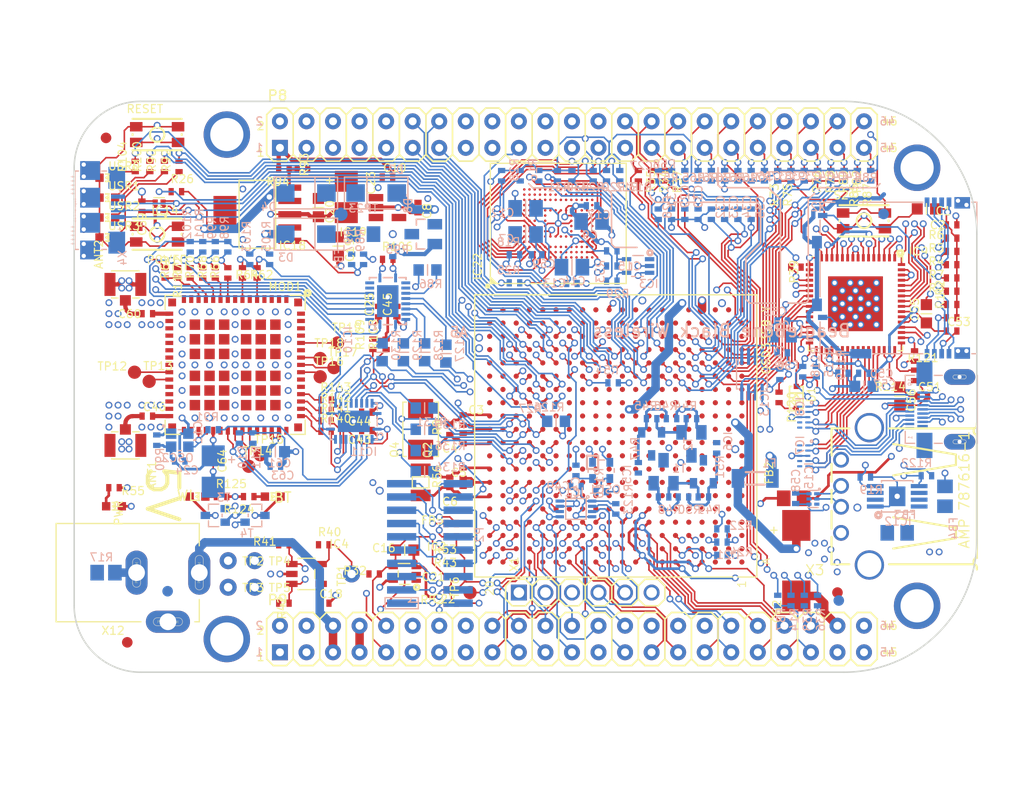
<source format=kicad_pcb>
(kicad_pcb (version 20171130) (host pcbnew "(5.1.2-1)-1")
  (layers (0 Top signal) (1 VDD signal) (2 Route3 signal) (3 Route14 signal) (4 DigitalGND signal) (31 Bottom signal) (34 B.Paste user) (35 F.Paste user) (36 B.SilkS user) (37 F.SilkS user) (38 B.Mask user) (39 F.Mask user) (44 Edge.Cuts user))
  (net 0 "")
  (net 1 GND)
  (net 2 N$6)
  (net 3 N$7)
  (net 4 SD.D3)
  (net 5 SD.D1)
  (net 6 SD.D0)
  (net 7 SD.D2)
  (net 8 SD.CLK)
  (net 9 SD.CMD)
  (net 10 N$16)
  (net 11 N$17)
  (net 12 N$18)
  (net 13 LCD.D15.R4--R7)
  (net 14 LCD.D14.R3--R6)
  (net 15 LCD.D13.R2--R5)
  (net 16 LCD.D12.R1--R4)
  (net 17 LCD.D11.R0--R3)
  (net 18 LCD.D7.G2--G4)
  (net 19 LCD.D6.G1--G3)
  (net 20 LCD.D5.G0--G2)
  (net 21 LCD.D10.G5--G7)
  (net 22 LCD.D9.G4--G6)
  (net 23 LCD.D8.G3--G5)
  (net 24 LCD.D4.B4--B7)
  (net 25 LCD.D3.B3--B6)
  (net 26 LCD.D2.B2--B5)
  (net 27 LCD.ENABLE)
  (net 28 LCD.D0.B0--B3)
  (net 29 LCD.D1.B1--B4)
  (net 30 LCD.VSYNC)
  (net 31 LCD.HSYNC)
  (net 32 LCD.CLOCK)
  (net 33 N$36)
  (net 34 N$37)
  (net 35 N$8)
  (net 36 AGND)
  (net 37 VDD_3V3A)
  (net 38 VDD_CORE)
  (net 39 VDD_1V8)
  (net 40 VDD_RTC)
  (net 41 VDDS_DDR)
  (net 42 VDDS_PLL)
  (net 43 VDD_MPU)
  (net 44 VDD_ADC)
  (net 45 N$11)
  (net 46 N$12)
  (net 47 NC2)
  (net 48 LS_BUF_OE)
  (net 49 BT_HCI_TX.SIP)
  (net 50 BT_HCI_RX.SIP)
  (net 51 NC4)
  (net 52 BT_HCI_RTS.SIP)
  (net 53 BT_HCI_CTS.SIP)
  (net 54 I2C0_SDA)
  (net 55 I2C0_SCL)
  (net 56 USB.CLIENT.D-)
  (net 57 USB.CLIENT.D+)
  (net 58 USB.CLIENT.ID)
  (net 59 USB_DC)
  (net 60 USB.HOST.D+)
  (net 61 USB.HOST.D-)
  (net 62 VDD_5V)
  (net 63 PWR_BUT)
  (net 64 VDD_3V3B)
  (net 65 VIN_BAT)
  (net 66 BAT_VOLT)
  (net 67 BAT_TEMP)
  (net 68 N$22)
  (net 69 SD.CD)
  (net 70 PMIC_PGOOD)
  (net 71 LDO_PGOOD)
  (net 72 PMIC_INT)
  (net 73 PMIC_NWAKEUP)
  (net 74 VDD_3V3AUX)
  (net 75 AIN0)
  (net 76 AIN1)
  (net 77 AIN2)
  (net 78 AIN3)
  (net 79 AIN4)
  (net 80 AIN5)
  (net 81 AIN6)
  (net 82 AIN7)
  (net 83 UART2_RXD)
  (net 84 UART2_TXD)
  (net 85 I2C1_SDA)
  (net 86 I2C1_SCL)
  (net 87 I2C2_SDA)
  (net 88 I2C2_SCL)
  (net 89 UART1_RXD)
  (net 90 UART1_TXD)
  (net 91 N$2)
  (net 92 JTAG_TRSTN)
  (net 93 JTAG_TMS)
  (net 94 JTAG_TDI)
  (net 95 JTAG_TCK)
  (net 96 JTAG_TDO)
  (net 97 JTAG_EMU0)
  (net 98 JTAG_EMU1)
  (net 99 CLKOUT2)
  (net 100 N$3)
  (net 101 XDMA_EVENT_INTRO)
  (net 102 SYS_RESET#)
  (net 103 TIMER5)
  (net 104 TIMER4)
  (net 105 TIMER7)
  (net 106 TIMER6)
  (net 107 UART4_RXD)
  (net 108 UART4_TXD)
  (net 109 EHRPWM2B)
  (net 110 EHRPWM2A)
  (net 111 EHRPWM1B)
  (net 112 EHRPWM1A)
  (net 113 N$28)
  (net 114 N$29)
  (net 115 N$30)
  (net 116 N$31)
  (net 117 EMMC_RSTN)
  (net 118 MMC1_DAT0)
  (net 119 MMC1_DAT1)
  (net 120 MMC1_DAT2)
  (net 121 MMC1_DAT3)
  (net 122 MMC1_DAT4)
  (net 123 MMC1_DAT5)
  (net 124 MMC1_DAT6)
  (net 125 MMC1_DAT7)
  (net 126 MMC1_CMD)
  (net 127 MMC1_CLK)
  (net 128 USR0)
  (net 129 USR1)
  (net 130 USR2)
  (net 131 USR3)
  (net 132 N$34)
  (net 133 SYS_5V)
  (net 134 GPIO1_28)
  (net 135 GPIO1_29)
  (net 136 GPIO2_1)
  (net 137 GPIO0_26)
  (net 138 GPIO0_27)
  (net 139 GPIO1_12)
  (net 140 GPIO1_13)
  (net 141 GPIO1_14)
  (net 142 GPIO1_15)
  (net 143 USB1_OC#)
  (net 144 GPIO1_16.SIP)
  (net 145 GPIO1_16)
  (net 146 GPIO2_0.SIP)
  (net 147 GPIO1_17)
  (net 148 HDMICLK_DIS#)
  (net 149 HDMI_INT)
  (net 150 N$4)
  (net 151 GPIO3_21)
  (net 152 SPI1_SCLK)
  (net 153 SPI1_D0)
  (net 154 SPI1_D1)
  (net 155 SPI1_CS0)
  (net 156 GPIO3_19)
  (net 157 N$48)
  (net 158 N$49)
  (net 159 GPIO0_7)
  (net 160 MCU.LCD.CLK)
  (net 161 MCU.LCD.VS)
  (net 162 MCU.LCD.HS)
  (net 163 MCU.LCD.EN)
  (net 164 N$45)
  (net 165 N$20)
  (net 166 USB1_DRVVBUS)
  (net 167 UART0_TXD)
  (net 168 UART0_RXD)
  (net 169 UART0_RST#)
  (net 170 N$50)
  (net 171 N$51)
  (net 172 N$52)
  (net 173 N$53)
  (net 174 N$54)
  (net 175 N$42)
  (net 176 12M_LOOP)
  (net 177 N$58)
  (net 178 12MHZ)
  (net 179 N$47)
  (net 180 TX->RX)
  (net 181 RX<-TX)
  (net 182 HDMI_1V8)
  (net 183 TEST)
  (net 184 DVI_5V)
  (net 185 HDMI.DSDA)
  (net 186 HDMI.DSCL)
  (net 187 EXT_SWING)
  (net 188 HPD)
  (net 189 CEC)
  (net 190 N$66)
  (net 191 TX2+)
  (net 192 TX2-)
  (net 193 TX1+)
  (net 194 TX1-)
  (net 195 TX0+)
  (net 196 TX0-)
  (net 197 TXC+)
  (net 198 TXC-)
  (net 199 VBUS.HOST)
  (net 200 VBUS.OUT)
  (net 201 USB1_VBUS)
  (net 202 N$1)
  (net 203 32.768KHZ)
  (net 204 BT_HCI_RTS)
  (net 205 BT_HCI_CTS)
  (net 206 BT_HCI_TX)
  (net 207 BT_HCI_RX)
  (net 208 WL_SDIO_CMD)
  (net 209 WL_SDIO_CLK)
  (net 210 WL_SDIO_D0)
  (net 211 WL_SDIO_D1)
  (net 212 WL_SDIO_D2)
  (net 213 WL_SDIO_D3)
  (net 214 WL_IRQ)
  (net 215 WL_EN)
  (net 216 BT_EN)
  (net 217 SLOW_CLK)
  (net 218 N$5)
  (net 219 N$9)
  (net 220 5V_IN)
  (net 221 SELECT_5V)
  (net 222 N$13)
  (net 223 N$14)
  (net 224 N$15)
  (net 225 N$19)
  (net 226 N$33)
  (net 227 N$35)
  (net 228 N$38)
  (net 229 N$39)
  (net 230 N$40)
  (net 231 N$41)
  (net 232 N$43)
  (net 233 N$44)
  (net 234 WL_SDIO_D0.SIP)
  (net 235 WL_SDIO_D1.SIP)
  (net 236 WL_SDIO_D2.SIP)
  (net 237 WL_SDIO_D3.SIP)
  (net 238 WL_SDIO_CLK.SIP)
  (net 239 WL_SDIO_CMD.SIP)
  (net 240 WL_EN.SIP)
  (net 241 BT_EN.SIP)
  (net 242 WL_IRQ.SIP)
  (net 243 N$25)
  (net 244 N$57)
  (net 245 N$59)
  (net 246 CGND)
  (net 247 N$24)
  (net 248 N$56)
  (net 249 NC1)
  (net 250 NC3)
  (net 251 N$62)
  (net 252 N$63)
  (net 253 N$64)
  (net 254 N$65)
  (net 255 N$67)
  (net 256 N$69)
  (net 257 N$70)
  (net 258 N$93)
  (net 259 N$94)
  (net 260 N$95)
  (net 261 N$96)
  (net 262 ALT.WL.CMD)
  (net 263 ALT.BT.EN)
  (net 264 ALT.BUFF.OE)
  (net 265 ALT.WL.CLK)
  (net 266 ALT.WL.EN)
  (net 267 ALT.WL.IRQ)
  (net 268 ALT.WL.D0)
  (net 269 ALT.WL.D1)
  (net 270 ALT.WL.D2)
  (net 271 ALT.WL.D3)
  (net 272 3.3V-WIFI)
  (module FIDUCIAL_40MIL (layer Top) (at 178.3461 124.6886)
    (fp_text reference FUD1 hide)
    (fp_text value FIDUCIAL hide)
    (pad P$1 smd roundrect (at 0 0) (size 1.016 1.016) (layers Top F.Paste F.Mask) (roundrect_rratio 0.5))
  )
  (module FIDUCIAL_40MIL (layer Top) (at 108.3691 81.1911 270)
    (fp_text reference FUD2 hide)
    (fp_text value FIDUCIAL hide)
    (pad P$1 smd roundrect (at 0 0 270) (size 1.016 1.016) (layers Top F.Paste F.Mask) (roundrect_rratio 0.5))
  )
  (module FIDUCIAL_40MIL (layer Top) (at 110.4011 129.4511)
    (fp_text reference FUD3 hide)
    (fp_text value FIDUCIAL hide)
    (pad P$1 smd roundrect (at 0 0) (size 1.016 1.016) (layers Top F.Paste F.Mask) (roundrect_rratio 0.5))
  )
  (module C0402K (layer Top) (at 142.5321 108.1786 270)
    (fp_text reference C3 (at -0.5 -0.425) (layer F.SilkS) (effects (font (size 0.77216 0.77216) (thickness 0.115824)) (justify left bottom)))
    (fp_text value "18pF, 50V")
    (pad 2 smd rect (at 0.5 0 270) (size 0.5 0.7) (layers Top F.Paste F.Mask) (net 45 N$11))
    (pad 1 smd rect (at -0.5 0 270) (size 0.5 0.7) (layers Top F.Paste F.Mask) (net 3 N$7))
  )
  (module C0402K (layer Top) (at 142.5321 109.9566 90)
    (fp_text reference C4 (at -0.5 -0.425) (layer F.SilkS) (effects (font (size 0.77216 0.77216) (thickness 0.115824)) (justify right top)))
    (fp_text value "18pF, 50V")
    (pad 2 smd rect (at 0.5 0 90) (size 0.5 0.7) (layers Top F.Paste F.Mask) (net 45 N$11))
    (pad 1 smd rect (at -0.5 0 90) (size 0.5 0.7) (layers Top F.Paste F.Mask) (net 2 N$6))
  )
  (module R0402 (layer Top) (at 141.3891 118.0846)
    (fp_text reference FB5 (at -0.635 -0.762) (layer F.SilkS) (effects (font (size 0.77216 0.77216) (thickness 0.115824)) (justify right top)))
    (fp_text value "1k BLM15AG102SN1D")
    (pad 2 smd rect (at 0.5 0) (size 0.5 0.7) (layers Top F.Paste F.Mask) (net 101 XDMA_EVENT_INTRO))
    (pad 1 smd rect (at -0.5 0) (size 0.5 0.7) (layers Top F.Paste F.Mask) (net 100 N$3))
  )
  (module 0603-LED (layer Top) (at 108.4961 90.7161 270)
    (fp_text reference USR3 (at -0.65 0) (layer F.SilkS) (effects (font (size 0.77216 0.77216) (thickness 0.115824)) (justify left bottom)))
    (fp_text value LTST-C191TBKT)
    (pad K smd rect (at 0 0.75 270) (size 0.8 0.8) (layers Top F.Paste F.Mask) (net 1 GND))
    (pad A smd rect (at 0 -0.75 270) (size 0.8 0.8) (layers Top F.Paste F.Mask) (net 12 N$18))
  )
  (module 0603-LED (layer Top) (at 108.4961 88.8111 270)
    (fp_text reference USR2 (at -0.65 0) (layer F.SilkS) (effects (font (size 0.77216 0.77216) (thickness 0.115824)) (justify left bottom)))
    (fp_text value LTST-C191TBKT)
    (pad K smd rect (at 0 0.75 270) (size 0.8 0.8) (layers Top F.Paste F.Mask) (net 1 GND))
    (pad A smd rect (at 0 -0.75 270) (size 0.8 0.8) (layers Top F.Paste F.Mask) (net 11 N$17))
  )
  (module 0603-LED (layer Top) (at 108.4961 86.9061 270)
    (fp_text reference USR1 (at -0.65 0) (layer F.SilkS) (effects (font (size 0.77216 0.77216) (thickness 0.115824)) (justify left bottom)))
    (fp_text value LTST-C191TBKT)
    (pad K smd rect (at 0 0.75 270) (size 0.8 0.8) (layers Top F.Paste F.Mask) (net 1 GND))
    (pad A smd rect (at 0 -0.75 270) (size 0.8 0.8) (layers Top F.Paste F.Mask) (net 10 N$16))
  )
  (module 0603-LED (layer Top) (at 109.1311 116.4336 270)
    (fp_text reference PWR (at -0.65 0 90) (layer F.SilkS) (effects (font (size 0.77216 0.77216) (thickness 0.115824)) (justify right top)))
    (fp_text value LTST-C191TBKT)
    (pad K smd rect (at 0 0.75 270) (size 0.8 0.8) (layers Top F.Paste F.Mask) (net 150 N$4))
    (pad A smd rect (at 0 -0.75 270) (size 0.8 0.8) (layers Top F.Paste F.Mask) (net 74 VDD_3V3AUX))
  )
  (module R0402 (layer Top) (at 134.0231 122.9106)
    (fp_text reference R32 (at -0.635 -0.762) (layer F.SilkS) (effects (font (size 0.77216 0.77216) (thickness 0.115824)) (justify right top)))
    (fp_text value "10k, 1%")
    (pad 2 smd rect (at 0.5 0) (size 0.5 0.7) (layers Top F.Paste F.Mask) (net 102 SYS_RESET#))
    (pad 1 smd rect (at -0.5 0) (size 0.5 0.7) (layers Top F.Paste F.Mask) (net 64 VDD_3V3B))
  )
  (module R0402 (layer Top) (at 115.3541 83.9216 90)
    (fp_text reference R92 (at -0.635 -0.762 90) (layer F.SilkS) (effects (font (size 0.77216 0.77216) (thickness 0.115824)) (justify left bottom)))
    (fp_text value 1k)
    (pad 2 smd rect (at 0.5 0 90) (size 0.5 0.7) (layers Top F.Paste F.Mask) (net 131 USR3))
    (pad 1 smd rect (at -0.5 0 90) (size 0.5 0.7) (layers Top F.Paste F.Mask) (net 12 N$18))
  )
  (module R0402 (layer Top) (at 113.9571 83.9216 90)
    (fp_text reference R96 (at -0.635 -0.762 90) (layer F.SilkS) (effects (font (size 0.77216 0.77216) (thickness 0.115824)) (justify left bottom)))
    (fp_text value 1k)
    (pad 2 smd rect (at 0.5 0 90) (size 0.5 0.7) (layers Top F.Paste F.Mask) (net 130 USR2))
    (pad 1 smd rect (at -0.5 0 90) (size 0.5 0.7) (layers Top F.Paste F.Mask) (net 11 N$17))
  )
  (module R0402 (layer Top) (at 112.5601 83.9216 90)
    (fp_text reference R100 (at -0.635 -0.762 90) (layer F.SilkS) (effects (font (size 0.77216 0.77216) (thickness 0.115824)) (justify left bottom)))
    (fp_text value 1k)
    (pad 2 smd rect (at 0.5 0 90) (size 0.5 0.7) (layers Top F.Paste F.Mask) (net 129 USR1))
    (pad 1 smd rect (at -0.5 0 90) (size 0.5 0.7) (layers Top F.Paste F.Mask) (net 10 N$16))
  )
  (module R0402 (layer Top) (at 125.3871 120.1166)
    (fp_text reference R41 (at -0.635 -0.762) (layer F.SilkS) (effects (font (size 0.77216 0.77216) (thickness 0.115824)) (justify right top)))
    (fp_text value "1.5k, 1%")
    (pad 2 smd rect (at 0.5 0) (size 0.5 0.7) (layers Top F.Paste F.Mask) (net 55 I2C0_SCL))
    (pad 1 smd rect (at -0.5 0) (size 0.5 0.7) (layers Top F.Paste F.Mask) (net 64 VDD_3V3B))
  )
  (module R0402 (layer Top) (at 125.3871 125.7046)
    (fp_text reference R42 (at -0.635 -0.762 90) (layer F.SilkS) (effects (font (size 0.77216 0.77216) (thickness 0.115824)) (justify right top)))
    (fp_text value "1.5k, 1%")
    (pad 2 smd rect (at 0.5 0) (size 0.5 0.7) (layers Top F.Paste F.Mask) (net 54 I2C0_SDA))
    (pad 1 smd rect (at -0.5 0) (size 0.5 0.7) (layers Top F.Paste F.Mask) (net 64 VDD_3V3B))
  )
  (module CRYSTAL_3.2X1.5 (layer Top) (at 138.4681 114.1476 270)
    (fp_text reference Q2 (at -2.246875 -1.115625 90) (layer F.SilkS) (effects (font (size 0.77216 0.77216) (thickness 0.115824)) (justify left bottom)))
    (fp_text value 32.768kHz)
    (pad P$2 smd rect (at 1.25 0 270) (size 1.1 1.9) (layers Top F.Paste F.Mask) (net 34 N$37))
    (pad P$1 smd rect (at -1.25 0 270) (size 1.1 1.9) (layers Top F.Paste F.Mask) (net 33 N$36))
  )
  (module C0402K (layer Top) (at 142.5321 115.0366 90)
    (fp_text reference C6 (at -0.5 -0.425) (layer F.SilkS) (effects (font (size 0.77216 0.77216) (thickness 0.115824)) (justify right top)))
    (fp_text value "18pF, 50V")
    (pad 2 smd rect (at 0.5 0 90) (size 0.5 0.7) (layers Top F.Paste F.Mask) (net 46 N$12))
    (pad 1 smd rect (at -0.5 0 90) (size 0.5 0.7) (layers Top F.Paste F.Mask) (net 34 N$37))
  )
  (module C0402K (layer Top) (at 142.5321 113.2586 270)
    (fp_text reference C5 (at -0.5 -0.425) (layer F.SilkS) (effects (font (size 0.77216 0.77216) (thickness 0.115824)) (justify right top)))
    (fp_text value "18pF, 50V")
    (pad 2 smd rect (at 0.5 0 270) (size 0.5 0.7) (layers Top F.Paste F.Mask) (net 46 N$12))
    (pad 1 smd rect (at -0.5 0 270) (size 0.5 0.7) (layers Top F.Paste F.Mask) (net 33 N$36))
  )
  (module OSD3358 (layer Top) (at 157.1371 109.7026 90)
    (fp_text reference IC1 hide)
    (fp_text value OSD3358 hide)
    (fp_text user 20 (at -13.7635 -12.065 90) (layer F.SilkS) (effects (font (size 0.77216 0.77216) (thickness 0.097536)) (justify right)))
    (fp_text user 1 (at -13.7635 12.065 90) (layer F.SilkS) (effects (font (size 0.77216 0.77216) (thickness 0.097536)) (justify right)))
    (fp_text user Y (at 12.1285 13.8905 90) (layer F.SilkS) (effects (font (size 0.77216 0.77216) (thickness 0.097536)) (justify top)))
    (fp_text user A (at -12.0015 13.8905 90) (layer F.SilkS) (effects (font (size 0.77216 0.77216) (thickness 0.097536)) (justify top)))
    (pad A20 smd roundrect (at -12.065 -12.065 90) (size 0.5 0.5) (layers Top F.Paste F.Mask) (roundrect_rratio 0.5) (net 70 PMIC_PGOOD))
    (pad B20 smd roundrect (at -10.795 -12.065 90) (size 0.5 0.5) (layers Top F.Paste F.Mask) (roundrect_rratio 0.5) (net 71 LDO_PGOOD))
    (pad C20 smd roundrect (at -9.525 -12.065 90) (size 0.5 0.5) (layers Top F.Paste F.Mask) (roundrect_rratio 0.5) (net 55 I2C0_SCL))
    (pad D20 smd roundrect (at -8.255 -12.065 90) (size 0.5 0.5) (layers Top F.Paste F.Mask) (roundrect_rratio 0.5) (net 63 PWR_BUT))
    (pad E20 smd roundrect (at -6.985 -12.065 90) (size 0.5 0.5) (layers Top F.Paste F.Mask) (roundrect_rratio 0.5) (net 1 GND))
    (pad F20 smd roundrect (at -5.715 -12.065 90) (size 0.5 0.5) (layers Top F.Paste F.Mask) (roundrect_rratio 0.5) (net 34 N$37))
    (pad G20 smd roundrect (at -4.445 -12.065 90) (size 0.5 0.5) (layers Top F.Paste F.Mask) (roundrect_rratio 0.5) (net 46 N$12))
    (pad H20 smd roundrect (at -3.175 -12.065 90) (size 0.5 0.5) (layers Top F.Paste F.Mask) (roundrect_rratio 0.5) (net 33 N$36))
    (pad J20 smd roundrect (at -1.905 -12.065 90) (size 0.5 0.5) (layers Top F.Paste F.Mask) (roundrect_rratio 0.5) (net 1 GND))
    (pad K20 smd roundrect (at -0.635 -12.065 90) (size 0.5 0.5) (layers Top F.Paste F.Mask) (roundrect_rratio 0.5) (net 2 N$6))
    (pad L20 smd roundrect (at 0.635 -12.065 90) (size 0.5 0.5) (layers Top F.Paste F.Mask) (roundrect_rratio 0.5) (net 45 N$11))
    (pad M20 smd roundrect (at 1.905 -12.065 90) (size 0.5 0.5) (layers Top F.Paste F.Mask) (roundrect_rratio 0.5) (net 3 N$7))
    (pad N20 smd roundrect (at 3.175 -12.065 90) (size 0.5 0.5) (layers Top F.Paste F.Mask) (roundrect_rratio 0.5) (net 1 GND))
    (pad P20 smd roundrect (at 4.445 -12.065 90) (size 0.5 0.5) (layers Top F.Paste F.Mask) (roundrect_rratio 0.5) (net 1 GND))
    (pad R20 smd roundrect (at 5.715 -12.065 90) (size 0.5 0.5) (layers Top F.Paste F.Mask) (roundrect_rratio 0.5) (net 1 GND))
    (pad T20 smd roundrect (at 6.985 -12.065 90) (size 0.5 0.5) (layers Top F.Paste F.Mask) (roundrect_rratio 0.5) (net 1 GND))
    (pad U20 smd roundrect (at 8.255 -12.065 90) (size 0.5 0.5) (layers Top F.Paste F.Mask) (roundrect_rratio 0.5) (net 64 VDD_3V3B))
    (pad V20 smd roundrect (at 9.525 -12.065 90) (size 0.5 0.5) (layers Top F.Paste F.Mask) (roundrect_rratio 0.5) (net 64 VDD_3V3B))
    (pad W20 smd roundrect (at 10.795 -12.065 90) (size 0.5 0.5) (layers Top F.Paste F.Mask) (roundrect_rratio 0.5) (net 1 GND))
    (pad Y20 smd roundrect (at 12.065 -12.065 90) (size 0.5 0.5) (layers Top F.Paste F.Mask) (roundrect_rratio 0.5))
    (pad A19 smd roundrect (at -12.065 -10.795 90) (size 0.5 0.5) (layers Top F.Paste F.Mask) (roundrect_rratio 0.5) (net 73 PMIC_NWAKEUP))
    (pad B19 smd roundrect (at -10.795 -10.795 90) (size 0.5 0.5) (layers Top F.Paste F.Mask) (roundrect_rratio 0.5) (net 72 PMIC_INT))
    (pad C19 smd roundrect (at -9.525 -10.795 90) (size 0.5 0.5) (layers Top F.Paste F.Mask) (roundrect_rratio 0.5) (net 54 I2C0_SDA))
    (pad D19 smd roundrect (at -8.255 -10.795 90) (size 0.5 0.5) (layers Top F.Paste F.Mask) (roundrect_rratio 0.5) (net 35 N$8))
    (pad E19 smd roundrect (at -6.985 -10.795 90) (size 0.5 0.5) (layers Top F.Paste F.Mask) (roundrect_rratio 0.5) (net 1 GND))
    (pad F19 smd roundrect (at -5.715 -10.795 90) (size 0.5 0.5) (layers Top F.Paste F.Mask) (roundrect_rratio 0.5) (net 1 GND))
    (pad G19 smd roundrect (at -4.445 -10.795 90) (size 0.5 0.5) (layers Top F.Paste F.Mask) (roundrect_rratio 0.5) (net 1 GND))
    (pad H19 smd roundrect (at -3.175 -10.795 90) (size 0.5 0.5) (layers Top F.Paste F.Mask) (roundrect_rratio 0.5) (net 1 GND))
    (pad J19 smd roundrect (at -1.905 -10.795 90) (size 0.5 0.5) (layers Top F.Paste F.Mask) (roundrect_rratio 0.5) (net 1 GND))
    (pad K19 smd roundrect (at -0.635 -10.795 90) (size 0.5 0.5) (layers Top F.Paste F.Mask) (roundrect_rratio 0.5) (net 1 GND))
    (pad L19 smd roundrect (at 0.635 -10.795 90) (size 0.5 0.5) (layers Top F.Paste F.Mask) (roundrect_rratio 0.5) (net 1 GND))
    (pad M19 smd roundrect (at 1.905 -10.795 90) (size 0.5 0.5) (layers Top F.Paste F.Mask) (roundrect_rratio 0.5) (net 1 GND))
    (pad N19 smd roundrect (at 3.175 -10.795 90) (size 0.5 0.5) (layers Top F.Paste F.Mask) (roundrect_rratio 0.5) (net 1 GND))
    (pad P19 smd roundrect (at 4.445 -10.795 90) (size 0.5 0.5) (layers Top F.Paste F.Mask) (roundrect_rratio 0.5) (net 1 GND))
    (pad R19 smd roundrect (at 5.715 -10.795 90) (size 0.5 0.5) (layers Top F.Paste F.Mask) (roundrect_rratio 0.5) (net 1 GND))
    (pad T19 smd roundrect (at 6.985 -10.795 90) (size 0.5 0.5) (layers Top F.Paste F.Mask) (roundrect_rratio 0.5) (net 1 GND))
    (pad U19 smd roundrect (at 8.255 -10.795 90) (size 0.5 0.5) (layers Top F.Paste F.Mask) (roundrect_rratio 0.5) (net 1 GND))
    (pad V19 smd roundrect (at 9.525 -10.795 90) (size 0.5 0.5) (layers Top F.Paste F.Mask) (roundrect_rratio 0.5) (net 1 GND))
    (pad W19 smd roundrect (at 10.795 -10.795 90) (size 0.5 0.5) (layers Top F.Paste F.Mask) (roundrect_rratio 0.5) (net 1 GND))
    (pad Y19 smd roundrect (at 12.065 -10.795 90) (size 0.5 0.5) (layers Top F.Paste F.Mask) (roundrect_rratio 0.5))
    (pad A18 smd roundrect (at -12.065 -9.525 90) (size 0.5 0.5) (layers Top F.Paste F.Mask) (roundrect_rratio 0.5) (net 1 GND))
    (pad B18 smd roundrect (at -10.795 -9.525 90) (size 0.5 0.5) (layers Top F.Paste F.Mask) (roundrect_rratio 0.5) (net 72 PMIC_INT))
    (pad C18 smd roundrect (at -9.525 -9.525 90) (size 0.5 0.5) (layers Top F.Paste F.Mask) (roundrect_rratio 0.5) (net 157 N$48))
    (pad D18 smd roundrect (at -8.255 -9.525 90) (size 0.5 0.5) (layers Top F.Paste F.Mask) (roundrect_rratio 0.5) (net 87 I2C2_SDA))
    (pad E18 smd roundrect (at -6.985 -9.525 90) (size 0.5 0.5) (layers Top F.Paste F.Mask) (roundrect_rratio 0.5))
    (pad F18 smd roundrect (at -5.715 -9.525 90) (size 0.5 0.5) (layers Top F.Paste F.Mask) (roundrect_rratio 0.5) (net 7 SD.D2))
    (pad G18 smd roundrect (at -4.445 -9.525 90) (size 0.5 0.5) (layers Top F.Paste F.Mask) (roundrect_rratio 0.5) (net 9 SD.CMD))
    (pad H18 smd roundrect (at -3.175 -9.525 90) (size 0.5 0.5) (layers Top F.Paste F.Mask) (roundrect_rratio 0.5) (net 242 WL_IRQ.SIP))
    (pad J18 smd roundrect (at -1.905 -9.525 90) (size 0.5 0.5) (layers Top F.Paste F.Mask) (roundrect_rratio 0.5) (net 235 WL_SDIO_D1.SIP))
    (pad K18 smd roundrect (at -0.635 -9.525 90) (size 0.5 0.5) (layers Top F.Paste F.Mask) (roundrect_rratio 0.5) (net 240 WL_EN.SIP))
    (pad L18 smd roundrect (at 0.635 -9.525 90) (size 0.5 0.5) (layers Top F.Paste F.Mask) (roundrect_rratio 0.5) (net 48 LS_BUF_OE))
    (pad M18 smd roundrect (at 1.905 -9.525 90) (size 0.5 0.5) (layers Top F.Paste F.Mask) (roundrect_rratio 0.5) (net 52 BT_HCI_RTS.SIP))
    (pad N18 smd roundrect (at 3.175 -9.525 90) (size 0.5 0.5) (layers Top F.Paste F.Mask) (roundrect_rratio 0.5) (net 56 USB.CLIENT.D-))
    (pad P18 smd roundrect (at 4.445 -9.525 90) (size 0.5 0.5) (layers Top F.Paste F.Mask) (roundrect_rratio 0.5))
    (pad R18 smd roundrect (at 5.715 -9.525 90) (size 0.5 0.5) (layers Top F.Paste F.Mask) (roundrect_rratio 0.5) (net 61 USB.HOST.D-))
    (pad T18 smd roundrect (at 6.985 -9.525 90) (size 0.5 0.5) (layers Top F.Paste F.Mask) (roundrect_rratio 0.5) (net 201 USB1_VBUS))
    (pad U18 smd roundrect (at 8.255 -9.525 90) (size 0.5 0.5) (layers Top F.Paste F.Mask) (roundrect_rratio 0.5) (net 134 GPIO1_28))
    (pad V18 smd roundrect (at 9.525 -9.525 90) (size 0.5 0.5) (layers Top F.Paste F.Mask) (roundrect_rratio 0.5) (net 1 GND))
    (pad W18 smd roundrect (at 10.795 -9.525 90) (size 0.5 0.5) (layers Top F.Paste F.Mask) (roundrect_rratio 0.5) (net 1 GND))
    (pad Y18 smd roundrect (at 12.065 -9.525 90) (size 0.5 0.5) (layers Top F.Paste F.Mask) (roundrect_rratio 0.5) (net 1 GND))
    (pad A17 smd roundrect (at -12.065 -8.255 90) (size 0.5 0.5) (layers Top F.Paste F.Mask) (roundrect_rratio 0.5) (net 83 UART2_RXD))
    (pad B17 smd roundrect (at -10.795 -8.255 90) (size 0.5 0.5) (layers Top F.Paste F.Mask) (roundrect_rratio 0.5) (net 84 UART2_TXD))
    (pad C17 smd roundrect (at -9.525 -8.255 90) (size 0.5 0.5) (layers Top F.Paste F.Mask) (roundrect_rratio 0.5) (net 54 I2C0_SDA))
    (pad D17 smd roundrect (at -8.255 -8.255 90) (size 0.5 0.5) (layers Top F.Paste F.Mask) (roundrect_rratio 0.5) (net 88 I2C2_SCL))
    (pad E17 smd roundrect (at -6.985 -8.255 90) (size 0.5 0.5) (layers Top F.Paste F.Mask) (roundrect_rratio 0.5) (net 169 UART0_RST#))
    (pad F17 smd roundrect (at -5.715 -8.255 90) (size 0.5 0.5) (layers Top F.Paste F.Mask) (roundrect_rratio 0.5) (net 4 SD.D3))
    (pad G17 smd roundrect (at -4.445 -8.255 90) (size 0.5 0.5) (layers Top F.Paste F.Mask) (roundrect_rratio 0.5) (net 8 SD.CLK))
    (pad H17 smd roundrect (at -3.175 -8.255 90) (size 0.5 0.5) (layers Top F.Paste F.Mask) (roundrect_rratio 0.5) (net 47 NC2))
    (pad J17 smd roundrect (at -1.905 -8.255 90) (size 0.5 0.5) (layers Top F.Paste F.Mask) (roundrect_rratio 0.5) (net 234 WL_SDIO_D0.SIP))
    (pad K17 smd roundrect (at -0.635 -8.255 90) (size 0.5 0.5) (layers Top F.Paste F.Mask) (roundrect_rratio 0.5) (net 241 BT_EN.SIP))
    (pad L17 smd roundrect (at 0.635 -8.255 90) (size 0.5 0.5) (layers Top F.Paste F.Mask) (roundrect_rratio 0.5) (net 50 BT_HCI_RX.SIP))
    (pad M17 smd roundrect (at 1.905 -8.255 90) (size 0.5 0.5) (layers Top F.Paste F.Mask) (roundrect_rratio 0.5) (net 53 BT_HCI_CTS.SIP))
    (pad N17 smd roundrect (at 3.175 -8.255 90) (size 0.5 0.5) (layers Top F.Paste F.Mask) (roundrect_rratio 0.5) (net 57 USB.CLIENT.D+))
    (pad P17 smd roundrect (at 4.445 -8.255 90) (size 0.5 0.5) (layers Top F.Paste F.Mask) (roundrect_rratio 0.5) (net 165 N$20))
    (pad R17 smd roundrect (at 5.715 -8.255 90) (size 0.5 0.5) (layers Top F.Paste F.Mask) (roundrect_rratio 0.5) (net 60 USB.HOST.D+))
    (pad T17 smd roundrect (at 6.985 -8.255 90) (size 0.5 0.5) (layers Top F.Paste F.Mask) (roundrect_rratio 0.5) (net 107 UART4_RXD))
    (pad U17 smd roundrect (at 8.255 -8.255 90) (size 0.5 0.5) (layers Top F.Paste F.Mask) (roundrect_rratio 0.5) (net 108 UART4_TXD))
    (pad V17 smd roundrect (at 9.525 -8.255 90) (size 0.5 0.5) (layers Top F.Paste F.Mask) (roundrect_rratio 0.5) (net 148 HDMICLK_DIS#))
    (pad W17 smd roundrect (at 10.795 -8.255 90) (size 0.5 0.5) (layers Top F.Paste F.Mask) (roundrect_rratio 0.5) (net 1 GND))
    (pad Y17 smd roundrect (at 12.065 -8.255 90) (size 0.5 0.5) (layers Top F.Paste F.Mask) (roundrect_rratio 0.5))
    (pad A16 smd roundrect (at -12.065 -6.985 90) (size 0.5 0.5) (layers Top F.Paste F.Mask) (roundrect_rratio 0.5) (net 86 I2C1_SCL))
    (pad B16 smd roundrect (at -10.795 -6.985 90) (size 0.5 0.5) (layers Top F.Paste F.Mask) (roundrect_rratio 0.5) (net 85 I2C1_SDA))
    (pad C16 smd roundrect (at -9.525 -6.985 90) (size 0.5 0.5) (layers Top F.Paste F.Mask) (roundrect_rratio 0.5) (net 55 I2C0_SCL))
    (pad D16 smd roundrect (at -8.255 -6.985 90) (size 0.5 0.5) (layers Top F.Paste F.Mask) (roundrect_rratio 0.5) (net 89 UART1_RXD))
    (pad E16 smd roundrect (at -6.985 -6.985 90) (size 0.5 0.5) (layers Top F.Paste F.Mask) (roundrect_rratio 0.5) (net 167 UART0_TXD))
    (pad F16 smd roundrect (at -5.715 -6.985 90) (size 0.5 0.5) (layers Top F.Paste F.Mask) (roundrect_rratio 0.5))
    (pad G16 smd roundrect (at -4.445 -6.985 90) (size 0.5 0.5) (layers Top F.Paste F.Mask) (roundrect_rratio 0.5) (net 6 SD.D0))
    (pad H16 smd roundrect (at -3.175 -6.985 90) (size 0.5 0.5) (layers Top F.Paste F.Mask) (roundrect_rratio 0.5) (net 237 WL_SDIO_D3.SIP))
    (pad J16 smd roundrect (at -1.905 -6.985 90) (size 0.5 0.5) (layers Top F.Paste F.Mask) (roundrect_rratio 0.5) (net 239 WL_SDIO_CMD.SIP))
    (pad K16 smd roundrect (at -0.635 -6.985 90) (size 0.5 0.5) (layers Top F.Paste F.Mask) (roundrect_rratio 0.5) (net 248 N$56))
    (pad L16 smd roundrect (at 0.635 -6.985 90) (size 0.5 0.5) (layers Top F.Paste F.Mask) (roundrect_rratio 0.5) (net 49 BT_HCI_TX.SIP))
    (pad M16 smd roundrect (at 1.905 -6.985 90) (size 0.5 0.5) (layers Top F.Paste F.Mask) (roundrect_rratio 0.5) (net 249 NC1))
    (pad N16 smd roundrect (at 3.175 -6.985 90) (size 0.5 0.5) (layers Top F.Paste F.Mask) (roundrect_rratio 0.5) (net 39 VDD_1V8))
    (pad P16 smd roundrect (at 4.445 -6.985 90) (size 0.5 0.5) (layers Top F.Paste F.Mask) (roundrect_rratio 0.5) (net 58 USB.CLIENT.ID))
    (pad R16 smd roundrect (at 5.715 -6.985 90) (size 0.5 0.5) (layers Top F.Paste F.Mask) (roundrect_rratio 0.5) (net 39 VDD_1V8))
    (pad T16 smd roundrect (at 6.985 -6.985 90) (size 0.5 0.5) (layers Top F.Paste F.Mask) (roundrect_rratio 0.5) (net 143 USB1_OC#))
    (pad U16 smd roundrect (at 8.255 -6.985 90) (size 0.5 0.5) (layers Top F.Paste F.Mask) (roundrect_rratio 0.5) (net 149 HDMI_INT))
    (pad V16 smd roundrect (at 9.525 -6.985 90) (size 0.5 0.5) (layers Top F.Paste F.Mask) (roundrect_rratio 0.5) (net 131 USR3))
    (pad W16 smd roundrect (at 10.795 -6.985 90) (size 0.5 0.5) (layers Top F.Paste F.Mask) (roundrect_rratio 0.5) (net 1 GND))
    (pad Y16 smd roundrect (at 12.065 -6.985 90) (size 0.5 0.5) (layers Top F.Paste F.Mask) (roundrect_rratio 0.5))
    (pad A15 smd roundrect (at -12.065 -5.715 90) (size 0.5 0.5) (layers Top F.Paste F.Mask) (roundrect_rratio 0.5) (net 100 N$3))
    (pad B15 smd roundrect (at -10.795 -5.715 90) (size 0.5 0.5) (layers Top F.Paste F.Mask) (roundrect_rratio 0.5) (net 70 PMIC_PGOOD))
    (pad C15 smd roundrect (at -9.525 -5.715 90) (size 0.5 0.5) (layers Top F.Paste F.Mask) (roundrect_rratio 0.5) (net 69 SD.CD))
    (pad D15 smd roundrect (at -8.255 -5.715 90) (size 0.5 0.5) (layers Top F.Paste F.Mask) (roundrect_rratio 0.5) (net 90 UART1_TXD))
    (pad E15 smd roundrect (at -6.985 -5.715 90) (size 0.5 0.5) (layers Top F.Paste F.Mask) (roundrect_rratio 0.5) (net 168 UART0_RXD))
    (pad F15 smd roundrect (at -5.715 -5.715 90) (size 0.5 0.5) (layers Top F.Paste F.Mask) (roundrect_rratio 0.5) (net 166 USB1_DRVVBUS))
    (pad G15 smd roundrect (at -4.445 -5.715 90) (size 0.5 0.5) (layers Top F.Paste F.Mask) (roundrect_rratio 0.5) (net 5 SD.D1))
    (pad H15 smd roundrect (at -3.175 -5.715 90) (size 0.5 0.5) (layers Top F.Paste F.Mask) (roundrect_rratio 0.5))
    (pad J15 smd roundrect (at -1.905 -5.715 90) (size 0.5 0.5) (layers Top F.Paste F.Mask) (roundrect_rratio 0.5) (net 51 NC4))
    (pad K15 smd roundrect (at -0.635 -5.715 90) (size 0.5 0.5) (layers Top F.Paste F.Mask) (roundrect_rratio 0.5) (net 236 WL_SDIO_D2.SIP))
    (pad L15 smd roundrect (at 0.635 -5.715 90) (size 0.5 0.5) (layers Top F.Paste F.Mask) (roundrect_rratio 0.5) (net 238 WL_SDIO_CLK.SIP))
    (pad M15 smd roundrect (at 1.905 -5.715 90) (size 0.5 0.5) (layers Top F.Paste F.Mask) (roundrect_rratio 0.5))
    (pad N15 smd roundrect (at 3.175 -5.715 90) (size 0.5 0.5) (layers Top F.Paste F.Mask) (roundrect_rratio 0.5))
    (pad P15 smd roundrect (at 4.445 -5.715 90) (size 0.5 0.5) (layers Top F.Paste F.Mask) (roundrect_rratio 0.5) (net 164 N$45))
    (pad R15 smd roundrect (at 5.715 -5.715 90) (size 0.5 0.5) (layers Top F.Paste F.Mask) (roundrect_rratio 0.5))
    (pad T15 smd roundrect (at 6.985 -5.715 90) (size 0.5 0.5) (layers Top F.Paste F.Mask) (roundrect_rratio 0.5) (net 130 USR2))
    (pad U15 smd roundrect (at 8.255 -5.715 90) (size 0.5 0.5) (layers Top F.Paste F.Mask) (roundrect_rratio 0.5) (net 129 USR1))
    (pad V15 smd roundrect (at 9.525 -5.715 90) (size 0.5 0.5) (layers Top F.Paste F.Mask) (roundrect_rratio 0.5) (net 128 USR0))
    (pad W15 smd roundrect (at 10.795 -5.715 90) (size 0.5 0.5) (layers Top F.Paste F.Mask) (roundrect_rratio 0.5) (net 1 GND))
    (pad Y15 smd roundrect (at 12.065 -5.715 90) (size 0.5 0.5) (layers Top F.Paste F.Mask) (roundrect_rratio 0.5) (net 1 GND))
    (pad A14 smd roundrect (at -12.065 -4.445 90) (size 0.5 0.5) (layers Top F.Paste F.Mask) (roundrect_rratio 0.5) (net 151 GPIO3_21))
    (pad B14 smd roundrect (at -10.795 -4.445 90) (size 0.5 0.5) (layers Top F.Paste F.Mask) (roundrect_rratio 0.5) (net 98 JTAG_EMU1))
    (pad C14 smd roundrect (at -9.525 -4.445 90) (size 0.5 0.5) (layers Top F.Paste F.Mask) (roundrect_rratio 0.5) (net 97 JTAG_EMU0))
    (pad D14 smd roundrect (at -8.255 -4.445 90) (size 0.5 0.5) (layers Top F.Paste F.Mask) (roundrect_rratio 0.5) (net 114 N$29))
    (pad E14 smd roundrect (at -6.985 -4.445 90) (size 0.5 0.5) (layers Top F.Paste F.Mask) (roundrect_rratio 0.5))
    (pad F14 smd roundrect (at -5.715 -4.445 90) (size 0.5 0.5) (layers Top F.Paste F.Mask) (roundrect_rratio 0.5))
    (pad G14 smd roundrect (at -4.445 -4.445 90) (size 0.5 0.5) (layers Top F.Paste F.Mask) (roundrect_rratio 0.5))
    (pad H14 smd roundrect (at -3.175 -4.445 90) (size 0.5 0.5) (layers Top F.Paste F.Mask) (roundrect_rratio 0.5))
    (pad J14 smd roundrect (at -1.905 -4.445 90) (size 0.5 0.5) (layers Top F.Paste F.Mask) (roundrect_rratio 0.5))
    (pad K14 smd roundrect (at -0.635 -4.445 90) (size 0.5 0.5) (layers Top F.Paste F.Mask) (roundrect_rratio 0.5))
    (pad L14 smd roundrect (at 0.635 -4.445 90) (size 0.5 0.5) (layers Top F.Paste F.Mask) (roundrect_rratio 0.5))
    (pad M14 smd roundrect (at 1.905 -4.445 90) (size 0.5 0.5) (layers Top F.Paste F.Mask) (roundrect_rratio 0.5) (net 1 GND))
    (pad N14 smd roundrect (at 3.175 -4.445 90) (size 0.5 0.5) (layers Top F.Paste F.Mask) (roundrect_rratio 0.5) (net 1 GND))
    (pad P14 smd roundrect (at 4.445 -4.445 90) (size 0.5 0.5) (layers Top F.Paste F.Mask) (roundrect_rratio 0.5))
    (pad R14 smd roundrect (at 5.715 -4.445 90) (size 0.5 0.5) (layers Top F.Paste F.Mask) (roundrect_rratio 0.5) (net 115 N$30))
    (pad T14 smd roundrect (at 6.985 -4.445 90) (size 0.5 0.5) (layers Top F.Paste F.Mask) (roundrect_rratio 0.5) (net 111 EHRPWM1B))
    (pad U14 smd roundrect (at 8.255 -4.445 90) (size 0.5 0.5) (layers Top F.Paste F.Mask) (roundrect_rratio 0.5) (net 112 EHRPWM1A))
    (pad V14 smd roundrect (at 9.525 -4.445 90) (size 0.5 0.5) (layers Top F.Paste F.Mask) (roundrect_rratio 0.5) (net 147 GPIO1_17))
    (pad W14 smd roundrect (at 10.795 -4.445 90) (size 0.5 0.5) (layers Top F.Paste F.Mask) (roundrect_rratio 0.5) (net 1 GND))
    (pad Y14 smd roundrect (at 12.065 -4.445 90) (size 0.5 0.5) (layers Top F.Paste F.Mask) (roundrect_rratio 0.5))
    (pad A13 smd roundrect (at -12.065 -3.175 90) (size 0.5 0.5) (layers Top F.Paste F.Mask) (roundrect_rratio 0.5) (net 152 SPI1_SCLK))
    (pad B13 smd roundrect (at -10.795 -3.175 90) (size 0.5 0.5) (layers Top F.Paste F.Mask) (roundrect_rratio 0.5) (net 153 SPI1_D0))
    (pad C13 smd roundrect (at -9.525 -3.175 90) (size 0.5 0.5) (layers Top F.Paste F.Mask) (roundrect_rratio 0.5) (net 156 GPIO3_19))
    (pad D13 smd roundrect (at -8.255 -3.175 90) (size 0.5 0.5) (layers Top F.Paste F.Mask) (roundrect_rratio 0.5) (net 113 N$28))
    (pad E13 smd roundrect (at -6.985 -3.175 90) (size 0.5 0.5) (layers Top F.Paste F.Mask) (roundrect_rratio 0.5))
    (pad F13 smd roundrect (at -5.715 -3.175 90) (size 0.5 0.5) (layers Top F.Paste F.Mask) (roundrect_rratio 0.5))
    (pad G13 smd roundrect (at -4.445 -3.175 90) (size 0.5 0.5) (layers Top F.Paste F.Mask) (roundrect_rratio 0.5))
    (pad H13 smd roundrect (at -3.175 -3.175 90) (size 0.5 0.5) (layers Top F.Paste F.Mask) (roundrect_rratio 0.5))
    (pad J13 smd roundrect (at -1.905 -3.175 90) (size 0.5 0.5) (layers Top F.Paste F.Mask) (roundrect_rratio 0.5))
    (pad K13 smd roundrect (at -0.635 -3.175 90) (size 0.5 0.5) (layers Top F.Paste F.Mask) (roundrect_rratio 0.5))
    (pad L13 smd roundrect (at 0.635 -3.175 90) (size 0.5 0.5) (layers Top F.Paste F.Mask) (roundrect_rratio 0.5) (net 1 GND))
    (pad M13 smd roundrect (at 1.905 -3.175 90) (size 0.5 0.5) (layers Top F.Paste F.Mask) (roundrect_rratio 0.5))
    (pad N13 smd roundrect (at 3.175 -3.175 90) (size 0.5 0.5) (layers Top F.Paste F.Mask) (roundrect_rratio 0.5))
    (pad P13 smd roundrect (at 4.445 -3.175 90) (size 0.5 0.5) (layers Top F.Paste F.Mask) (roundrect_rratio 0.5))
    (pad R13 smd roundrect (at 5.715 -3.175 90) (size 0.5 0.5) (layers Top F.Paste F.Mask) (roundrect_rratio 0.5) (net 144 GPIO1_16.SIP))
    (pad T13 smd roundrect (at 6.985 -3.175 90) (size 0.5 0.5) (layers Top F.Paste F.Mask) (roundrect_rratio 0.5) (net 146 GPIO2_0.SIP))
    (pad U13 smd roundrect (at 8.255 -3.175 90) (size 0.5 0.5) (layers Top F.Paste F.Mask) (roundrect_rratio 0.5) (net 142 GPIO1_15))
    (pad V13 smd roundrect (at 9.525 -3.175 90) (size 0.5 0.5) (layers Top F.Paste F.Mask) (roundrect_rratio 0.5) (net 141 GPIO1_14))
    (pad W13 smd roundrect (at 10.795 -3.175 90) (size 0.5 0.5) (layers Top F.Paste F.Mask) (roundrect_rratio 0.5) (net 1 GND))
    (pad Y13 smd roundrect (at 12.065 -3.175 90) (size 0.5 0.5) (layers Top F.Paste F.Mask) (roundrect_rratio 0.5))
    (pad A12 smd roundrect (at -12.065 -1.905 90) (size 0.5 0.5) (layers Top F.Paste F.Mask) (roundrect_rratio 0.5) (net 95 JTAG_TCK))
    (pad B12 smd roundrect (at -10.795 -1.905 90) (size 0.5 0.5) (layers Top F.Paste F.Mask) (roundrect_rratio 0.5) (net 158 N$49))
    (pad C12 smd roundrect (at -9.525 -1.905 90) (size 0.5 0.5) (layers Top F.Paste F.Mask) (roundrect_rratio 0.5) (net 155 SPI1_CS0))
    (pad D12 smd roundrect (at -8.255 -1.905 90) (size 0.5 0.5) (layers Top F.Paste F.Mask) (roundrect_rratio 0.5) (net 154 SPI1_D1))
    (pad E12 smd roundrect (at -6.985 -1.905 90) (size 0.5 0.5) (layers Top F.Paste F.Mask) (roundrect_rratio 0.5))
    (pad F12 smd roundrect (at -5.715 -1.905 90) (size 0.5 0.5) (layers Top F.Paste F.Mask) (roundrect_rratio 0.5))
    (pad G12 smd roundrect (at -4.445 -1.905 90) (size 0.5 0.5) (layers Top F.Paste F.Mask) (roundrect_rratio 0.5) (net 1 GND))
    (pad H12 smd roundrect (at -3.175 -1.905 90) (size 0.5 0.5) (layers Top F.Paste F.Mask) (roundrect_rratio 0.5) (net 1 GND))
    (pad J12 smd roundrect (at -1.905 -1.905 90) (size 0.5 0.5) (layers Top F.Paste F.Mask) (roundrect_rratio 0.5))
    (pad K12 smd roundrect (at -0.635 -1.905 90) (size 0.5 0.5) (layers Top F.Paste F.Mask) (roundrect_rratio 0.5))
    (pad L12 smd roundrect (at 0.635 -1.905 90) (size 0.5 0.5) (layers Top F.Paste F.Mask) (roundrect_rratio 0.5) (net 1 GND))
    (pad M12 smd roundrect (at 1.905 -1.905 90) (size 0.5 0.5) (layers Top F.Paste F.Mask) (roundrect_rratio 0.5) (net 1 GND))
    (pad N12 smd roundrect (at 3.175 -1.905 90) (size 0.5 0.5) (layers Top F.Paste F.Mask) (roundrect_rratio 0.5))
    (pad P12 smd roundrect (at 4.445 -1.905 90) (size 0.5 0.5) (layers Top F.Paste F.Mask) (roundrect_rratio 0.5))
    (pad R12 smd roundrect (at 5.715 -1.905 90) (size 0.5 0.5) (layers Top F.Paste F.Mask) (roundrect_rratio 0.5) (net 140 GPIO1_13))
    (pad T12 smd roundrect (at 6.985 -1.905 90) (size 0.5 0.5) (layers Top F.Paste F.Mask) (roundrect_rratio 0.5) (net 139 GPIO1_12))
    (pad U12 smd roundrect (at 8.255 -1.905 90) (size 0.5 0.5) (layers Top F.Paste F.Mask) (roundrect_rratio 0.5) (net 138 GPIO0_27))
    (pad V12 smd roundrect (at 9.525 -1.905 90) (size 0.5 0.5) (layers Top F.Paste F.Mask) (roundrect_rratio 0.5) (net 136 GPIO2_1))
    (pad W12 smd roundrect (at 10.795 -1.905 90) (size 0.5 0.5) (layers Top F.Paste F.Mask) (roundrect_rratio 0.5) (net 1 GND))
    (pad Y12 smd roundrect (at 12.065 -1.905 90) (size 0.5 0.5) (layers Top F.Paste F.Mask) (roundrect_rratio 0.5) (net 1 GND))
    (pad A11 smd roundrect (at -12.065 -0.635 90) (size 0.5 0.5) (layers Top F.Paste F.Mask) (roundrect_rratio 0.5) (net 96 JTAG_TDO))
    (pad B11 smd roundrect (at -10.795 -0.635 90) (size 0.5 0.5) (layers Top F.Paste F.Mask) (roundrect_rratio 0.5) (net 94 JTAG_TDI))
    (pad C11 smd roundrect (at -9.525 -0.635 90) (size 0.5 0.5) (layers Top F.Paste F.Mask) (roundrect_rratio 0.5) (net 93 JTAG_TMS))
    (pad D11 smd roundrect (at -8.255 -0.635 90) (size 0.5 0.5) (layers Top F.Paste F.Mask) (roundrect_rratio 0.5))
    (pad E11 smd roundrect (at -6.985 -0.635 90) (size 0.5 0.5) (layers Top F.Paste F.Mask) (roundrect_rratio 0.5))
    (pad F11 smd roundrect (at -5.715 -0.635 90) (size 0.5 0.5) (layers Top F.Paste F.Mask) (roundrect_rratio 0.5))
    (pad G11 smd roundrect (at -4.445 -0.635 90) (size 0.5 0.5) (layers Top F.Paste F.Mask) (roundrect_rratio 0.5) (net 1 GND))
    (pad H11 smd roundrect (at -3.175 -0.635 90) (size 0.5 0.5) (layers Top F.Paste F.Mask) (roundrect_rratio 0.5))
    (pad J11 smd roundrect (at -1.905 -0.635 90) (size 0.5 0.5) (layers Top F.Paste F.Mask) (roundrect_rratio 0.5) (net 1 GND))
    (pad K11 smd roundrect (at -0.635 -0.635 90) (size 0.5 0.5) (layers Top F.Paste F.Mask) (roundrect_rratio 0.5) (net 1 GND))
    (pad L11 smd roundrect (at 0.635 -0.635 90) (size 0.5 0.5) (layers Top F.Paste F.Mask) (roundrect_rratio 0.5) (net 1 GND))
    (pad M11 smd roundrect (at 1.905 -0.635 90) (size 0.5 0.5) (layers Top F.Paste F.Mask) (roundrect_rratio 0.5))
    (pad N11 smd roundrect (at 3.175 -0.635 90) (size 0.5 0.5) (layers Top F.Paste F.Mask) (roundrect_rratio 0.5) (net 1 GND))
    (pad P11 smd roundrect (at 4.445 -0.635 90) (size 0.5 0.5) (layers Top F.Paste F.Mask) (roundrect_rratio 0.5))
    (pad R11 smd roundrect (at 5.715 -0.635 90) (size 0.5 0.5) (layers Top F.Paste F.Mask) (roundrect_rratio 0.5))
    (pad T11 smd roundrect (at 6.985 -0.635 90) (size 0.5 0.5) (layers Top F.Paste F.Mask) (roundrect_rratio 0.5) (net 137 GPIO0_26))
    (pad U11 smd roundrect (at 8.255 -0.635 90) (size 0.5 0.5) (layers Top F.Paste F.Mask) (roundrect_rratio 0.5))
    (pad V11 smd roundrect (at 9.525 -0.635 90) (size 0.5 0.5) (layers Top F.Paste F.Mask) (roundrect_rratio 0.5))
    (pad W11 smd roundrect (at 10.795 -0.635 90) (size 0.5 0.5) (layers Top F.Paste F.Mask) (roundrect_rratio 0.5) (net 1 GND))
    (pad Y11 smd roundrect (at 12.065 -0.635 90) (size 0.5 0.5) (layers Top F.Paste F.Mask) (roundrect_rratio 0.5) (net 74 VDD_3V3AUX))
    (pad A10 smd roundrect (at -12.065 0.635 90) (size 0.5 0.5) (layers Top F.Paste F.Mask) (roundrect_rratio 0.5) (net 102 SYS_RESET#))
    (pad B10 smd roundrect (at -10.795 0.635 90) (size 0.5 0.5) (layers Top F.Paste F.Mask) (roundrect_rratio 0.5) (net 92 JTAG_TRSTN))
    (pad C10 smd roundrect (at -9.525 0.635 90) (size 0.5 0.5) (layers Top F.Paste F.Mask) (roundrect_rratio 0.5))
    (pad D10 smd roundrect (at -8.255 0.635 90) (size 0.5 0.5) (layers Top F.Paste F.Mask) (roundrect_rratio 0.5) (net 39 VDD_1V8))
    (pad E10 smd roundrect (at -6.985 0.635 90) (size 0.5 0.5) (layers Top F.Paste F.Mask) (roundrect_rratio 0.5))
    (pad F10 smd roundrect (at -5.715 0.635 90) (size 0.5 0.5) (layers Top F.Paste F.Mask) (roundrect_rratio 0.5) (net 43 VDD_MPU))
    (pad G10 smd roundrect (at -4.445 0.635 90) (size 0.5 0.5) (layers Top F.Paste F.Mask) (roundrect_rratio 0.5))
    (pad H10 smd roundrect (at -3.175 0.635 90) (size 0.5 0.5) (layers Top F.Paste F.Mask) (roundrect_rratio 0.5) (net 1 GND))
    (pad J10 smd roundrect (at -1.905 0.635 90) (size 0.5 0.5) (layers Top F.Paste F.Mask) (roundrect_rratio 0.5) (net 1 GND))
    (pad K10 smd roundrect (at -0.635 0.635 90) (size 0.5 0.5) (layers Top F.Paste F.Mask) (roundrect_rratio 0.5) (net 1 GND))
    (pad L10 smd roundrect (at 0.635 0.635 90) (size 0.5 0.5) (layers Top F.Paste F.Mask) (roundrect_rratio 0.5) (net 1 GND))
    (pad M10 smd roundrect (at 1.905 0.635 90) (size 0.5 0.5) (layers Top F.Paste F.Mask) (roundrect_rratio 0.5) (net 1 GND))
    (pad N10 smd roundrect (at 3.175 0.635 90) (size 0.5 0.5) (layers Top F.Paste F.Mask) (roundrect_rratio 0.5) (net 1 GND))
    (pad P10 smd roundrect (at 4.445 0.635 90) (size 0.5 0.5) (layers Top F.Paste F.Mask) (roundrect_rratio 0.5))
    (pad R10 smd roundrect (at 5.715 0.635 90) (size 0.5 0.5) (layers Top F.Paste F.Mask) (roundrect_rratio 0.5))
    (pad T10 smd roundrect (at 6.985 0.635 90) (size 0.5 0.5) (layers Top F.Paste F.Mask) (roundrect_rratio 0.5) (net 109 EHRPWM2B))
    (pad U10 smd roundrect (at 8.255 0.635 90) (size 0.5 0.5) (layers Top F.Paste F.Mask) (roundrect_rratio 0.5) (net 110 EHRPWM2A))
    (pad V10 smd roundrect (at 9.525 0.635 90) (size 0.5 0.5) (layers Top F.Paste F.Mask) (roundrect_rratio 0.5))
    (pad W10 smd roundrect (at 10.795 0.635 90) (size 0.5 0.5) (layers Top F.Paste F.Mask) (roundrect_rratio 0.5) (net 1 GND))
    (pad Y10 smd roundrect (at 12.065 0.635 90) (size 0.5 0.5) (layers Top F.Paste F.Mask) (roundrect_rratio 0.5) (net 1 GND))
    (pad A9 smd roundrect (at -12.065 1.905 90) (size 0.5 0.5) (layers Top F.Paste F.Mask) (roundrect_rratio 0.5) (net 36 AGND))
    (pad B9 smd roundrect (at -10.795 1.905 90) (size 0.5 0.5) (layers Top F.Paste F.Mask) (roundrect_rratio 0.5) (net 44 VDD_ADC))
    (pad C9 smd roundrect (at -9.525 1.905 90) (size 0.5 0.5) (layers Top F.Paste F.Mask) (roundrect_rratio 0.5) (net 82 AIN7))
    (pad D9 smd roundrect (at -8.255 1.905 90) (size 0.5 0.5) (layers Top F.Paste F.Mask) (roundrect_rratio 0.5))
    (pad E9 smd roundrect (at -6.985 1.905 90) (size 0.5 0.5) (layers Top F.Paste F.Mask) (roundrect_rratio 0.5) (net 39 VDD_1V8))
    (pad F9 smd roundrect (at -5.715 1.905 90) (size 0.5 0.5) (layers Top F.Paste F.Mask) (roundrect_rratio 0.5))
    (pad G9 smd roundrect (at -4.445 1.905 90) (size 0.5 0.5) (layers Top F.Paste F.Mask) (roundrect_rratio 0.5) (net 1 GND))
    (pad H9 smd roundrect (at -3.175 1.905 90) (size 0.5 0.5) (layers Top F.Paste F.Mask) (roundrect_rratio 0.5) (net 1 GND))
    (pad J9 smd roundrect (at -1.905 1.905 90) (size 0.5 0.5) (layers Top F.Paste F.Mask) (roundrect_rratio 0.5) (net 1 GND))
    (pad K9 smd roundrect (at -0.635 1.905 90) (size 0.5 0.5) (layers Top F.Paste F.Mask) (roundrect_rratio 0.5) (net 1 GND))
    (pad L9 smd roundrect (at 0.635 1.905 90) (size 0.5 0.5) (layers Top F.Paste F.Mask) (roundrect_rratio 0.5))
    (pad M9 smd roundrect (at 1.905 1.905 90) (size 0.5 0.5) (layers Top F.Paste F.Mask) (roundrect_rratio 0.5) (net 1 GND))
    (pad N9 smd roundrect (at 3.175 1.905 90) (size 0.5 0.5) (layers Top F.Paste F.Mask) (roundrect_rratio 0.5))
    (pad P9 smd roundrect (at 4.445 1.905 90) (size 0.5 0.5) (layers Top F.Paste F.Mask) (roundrect_rratio 0.5))
    (pad R9 smd roundrect (at 5.715 1.905 90) (size 0.5 0.5) (layers Top F.Paste F.Mask) (roundrect_rratio 0.5) (net 124 MMC1_DAT6))
    (pad T9 smd roundrect (at 6.985 1.905 90) (size 0.5 0.5) (layers Top F.Paste F.Mask) (roundrect_rratio 0.5) (net 125 MMC1_DAT7))
    (pad U9 smd roundrect (at 8.255 1.905 90) (size 0.5 0.5) (layers Top F.Paste F.Mask) (roundrect_rratio 0.5) (net 127 MMC1_CLK))
    (pad V9 smd roundrect (at 9.525 1.905 90) (size 0.5 0.5) (layers Top F.Paste F.Mask) (roundrect_rratio 0.5) (net 126 MMC1_CMD))
    (pad W9 smd roundrect (at 10.795 1.905 90) (size 0.5 0.5) (layers Top F.Paste F.Mask) (roundrect_rratio 0.5) (net 1 GND))
    (pad Y9 smd roundrect (at 12.065 1.905 90) (size 0.5 0.5) (layers Top F.Paste F.Mask) (roundrect_rratio 0.5) (net 59 USB_DC))
    (pad A8 smd roundrect (at -12.065 3.175 90) (size 0.5 0.5) (layers Top F.Paste F.Mask) (roundrect_rratio 0.5) (net 81 AIN6))
    (pad B8 smd roundrect (at -10.795 3.175 90) (size 0.5 0.5) (layers Top F.Paste F.Mask) (roundrect_rratio 0.5) (net 80 AIN5))
    (pad C8 smd roundrect (at -9.525 3.175 90) (size 0.5 0.5) (layers Top F.Paste F.Mask) (roundrect_rratio 0.5) (net 79 AIN4))
    (pad D8 smd roundrect (at -8.255 3.175 90) (size 0.5 0.5) (layers Top F.Paste F.Mask) (roundrect_rratio 0.5) (net 44 VDD_ADC))
    (pad E8 smd roundrect (at -6.985 3.175 90) (size 0.5 0.5) (layers Top F.Paste F.Mask) (roundrect_rratio 0.5) (net 36 AGND))
    (pad F8 smd roundrect (at -5.715 3.175 90) (size 0.5 0.5) (layers Top F.Paste F.Mask) (roundrect_rratio 0.5) (net 1 GND))
    (pad G8 smd roundrect (at -4.445 3.175 90) (size 0.5 0.5) (layers Top F.Paste F.Mask) (roundrect_rratio 0.5) (net 1 GND))
    (pad H8 smd roundrect (at -3.175 3.175 90) (size 0.5 0.5) (layers Top F.Paste F.Mask) (roundrect_rratio 0.5) (net 1 GND))
    (pad J8 smd roundrect (at -1.905 3.175 90) (size 0.5 0.5) (layers Top F.Paste F.Mask) (roundrect_rratio 0.5) (net 1 GND))
    (pad K8 smd roundrect (at -0.635 3.175 90) (size 0.5 0.5) (layers Top F.Paste F.Mask) (roundrect_rratio 0.5))
    (pad L8 smd roundrect (at 0.635 3.175 90) (size 0.5 0.5) (layers Top F.Paste F.Mask) (roundrect_rratio 0.5))
    (pad M8 smd roundrect (at 1.905 3.175 90) (size 0.5 0.5) (layers Top F.Paste F.Mask) (roundrect_rratio 0.5) (net 1 GND))
    (pad N8 smd roundrect (at 3.175 3.175 90) (size 0.5 0.5) (layers Top F.Paste F.Mask) (roundrect_rratio 0.5))
    (pad P8 smd roundrect (at 4.445 3.175 90) (size 0.5 0.5) (layers Top F.Paste F.Mask) (roundrect_rratio 0.5))
    (pad R8 smd roundrect (at 5.715 3.175 90) (size 0.5 0.5) (layers Top F.Paste F.Mask) (roundrect_rratio 0.5) (net 120 MMC1_DAT2))
    (pad T8 smd roundrect (at 6.985 3.175 90) (size 0.5 0.5) (layers Top F.Paste F.Mask) (roundrect_rratio 0.5) (net 121 MMC1_DAT3))
    (pad U8 smd roundrect (at 8.255 3.175 90) (size 0.5 0.5) (layers Top F.Paste F.Mask) (roundrect_rratio 0.5) (net 122 MMC1_DAT4))
    (pad V8 smd roundrect (at 9.525 3.175 90) (size 0.5 0.5) (layers Top F.Paste F.Mask) (roundrect_rratio 0.5) (net 123 MMC1_DAT5))
    (pad W8 smd roundrect (at 10.795 3.175 90) (size 0.5 0.5) (layers Top F.Paste F.Mask) (roundrect_rratio 0.5) (net 1 GND))
    (pad Y8 smd roundrect (at 12.065 3.175 90) (size 0.5 0.5) (layers Top F.Paste F.Mask) (roundrect_rratio 0.5) (net 59 USB_DC))
    (pad A7 smd roundrect (at -12.065 4.445 90) (size 0.5 0.5) (layers Top F.Paste F.Mask) (roundrect_rratio 0.5) (net 78 AIN3))
    (pad B7 smd roundrect (at -10.795 4.445 90) (size 0.5 0.5) (layers Top F.Paste F.Mask) (roundrect_rratio 0.5) (net 77 AIN2))
    (pad C7 smd roundrect (at -9.525 4.445 90) (size 0.5 0.5) (layers Top F.Paste F.Mask) (roundrect_rratio 0.5) (net 76 AIN1))
    (pad D7 smd roundrect (at -8.255 4.445 90) (size 0.5 0.5) (layers Top F.Paste F.Mask) (roundrect_rratio 0.5))
    (pad E7 smd roundrect (at -6.985 4.445 90) (size 0.5 0.5) (layers Top F.Paste F.Mask) (roundrect_rratio 0.5) (net 42 VDDS_PLL))
    (pad F7 smd roundrect (at -5.715 4.445 90) (size 0.5 0.5) (layers Top F.Paste F.Mask) (roundrect_rratio 0.5))
    (pad G7 smd roundrect (at -4.445 4.445 90) (size 0.5 0.5) (layers Top F.Paste F.Mask) (roundrect_rratio 0.5))
    (pad H7 smd roundrect (at -3.175 4.445 90) (size 0.5 0.5) (layers Top F.Paste F.Mask) (roundrect_rratio 0.5) (net 1 GND))
    (pad J7 smd roundrect (at -1.905 4.445 90) (size 0.5 0.5) (layers Top F.Paste F.Mask) (roundrect_rratio 0.5) (net 1 GND))
    (pad K7 smd roundrect (at -0.635 4.445 90) (size 0.5 0.5) (layers Top F.Paste F.Mask) (roundrect_rratio 0.5) (net 1 GND))
    (pad L7 smd roundrect (at 0.635 4.445 90) (size 0.5 0.5) (layers Top F.Paste F.Mask) (roundrect_rratio 0.5))
    (pad M7 smd roundrect (at 1.905 4.445 90) (size 0.5 0.5) (layers Top F.Paste F.Mask) (roundrect_rratio 0.5) (net 1 GND))
    (pad N7 smd roundrect (at 3.175 4.445 90) (size 0.5 0.5) (layers Top F.Paste F.Mask) (roundrect_rratio 0.5) (net 1 GND))
    (pad P7 smd roundrect (at 4.445 4.445 90) (size 0.5 0.5) (layers Top F.Paste F.Mask) (roundrect_rratio 0.5) (net 37 VDD_3V3A))
    (pad R7 smd roundrect (at 5.715 4.445 90) (size 0.5 0.5) (layers Top F.Paste F.Mask) (roundrect_rratio 0.5) (net 104 TIMER4))
    (pad T7 smd roundrect (at 6.985 4.445 90) (size 0.5 0.5) (layers Top F.Paste F.Mask) (roundrect_rratio 0.5) (net 105 TIMER7))
    (pad U7 smd roundrect (at 8.255 4.445 90) (size 0.5 0.5) (layers Top F.Paste F.Mask) (roundrect_rratio 0.5) (net 118 MMC1_DAT0))
    (pad V7 smd roundrect (at 9.525 4.445 90) (size 0.5 0.5) (layers Top F.Paste F.Mask) (roundrect_rratio 0.5) (net 119 MMC1_DAT1))
    (pad W7 smd roundrect (at 10.795 4.445 90) (size 0.5 0.5) (layers Top F.Paste F.Mask) (roundrect_rratio 0.5) (net 1 GND))
    (pad Y7 smd roundrect (at 12.065 4.445 90) (size 0.5 0.5) (layers Top F.Paste F.Mask) (roundrect_rratio 0.5) (net 1 GND))
    (pad A6 smd roundrect (at -12.065 5.715 90) (size 0.5 0.5) (layers Top F.Paste F.Mask) (roundrect_rratio 0.5) (net 36 AGND))
    (pad B6 smd roundrect (at -10.795 5.715 90) (size 0.5 0.5) (layers Top F.Paste F.Mask) (roundrect_rratio 0.5) (net 75 AIN0))
    (pad C6 smd roundrect (at -9.525 5.715 90) (size 0.5 0.5) (layers Top F.Paste F.Mask) (roundrect_rratio 0.5) (net 35 N$8))
    (pad D6 smd roundrect (at -8.255 5.715 90) (size 0.5 0.5) (layers Top F.Paste F.Mask) (roundrect_rratio 0.5))
    (pad E6 smd roundrect (at -6.985 5.715 90) (size 0.5 0.5) (layers Top F.Paste F.Mask) (roundrect_rratio 0.5))
    (pad F6 smd roundrect (at -5.715 5.715 90) (size 0.5 0.5) (layers Top F.Paste F.Mask) (roundrect_rratio 0.5) (net 38 VDD_CORE))
    (pad G6 smd roundrect (at -4.445 5.715 90) (size 0.5 0.5) (layers Top F.Paste F.Mask) (roundrect_rratio 0.5))
    (pad H6 smd roundrect (at -3.175 5.715 90) (size 0.5 0.5) (layers Top F.Paste F.Mask) (roundrect_rratio 0.5) (net 1 GND))
    (pad J6 smd roundrect (at -1.905 5.715 90) (size 0.5 0.5) (layers Top F.Paste F.Mask) (roundrect_rratio 0.5) (net 1 GND))
    (pad K6 smd roundrect (at -0.635 5.715 90) (size 0.5 0.5) (layers Top F.Paste F.Mask) (roundrect_rratio 0.5))
    (pad L6 smd roundrect (at 0.635 5.715 90) (size 0.5 0.5) (layers Top F.Paste F.Mask) (roundrect_rratio 0.5))
    (pad M6 smd roundrect (at 1.905 5.715 90) (size 0.5 0.5) (layers Top F.Paste F.Mask) (roundrect_rratio 0.5) (net 1 GND))
    (pad N6 smd roundrect (at 3.175 5.715 90) (size 0.5 0.5) (layers Top F.Paste F.Mask) (roundrect_rratio 0.5) (net 40 VDD_RTC))
    (pad P6 smd roundrect (at 4.445 5.715 90) (size 0.5 0.5) (layers Top F.Paste F.Mask) (roundrect_rratio 0.5) (net 37 VDD_3V3A))
    (pad R6 smd roundrect (at 5.715 5.715 90) (size 0.5 0.5) (layers Top F.Paste F.Mask) (roundrect_rratio 0.5) (net 163 MCU.LCD.EN))
    (pad T6 smd roundrect (at 6.985 5.715 90) (size 0.5 0.5) (layers Top F.Paste F.Mask) (roundrect_rratio 0.5) (net 103 TIMER5))
    (pad U6 smd roundrect (at 8.255 5.715 90) (size 0.5 0.5) (layers Top F.Paste F.Mask) (roundrect_rratio 0.5) (net 106 TIMER6))
    (pad V6 smd roundrect (at 9.525 5.715 90) (size 0.5 0.5) (layers Top F.Paste F.Mask) (roundrect_rratio 0.5) (net 135 GPIO1_29))
    (pad W6 smd roundrect (at 10.795 5.715 90) (size 0.5 0.5) (layers Top F.Paste F.Mask) (roundrect_rratio 0.5) (net 1 GND))
    (pad Y6 smd roundrect (at 12.065 5.715 90) (size 0.5 0.5) (layers Top F.Paste F.Mask) (roundrect_rratio 0.5) (net 62 VDD_5V))
    (pad A5 smd roundrect (at -12.065 6.985 90) (size 0.5 0.5) (layers Top F.Paste F.Mask) (roundrect_rratio 0.5) (net 44 VDD_ADC))
    (pad B5 smd roundrect (at -10.795 6.985 90) (size 0.5 0.5) (layers Top F.Paste F.Mask) (roundrect_rratio 0.5) (net 71 LDO_PGOOD))
    (pad C5 smd roundrect (at -9.525 6.985 90) (size 0.5 0.5) (layers Top F.Paste F.Mask) (roundrect_rratio 0.5) (net 73 PMIC_NWAKEUP))
    (pad D5 smd roundrect (at -8.255 6.985 90) (size 0.5 0.5) (layers Top F.Paste F.Mask) (roundrect_rratio 0.5))
    (pad E5 smd roundrect (at -6.985 6.985 90) (size 0.5 0.5) (layers Top F.Paste F.Mask) (roundrect_rratio 0.5))
    (pad F5 smd roundrect (at -5.715 6.985 90) (size 0.5 0.5) (layers Top F.Paste F.Mask) (roundrect_rratio 0.5))
    (pad G5 smd roundrect (at -4.445 6.985 90) (size 0.5 0.5) (layers Top F.Paste F.Mask) (roundrect_rratio 0.5))
    (pad H5 smd roundrect (at -3.175 6.985 90) (size 0.5 0.5) (layers Top F.Paste F.Mask) (roundrect_rratio 0.5) (net 41 VDDS_DDR))
    (pad J5 smd roundrect (at -1.905 6.985 90) (size 0.5 0.5) (layers Top F.Paste F.Mask) (roundrect_rratio 0.5))
    (pad K5 smd roundrect (at -0.635 6.985 90) (size 0.5 0.5) (layers Top F.Paste F.Mask) (roundrect_rratio 0.5))
    (pad L5 smd roundrect (at 0.635 6.985 90) (size 0.5 0.5) (layers Top F.Paste F.Mask) (roundrect_rratio 0.5))
    (pad M5 smd roundrect (at 1.905 6.985 90) (size 0.5 0.5) (layers Top F.Paste F.Mask) (roundrect_rratio 0.5))
    (pad N5 smd roundrect (at 3.175 6.985 90) (size 0.5 0.5) (layers Top F.Paste F.Mask) (roundrect_rratio 0.5) (net 37 VDD_3V3A))
    (pad P5 smd roundrect (at 4.445 6.985 90) (size 0.5 0.5) (layers Top F.Paste F.Mask) (roundrect_rratio 0.5) (net 37 VDD_3V3A))
    (pad R5 smd roundrect (at 5.715 6.985 90) (size 0.5 0.5) (layers Top F.Paste F.Mask) (roundrect_rratio 0.5) (net 162 MCU.LCD.HS))
    (pad T5 smd roundrect (at 6.985 6.985 90) (size 0.5 0.5) (layers Top F.Paste F.Mask) (roundrect_rratio 0.5) (net 13 LCD.D15.R4--R7))
    (pad U5 smd roundrect (at 8.255 6.985 90) (size 0.5 0.5) (layers Top F.Paste F.Mask) (roundrect_rratio 0.5) (net 161 MCU.LCD.VS))
    (pad V5 smd roundrect (at 9.525 6.985 90) (size 0.5 0.5) (layers Top F.Paste F.Mask) (roundrect_rratio 0.5) (net 160 MCU.LCD.CLK))
    (pad W5 smd roundrect (at 10.795 6.985 90) (size 0.5 0.5) (layers Top F.Paste F.Mask) (roundrect_rratio 0.5) (net 1 GND))
    (pad Y5 smd roundrect (at 12.065 6.985 90) (size 0.5 0.5) (layers Top F.Paste F.Mask) (roundrect_rratio 0.5) (net 62 VDD_5V))
    (pad A4 smd roundrect (at -12.065 8.255 90) (size 0.5 0.5) (layers Top F.Paste F.Mask) (roundrect_rratio 0.5) (net 44 VDD_ADC))
    (pad B4 smd roundrect (at -10.795 8.255 90) (size 0.5 0.5) (layers Top F.Paste F.Mask) (roundrect_rratio 0.5) (net 68 N$22))
    (pad C4 smd roundrect (at -9.525 8.255 90) (size 0.5 0.5) (layers Top F.Paste F.Mask) (roundrect_rratio 0.5))
    (pad D4 smd roundrect (at -8.255 8.255 90) (size 0.5 0.5) (layers Top F.Paste F.Mask) (roundrect_rratio 0.5))
    (pad E4 smd roundrect (at -6.985 8.255 90) (size 0.5 0.5) (layers Top F.Paste F.Mask) (roundrect_rratio 0.5))
    (pad F4 smd roundrect (at -5.715 8.255 90) (size 0.5 0.5) (layers Top F.Paste F.Mask) (roundrect_rratio 0.5))
    (pad G4 smd roundrect (at -4.445 8.255 90) (size 0.5 0.5) (layers Top F.Paste F.Mask) (roundrect_rratio 0.5))
    (pad H4 smd roundrect (at -3.175 8.255 90) (size 0.5 0.5) (layers Top F.Paste F.Mask) (roundrect_rratio 0.5))
    (pad J4 smd roundrect (at -1.905 8.255 90) (size 0.5 0.5) (layers Top F.Paste F.Mask) (roundrect_rratio 0.5))
    (pad K4 smd roundrect (at -0.635 8.255 90) (size 0.5 0.5) (layers Top F.Paste F.Mask) (roundrect_rratio 0.5))
    (pad L4 smd roundrect (at 0.635 8.255 90) (size 0.5 0.5) (layers Top F.Paste F.Mask) (roundrect_rratio 0.5))
    (pad M4 smd roundrect (at 1.905 8.255 90) (size 0.5 0.5) (layers Top F.Paste F.Mask) (roundrect_rratio 0.5))
    (pad N4 smd roundrect (at 3.175 8.255 90) (size 0.5 0.5) (layers Top F.Paste F.Mask) (roundrect_rratio 0.5))
    (pad P4 smd roundrect (at 4.445 8.255 90) (size 0.5 0.5) (layers Top F.Paste F.Mask) (roundrect_rratio 0.5))
    (pad R4 smd roundrect (at 5.715 8.255 90) (size 0.5 0.5) (layers Top F.Paste F.Mask) (roundrect_rratio 0.5) (net 25 LCD.D3.B3--B6))
    (pad T4 smd roundrect (at 6.985 8.255 90) (size 0.5 0.5) (layers Top F.Paste F.Mask) (roundrect_rratio 0.5) (net 18 LCD.D7.G2--G4))
    (pad U4 smd roundrect (at 8.255 8.255 90) (size 0.5 0.5) (layers Top F.Paste F.Mask) (roundrect_rratio 0.5) (net 17 LCD.D11.R0--R3))
    (pad V4 smd roundrect (at 9.525 8.255 90) (size 0.5 0.5) (layers Top F.Paste F.Mask) (roundrect_rratio 0.5) (net 14 LCD.D14.R3--R6))
    (pad W4 smd roundrect (at 10.795 8.255 90) (size 0.5 0.5) (layers Top F.Paste F.Mask) (roundrect_rratio 0.5) (net 133 SYS_5V))
    (pad Y4 smd roundrect (at 12.065 8.255 90) (size 0.5 0.5) (layers Top F.Paste F.Mask) (roundrect_rratio 0.5) (net 133 SYS_5V))
    (pad A3 smd roundrect (at -12.065 9.525 90) (size 0.5 0.5) (layers Top F.Paste F.Mask) (roundrect_rratio 0.5))
    (pad B3 smd roundrect (at -10.795 9.525 90) (size 0.5 0.5) (layers Top F.Paste F.Mask) (roundrect_rratio 0.5))
    (pad C3 smd roundrect (at -9.525 9.525 90) (size 0.5 0.5) (layers Top F.Paste F.Mask) (roundrect_rratio 0.5))
    (pad D3 smd roundrect (at -8.255 9.525 90) (size 0.5 0.5) (layers Top F.Paste F.Mask) (roundrect_rratio 0.5))
    (pad E3 smd roundrect (at -6.985 9.525 90) (size 0.5 0.5) (layers Top F.Paste F.Mask) (roundrect_rratio 0.5))
    (pad F3 smd roundrect (at -5.715 9.525 90) (size 0.5 0.5) (layers Top F.Paste F.Mask) (roundrect_rratio 0.5))
    (pad G3 smd roundrect (at -4.445 9.525 90) (size 0.5 0.5) (layers Top F.Paste F.Mask) (roundrect_rratio 0.5))
    (pad H3 smd roundrect (at -3.175 9.525 90) (size 0.5 0.5) (layers Top F.Paste F.Mask) (roundrect_rratio 0.5))
    (pad J3 smd roundrect (at -1.905 9.525 90) (size 0.5 0.5) (layers Top F.Paste F.Mask) (roundrect_rratio 0.5))
    (pad K3 smd roundrect (at -0.635 9.525 90) (size 0.5 0.5) (layers Top F.Paste F.Mask) (roundrect_rratio 0.5))
    (pad L3 smd roundrect (at 0.635 9.525 90) (size 0.5 0.5) (layers Top F.Paste F.Mask) (roundrect_rratio 0.5))
    (pad M3 smd roundrect (at 1.905 9.525 90) (size 0.5 0.5) (layers Top F.Paste F.Mask) (roundrect_rratio 0.5))
    (pad N3 smd roundrect (at 3.175 9.525 90) (size 0.5 0.5) (layers Top F.Paste F.Mask) (roundrect_rratio 0.5))
    (pad P3 smd roundrect (at 4.445 9.525 90) (size 0.5 0.5) (layers Top F.Paste F.Mask) (roundrect_rratio 0.5))
    (pad R3 smd roundrect (at 5.715 9.525 90) (size 0.5 0.5) (layers Top F.Paste F.Mask) (roundrect_rratio 0.5) (net 26 LCD.D2.B2--B5))
    (pad T3 smd roundrect (at 6.985 9.525 90) (size 0.5 0.5) (layers Top F.Paste F.Mask) (roundrect_rratio 0.5) (net 19 LCD.D6.G1--G3))
    (pad U3 smd roundrect (at 8.255 9.525 90) (size 0.5 0.5) (layers Top F.Paste F.Mask) (roundrect_rratio 0.5) (net 21 LCD.D10.G5--G7))
    (pad V3 smd roundrect (at 9.525 9.525 90) (size 0.5 0.5) (layers Top F.Paste F.Mask) (roundrect_rratio 0.5) (net 15 LCD.D13.R2--R5))
    (pad W3 smd roundrect (at 10.795 9.525 90) (size 0.5 0.5) (layers Top F.Paste F.Mask) (roundrect_rratio 0.5) (net 1 GND))
    (pad Y3 smd roundrect (at 12.065 9.525 90) (size 0.5 0.5) (layers Top F.Paste F.Mask) (roundrect_rratio 0.5) (net 65 VIN_BAT))
    (pad A2 smd roundrect (at -12.065 10.795 90) (size 0.5 0.5) (layers Top F.Paste F.Mask) (roundrect_rratio 0.5))
    (pad B2 smd roundrect (at -10.795 10.795 90) (size 0.5 0.5) (layers Top F.Paste F.Mask) (roundrect_rratio 0.5))
    (pad C2 smd roundrect (at -9.525 10.795 90) (size 0.5 0.5) (layers Top F.Paste F.Mask) (roundrect_rratio 0.5))
    (pad D2 smd roundrect (at -8.255 10.795 90) (size 0.5 0.5) (layers Top F.Paste F.Mask) (roundrect_rratio 0.5))
    (pad E2 smd roundrect (at -6.985 10.795 90) (size 0.5 0.5) (layers Top F.Paste F.Mask) (roundrect_rratio 0.5))
    (pad F2 smd roundrect (at -5.715 10.795 90) (size 0.5 0.5) (layers Top F.Paste F.Mask) (roundrect_rratio 0.5))
    (pad G2 smd roundrect (at -4.445 10.795 90) (size 0.5 0.5) (layers Top F.Paste F.Mask) (roundrect_rratio 0.5))
    (pad H2 smd roundrect (at -3.175 10.795 90) (size 0.5 0.5) (layers Top F.Paste F.Mask) (roundrect_rratio 0.5))
    (pad J2 smd roundrect (at -1.905 10.795 90) (size 0.5 0.5) (layers Top F.Paste F.Mask) (roundrect_rratio 0.5))
    (pad K2 smd roundrect (at -0.635 10.795 90) (size 0.5 0.5) (layers Top F.Paste F.Mask) (roundrect_rratio 0.5))
    (pad L2 smd roundrect (at 0.635 10.795 90) (size 0.5 0.5) (layers Top F.Paste F.Mask) (roundrect_rratio 0.5))
    (pad M2 smd roundrect (at 1.905 10.795 90) (size 0.5 0.5) (layers Top F.Paste F.Mask) (roundrect_rratio 0.5))
    (pad N2 smd roundrect (at 3.175 10.795 90) (size 0.5 0.5) (layers Top F.Paste F.Mask) (roundrect_rratio 0.5))
    (pad P2 smd roundrect (at 4.445 10.795 90) (size 0.5 0.5) (layers Top F.Paste F.Mask) (roundrect_rratio 0.5))
    (pad R2 smd roundrect (at 5.715 10.795 90) (size 0.5 0.5) (layers Top F.Paste F.Mask) (roundrect_rratio 0.5) (net 29 LCD.D1.B1--B4))
    (pad T2 smd roundrect (at 6.985 10.795 90) (size 0.5 0.5) (layers Top F.Paste F.Mask) (roundrect_rratio 0.5) (net 20 LCD.D5.G0--G2))
    (pad U2 smd roundrect (at 8.255 10.795 90) (size 0.5 0.5) (layers Top F.Paste F.Mask) (roundrect_rratio 0.5) (net 22 LCD.D9.G4--G6))
    (pad V2 smd roundrect (at 9.525 10.795 90) (size 0.5 0.5) (layers Top F.Paste F.Mask) (roundrect_rratio 0.5) (net 16 LCD.D12.R1--R4))
    (pad W2 smd roundrect (at 10.795 10.795 90) (size 0.5 0.5) (layers Top F.Paste F.Mask) (roundrect_rratio 0.5) (net 1 GND))
    (pad Y2 smd roundrect (at 12.065 10.795 90) (size 0.5 0.5) (layers Top F.Paste F.Mask) (roundrect_rratio 0.5) (net 65 VIN_BAT))
    (pad A1 smd roundrect (at -12.065 12.065 90) (size 0.5 0.5) (layers Top F.Paste F.Mask) (roundrect_rratio 0.5) (net 1 GND))
    (pad B1 smd roundrect (at -10.795 12.065 90) (size 0.5 0.5) (layers Top F.Paste F.Mask) (roundrect_rratio 0.5))
    (pad C1 smd roundrect (at -9.525 12.065 90) (size 0.5 0.5) (layers Top F.Paste F.Mask) (roundrect_rratio 0.5))
    (pad D1 smd roundrect (at -8.255 12.065 90) (size 0.5 0.5) (layers Top F.Paste F.Mask) (roundrect_rratio 0.5))
    (pad E1 smd roundrect (at -6.985 12.065 90) (size 0.5 0.5) (layers Top F.Paste F.Mask) (roundrect_rratio 0.5))
    (pad F1 smd roundrect (at -5.715 12.065 90) (size 0.5 0.5) (layers Top F.Paste F.Mask) (roundrect_rratio 0.5))
    (pad G1 smd roundrect (at -4.445 12.065 90) (size 0.5 0.5) (layers Top F.Paste F.Mask) (roundrect_rratio 0.5))
    (pad H1 smd roundrect (at -3.175 12.065 90) (size 0.5 0.5) (layers Top F.Paste F.Mask) (roundrect_rratio 0.5))
    (pad J1 smd roundrect (at -1.905 12.065 90) (size 0.5 0.5) (layers Top F.Paste F.Mask) (roundrect_rratio 0.5))
    (pad K1 smd roundrect (at -0.635 12.065 90) (size 0.5 0.5) (layers Top F.Paste F.Mask) (roundrect_rratio 0.5))
    (pad L1 smd roundrect (at 0.635 12.065 90) (size 0.5 0.5) (layers Top F.Paste F.Mask) (roundrect_rratio 0.5))
    (pad M1 smd roundrect (at 1.905 12.065 90) (size 0.5 0.5) (layers Top F.Paste F.Mask) (roundrect_rratio 0.5))
    (pad N1 smd roundrect (at 3.175 12.065 90) (size 0.5 0.5) (layers Top F.Paste F.Mask) (roundrect_rratio 0.5))
    (pad P1 smd roundrect (at 4.445 12.065 90) (size 0.5 0.5) (layers Top F.Paste F.Mask) (roundrect_rratio 0.5))
    (pad R1 smd roundrect (at 5.715 12.065 90) (size 0.5 0.5) (layers Top F.Paste F.Mask) (roundrect_rratio 0.5) (net 28 LCD.D0.B0--B3))
    (pad T1 smd roundrect (at 6.985 12.065 90) (size 0.5 0.5) (layers Top F.Paste F.Mask) (roundrect_rratio 0.5) (net 24 LCD.D4.B4--B7))
    (pad U1 smd roundrect (at 8.255 12.065 90) (size 0.5 0.5) (layers Top F.Paste F.Mask) (roundrect_rratio 0.5) (net 23 LCD.D8.G3--G5))
    (pad V1 smd roundrect (at 9.525 12.065 90) (size 0.5 0.5) (layers Top F.Paste F.Mask) (roundrect_rratio 0.5) (net 1 GND))
    (pad W1 smd roundrect (at 10.795 12.065 90) (size 0.5 0.5) (layers Top F.Paste F.Mask) (roundrect_rratio 0.5) (net 67 BAT_TEMP))
    (pad Y1 smd roundrect (at 12.065 12.065 90) (size 0.5 0.5) (layers Top F.Paste F.Mask) (roundrect_rratio 0.5) (net 66 BAT_VOLT))
  )
  (module C0402K (layer Top) (at 189.2681 89.5096)
    (fp_text reference C2 (at -0.5 -0.425) (layer F.SilkS) (effects (font (size 0.77216 0.77216) (thickness 0.115824)) (justify right top)))
    (fp_text value ".1uF, 6.3V")
    (pad 2 smd rect (at 0.5 0) (size 0.5 0.7) (layers Top F.Paste F.Mask) (net 1 GND))
    (pad 1 smd rect (at -0.5 0) (size 0.5 0.7) (layers Top F.Paste F.Mask) (net 64 VDD_3V3B))
  )
  (module C0603K (layer Top) (at 186.8551 87.9856 180)
    (fp_text reference C1 (at -0.8 -0.65) (layer F.SilkS) (effects (font (size 0.77216 0.77216) (thickness 0.115824)) (justify left bottom)))
    (fp_text value 10uF,10V)
    (pad 2 smd rect (at 0.875 0 180) (size 1.05 1.08) (layers Top F.Paste F.Mask) (net 1 GND))
    (pad 1 smd rect (at -0.875 0 180) (size 1.05 1.08) (layers Top F.Paste F.Mask) (net 64 VDD_3V3B))
  )
  (module R0402 (layer Bottom) (at 167.2971 121.1326 180)
    (fp_text reference R24 (at -0.635 0.762) (layer B.SilkS) (effects (font (size 0.77216 0.77216) (thickness 0.115824)) (justify right top mirror)))
    (fp_text value "10k, 1%")
    (pad 2 smd rect (at 0.5 0 180) (size 0.5 0.7) (layers Bottom B.Paste B.Mask) (net 68 N$22))
    (pad 1 smd rect (at -0.5 0 180) (size 0.5 0.7) (layers Bottom B.Paste B.Mask) (net 1 GND))
  )
  (module R0402 (layer Top) (at 141.2621 109.0676 90)
    (fp_text reference R8 (at -0.635 -0.762 90) (layer F.SilkS) (effects (font (size 0.77216 0.77216) (thickness 0.115824)) (justify left bottom)))
    (fp_text value "1M, 1%")
    (pad 2 smd rect (at 0.5 0 90) (size 0.5 0.7) (layers Top F.Paste F.Mask) (net 3 N$7))
    (pad 1 smd rect (at -0.5 0 90) (size 0.5 0.7) (layers Top F.Paste F.Mask) (net 2 N$6))
  )
  (module R0402 (layer Top) (at 189.2681 98.3996)
    (fp_text reference R1 (at -0.635 -0.762 90) (layer F.SilkS) (effects (font (size 0.77216 0.77216) (thickness 0.115824)) (justify left bottom)))
    (fp_text value "10k, 1%")
    (pad 2 smd rect (at 0.5 0) (size 0.5 0.7) (layers Top F.Paste F.Mask) (net 64 VDD_3V3B))
    (pad 1 smd rect (at -0.5 0) (size 0.5 0.7) (layers Top F.Paste F.Mask) (net 5 SD.D1))
  )
  (module R0402 (layer Top) (at 189.2681 97.1296)
    (fp_text reference R2 (at -0.635 -0.762 90) (layer F.SilkS) (effects (font (size 0.77216 0.77216) (thickness 0.115824)) (justify left bottom)))
    (fp_text value "10k, 1%")
    (pad 2 smd rect (at 0.5 0) (size 0.5 0.7) (layers Top F.Paste F.Mask) (net 64 VDD_3V3B))
    (pad 1 smd rect (at -0.5 0) (size 0.5 0.7) (layers Top F.Paste F.Mask) (net 6 SD.D0))
  )
  (module R0402 (layer Top) (at 189.2681 95.8596)
    (fp_text reference R3 (at -0.635 -0.762) (layer F.SilkS) (effects (font (size 0.77216 0.77216) (thickness 0.115824)) (justify right top)))
    (fp_text value "10k, 1%")
    (pad 2 smd rect (at 0.5 0) (size 0.5 0.7) (layers Top F.Paste F.Mask) (net 64 VDD_3V3B))
    (pad 1 smd rect (at -0.5 0) (size 0.5 0.7) (layers Top F.Paste F.Mask) (net 8 SD.CLK))
  )
  (module R0402 (layer Top) (at 189.2681 93.3196)
    (fp_text reference R4 (at -0.635 -0.762) (layer F.SilkS) (effects (font (size 0.77216 0.77216) (thickness 0.115824)) (justify right top)))
    (fp_text value "10k, 1%")
    (pad 2 smd rect (at 0.5 0) (size 0.5 0.7) (layers Top F.Paste F.Mask) (net 64 VDD_3V3B))
    (pad 1 smd rect (at -0.5 0) (size 0.5 0.7) (layers Top F.Paste F.Mask) (net 9 SD.CMD))
  )
  (module R0402 (layer Top) (at 189.2681 92.0496)
    (fp_text reference R5 (at -0.635 -0.762) (layer F.SilkS) (effects (font (size 0.77216 0.77216) (thickness 0.115824)) (justify right top)))
    (fp_text value "10k, 1%")
    (pad 2 smd rect (at 0.5 0) (size 0.5 0.7) (layers Top F.Paste F.Mask) (net 64 VDD_3V3B))
    (pad 1 smd rect (at -0.5 0) (size 0.5 0.7) (layers Top F.Paste F.Mask) (net 4 SD.D3))
  )
  (module R0402 (layer Top) (at 189.2681 90.7796)
    (fp_text reference R6 (at -0.635 -0.762) (layer F.SilkS) (effects (font (size 0.77216 0.77216) (thickness 0.115824)) (justify right top)))
    (fp_text value "10k, 1%")
    (pad 2 smd rect (at 0.5 0) (size 0.5 0.7) (layers Top F.Paste F.Mask) (net 64 VDD_3V3B))
    (pad 1 smd rect (at -0.5 0) (size 0.5 0.7) (layers Top F.Paste F.Mask) (net 7 SD.D2))
  )
  (module R0402 (layer Top) (at 189.2681 94.5896)
    (fp_text reference R7 (at -0.635 -0.762) (layer F.SilkS) (effects (font (size 0.77216 0.77216) (thickness 0.115824)) (justify right top)))
    (fp_text value "10k, 1%")
    (pad 2 smd rect (at 0.5 0) (size 0.5 0.7) (layers Top F.Paste F.Mask) (net 64 VDD_3V3B))
    (pad 1 smd rect (at -0.5 0) (size 0.5 0.7) (layers Top F.Paste F.Mask) (net 69 SD.CD))
  )
  (module R0402 (layer Bottom) (at 167.2971 118.5926 180)
    (fp_text reference R22 (at -0.635 0.762) (layer B.SilkS) (effects (font (size 0.77216 0.77216) (thickness 0.115824)) (justify right top mirror)))
    (fp_text value "4.75k, 1%")
    (pad 2 smd rect (at 0.5 0 180) (size 0.5 0.7) (layers Bottom B.Paste B.Mask) (net 1 GND))
    (pad 1 smd rect (at -0.5 0 180) (size 0.5 0.7) (layers Bottom B.Paste B.Mask) (net 82 AIN7))
  )
  (module R0402 (layer Bottom) (at 167.2971 119.8626)
    (fp_text reference R21 (at -0.635 0.762) (layer B.SilkS) (effects (font (size 0.77216 0.77216) (thickness 0.115824)) (justify right top mirror)))
    (fp_text value "4.75k, 1%")
    (pad 2 smd rect (at 0.5 0) (size 0.5 0.7) (layers Bottom B.Paste B.Mask) (net 82 AIN7))
    (pad 1 smd rect (at -0.5 0) (size 0.5 0.7) (layers Bottom B.Paste B.Mask) (net 64 VDD_3V3B))
  )
  (module R0402 (layer Bottom) (at 163.7411 84.8106 270)
    (fp_text reference R58 (at -0.635 0.762 180) (layer B.SilkS) (effects (font (size 0.77216 0.77216) (thickness 0.115824)) (justify left bottom mirror)))
    (fp_text value "100k, 1%")
    (pad 2 smd rect (at 0.5 0 270) (size 0.5 0.7) (layers Bottom B.Paste B.Mask) (net 64 VDD_3V3B))
    (pad 1 smd rect (at -0.5 0 270) (size 0.5 0.7) (layers Bottom B.Paste B.Mask) (net 14 LCD.D14.R3--R6))
  )
  (module R0402 (layer Top) (at 175.1711 84.8106 270)
    (fp_text reference R76 (at -0.635 -0.762 90) (layer F.SilkS) (effects (font (size 0.77216 0.77216) (thickness 0.115824)) (justify right top)))
    (fp_text value "100k, 1%")
    (pad 2 smd rect (at 0.5 0 270) (size 0.5 0.7) (layers Top F.Paste F.Mask) (net 64 VDD_3V3B))
    (pad 1 smd rect (at -0.5 0 270) (size 0.5 0.7) (layers Top F.Paste F.Mask) (net 20 LCD.D5.G0--G2))
  )
  (module R0402 (layer Top) (at 176.4411 84.8106 270)
    (fp_text reference R78 (at -0.635 -0.762 90) (layer F.SilkS) (effects (font (size 0.77216 0.77216) (thickness 0.115824)) (justify right top)))
    (fp_text value "100k, 1%")
    (pad 2 smd rect (at 0.5 0 270) (size 0.5 0.7) (layers Top F.Paste F.Mask) (net 64 VDD_3V3B))
    (pad 1 smd rect (at -0.5 0 270) (size 0.5 0.7) (layers Top F.Paste F.Mask) (net 24 LCD.D4.B4--B7))
  )
  (module R0402 (layer Top) (at 177.7111 84.8106 270)
    (fp_text reference R80 (at -0.635 -0.762 90) (layer F.SilkS) (effects (font (size 0.77216 0.77216) (thickness 0.115824)) (justify right top)))
    (fp_text value "100k, 1%")
    (pad 2 smd rect (at 0.5 0 270) (size 0.5 0.7) (layers Top F.Paste F.Mask) (net 64 VDD_3V3B))
    (pad 1 smd rect (at -0.5 0 270) (size 0.5 0.7) (layers Top F.Paste F.Mask) (net 25 LCD.D3.B3--B6))
  )
  (module R0402 (layer Top) (at 178.9811 84.8106 270)
    (fp_text reference R82 (at -0.635 -0.762 90) (layer F.SilkS) (effects (font (size 0.77216 0.77216) (thickness 0.115824)) (justify right top)))
    (fp_text value "100k, 1%")
    (pad 2 smd rect (at 0.5 0 270) (size 0.5 0.7) (layers Top F.Paste F.Mask) (net 64 VDD_3V3B))
    (pad 1 smd rect (at -0.5 0 270) (size 0.5 0.7) (layers Top F.Paste F.Mask) (net 26 LCD.D2.B2--B5))
  )
  (module R0402 (layer Bottom) (at 162.4711 84.8106 90)
    (fp_text reference R57 (at -0.635 0.762 180) (layer B.SilkS) (effects (font (size 0.77216 0.77216) (thickness 0.115824)) (justify left bottom mirror)))
    (fp_text value "100k, 1%")
    (pad 2 smd rect (at 0.5 0 90) (size 0.5 0.7) (layers Bottom B.Paste B.Mask) (net 13 LCD.D15.R4--R7))
    (pad 1 smd rect (at -0.5 0 90) (size 0.5 0.7) (layers Bottom B.Paste B.Mask) (net 1 GND))
  )
  (module R0402 (layer Bottom) (at 166.2811 84.8106 90)
    (fp_text reference R61 (at -0.635 0.762 180) (layer B.SilkS) (effects (font (size 0.77216 0.77216) (thickness 0.115824)) (justify left bottom mirror)))
    (fp_text value "100k, 1%")
    (pad 2 smd rect (at 0.5 0 90) (size 0.5 0.7) (layers Bottom B.Paste B.Mask) (net 15 LCD.D13.R2--R5))
    (pad 1 smd rect (at -0.5 0 90) (size 0.5 0.7) (layers Bottom B.Paste B.Mask) (net 1 GND))
  )
  (module R0402 (layer Bottom) (at 168.8211 84.8106 90)
    (fp_text reference R63 (at -0.635 0.762 180) (layer B.SilkS) (effects (font (size 0.77216 0.77216) (thickness 0.115824)) (justify left bottom mirror)))
    (fp_text value "100k, 1%")
    (pad 2 smd rect (at 0.5 0 90) (size 0.5 0.7) (layers Bottom B.Paste B.Mask) (net 16 LCD.D12.R1--R4))
    (pad 1 smd rect (at -0.5 0 90) (size 0.5 0.7) (layers Bottom B.Paste B.Mask) (net 1 GND))
  )
  (module R0402 (layer Bottom) (at 165.0111 84.8106 90)
    (fp_text reference R65 (at -0.635 0.762 180) (layer B.SilkS) (effects (font (size 0.77216 0.77216) (thickness 0.115824)) (justify left bottom mirror)))
    (fp_text value "100k, 1%")
    (pad 2 smd rect (at 0.5 0 90) (size 0.5 0.7) (layers Bottom B.Paste B.Mask) (net 17 LCD.D11.R0--R3))
    (pad 1 smd rect (at -0.5 0 90) (size 0.5 0.7) (layers Bottom B.Paste B.Mask) (net 1 GND))
  )
  (module R0402 (layer Bottom) (at 167.5511 84.8106 90)
    (fp_text reference R67 (at -0.635 0.762 180) (layer B.SilkS) (effects (font (size 0.77216 0.77216) (thickness 0.115824)) (justify left bottom mirror)))
    (fp_text value "100k, 1%")
    (pad 2 smd rect (at 0.5 0 90) (size 0.5 0.7) (layers Bottom B.Paste B.Mask) (net 21 LCD.D10.G5--G7))
    (pad 1 smd rect (at -0.5 0 90) (size 0.5 0.7) (layers Bottom B.Paste B.Mask) (net 1 GND))
  )
  (module R0402 (layer Bottom) (at 170.0911 84.8106 90)
    (fp_text reference R69 (at -0.635 0.762 180) (layer B.SilkS) (effects (font (size 0.77216 0.77216) (thickness 0.115824)) (justify left bottom mirror)))
    (fp_text value "100k, 1%")
    (pad 2 smd rect (at 0.5 0 90) (size 0.5 0.7) (layers Bottom B.Paste B.Mask) (net 22 LCD.D9.G4--G6))
    (pad 1 smd rect (at -0.5 0 90) (size 0.5 0.7) (layers Bottom B.Paste B.Mask) (net 1 GND))
  )
  (module R0402 (layer Bottom) (at 171.3611 84.8106 90)
    (fp_text reference R71 (at -0.635 0.762 180) (layer B.SilkS) (effects (font (size 0.77216 0.77216) (thickness 0.115824)) (justify left bottom mirror)))
    (fp_text value "100k, 1%")
    (pad 2 smd rect (at 0.5 0 90) (size 0.5 0.7) (layers Bottom B.Paste B.Mask) (net 23 LCD.D8.G3--G5))
    (pad 1 smd rect (at -0.5 0 90) (size 0.5 0.7) (layers Bottom B.Paste B.Mask) (net 1 GND))
  )
  (module R0402 (layer Top) (at 172.6311 84.8106 90)
    (fp_text reference R73 (at -0.635 -0.762 90) (layer F.SilkS) (effects (font (size 0.77216 0.77216) (thickness 0.115824)) (justify right top)))
    (fp_text value "100k, 1%")
    (pad 2 smd rect (at 0.5 0 90) (size 0.5 0.7) (layers Top F.Paste F.Mask) (net 18 LCD.D7.G2--G4))
    (pad 1 smd rect (at -0.5 0 90) (size 0.5 0.7) (layers Top F.Paste F.Mask) (net 1 GND))
  )
  (module R0402 (layer Top) (at 173.9011 84.8106 90)
    (fp_text reference R75 (at -0.635 -0.762 90) (layer F.SilkS) (effects (font (size 0.77216 0.77216) (thickness 0.115824)) (justify right top)))
    (fp_text value "100k, 1%")
    (pad 2 smd rect (at 0.5 0 90) (size 0.5 0.7) (layers Top F.Paste F.Mask) (net 19 LCD.D6.G1--G3))
    (pad 1 smd rect (at -0.5 0 90) (size 0.5 0.7) (layers Top F.Paste F.Mask) (net 1 GND))
  )
  (module R0402 (layer Top) (at 180.2511 84.8106 90)
    (fp_text reference R85 (at -0.635 -0.762 90) (layer F.SilkS) (effects (font (size 0.77216 0.77216) (thickness 0.115824)) (justify right top)))
    (fp_text value "100k, 1%")
    (pad 2 smd rect (at 0.5 0 90) (size 0.5 0.7) (layers Top F.Paste F.Mask) (net 29 LCD.D1.B1--B4))
    (pad 1 smd rect (at -0.5 0 90) (size 0.5 0.7) (layers Top F.Paste F.Mask) (net 1 GND))
  )
  (module R0402 (layer Top) (at 181.5211 84.8106 90)
    (fp_text reference R87 (at -0.635 -0.762 90) (layer F.SilkS) (effects (font (size 0.77216 0.77216) (thickness 0.115824)) (justify right top)))
    (fp_text value "100k, 1%")
    (pad 2 smd rect (at 0.5 0 90) (size 0.5 0.7) (layers Top F.Paste F.Mask) (net 28 LCD.D0.B0--B3))
    (pad 1 smd rect (at -0.5 0 90) (size 0.5 0.7) (layers Top F.Paste F.Mask) (net 1 GND))
  )
  (module R0402 (layer Bottom) (at 181.5211 84.8106 90)
    (fp_text reference R88 (at -0.635 0.762 180) (layer B.SilkS) (effects (font (size 0.77216 0.77216) (thickness 0.115824)) (justify left bottom mirror)))
    (fp_text value "100, 1%")
    (pad 2 smd rect (at 0.5 0 90) (size 0.5 0.7) (layers Bottom B.Paste B.Mask) (net 91 N$2))
    (pad 1 smd rect (at -0.5 0 90) (size 0.5 0.7) (layers Bottom B.Paste B.Mask) (net 26 LCD.D2.B2--B5))
  )
  (module R0402 (layer Top) (at 141.3891 119.3546 180)
    (fp_text reference R53 (at -0.635 -0.762) (layer F.SilkS) (effects (font (size 0.77216 0.77216) (thickness 0.115824)) (justify right top)))
    (fp_text value "4.75k, 1%")
    (pad 2 smd rect (at 0.5 0 180) (size 0.5 0.7) (layers Top F.Paste F.Mask) (net 98 JTAG_EMU1))
    (pad 1 smd rect (at -0.5 0 180) (size 0.5 0.7) (layers Top F.Paste F.Mask) (net 64 VDD_3V3B))
  )
  (module R0402 (layer Top) (at 141.3891 125.7046)
    (fp_text reference R52 (at -0.635 -0.762) (layer F.SilkS) (effects (font (size 0.77216 0.77216) (thickness 0.115824)) (justify right top)))
    (fp_text value "4.75k, 1%")
    (pad 2 smd rect (at 0.5 0) (size 0.5 0.7) (layers Top F.Paste F.Mask) (net 1 GND))
    (pad 1 smd rect (at -0.5 0) (size 0.5 0.7) (layers Top F.Paste F.Mask) (net 92 JTAG_TRSTN))
  )
  (module C0402K (layer Top) (at 141.3891 124.4346 180)
    (fp_text reference C22 (at -0.5 -0.425) (layer F.SilkS) (effects (font (size 0.77216 0.77216) (thickness 0.115824)) (justify right top)))
    (fp_text value ".1uF, 6.3V")
    (pad 2 smd rect (at 0.5 0 180) (size 0.5 0.7) (layers Top F.Paste F.Mask) (net 1 GND))
    (pad 1 smd rect (at -0.5 0 180) (size 0.5 0.7) (layers Top F.Paste F.Mask) (net 64 VDD_3V3B))
  )
  (module R0402 (layer Top) (at 141.3891 120.6246 180)
    (fp_text reference R43 (at -0.635 -0.762) (layer F.SilkS) (effects (font (size 0.77216 0.77216) (thickness 0.115824)) (justify right top)))
    (fp_text value "4.75k, 1%")
    (pad 2 smd rect (at 0.5 0 180) (size 0.5 0.7) (layers Top F.Paste F.Mask) (net 97 JTAG_EMU0))
    (pad 1 smd rect (at -0.5 0 180) (size 0.5 0.7) (layers Top F.Paste F.Mask) (net 64 VDD_3V3B))
  )
  (module C0402K (layer Top) (at 141.3891 123.1646)
    (fp_text reference C21 (at -0.5 -0.425) (layer F.SilkS) (effects (font (size 0.77216 0.77216) (thickness 0.115824)) (justify right top)))
    (fp_text value ".1uF, 6.3V")
    (pad 2 smd rect (at 0.5 0) (size 0.5 0.7) (layers Top F.Paste F.Mask) (net 1 GND))
    (pad 1 smd rect (at -0.5 0) (size 0.5 0.7) (layers Top F.Paste F.Mask) (net 102 SYS_RESET#))
  )
  (module C0603K (layer Top) (at 136.9441 120.6246)
    (fp_text reference C16 (at -0.8 -0.65) (layer F.SilkS) (effects (font (size 0.77216 0.77216) (thickness 0.115824)) (justify right top)))
    (fp_text value "2.2uF, 6.3V")
    (pad 2 smd rect (at 0.875 0) (size 1.05 1.08) (layers Top F.Paste F.Mask) (net 1 GND))
    (pad 1 smd rect (at -0.875 0) (size 1.05 1.08) (layers Top F.Paste F.Mask) (net 102 SYS_RESET#))
  )
  (module R0402 (layer Bottom) (at 173.9011 125.4506 90)
    (fp_text reference R14 (at -0.635 0.762 90) (layer B.SilkS) (effects (font (size 0.77216 0.77216) (thickness 0.115824)) (justify left bottom mirror)))
    (fp_text value "0, 1%")
    (pad 2 smd rect (at 0.5 0 90) (size 0.5 0.7) (layers Bottom B.Paste B.Mask) (net 113 N$28))
    (pad 1 smd rect (at -0.5 0 90) (size 0.5 0.7) (layers Bottom B.Paste B.Mask) (net 99 CLKOUT2))
  )
  (module R0402 (layer Bottom) (at 172.6311 125.4506 90)
    (fp_text reference FB7 (at -0.635 0.762 90) (layer B.SilkS) (effects (font (size 0.77216 0.77216) (thickness 0.115824)) (justify left bottom mirror)))
    (fp_text value "1k BLM15AG102SN1D")
    (pad 2 smd rect (at 0.5 0 90) (size 0.5 0.7) (layers Bottom B.Paste B.Mask) (net 114 N$29))
    (pad 1 smd rect (at -0.5 0 90) (size 0.5 0.7) (layers Bottom B.Paste B.Mask) (net 99 CLKOUT2))
  )
  (module R0402 (layer Bottom) (at 156.7561 94.8944)
    (fp_text reference R29 (at -0.635 0.762) (layer B.SilkS) (effects (font (size 0.77216 0.77216) (thickness 0.115824)) (justify right top mirror)))
    (fp_text value "0, 1%")
    (pad 2 smd rect (at 0.5 0) (size 0.5 0.7) (layers Bottom B.Paste B.Mask) (net 116 N$31))
    (pad 1 smd rect (at -0.5 0) (size 0.5 0.7) (layers Bottom B.Paste B.Mask) (net 117 EMMC_RSTN))
  )
  (module C0402K (layer Bottom) (at 156.7561 93.4466 180)
    (fp_text reference C15 (at -0.5 0.425) (layer B.SilkS) (effects (font (size 0.77216 0.77216) (thickness 0.115824)) (justify right top mirror)))
    (fp_text value ".1uF, 6.3V")
    (pad 2 smd rect (at 0.5 0 180) (size 0.5 0.7) (layers Bottom B.Paste B.Mask) (net 1 GND))
    (pad 1 smd rect (at -0.5 0 180) (size 0.5 0.7) (layers Bottom B.Paste B.Mask) (net 64 VDD_3V3B))
  )
  (module R0402 (layer Bottom) (at 156.2481 84.8106 90)
    (fp_text reference R12 (at -0.635 0.762 180) (layer B.SilkS) (effects (font (size 0.77216 0.77216) (thickness 0.115824)) (justify right top mirror)))
    (fp_text value "10k, 1%")
    (pad 2 smd rect (at 0.5 0 90) (size 0.5 0.7) (layers Bottom B.Paste B.Mask) (net 64 VDD_3V3B))
    (pad 1 smd rect (at -0.5 0 90) (size 0.5 0.7) (layers Bottom B.Paste B.Mask) (net 118 MMC1_DAT0))
  )
  (module R0402 (layer Bottom) (at 157.5181 84.8106 90)
    (fp_text reference R13 (at -0.635 0.762 180) (layer B.SilkS) (effects (font (size 0.77216 0.77216) (thickness 0.115824)) (justify right top mirror)))
    (fp_text value "10k, 1%")
    (pad 2 smd rect (at 0.5 0 90) (size 0.5 0.7) (layers Bottom B.Paste B.Mask) (net 64 VDD_3V3B))
    (pad 1 smd rect (at -0.5 0 90) (size 0.5 0.7) (layers Bottom B.Paste B.Mask) (net 119 MMC1_DAT1))
  )
  (module R0402 (layer Bottom) (at 147.9931 84.8106 90)
    (fp_text reference R16 (at -0.635 0.762 90) (layer B.SilkS) (effects (font (size 0.77216 0.77216) (thickness 0.115824)) (justify right top mirror)))
    (fp_text value "10k, 1%")
    (pad 2 smd rect (at 0.5 0 90) (size 0.5 0.7) (layers Bottom B.Paste B.Mask) (net 64 VDD_3V3B))
    (pad 1 smd rect (at -0.5 0 90) (size 0.5 0.7) (layers Bottom B.Paste B.Mask) (net 120 MMC1_DAT2))
  )
  (module R0402 (layer Bottom) (at 147.4461 92.3711 180)
    (fp_text reference R18 (at -0.635 0.762) (layer B.SilkS) (effects (font (size 0.77216 0.77216) (thickness 0.115824)) (justify left bottom mirror)))
    (fp_text value "10k, 1%")
    (pad 2 smd rect (at 0.5 0 180) (size 0.5 0.7) (layers Bottom B.Paste B.Mask) (net 64 VDD_3V3B))
    (pad 1 smd rect (at -0.5 0 180) (size 0.5 0.7) (layers Bottom B.Paste B.Mask) (net 121 MMC1_DAT3))
  )
  (module R0402 (layer Bottom) (at 154.9781 84.8106 90)
    (fp_text reference R20 (at -0.635 0.762 180) (layer B.SilkS) (effects (font (size 0.77216 0.77216) (thickness 0.115824)) (justify right top mirror)))
    (fp_text value "10k, 1%")
    (pad 2 smd rect (at 0.5 0 90) (size 0.5 0.7) (layers Bottom B.Paste B.Mask) (net 64 VDD_3V3B))
    (pad 1 smd rect (at -0.5 0 90) (size 0.5 0.7) (layers Bottom B.Paste B.Mask) (net 122 MMC1_DAT4))
  )
  (module R0402 (layer Bottom) (at 152.9461 84.8106 90)
    (fp_text reference R23 (at -0.635 0.762 180) (layer B.SilkS) (effects (font (size 0.77216 0.77216) (thickness 0.115824)) (justify right top mirror)))
    (fp_text value "10k, 1%")
    (pad 2 smd rect (at 0.5 0 90) (size 0.5 0.7) (layers Bottom B.Paste B.Mask) (net 64 VDD_3V3B))
    (pad 1 smd rect (at -0.5 0 90) (size 0.5 0.7) (layers Bottom B.Paste B.Mask) (net 123 MMC1_DAT5))
  )
  (module R0402 (layer Bottom) (at 147.4461 95.0586 180)
    (fp_text reference R25 (at -0.635 0.762) (layer B.SilkS) (effects (font (size 0.77216 0.77216) (thickness 0.115824)) (justify left bottom mirror)))
    (fp_text value "10k, 1%")
    (pad 2 smd rect (at 0.5 0 180) (size 0.5 0.7) (layers Bottom B.Paste B.Mask) (net 64 VDD_3V3B))
    (pad 1 smd rect (at -0.5 0 180) (size 0.5 0.7) (layers Bottom B.Paste B.Mask) (net 124 MMC1_DAT6))
  )
  (module R0402 (layer Bottom) (at 146.2151 84.8106 90)
    (fp_text reference R28 (at -0.635 0.762 90) (layer B.SilkS) (effects (font (size 0.77216 0.77216) (thickness 0.115824)) (justify right top mirror)))
    (fp_text value "10k, 1%")
    (pad 2 smd rect (at 0.5 0 90) (size 0.5 0.7) (layers Bottom B.Paste B.Mask) (net 64 VDD_3V3B))
    (pad 1 smd rect (at -0.5 0 90) (size 0.5 0.7) (layers Bottom B.Paste B.Mask) (net 125 MMC1_DAT7))
  )
  (module R0402 (layer Bottom) (at 151.5491 84.8106 90)
    (fp_text reference R30 (at -0.635 0.762 180) (layer B.SilkS) (effects (font (size 0.77216 0.77216) (thickness 0.115824)) (justify right top mirror)))
    (fp_text value "10k, 1%")
    (pad 2 smd rect (at 0.5 0 90) (size 0.5 0.7) (layers Bottom B.Paste B.Mask) (net 64 VDD_3V3B))
    (pad 1 smd rect (at -0.5 0 90) (size 0.5 0.7) (layers Bottom B.Paste B.Mask) (net 126 MMC1_CMD))
  )
  (module R0402 (layer Bottom) (at 149.7711 84.8106 90)
    (fp_text reference R31 (at -0.635 0.762 180) (layer B.SilkS) (effects (font (size 0.77216 0.77216) (thickness 0.115824)) (justify right top mirror)))
    (fp_text value "10k, 1%")
    (pad 2 smd rect (at 0.5 0 90) (size 0.5 0.7) (layers Bottom B.Paste B.Mask) (net 64 VDD_3V3B))
    (pad 1 smd rect (at -0.5 0 90) (size 0.5 0.7) (layers Bottom B.Paste B.Mask) (net 127 MMC1_CLK))
  )
  (module R0402 (layer Bottom) (at 156.7561 91.9988)
    (fp_text reference R33 (at -0.635 0.762 -90) (layer B.SilkS) (effects (font (size 0.77216 0.77216) (thickness 0.115824)) (justify left bottom mirror)))
    (fp_text value "10k, 1%")
    (pad 2 smd rect (at 0.5 0) (size 0.5 0.7) (layers Bottom B.Paste B.Mask) (net 64 VDD_3V3B))
    (pad 1 smd rect (at -0.5 0) (size 0.5 0.7) (layers Bottom B.Paste B.Mask) (net 117 EMMC_RSTN))
  )
  (module C0402K (layer Bottom) (at 161.2011 84.8106 270)
    (fp_text reference C27 (at -0.5 0.425 180) (layer B.SilkS) (effects (font (size 0.77216 0.77216) (thickness 0.115824)) (justify left bottom mirror)))
    (fp_text value "47pF, 6.3V")
    (pad 2 smd rect (at 0.5 0 270) (size 0.5 0.7) (layers Bottom B.Paste B.Mask) (net 1 GND))
    (pad 1 smd rect (at -0.5 0 270) (size 0.5 0.7) (layers Bottom B.Paste B.Mask) (net 13 LCD.D15.R4--R7))
  )
  (module C0402K (layer Bottom) (at 161.2011 88.4936 90)
    (fp_text reference C28 (at -0.5 0.425 90) (layer B.SilkS) (effects (font (size 0.77216 0.77216) (thickness 0.115824)) (justify right top mirror)))
    (fp_text value "47pF, 6.3V")
    (pad 2 smd rect (at 0.5 0 90) (size 0.5 0.7) (layers Bottom B.Paste B.Mask) (net 1 GND))
    (pad 1 smd rect (at -0.5 0 90) (size 0.5 0.7) (layers Bottom B.Paste B.Mask) (net 14 LCD.D14.R3--R6))
  )
  (module C0402K (layer Bottom) (at 163.7411 88.4936 270)
    (fp_text reference C29 (at -0.5 0.425 90) (layer B.SilkS) (effects (font (size 0.77216 0.77216) (thickness 0.115824)) (justify right top mirror)))
    (fp_text value "47pF, 6.3V")
    (pad 2 smd rect (at 0.5 0 270) (size 0.5 0.7) (layers Bottom B.Paste B.Mask) (net 1 GND))
    (pad 1 smd rect (at -0.5 0 270) (size 0.5 0.7) (layers Bottom B.Paste B.Mask) (net 15 LCD.D13.R2--R5))
  )
  (module C0402K (layer Bottom) (at 165.0111 88.4936 270)
    (fp_text reference C30 (at -0.5 0.425 90) (layer B.SilkS) (effects (font (size 0.77216 0.77216) (thickness 0.115824)) (justify right top mirror)))
    (fp_text value "47pF, 6.3V")
    (pad 2 smd rect (at 0.5 0 270) (size 0.5 0.7) (layers Bottom B.Paste B.Mask) (net 1 GND))
    (pad 1 smd rect (at -0.5 0 270) (size 0.5 0.7) (layers Bottom B.Paste B.Mask) (net 16 LCD.D12.R1--R4))
  )
  (module C0402K (layer Bottom) (at 162.4711 88.4936 270)
    (fp_text reference C31 (at -0.5 0.425 90) (layer B.SilkS) (effects (font (size 0.77216 0.77216) (thickness 0.115824)) (justify right top mirror)))
    (fp_text value "47pF, 6.3V")
    (pad 2 smd rect (at 0.5 0 270) (size 0.5 0.7) (layers Bottom B.Paste B.Mask) (net 1 GND))
    (pad 1 smd rect (at -0.5 0 270) (size 0.5 0.7) (layers Bottom B.Paste B.Mask) (net 17 LCD.D11.R0--R3))
  )
  (module C0402K (layer Bottom) (at 166.2811 88.4936 90)
    (fp_text reference C32 (at -0.5 0.425 90) (layer B.SilkS) (effects (font (size 0.77216 0.77216) (thickness 0.115824)) (justify right top mirror)))
    (fp_text value "47pF, 6.3V")
    (pad 2 smd rect (at 0.5 0 90) (size 0.5 0.7) (layers Bottom B.Paste B.Mask) (net 1 GND))
    (pad 1 smd rect (at -0.5 0 90) (size 0.5 0.7) (layers Bottom B.Paste B.Mask) (net 21 LCD.D10.G5--G7))
  )
  (module C0402K (layer Bottom) (at 167.5511 88.4936 90)
    (fp_text reference C33 (at -0.5 0.425 90) (layer B.SilkS) (effects (font (size 0.77216 0.77216) (thickness 0.115824)) (justify right top mirror)))
    (fp_text value "47pF, 6.3V")
    (pad 2 smd rect (at 0.5 0 90) (size 0.5 0.7) (layers Bottom B.Paste B.Mask) (net 1 GND))
    (pad 1 smd rect (at -0.5 0 90) (size 0.5 0.7) (layers Bottom B.Paste B.Mask) (net 22 LCD.D9.G4--G6))
  )
  (module C0402K (layer Bottom) (at 168.8211 88.4936 90)
    (fp_text reference C34 (at -0.5 0.425 90) (layer B.SilkS) (effects (font (size 0.77216 0.77216) (thickness 0.115824)) (justify right top mirror)))
    (fp_text value "47pF, 6.3V")
    (pad 2 smd rect (at 0.5 0 90) (size 0.5 0.7) (layers Bottom B.Paste B.Mask) (net 1 GND))
    (pad 1 smd rect (at -0.5 0 90) (size 0.5 0.7) (layers Bottom B.Paste B.Mask) (net 23 LCD.D8.G3--G5))
  )
  (module C0402K (layer Bottom) (at 170.0911 88.4936 90)
    (fp_text reference C35 (at -0.5 0.425 90) (layer B.SilkS) (effects (font (size 0.77216 0.77216) (thickness 0.115824)) (justify right top mirror)))
    (fp_text value "47pF, 6.3V")
    (pad 2 smd rect (at 0.5 0 90) (size 0.5 0.7) (layers Bottom B.Paste B.Mask) (net 1 GND))
    (pad 1 smd rect (at -0.5 0 90) (size 0.5 0.7) (layers Bottom B.Paste B.Mask) (net 18 LCD.D7.G2--G4))
  )
  (module C0402K (layer Bottom) (at 172.6311 84.8106 90)
    (fp_text reference C36 (at -0.5 0.425 180) (layer B.SilkS) (effects (font (size 0.77216 0.77216) (thickness 0.115824)) (justify left bottom mirror)))
    (fp_text value "47pF, 6.3V")
    (pad 2 smd rect (at 0.5 0 90) (size 0.5 0.7) (layers Bottom B.Paste B.Mask) (net 1 GND))
    (pad 1 smd rect (at -0.5 0 90) (size 0.5 0.7) (layers Bottom B.Paste B.Mask) (net 19 LCD.D6.G1--G3))
  )
  (module C0402K (layer Bottom) (at 173.9011 84.8106 90)
    (fp_text reference C37 (at -0.5 0.425 180) (layer B.SilkS) (effects (font (size 0.77216 0.77216) (thickness 0.115824)) (justify left bottom mirror)))
    (fp_text value "47pF, 6.3V")
    (pad 2 smd rect (at 0.5 0 90) (size 0.5 0.7) (layers Bottom B.Paste B.Mask) (net 1 GND))
    (pad 1 smd rect (at -0.5 0 90) (size 0.5 0.7) (layers Bottom B.Paste B.Mask) (net 20 LCD.D5.G0--G2))
  )
  (module C0402K (layer Bottom) (at 175.1711 84.8106 90)
    (fp_text reference C38 (at -0.5 0.425 180) (layer B.SilkS) (effects (font (size 0.77216 0.77216) (thickness 0.115824)) (justify left bottom mirror)))
    (fp_text value "47pF, 6.3V")
    (pad 2 smd rect (at 0.5 0 90) (size 0.5 0.7) (layers Bottom B.Paste B.Mask) (net 1 GND))
    (pad 1 smd rect (at -0.5 0 90) (size 0.5 0.7) (layers Bottom B.Paste B.Mask) (net 24 LCD.D4.B4--B7))
  )
  (module C0402K (layer Bottom) (at 176.4411 84.8106 90)
    (fp_text reference C39 (at -0.5 0.425 180) (layer B.SilkS) (effects (font (size 0.77216 0.77216) (thickness 0.115824)) (justify left bottom mirror)))
    (fp_text value "47pF, 6.3V")
    (pad 2 smd rect (at 0.5 0 90) (size 0.5 0.7) (layers Bottom B.Paste B.Mask) (net 1 GND))
    (pad 1 smd rect (at -0.5 0 90) (size 0.5 0.7) (layers Bottom B.Paste B.Mask) (net 25 LCD.D3.B3--B6))
  )
  (module C0402K (layer Bottom) (at 180.2511 84.8106 90)
    (fp_text reference C40 (at -0.5 0.425 180) (layer B.SilkS) (effects (font (size 0.77216 0.77216) (thickness 0.115824)) (justify left bottom mirror)))
    (fp_text value "47pF, 6.3V")
    (pad 2 smd rect (at 0.5 0 90) (size 0.5 0.7) (layers Bottom B.Paste B.Mask) (net 1 GND))
    (pad 1 smd rect (at -0.5 0 90) (size 0.5 0.7) (layers Bottom B.Paste B.Mask) (net 26 LCD.D2.B2--B5))
  )
  (module C0402K (layer Bottom) (at 178.9811 84.8106 90)
    (fp_text reference C41 (at -0.5 0.425 180) (layer B.SilkS) (effects (font (size 0.77216 0.77216) (thickness 0.115824)) (justify left bottom mirror)))
    (fp_text value "47pF, 6.3V")
    (pad 2 smd rect (at 0.5 0 90) (size 0.5 0.7) (layers Bottom B.Paste B.Mask) (net 1 GND))
    (pad 1 smd rect (at -0.5 0 90) (size 0.5 0.7) (layers Bottom B.Paste B.Mask) (net 29 LCD.D1.B1--B4))
  )
  (module C0402K (layer Bottom) (at 177.7111 84.8106 90)
    (fp_text reference C42 (at -0.5 0.425 180) (layer B.SilkS) (effects (font (size 0.77216 0.77216) (thickness 0.115824)) (justify left bottom mirror)))
    (fp_text value "47pF, 6.3V")
    (pad 2 smd rect (at 0.5 0 90) (size 0.5 0.7) (layers Bottom B.Paste B.Mask) (net 1 GND))
    (pad 1 smd rect (at -0.5 0 90) (size 0.5 0.7) (layers Bottom B.Paste B.Mask) (net 28 LCD.D0.B0--B3))
  )
  (module 0603-LED (layer Top) (at 108.4961 85.0011 270)
    (fp_text reference USR0 (at -0.65 0) (layer F.SilkS) (effects (font (size 0.77216 0.77216) (thickness 0.115824)) (justify left bottom)))
    (fp_text value LTST-C191TBKT)
    (pad K smd rect (at 0 0.75 270) (size 0.8 0.8) (layers Top F.Paste F.Mask) (net 1 GND))
    (pad A smd rect (at 0 -0.75 270) (size 0.8 0.8) (layers Top F.Paste F.Mask) (net 132 N$34))
  )
  (module R0402 (layer Top) (at 111.1631 83.9216 90)
    (fp_text reference R104 (at -0.635 -0.762 90) (layer F.SilkS) (effects (font (size 0.77216 0.77216) (thickness 0.115824)) (justify left bottom)))
    (fp_text value 1k)
    (pad 2 smd rect (at 0.5 0 90) (size 0.5 0.7) (layers Top F.Paste F.Mask) (net 128 USR0))
    (pad 1 smd rect (at -0.5 0 90) (size 0.5 0.7) (layers Top F.Paste F.Mask) (net 132 N$34))
  )
  (module C0805K (layer Bottom) (at 148.5086 90.4336)
    (fp_text reference C7 (at -1 0.875) (layer B.SilkS) (effects (font (size 0.77216 0.77216) (thickness 0.115824)) (justify left bottom mirror)))
    (fp_text value "4.7uF, 6.3V")
    (pad 2 smd rect (at 1 0) (size 1.3 1.6) (layers Bottom B.Paste B.Mask) (net 1 GND))
    (pad 1 smd rect (at -1 0) (size 1.3 1.6) (layers Bottom B.Paste B.Mask) (net 179 N$47))
  )
  (module C0805K (layer Bottom) (at 148.5086 87.9336)
    (fp_text reference C12 (at -1 0.875) (layer B.SilkS) (effects (font (size 0.77216 0.77216) (thickness 0.115824)) (justify left bottom mirror)))
    (fp_text value "2.2uF, 6.3V")
    (pad 2 smd rect (at 1 0) (size 1.3 1.6) (layers Bottom B.Paste B.Mask) (net 1 GND))
    (pad 1 smd rect (at -1 0) (size 1.3 1.6) (layers Bottom B.Paste B.Mask) (net 64 VDD_3V3B))
  )
  (module C0402K (layer Bottom) (at 152.9461 95.1211)
    (fp_text reference C13 (at -0.5 0.425) (layer B.SilkS) (effects (font (size 0.77216 0.77216) (thickness 0.115824)) (justify left bottom mirror)))
    (fp_text value ".1uF, 6.3V")
    (pad 2 smd rect (at 0.5 0) (size 0.5 0.7) (layers Bottom B.Paste B.Mask) (net 1 GND))
    (pad 1 smd rect (at -0.5 0) (size 0.5 0.7) (layers Bottom B.Paste B.Mask) (net 64 VDD_3V3B))
  )
  (module C0805K (layer Bottom) (at 152.9461 93.5586)
    (fp_text reference C14 (at -1 0.875) (layer B.SilkS) (effects (font (size 0.77216 0.77216) (thickness 0.115824)) (justify right top mirror)))
    (fp_text value "2.2uF, 6.3V")
    (pad 2 smd rect (at 1 0) (size 1.3 1.6) (layers Bottom B.Paste B.Mask) (net 1 GND))
    (pad 1 smd rect (at -1 0) (size 1.3 1.6) (layers Bottom B.Paste B.Mask) (net 64 VDD_3V3B))
  )
  (module C0402K (layer Bottom) (at 154.8211 87.6836)
    (fp_text reference C17 (at -0.5 0.425) (layer B.SilkS) (effects (font (size 0.77216 0.77216) (thickness 0.115824)) (justify right top mirror)))
    (fp_text value ".1uF, 6.3V")
    (pad 2 smd rect (at 0.5 0) (size 0.5 0.7) (layers Bottom B.Paste B.Mask) (net 1 GND))
    (pad 1 smd rect (at -0.5 0) (size 0.5 0.7) (layers Bottom B.Paste B.Mask) (net 64 VDD_3V3B))
  )
  (module C0805K (layer Bottom) (at 154.8211 89.1836)
    (fp_text reference C9 (at -1 0.875) (layer B.SilkS) (effects (font (size 0.77216 0.77216) (thickness 0.115824)) (justify right top mirror)))
    (fp_text value "2.2uF, 6.3V")
    (pad 2 smd rect (at 1 0) (size 1.3 1.6) (layers Bottom B.Paste B.Mask) (net 1 GND))
    (pad 1 smd rect (at -1 0) (size 1.3 1.6) (layers Bottom B.Paste B.Mask) (net 64 VDD_3V3B))
  )
  (module R0402 (layer Top) (at 109.1311 114.6556 180)
    (fp_text reference R55 (at -0.635 -0.762) (layer F.SilkS) (effects (font (size 0.77216 0.77216) (thickness 0.115824)) (justify left bottom)))
    (fp_text value "4.75k, 1%")
    (pad 2 smd rect (at 0.5 0 180) (size 0.5 0.7) (layers Top F.Paste F.Mask) (net 150 N$4))
    (pad 1 smd rect (at -0.5 0 180) (size 0.5 0.7) (layers Top F.Paste F.Mask) (net 1 GND))
  )
  (module R0402 (layer Bottom) (at 176.4411 125.4506 90)
    (fp_text reference R36 (at -0.635 0.762 90) (layer B.SilkS) (effects (font (size 0.77216 0.77216) (thickness 0.115824)) (justify left bottom mirror)))
    (fp_text value "0, 1%")
    (pad 2 smd rect (at 0.5 0 90) (size 0.5 0.7) (layers Bottom B.Paste B.Mask) (net 157 N$48))
    (pad 1 smd rect (at -0.5 0 90) (size 0.5 0.7) (layers Bottom B.Paste B.Mask) (net 159 GPIO0_7))
  )
  (module R0402 (layer Bottom) (at 175.1711 125.4506 90)
    (fp_text reference R38 (at -0.635 0.762 90) (layer B.SilkS) (effects (font (size 0.77216 0.77216) (thickness 0.115824)) (justify left bottom mirror)))
    (fp_text value "0, 1%")
    (pad 2 smd rect (at 0.5 0 90) (size 0.5 0.7) (layers Bottom B.Paste B.Mask) (net 158 N$49))
    (pad 1 smd rect (at -0.5 0 90) (size 0.5 0.7) (layers Bottom B.Paste B.Mask) (net 159 GPIO0_7))
  )
  (module R0402 (layer Top) (at 160.5661 84.8106 270)
    (fp_text reference R34 (at -0.635 -0.762 90) (layer F.SilkS) (effects (font (size 0.77216 0.77216) (thickness 0.115824)) (justify right top)))
    (fp_text value 22)
    (pad 2 smd rect (at 0.5 0 270) (size 0.5 0.7) (layers Top F.Paste F.Mask) (net 160 MCU.LCD.CLK))
    (pad 1 smd rect (at -0.5 0 270) (size 0.5 0.7) (layers Top F.Paste F.Mask) (net 32 LCD.CLOCK))
  )
  (module R0402 (layer Top) (at 159.2961 84.8106 270)
    (fp_text reference R35 (at -0.635 -0.762 90) (layer F.SilkS) (effects (font (size 0.77216 0.77216) (thickness 0.115824)) (justify right top)))
    (fp_text value "0, 1%")
    (pad 2 smd rect (at 0.5 0 270) (size 0.5 0.7) (layers Top F.Paste F.Mask) (net 161 MCU.LCD.VS))
    (pad 1 smd rect (at -0.5 0 270) (size 0.5 0.7) (layers Top F.Paste F.Mask) (net 30 LCD.VSYNC))
  )
  (module R0402 (layer Top) (at 161.8361 84.8106 270)
    (fp_text reference R37 (at -0.635 -0.762 90) (layer F.SilkS) (effects (font (size 0.77216 0.77216) (thickness 0.115824)) (justify right top)))
    (fp_text value "0, 1%")
    (pad 2 smd rect (at 0.5 0 270) (size 0.5 0.7) (layers Top F.Paste F.Mask) (net 162 MCU.LCD.HS))
    (pad 1 smd rect (at -0.5 0 270) (size 0.5 0.7) (layers Top F.Paste F.Mask) (net 31 LCD.HSYNC))
  )
  (module R0402 (layer Top) (at 174.3711 93.5586)
    (fp_text reference R39 (at -0.635 -0.762 90) (layer F.SilkS) (effects (font (size 0.77216 0.77216) (thickness 0.115824)) (justify right top)))
    (fp_text value "0, 1%")
    (pad 2 smd rect (at 0.5 0) (size 0.5 0.7) (layers Top F.Paste F.Mask) (net 163 MCU.LCD.EN))
    (pad 1 smd rect (at -0.5 0) (size 0.5 0.7) (layers Top F.Paste F.Mask) (net 27 LCD.ENABLE))
  )
  (module R0402 (layer Top) (at 115.1001 86.3346)
    (fp_text reference R26 (at -0.635 -0.762) (layer F.SilkS) (effects (font (size 0.77216 0.77216) (thickness 0.115824)) (justify left bottom)))
    (fp_text value "0, 1%")
    (pad 2 smd rect (at 0.5 0) (size 0.5 0.7) (layers Top F.Paste F.Mask) (net 59 USB_DC))
    (pad 1 smd rect (at -0.5 0) (size 0.5 0.7) (layers Top F.Paste F.Mask) (net 164 N$45))
  )
  (module R0402 (layer Bottom) (at 150.7871 106.7816)
    (fp_text reference R27 (at -0.635 0.762) (layer B.SilkS) (effects (font (size 0.77216 0.77216) (thickness 0.115824)) (justify left bottom mirror)))
    (fp_text value "0, 1%")
    (pad 2 smd rect (at 0.5 0) (size 0.5 0.7) (layers Bottom B.Paste B.Mask) (net 1 GND))
    (pad 1 smd rect (at -0.5 0) (size 0.5 0.7) (layers Bottom B.Paste B.Mask) (net 165 N$20))
  )
  (module R0402 (layer Bottom) (at 181.0131 113.6396)
    (fp_text reference R19 (at -0.635 0.762) (layer B.SilkS) (effects (font (size 0.77216 0.77216) (thickness 0.115824)) (justify right top mirror)))
    (fp_text value "10k, 1%")
    (pad 2 smd rect (at 0.5 0) (size 0.5 0.7) (layers Bottom B.Paste B.Mask) (net 1 GND))
    (pad 1 smd rect (at -0.5 0) (size 0.5 0.7) (layers Bottom B.Paste B.Mask) (net 166 USB1_DRVVBUS))
  )
  (module DBZ_R-PDSO-G3 (layer Bottom) (at 160.5661 110.4646)
    (fp_text reference IC5 (at -1.905 1.905 -90) (layer B.SilkS) (effects (font (size 0.77216 0.77216) (thickness 0.115824)) (justify left bottom mirror)))
    (fp_text value "TLVH431 (SOT-23-3)")
    (pad 1 smd rect (at -0.95 -1.1) (size 0.7 1) (layers Bottom B.Paste B.Mask) (net 171 N$51))
    (pad 2 smd rect (at 0.95 -1.1) (size 0.7 1) (layers Bottom B.Paste B.Mask) (net 170 N$50))
    (pad 3 smd rect (at 0 1.1) (size 0.7 1) (layers Bottom B.Paste B.Mask) (net 39 VDD_1V8))
  )
  (module DBZ_R-PDSO-G3 (layer Bottom) (at 165.5191 113.1316 180)
    (fp_text reference IC6 (at -1.905 1.905 270) (layer B.SilkS) (effects (font (size 0.77216 0.77216) (thickness 0.115824)) (justify right top mirror)))
    (fp_text value "DNP TLVH431 (SOT-23-3)")
    (pad 1 smd rect (at -0.95 -1.1 180) (size 0.7 1) (layers Bottom B.Paste B.Mask) (net 173 N$53))
    (pad 2 smd rect (at 0.95 -1.1 180) (size 0.7 1) (layers Bottom B.Paste B.Mask) (net 172 N$52))
    (pad 3 smd rect (at 0 1.1 180) (size 0.7 1) (layers Bottom B.Paste B.Mask) (net 39 VDD_1V8))
  )
  (module R0402 (layer Bottom) (at 164.3761 108.0516 180)
    (fp_text reference R44 (at -0.635 0.762) (layer B.SilkS) (effects (font (size 0.77216 0.77216) (thickness 0.115824)) (justify left bottom mirror)))
    (fp_text value 499)
    (pad 2 smd rect (at 0.5 0 180) (size 0.5 0.7) (layers Bottom B.Paste B.Mask) (net 170 N$50))
    (pad 1 smd rect (at -0.5 0 180) (size 0.5 0.7) (layers Bottom B.Paste B.Mask) (net 37 VDD_3V3A))
  )
  (module R0402 (layer Bottom) (at 161.7091 115.5446)
    (fp_text reference R48 (at -0.635 0.762) (layer B.SilkS) (effects (font (size 0.77216 0.77216) (thickness 0.115824)) (justify right top mirror)))
    (fp_text value "DNP 499")
    (pad 2 smd rect (at 0.5 0) (size 0.5 0.7) (layers Bottom B.Paste B.Mask) (net 172 N$52))
    (pad 1 smd rect (at -0.5 0) (size 0.5 0.7) (layers Bottom B.Paste B.Mask) (net 64 VDD_3V3B))
  )
  (module R0402 (layer Bottom) (at 162.4711 108.0516 180)
    (fp_text reference R46 (at -0.635 0.762) (layer B.SilkS) (effects (font (size 0.77216 0.77216) (thickness 0.115824)) (justify left bottom mirror)))
    (fp_text value "10k 1%")
    (pad 2 smd rect (at 0.5 0 180) (size 0.5 0.7) (layers Bottom B.Paste B.Mask) (net 171 N$51))
    (pad 1 smd rect (at -0.5 0 180) (size 0.5 0.7) (layers Bottom B.Paste B.Mask) (net 37 VDD_3V3A))
  )
  (module R0402 (layer Bottom) (at 163.6141 115.5446)
    (fp_text reference R50 (at -0.635 0.762) (layer B.SilkS) (effects (font (size 0.77216 0.77216) (thickness 0.115824)) (justify right top mirror)))
    (fp_text value "DNP 10k 1%")
    (pad 2 smd rect (at 0.5 0) (size 0.5 0.7) (layers Bottom B.Paste B.Mask) (net 173 N$53))
    (pad 1 smd rect (at -0.5 0) (size 0.5 0.7) (layers Bottom B.Paste B.Mask) (net 64 VDD_3V3B))
  )
  (module R0402 (layer Bottom) (at 166.7891 110.8456 90)
    (fp_text reference R51 (at -0.635 0.762 90) (layer B.SilkS) (effects (font (size 0.77216 0.77216) (thickness 0.115824)) (justify left bottom mirror)))
    (fp_text value "DNP 40.2k 1%")
    (pad 2 smd rect (at 0.5 0 90) (size 0.5 0.7) (layers Bottom B.Paste B.Mask) (net 39 VDD_1V8))
    (pad 1 smd rect (at -0.5 0 90) (size 0.5 0.7) (layers Bottom B.Paste B.Mask) (net 173 N$53))
  )
  (module R0402 (layer Bottom) (at 159.2961 112.7506 270)
    (fp_text reference R47 (at -0.635 0.762 90) (layer B.SilkS) (effects (font (size 0.77216 0.77216) (thickness 0.115824)) (justify right top mirror)))
    (fp_text value "40.2k 1%")
    (pad 2 smd rect (at 0.5 0 270) (size 0.5 0.7) (layers Bottom B.Paste B.Mask) (net 39 VDD_1V8))
    (pad 1 smd rect (at -0.5 0 270) (size 0.5 0.7) (layers Bottom B.Paste B.Mask) (net 171 N$51))
  )
  (module R0402 (layer Bottom) (at 160.5661 108.0516 180)
    (fp_text reference R45 (at -0.635 0.762) (layer B.SilkS) (effects (font (size 0.77216 0.77216) (thickness 0.115824)) (justify left bottom mirror)))
    (fp_text value DNP)
    (pad 2 smd rect (at 0.5 0 180) (size 0.5 0.7) (layers Bottom B.Paste B.Mask) (net 171 N$51))
    (pad 1 smd rect (at -0.5 0 180) (size 0.5 0.7) (layers Bottom B.Paste B.Mask) (net 170 N$50))
  )
  (module R0402 (layer Bottom) (at 165.5191 115.5446)
    (fp_text reference R49 (at -0.635 0.762) (layer B.SilkS) (effects (font (size 0.77216 0.77216) (thickness 0.115824)) (justify right top mirror)))
    (fp_text value DNP)
    (pad 2 smd rect (at 0.5 0) (size 0.5 0.7) (layers Bottom B.Paste B.Mask) (net 173 N$53))
    (pad 1 smd rect (at -0.5 0) (size 0.5 0.7) (layers Bottom B.Paste B.Mask) (net 172 N$52))
  )
  (module "SOT23-5(MICROCHIP)" (layer Top) (at 127.5461 122.9106 270)
    (fp_text reference IC4 (at -2.413 -2.105) (layer F.SilkS) (effects (font (size 0.77216 0.77216) (thickness 0.115824)) (justify left bottom)))
    (fp_text value 24LC32AT-I/OT)
    (pad 5 smd rect (at -0.95 -1.4 90) (size 0.6 1.1) (layers Top F.Paste F.Mask) (net 174 N$54))
    (pad 4 smd rect (at 0.95 -1.4 90) (size 0.6 1.1) (layers Top F.Paste F.Mask) (net 64 VDD_3V3B))
    (pad 3 smd rect (at 0.95 1.4 90) (size 0.6 1.1) (layers Top F.Paste F.Mask) (net 54 I2C0_SDA))
    (pad 2 smd rect (at 0 1.4 90) (size 0.6 1.1) (layers Top F.Paste F.Mask) (net 1 GND))
    (pad 1 smd rect (at -0.95 1.4 90) (size 0.6 1.1) (layers Top F.Paste F.Mask) (net 55 I2C0_SCL))
  )
  (module R0402 (layer Top) (at 129.1971 120.1166)
    (fp_text reference R40 (at -0.635 -0.762) (layer F.SilkS) (effects (font (size 0.77216 0.77216) (thickness 0.115824)) (justify left bottom)))
    (fp_text value "10k, 1%")
    (pad 2 smd rect (at 0.5 0) (size 0.5 0.7) (layers Top F.Paste F.Mask) (net 174 N$54))
    (pad 1 smd rect (at -0.5 0) (size 0.5 0.7) (layers Top F.Paste F.Mask) (net 64 VDD_3V3B))
  )
  (module C0402K (layer Top) (at 129.1971 125.7046)
    (fp_text reference C18 (at -0.5 -0.425) (layer F.SilkS) (effects (font (size 0.77216 0.77216) (thickness 0.115824)) (justify left bottom)))
    (fp_text value ".1uF, 6.3V")
    (pad 2 smd rect (at 0.5 0) (size 0.5 0.7) (layers Top F.Paste F.Mask) (net 1 GND))
    (pad 1 smd rect (at -0.5 0) (size 0.5 0.7) (layers Top F.Paste F.Mask) (net 64 VDD_3V3B))
  )
  (module TESTPAD_W_HOLE_1X1 (layer Top) (at 131.8641 122.9106 270)
    (fp_text reference TP1 (at 1.27 0.508 90) (layer F.SilkS) (effects (font (size 0.77216 0.77216) (thickness 0.115824)) (justify left bottom)))
    (fp_text value TESTPAD/W_HOLE_1X1)
    (pad P$1 thru_hole circle (at 0 0 270) (size 1.6256 1.6256) (drill 0.8128) (layers *.Cu *.Mask) (net 174 N$54))
  )
  (module SOT23-BEC (layer Bottom) (at 164.3761 110.4646)
    (fp_text reference T1 (at -1.905 1.905) (layer B.SilkS) (effects (font (size 0.77216 0.77216) (thickness 0.115824)) (justify right top mirror)))
    (fp_text value MMBT2907)
    (pad B smd rect (at -0.95 -1.1) (size 1 1.4) (layers Bottom B.Paste B.Mask) (net 170 N$50))
    (pad E smd rect (at 0.95 -1.1) (size 1 1.4) (layers Bottom B.Paste B.Mask) (net 37 VDD_3V3A))
    (pad C smd rect (at 0 1.1) (size 1 1.4) (layers Bottom B.Paste B.Mask) (net 39 VDD_1V8))
  )
  (module SOT23-BEC (layer Bottom) (at 161.7091 113.1316 180)
    (fp_text reference T2 (at -1.905 1.905 270) (layer B.SilkS) (effects (font (size 0.77216 0.77216) (thickness 0.115824)) (justify right top mirror)))
    (fp_text value "DNP MMBT2907")
    (pad B smd rect (at -0.95 -1.1 180) (size 1 1.4) (layers Bottom B.Paste B.Mask) (net 172 N$52))
    (pad E smd rect (at 0.95 -1.1 180) (size 1 1.4) (layers Bottom B.Paste B.Mask) (net 64 VDD_3V3B))
    (pad C smd rect (at 0 1.1 180) (size 1 1.4) (layers Bottom B.Paste B.Mask) (net 39 VDD_1V8))
  )
  (module FIDUCIAL_40MIL (layer Bottom) (at 178.4731 125.4506 180)
    (fp_text reference FUD4 hide)
    (fp_text value FIDUCIAL hide)
    (pad P$1 smd roundrect (at 0 0 180) (size 1.016 1.016) (layers Bottom B.Paste B.Mask) (roundrect_rratio 0.5))
  )
  (module FIDUCIAL_40MIL (layer Bottom) (at 182.7615 88.4664 180)
    (fp_text reference FUD5 hide)
    (fp_text value FIDUCIAL hide)
    (pad P$1 smd roundrect (at 0 0 180) (size 1.016 1.016) (layers Bottom B.Paste B.Mask) (roundrect_rratio 0.5))
  )
  (module FIDUCIAL_40MIL (layer Bottom) (at 114.2619 124.5616 180)
    (fp_text reference FUD6 hide)
    (fp_text value FIDUCIAL hide)
    (pad P$1 smd roundrect (at 0 0 180) (size 1.016 1.016) (layers Bottom B.Paste B.Mask) (roundrect_rratio 0.5))
  )
  (module MINI_PUSHBUTTON (layer Top) (at 113.2586 80.8736)
    (fp_text reference RESET (at -3 -2) (layer F.SilkS) (effects (font (size 0.77216 0.77216) (thickness 0.115824)) (justify left bottom)))
    (fp_text value MINI_PUSHBUTTON)
    (pad 4 smd rect (at 2 0.75) (size 1.2 0.9) (layers Top F.Paste F.Mask) (net 102 SYS_RESET#))
    (pad 2 smd rect (at 2 -0.75) (size 1.2 0.9) (layers Top F.Paste F.Mask) (net 1 GND))
    (pad 1 smd rect (at -2 -0.75) (size 1.2 0.9) (layers Top F.Paste F.Mask) (net 1 GND))
    (pad 3 smd rect (at -2 0.75) (size 1.2 0.9) (layers Top F.Paste F.Mask) (net 102 SYS_RESET#))
  )
  (module MINI_PUSHBUTTON (layer Top) (at 180.8861 89.1286)
    (fp_text reference S2 (at -3 -2) (layer F.SilkS) (effects (font (size 0.77216 0.77216) (thickness 0.115824)) (justify left bottom)))
    (fp_text value MINI_PUSHBUTTON)
    (pad 4 smd rect (at 2 0.75) (size 1.2 0.9) (layers Top F.Paste F.Mask) (net 1 GND))
    (pad 2 smd rect (at 2 -0.75) (size 1.2 0.9) (layers Top F.Paste F.Mask) (net 91 N$2))
    (pad 1 smd rect (at -2 -0.75) (size 1.2 0.9) (layers Top F.Paste F.Mask) (net 91 N$2))
    (pad 3 smd rect (at -2 0.75) (size 1.2 0.9) (layers Top F.Paste F.Mask) (net 1 GND))
  )
  (module MINI_PUSHBUTTON (layer Top) (at 113.2586 90.3986 180)
    (fp_text reference POWER (at -3 -2) (layer F.SilkS) (effects (font (size 0.77216 0.77216) (thickness 0.115824)) (justify right top)))
    (fp_text value MINI_PUSHBUTTON)
    (pad 4 smd rect (at 2 0.75 180) (size 1.2 0.9) (layers Top F.Paste F.Mask) (net 63 PWR_BUT))
    (pad 2 smd rect (at 2 -0.75 180) (size 1.2 0.9) (layers Top F.Paste F.Mask) (net 1 GND))
    (pad 1 smd rect (at -2 -0.75 180) (size 1.2 0.9) (layers Top F.Paste F.Mask) (net 1 GND))
    (pad 3 smd rect (at -2 0.75 180) (size 1.2 0.9) (layers Top F.Paste F.Mask) (net 63 PWR_BUT))
  )
  (module "SOT1176-1(NXP)" (layer Bottom) (at 175.1211 111.6086 270)
    (fp_text reference IC7 (at 0 0.8 90) (layer B.SilkS) (effects (font (size 0.77216 0.77216) (thickness 0.115824)) (justify right top mirror)))
    (fp_text value IP4283CZ10-TBR)
    (pad 10 smd rect (at -1 0.3875 270) (size 0.2 0.475) (layers Bottom B.Paste B.Mask))
    (pad 9 smd rect (at -0.5 0.3875 270) (size 0.2 0.475) (layers Bottom B.Paste B.Mask))
    (pad 8 smd rect (at 0 0.3875 270) (size 0.2 0.475) (layers Bottom B.Paste B.Mask) (net 1 GND))
    (pad 7 smd rect (at 0.5 0.3875 270) (size 0.2 0.475) (layers Bottom B.Paste B.Mask))
    (pad 6 smd rect (at 1 0.3875 270) (size 0.2 0.475) (layers Bottom B.Paste B.Mask))
    (pad 5 smd rect (at 1 -0.3875 270) (size 0.2 0.475) (layers Bottom B.Paste B.Mask) (net 191 TX2+))
    (pad 4 smd rect (at 0.5 -0.3875 270) (size 0.2 0.475) (layers Bottom B.Paste B.Mask) (net 192 TX2-))
    (pad 3 smd rect (at 0 -0.3875 270) (size 0.2 0.475) (layers Bottom B.Paste B.Mask) (net 1 GND))
    (pad 2 smd rect (at -0.5 -0.3875 270) (size 0.2 0.475) (layers Bottom B.Paste B.Mask) (net 193 TX1+))
    (pad 1 smd rect (at -1 -0.3875 270) (size 0.2 0.475) (layers Bottom B.Paste B.Mask) (net 194 TX1-))
  )
  (module "SOT1176-1(NXP)" (layer Bottom) (at 175.1211 107.9086 270)
    (fp_text reference IC8 (at 0 0.8 90) (layer B.SilkS) (effects (font (size 0.77216 0.77216) (thickness 0.115824)) (justify right top mirror)))
    (fp_text value IP4283CZ10-TBR)
    (pad 10 smd rect (at -1 0.3875 270) (size 0.2 0.475) (layers Bottom B.Paste B.Mask))
    (pad 9 smd rect (at -0.5 0.3875 270) (size 0.2 0.475) (layers Bottom B.Paste B.Mask))
    (pad 8 smd rect (at 0 0.3875 270) (size 0.2 0.475) (layers Bottom B.Paste B.Mask) (net 1 GND))
    (pad 7 smd rect (at 0.5 0.3875 270) (size 0.2 0.475) (layers Bottom B.Paste B.Mask))
    (pad 6 smd rect (at 1 0.3875 270) (size 0.2 0.475) (layers Bottom B.Paste B.Mask))
    (pad 5 smd rect (at 1 -0.3875 270) (size 0.2 0.475) (layers Bottom B.Paste B.Mask) (net 195 TX0+))
    (pad 4 smd rect (at 0.5 -0.3875 270) (size 0.2 0.475) (layers Bottom B.Paste B.Mask) (net 196 TX0-))
    (pad 3 smd rect (at 0 -0.3875 270) (size 0.2 0.475) (layers Bottom B.Paste B.Mask) (net 1 GND))
    (pad 2 smd rect (at -0.5 -0.3875 270) (size 0.2 0.475) (layers Bottom B.Paste B.Mask) (net 197 TXC+))
    (pad 1 smd rect (at -1 -0.3875 270) (size 0.2 0.475) (layers Bottom B.Paste B.Mask) (net 198 TXC-))
  )
  (module "SOT804-4(NXP)" (layer Top) (at 180.0711 97.0586 270)
    (fp_text reference IC9 (at -4.55 -5) (layer F.SilkS) (effects (font (size 0.77216 0.77216) (thickness 0.115824)) (justify left bottom)))
    (fp_text value TDA19988BHN/C1,557)
    (pad 64 smd rect (at -3.75 -4.4 180) (size 0.7 0.275) (layers Top F.Paste F.Mask) (net 21 LCD.D10.G5--G7))
    (pad 63 smd rect (at -3.25 -4.4 180) (size 0.7 0.275) (layers Top F.Paste F.Mask) (net 1 GND))
    (pad 62 smd rect (at -2.75 -4.4 180) (size 0.7 0.275) (layers Top F.Paste F.Mask) (net 1 GND))
    (pad 61 smd rect (at -2.25 -4.4 180) (size 0.7 0.275) (layers Top F.Paste F.Mask) (net 1 GND))
    (pad 60 smd rect (at -1.75 -4.4 180) (size 0.7 0.275) (layers Top F.Paste F.Mask) (net 17 LCD.D11.R0--R3))
    (pad 59 smd rect (at -1.25 -4.4 180) (size 0.7 0.275) (layers Top F.Paste F.Mask) (net 16 LCD.D12.R1--R4))
    (pad 58 smd rect (at -0.75 -4.4 180) (size 0.7 0.275) (layers Top F.Paste F.Mask) (net 15 LCD.D13.R2--R5))
    (pad 57 smd rect (at -0.25 -4.4 180) (size 0.7 0.275) (layers Top F.Paste F.Mask) (net 14 LCD.D14.R3--R6))
    (pad 56 smd rect (at 0.25 -4.4 180) (size 0.7 0.275) (layers Top F.Paste F.Mask) (net 13 LCD.D15.R4--R7))
    (pad 55 smd rect (at 0.75 -4.4 180) (size 0.7 0.275) (layers Top F.Paste F.Mask) (net 182 HDMI_1V8))
    (pad 54 smd rect (at 1.25 -4.4 180) (size 0.7 0.275) (layers Top F.Paste F.Mask) (net 1 GND))
    (pad 53 smd rect (at 1.75 -4.4 180) (size 0.7 0.275) (layers Top F.Paste F.Mask) (net 1 GND))
    (pad 52 smd rect (at 2.25 -4.4 180) (size 0.7 0.275) (layers Top F.Paste F.Mask) (net 55 I2C0_SCL))
    (pad 51 smd rect (at 2.75 -4.4 180) (size 0.7 0.275) (layers Top F.Paste F.Mask) (net 54 I2C0_SDA))
    (pad 50 smd rect (at 3.25 -4.4 180) (size 0.7 0.275) (layers Top F.Paste F.Mask) (net 149 HDMI_INT))
    (pad 49 smd rect (at 3.75 -4.4 180) (size 0.7 0.275) (layers Top F.Paste F.Mask) (net 183 TEST))
    (pad 48 smd rect (at 4.4 -3.75 90) (size 0.7 0.275) (layers Top F.Paste F.Mask) (net 182 HDMI_1V8))
    (pad 47 smd rect (at 4.4 -3.25 90) (size 0.7 0.275) (layers Top F.Paste F.Mask) (net 182 HDMI_1V8))
    (pad 46 smd rect (at 4.4 -2.75 90) (size 0.7 0.275) (layers Top F.Paste F.Mask) (net 182 HDMI_1V8))
    (pad 45 smd rect (at 4.4 -2.25 90) (size 0.7 0.275) (layers Top F.Paste F.Mask) (net 191 TX2+))
    (pad 44 smd rect (at 4.4 -1.75 90) (size 0.7 0.275) (layers Top F.Paste F.Mask) (net 192 TX2-))
    (pad 43 smd rect (at 4.4 -1.25 90) (size 0.7 0.275) (layers Top F.Paste F.Mask) (net 193 TX1+))
    (pad 42 smd rect (at 4.4 -0.75 90) (size 0.7 0.275) (layers Top F.Paste F.Mask) (net 194 TX1-))
    (pad 41 smd rect (at 4.4 -0.25 90) (size 0.7 0.275) (layers Top F.Paste F.Mask) (net 182 HDMI_1V8))
    (pad 40 smd rect (at 4.4 0.25 90) (size 0.7 0.275) (layers Top F.Paste F.Mask) (net 195 TX0+))
    (pad 39 smd rect (at 4.4 0.75 90) (size 0.7 0.275) (layers Top F.Paste F.Mask) (net 196 TX0-))
    (pad 38 smd rect (at 4.4 1.25 90) (size 0.7 0.275) (layers Top F.Paste F.Mask) (net 197 TXC+))
    (pad 37 smd rect (at 4.4 1.75 90) (size 0.7 0.275) (layers Top F.Paste F.Mask) (net 198 TXC-))
    (pad 36 smd rect (at 4.4 2.25 90) (size 0.7 0.275) (layers Top F.Paste F.Mask) (net 182 HDMI_1V8))
    (pad 35 smd rect (at 4.4 2.75 90) (size 0.7 0.275) (layers Top F.Paste F.Mask) (net 182 HDMI_1V8))
    (pad 34 smd rect (at 4.4 3.25 90) (size 0.7 0.275) (layers Top F.Paste F.Mask) (net 187 EXT_SWING))
    (pad 33 smd rect (at 4.4 3.75 90) (size 0.7 0.275) (layers Top F.Paste F.Mask) (net 186 HDMI.DSCL))
    (pad 32 smd rect (at 3.75 4.4) (size 0.7 0.275) (layers Top F.Paste F.Mask) (net 185 HDMI.DSDA))
    (pad 31 smd rect (at 3.25 4.4) (size 0.7 0.275) (layers Top F.Paste F.Mask) (net 188 HPD))
    (pad 30 smd rect (at 2.75 4.4) (size 0.7 0.275) (layers Top F.Paste F.Mask) (net 189 CEC))
    (pad 29 smd rect (at 2.25 4.4) (size 0.7 0.275) (layers Top F.Paste F.Mask) (net 182 HDMI_1V8))
    (pad 28 smd rect (at 1.75 4.4) (size 0.7 0.275) (layers Top F.Paste F.Mask))
    (pad 27 smd rect (at 1.25 4.4) (size 0.7 0.275) (layers Top F.Paste F.Mask) (net 178 12MHZ))
    (pad 26 smd rect (at 0.75 4.4) (size 0.7 0.275) (layers Top F.Paste F.Mask))
    (pad 25 smd rect (at 0.25 4.4) (size 0.7 0.275) (layers Top F.Paste F.Mask) (net 155 SPI1_CS0))
    (pad 24 smd rect (at -0.25 4.4) (size 0.7 0.275) (layers Top F.Paste F.Mask) (net 153 SPI1_D0))
    (pad 23 smd rect (at -0.75 4.4) (size 0.7 0.275) (layers Top F.Paste F.Mask) (net 152 SPI1_SCLK))
    (pad 22 smd rect (at -1.25 4.4) (size 0.7 0.275) (layers Top F.Paste F.Mask) (net 31 LCD.HSYNC))
    (pad 21 smd rect (at -1.75 4.4) (size 0.7 0.275) (layers Top F.Paste F.Mask) (net 30 LCD.VSYNC))
    (pad 20 smd rect (at -2.25 4.4) (size 0.7 0.275) (layers Top F.Paste F.Mask) (net 27 LCD.ENABLE))
    (pad 19 smd rect (at -2.75 4.4) (size 0.7 0.275) (layers Top F.Paste F.Mask) (net 1 GND))
    (pad 18 smd rect (at -3.25 4.4) (size 0.7 0.275) (layers Top F.Paste F.Mask) (net 1 GND))
    (pad 17 smd rect (at -3.75 4.4) (size 0.7 0.275) (layers Top F.Paste F.Mask) (net 1 GND))
    (pad 16 smd rect (at -4.4 3.75 270) (size 0.7 0.275) (layers Top F.Paste F.Mask) (net 1 GND))
    (pad 15 smd rect (at -4.4 3.25 270) (size 0.7 0.275) (layers Top F.Paste F.Mask) (net 28 LCD.D0.B0--B3))
    (pad 14 smd rect (at -4.4 2.75 270) (size 0.7 0.275) (layers Top F.Paste F.Mask) (net 182 HDMI_1V8))
    (pad 13 smd rect (at -4.4 2.25 270) (size 0.7 0.275) (layers Top F.Paste F.Mask) (net 29 LCD.D1.B1--B4))
    (pad 12 smd rect (at -4.4 1.75 270) (size 0.7 0.275) (layers Top F.Paste F.Mask) (net 26 LCD.D2.B2--B5))
    (pad 11 smd rect (at -4.4 1.25 270) (size 0.7 0.275) (layers Top F.Paste F.Mask) (net 25 LCD.D3.B3--B6))
    (pad 10 smd rect (at -4.4 0.75 270) (size 0.7 0.275) (layers Top F.Paste F.Mask) (net 24 LCD.D4.B4--B7))
    (pad 9 smd rect (at -4.4 0.25 270) (size 0.7 0.275) (layers Top F.Paste F.Mask) (net 1 GND))
    (pad 8 smd rect (at -4.4 -0.25 270) (size 0.7 0.275) (layers Top F.Paste F.Mask) (net 1 GND))
    (pad 7 smd rect (at -4.4 -0.75 270) (size 0.7 0.275) (layers Top F.Paste F.Mask) (net 20 LCD.D5.G0--G2))
    (pad 6 smd rect (at -4.4 -1.25 270) (size 0.7 0.275) (layers Top F.Paste F.Mask) (net 19 LCD.D6.G1--G3))
    (pad 5 smd rect (at -4.4 -1.75 270) (size 0.7 0.275) (layers Top F.Paste F.Mask) (net 182 HDMI_1V8))
    (pad 4 smd rect (at -4.4 -2.25 270) (size 0.7 0.275) (layers Top F.Paste F.Mask) (net 32 LCD.CLOCK))
    (pad 3 smd rect (at -4.4 -2.75 270) (size 0.7 0.275) (layers Top F.Paste F.Mask) (net 18 LCD.D7.G2--G4))
    (pad 2 smd rect (at -4.4 -3.25 270) (size 0.7 0.275) (layers Top F.Paste F.Mask) (net 23 LCD.D8.G3--G5))
    (pad 65 smd rect (at 0 0 270) (size 5.25 5.25) (layers Top F.Paste F.Mask) (net 1 GND))
    (pad 1 smd rect (at -4.4 -3.75 270) (size 0.7 0.275) (layers Top F.Paste F.Mask) (net 22 LCD.D9.G4--G6))
  )
  (module "MSOP-POWER.PAD-8(TI)" (layer Bottom) (at 184.0611 115.4811 90)
    (fp_text reference IC12 (at -1.95 -1.3 180) (layer B.SilkS) (effects (font (size 0.77216 0.77216) (thickness 0.115824)) (justify right top mirror)))
    (fp_text value TPS2051BDGN)
    (pad 9 smd rect (at 0 0 90) (size 1.89 1.57) (layers Bottom B.Paste B.Mask) (net 1 GND))
    (pad 8 smd rect (at -0.975 2.1 90) (size 0.4 1.6) (layers Bottom B.Paste B.Mask) (net 200 VBUS.OUT))
    (pad 7 smd rect (at -0.325 2.1 90) (size 0.4 1.6) (layers Bottom B.Paste B.Mask) (net 200 VBUS.OUT))
    (pad 6 smd rect (at 0.325 2.1 90) (size 0.4 1.6) (layers Bottom B.Paste B.Mask) (net 200 VBUS.OUT))
    (pad 5 smd rect (at 0.975 2.1 90) (size 0.4 1.6) (layers Bottom B.Paste B.Mask) (net 143 USB1_OC#))
    (pad 4 smd rect (at 0.975 -2.1 90) (size 0.4 1.6) (layers Bottom B.Paste B.Mask) (net 166 USB1_DRVVBUS))
    (pad 3 smd rect (at 0.325 -2.1 90) (size 0.4 1.6) (layers Bottom B.Paste B.Mask) (net 133 SYS_5V))
    (pad 2 smd rect (at -0.325 -2.1 90) (size 0.4 1.6) (layers Bottom B.Paste B.Mask) (net 133 SYS_5V))
    (pad 1 smd rect (at -0.975 -2.1 90) (size 0.4 1.6) (layers Bottom B.Paste B.Mask) (net 1 GND))
  )
  (module "SON-6(TI)-DRY" (layer Top) (at 113.4491 87.7316 90)
    (fp_text reference IC14 (at -0.845 -0.825) (layer F.SilkS) (effects (font (size 0.77216 0.77216) (thickness 0.115824)) (justify left bottom)))
    (fp_text value TPD4S012DRY)
    (pad 6 smd rect (at -0.5 -0.375 90) (size 0.3 0.49) (layers Top F.Paste F.Mask) (net 59 USB_DC))
    (pad 5 smd rect (at 0 -0.375 90) (size 0.3 0.49) (layers Top F.Paste F.Mask))
    (pad 4 smd rect (at 0.5 -0.375 90) (size 0.3 0.49) (layers Top F.Paste F.Mask) (net 1 GND))
    (pad 3 smd rect (at 0.5 0.375 90) (size 0.3 0.49) (layers Top F.Paste F.Mask) (net 58 USB.CLIENT.ID))
    (pad 2 smd rect (at 0 0.375 90) (size 0.3 0.49) (layers Top F.Paste F.Mask) (net 56 USB.CLIENT.D-))
    (pad 1 smd rect (at -0.5 0.38 90) (size 0.3 0.52) (layers Top F.Paste F.Mask) (net 57 USB.CLIENT.D+))
  )
  (module "SON-6(TI)-DRY" (layer Bottom) (at 175.9966 115.7351 270)
    (fp_text reference IC15 (at -0.845 0.825 90) (layer B.SilkS) (effects (font (size 0.77216 0.77216) (thickness 0.115824)) (justify right top mirror)))
    (fp_text value TPD4S012DRY)
    (pad 6 smd rect (at -0.5 0.375 270) (size 0.3 0.49) (layers Bottom B.Paste B.Mask) (net 200 VBUS.OUT))
    (pad 5 smd rect (at 0 0.375 270) (size 0.3 0.49) (layers Bottom B.Paste B.Mask))
    (pad 4 smd rect (at 0.5 0.375 270) (size 0.3 0.49) (layers Bottom B.Paste B.Mask) (net 1 GND))
    (pad 3 smd rect (at 0.5 -0.375 270) (size 0.3 0.49) (layers Bottom B.Paste B.Mask))
    (pad 2 smd rect (at 0 -0.375 270) (size 0.3 0.49) (layers Bottom B.Paste B.Mask) (net 61 USB.HOST.D-))
    (pad 1 smd rect (at -0.5 -0.38 270) (size 0.3 0.52) (layers Bottom B.Paste B.Mask) (net 60 USB.HOST.D+))
  )
  (module "VSSOP8(TI)" (layer Bottom) (at 153.3271 116.6876 270)
    (fp_text reference IC17 (at -1.15 -0.86 180) (layer B.SilkS) (effects (font (size 0.77216 0.77216) (thickness 0.115824)) (justify left bottom mirror)))
    (fp_text value SN74LVC2G241DCUR)
    (pad 8 smd rect (at -0.75 1.55 270) (size 0.3 0.8) (layers Bottom B.Paste B.Mask) (net 64 VDD_3V3B))
    (pad 7 smd rect (at -0.25 1.55 270) (size 0.3 0.8) (layers Bottom B.Paste B.Mask) (net 64 VDD_3V3B))
    (pad 6 smd rect (at 0.25 1.55 270) (size 0.3 0.8) (layers Bottom B.Paste B.Mask) (net 168 UART0_RXD))
    (pad 5 smd rect (at 0.75 1.55 270) (size 0.3 0.8) (layers Bottom B.Paste B.Mask) (net 167 UART0_TXD))
    (pad 4 smd rect (at 0.75 -1.55 270) (size 0.3 0.8) (layers Bottom B.Paste B.Mask) (net 1 GND))
    (pad 3 smd rect (at 0.25 -1.55 270) (size 0.3 0.8) (layers Bottom B.Paste B.Mask) (net 181 RX<-TX))
    (pad 2 smd rect (at -0.25 -1.55 270) (size 0.3 0.8) (layers Bottom B.Paste B.Mask) (net 180 TX->RX))
    (pad 1 smd rect (at -0.75 -1.55 270) (size 0.3 0.8) (layers Bottom B.Paste B.Mask) (net 1 GND))
  )
  (module TESTPAD_W_HOLE_1X1 (layer Top) (at 120.0531 121.6406)
    (fp_text reference TP2 (at 1.27 0.508) (layer F.SilkS) (effects (font (size 0.77216 0.77216) (thickness 0.115824)) (justify left bottom)))
    (fp_text value TESTPAD/W_HOLE_1X1)
    (pad P$1 thru_hole circle (at 0 0) (size 1.6256 1.6256) (drill 0.8128) (layers *.Cu *.Mask) (net 65 VIN_BAT))
  )
  (module TESTPAD_W_HOLE_1X1 (layer Top) (at 120.0531 124.1806)
    (fp_text reference TP3 (at 1.27 0.508) (layer F.SilkS) (effects (font (size 0.77216 0.77216) (thickness 0.115824)) (justify left bottom)))
    (fp_text value TESTPAD/W_HOLE_1X1)
    (pad P$1 thru_hole circle (at 0 0) (size 1.6256 1.6256) (drill 0.8128) (layers *.Cu *.Mask) (net 66 BAT_VOLT))
  )
  (module TESTPAD_W_HOLE_1X1 (layer Top) (at 122.5931 121.6406)
    (fp_text reference TP4 (at 1.27 0.508) (layer F.SilkS) (effects (font (size 0.77216 0.77216) (thickness 0.115824)) (justify left bottom)))
    (fp_text value TESTPAD/W_HOLE_1X1)
    (pad P$1 thru_hole circle (at 0 0) (size 1.6256 1.6256) (drill 0.8128) (layers *.Cu *.Mask) (net 67 BAT_TEMP))
  )
  (module TESTPAD_W_HOLE_1X1 (layer Top) (at 122.5931 124.1806)
    (fp_text reference TP5 (at 1.27 0.508) (layer F.SilkS) (effects (font (size 0.77216 0.77216) (thickness 0.115824)) (justify left bottom)))
    (fp_text value TESTPAD/W_HOLE_1X1)
    (pad P$1 thru_hole circle (at 0 0) (size 1.6256 1.6256) (drill 0.8128) (layers *.Cu *.Mask) (net 1 GND))
  )
  (module "SOD323(NXP)REFLOW" (layer Top) (at 174.4091 106.0196 270)
    (fp_text reference D1 (at -1.1 -1 90) (layer F.SilkS) (effects (font (size 0.77216 0.77216) (thickness 0.115824)) (justify right top)))
    (fp_text value RB751V40,115)
    (pad A smd rect (at 1.05 0 270) (size 0.5 0.5) (layers Top F.Paste F.Mask) (net 190 N$66))
    (pad C smd rect (at -1.05 0 270) (size 0.5 0.5) (layers Top F.Paste F.Mask) (net 189 CEC))
  )
  (module OSCILLATOR-2.5X2.0-BBB (layer Bottom) (at 155.7401 113.0046)
    (fp_text reference OSC1 (at -1.25 1.38) (layer B.SilkS) (effects (font (size 0.77216 0.77216) (thickness 0.115824)) (justify right top mirror)))
    (fp_text value ASDMB-24.576MHZ-LC-T)
    (pad 4 smd rect (at -0.825 0.775) (size 0.65 0.85) (layers Bottom B.Paste B.Mask) (net 64 VDD_3V3B))
    (pad 3 smd rect (at 0.825 0.775) (size 0.65 0.85) (layers Bottom B.Paste B.Mask) (net 175 N$42))
    (pad 2 smd rect (at 0.825 -0.775) (size 0.65 0.85) (layers Bottom B.Paste B.Mask) (net 1 GND))
    (pad 1 smd rect (at -0.825 -0.775) (size 0.65 0.85) (layers Bottom B.Paste B.Mask) (net 148 HDMICLK_DIS#))
  )
  (module C0402K (layer Bottom) (at 153.3271 113.0046 90)
    (fp_text reference C47 (at -0.5 0.425 90) (layer B.SilkS) (effects (font (size 0.77216 0.77216) (thickness 0.115824)) (justify left bottom mirror)))
    (fp_text value ".1uF, 6.3V")
    (pad 2 smd rect (at 0.5 0 90) (size 0.5 0.7) (layers Bottom B.Paste B.Mask) (net 1 GND))
    (pad 1 smd rect (at -0.5 0 90) (size 0.5 0.7) (layers Bottom B.Paste B.Mask) (net 64 VDD_3V3B))
  )
  (module R0402 (layer Bottom) (at 155.7401 115.0366)
    (fp_text reference R110 (at -0.635 0.762 -90) (layer B.SilkS) (effects (font (size 0.77216 0.77216) (thickness 0.115824)) (justify right top mirror)))
    (fp_text value 33)
    (pad 2 smd rect (at 0.5 0) (size 0.5 0.7) (layers Bottom B.Paste B.Mask) (net 151 GPIO3_21))
    (pad 1 smd rect (at -0.5 0) (size 0.5 0.7) (layers Bottom B.Paste B.Mask) (net 175 N$42))
  )
  (module "SM8-8(TI)" (layer Bottom) (at 170.1661 103.8086 180)
    (fp_text reference IC13 (at -1.67 -1.35 270) (layer B.SilkS) (effects (font (size 0.77216 0.77216) (thickness 0.115824)) (justify left bottom mirror)))
    (fp_text value SN74AUC1G74)
    (pad 8 smd rect (at -0.975 1.7 180) (size 0.3 1.6) (layers Bottom B.Paste B.Mask) (net 64 VDD_3V3B))
    (pad 7 smd rect (at -0.325 1.7 180) (size 0.3 1.6) (layers Bottom B.Paste B.Mask) (net 64 VDD_3V3B))
    (pad 6 smd rect (at 0.325 1.7 180) (size 0.3 1.6) (layers Bottom B.Paste B.Mask) (net 64 VDD_3V3B))
    (pad 5 smd rect (at 0.975 1.7 180) (size 0.3 1.6) (layers Bottom B.Paste B.Mask) (net 177 N$58))
    (pad 4 smd rect (at 0.975 -1.7 180) (size 0.3 1.6) (layers Bottom B.Paste B.Mask) (net 1 GND))
    (pad 3 smd rect (at 0.325 -1.7 180) (size 0.3 1.6) (layers Bottom B.Paste B.Mask) (net 176 12M_LOOP))
    (pad 2 smd rect (at -0.325 -1.7 180) (size 0.3 1.6) (layers Bottom B.Paste B.Mask) (net 176 12M_LOOP))
    (pad 1 smd rect (at -0.975 -1.7 180) (size 0.3 1.6) (layers Bottom B.Paste B.Mask) (net 101 XDMA_EVENT_INTRO))
  )
  (module C0402K (layer Bottom) (at 172.8343 103.8098 270)
    (fp_text reference C48 (at -0.5 0.425 90) (layer B.SilkS) (effects (font (size 0.77216 0.77216) (thickness 0.115824)) (justify right top mirror)))
    (fp_text value ".1uF, 6.3V")
    (pad 2 smd rect (at 0.5 0 270) (size 0.5 0.7) (layers Bottom B.Paste B.Mask) (net 1 GND))
    (pad 1 smd rect (at -0.5 0 270) (size 0.5 0.7) (layers Bottom B.Paste B.Mask) (net 64 VDD_3V3B))
  )
  (module R0402 (layer Bottom) (at 173.063 101.7524)
    (fp_text reference FB6 (at -0.635 0.762) (layer B.SilkS) (effects (font (size 0.77216 0.77216) (thickness 0.115824)) (justify right top mirror)))
    (fp_text value "1k BLM15AG102SN1D")
    (pad 2 smd rect (at 0.5 0) (size 0.5 0.7) (layers Bottom B.Paste B.Mask) (net 178 12MHZ))
    (pad 1 smd rect (at -0.5 0) (size 0.5 0.7) (layers Bottom B.Paste B.Mask) (net 177 N$58))
  )
  (module C0402K (layer Bottom) (at 153.3271 114.5286)
    (fp_text reference C49 (at -0.5 0.425) (layer B.SilkS) (effects (font (size 0.77216 0.77216) (thickness 0.115824)) (justify left bottom mirror)))
    (fp_text value ".1uF, 6.3V")
    (pad 2 smd rect (at 0.5 0) (size 0.5 0.7) (layers Bottom B.Paste B.Mask) (net 1 GND))
    (pad 1 smd rect (at -0.5 0) (size 0.5 0.7) (layers Bottom B.Paste B.Mask) (net 64 VDD_3V3B))
  )
  (module TH-2X23 (layer Top) (at 152.9461 80.8736)
    (fp_text reference P8 (at -29.21 -3.175) (layer F.SilkS) (effects (font (size 0.9652 0.9652) (thickness 0.14478)) (justify left bottom)))
    (fp_text value "")
    (fp_text user 45 (at 30.988 1.27) (layer B.SilkS) (effects (font (size 0.77216 0.77216) (thickness 0.12192)) (justify left mirror)))
    (fp_text user 46 (at 30.988 -1.27) (layer B.SilkS) (effects (font (size 0.77216 0.77216) (thickness 0.12192)) (justify left mirror)))
    (fp_text user 1 (at -29.464 1.27) (layer B.SilkS) (effects (font (size 0.77216 0.77216) (thickness 0.12192)) (justify left mirror)))
    (fp_text user 2 (at -29.464 -1.27) (layer B.SilkS) (effects (font (size 0.77216 0.77216) (thickness 0.12192)) (justify left mirror)))
    (fp_text user 46 (at 29.591 -1.27) (layer F.SilkS) (effects (font (size 0.77216 0.77216) (thickness 0.12192)) (justify left)))
    (fp_text user 45 (at 29.591 1.27) (layer F.SilkS) (effects (font (size 0.77216 0.77216) (thickness 0.12192)) (justify left)))
    (fp_text user 2 (at -29.337 -1.27) (layer F.SilkS) (effects (font (size 0.77216 0.77216) (thickness 0.12192)) (justify right top)))
    (fp_text user 1 (at -29.337 1.27) (layer F.SilkS) (effects (font (size 0.77216 0.77216) (thickness 0.12192)) (justify right top)))
    (pad 46 thru_hole circle (at 27.94 -1.27) (size 1.524 1.524) (drill 0.762) (layers *.Cu *.Mask) (net 29 LCD.D1.B1--B4))
    (pad 45 thru_hole circle (at 27.94 1.27) (size 1.524 1.524) (drill 0.762) (layers *.Cu *.Mask) (net 28 LCD.D0.B0--B3))
    (pad 44 thru_hole circle (at 25.4 -1.27) (size 1.524 1.524) (drill 0.762) (layers *.Cu *.Mask) (net 25 LCD.D3.B3--B6))
    (pad 43 thru_hole circle (at 25.4 1.27) (size 1.524 1.524) (drill 0.762) (layers *.Cu *.Mask) (net 26 LCD.D2.B2--B5))
    (pad 42 thru_hole circle (at 22.86 -1.27) (size 1.524 1.524) (drill 0.762) (layers *.Cu *.Mask) (net 20 LCD.D5.G0--G2))
    (pad 41 thru_hole circle (at 22.86 1.27) (size 1.524 1.524) (drill 0.762) (layers *.Cu *.Mask) (net 24 LCD.D4.B4--B7))
    (pad 40 thru_hole circle (at 20.32 -1.27) (size 1.524 1.524) (drill 0.762) (layers *.Cu *.Mask) (net 18 LCD.D7.G2--G4))
    (pad 39 thru_hole circle (at 20.32 1.27) (size 1.524 1.524) (drill 0.762) (layers *.Cu *.Mask) (net 19 LCD.D6.G1--G3))
    (pad 38 thru_hole circle (at 17.78 -1.27) (size 1.524 1.524) (drill 0.762) (layers *.Cu *.Mask) (net 22 LCD.D9.G4--G6))
    (pad 37 thru_hole circle (at 17.78 1.27) (size 1.524 1.524) (drill 0.762) (layers *.Cu *.Mask) (net 23 LCD.D8.G3--G5))
    (pad 36 thru_hole circle (at 15.24 -1.27) (size 1.524 1.524) (drill 0.762) (layers *.Cu *.Mask) (net 21 LCD.D10.G5--G7))
    (pad 35 thru_hole circle (at 15.24 1.27) (size 1.524 1.524) (drill 0.762) (layers *.Cu *.Mask) (net 16 LCD.D12.R1--R4))
    (pad 34 thru_hole circle (at 12.7 -1.27) (size 1.524 1.524) (drill 0.762) (layers *.Cu *.Mask) (net 17 LCD.D11.R0--R3))
    (pad 33 thru_hole circle (at 12.7 1.27) (size 1.524 1.524) (drill 0.762) (layers *.Cu *.Mask) (net 15 LCD.D13.R2--R5))
    (pad 32 thru_hole circle (at 10.16 -1.27) (size 1.524 1.524) (drill 0.762) (layers *.Cu *.Mask) (net 13 LCD.D15.R4--R7))
    (pad 31 thru_hole circle (at 10.16 1.27) (size 1.524 1.524) (drill 0.762) (layers *.Cu *.Mask) (net 14 LCD.D14.R3--R6))
    (pad 30 thru_hole circle (at 7.62 -1.27) (size 1.524 1.524) (drill 0.762) (layers *.Cu *.Mask) (net 27 LCD.ENABLE))
    (pad 29 thru_hole circle (at 7.62 1.27) (size 1.524 1.524) (drill 0.762) (layers *.Cu *.Mask) (net 31 LCD.HSYNC))
    (pad 28 thru_hole circle (at 5.08 -1.27) (size 1.524 1.524) (drill 0.762) (layers *.Cu *.Mask) (net 32 LCD.CLOCK))
    (pad 27 thru_hole circle (at 5.08 1.27) (size 1.524 1.524) (drill 0.762) (layers *.Cu *.Mask) (net 30 LCD.VSYNC))
    (pad 26 thru_hole circle (at 2.54 -1.27) (size 1.524 1.524) (drill 0.762) (layers *.Cu *.Mask) (net 135 GPIO1_29))
    (pad 25 thru_hole circle (at 2.54 1.27) (size 1.524 1.524) (drill 0.762) (layers *.Cu *.Mask) (net 118 MMC1_DAT0))
    (pad 24 thru_hole circle (at 0 -1.27) (size 1.524 1.524) (drill 0.762) (layers *.Cu *.Mask) (net 119 MMC1_DAT1))
    (pad 23 thru_hole circle (at 0 1.27) (size 1.524 1.524) (drill 0.762) (layers *.Cu *.Mask) (net 122 MMC1_DAT4))
    (pad 22 thru_hole circle (at -2.54 -1.27) (size 1.524 1.524) (drill 0.762) (layers *.Cu *.Mask) (net 123 MMC1_DAT5))
    (pad 21 thru_hole circle (at -2.54 1.27) (size 1.524 1.524) (drill 0.762) (layers *.Cu *.Mask) (net 127 MMC1_CLK))
    (pad 20 thru_hole circle (at -5.08 -1.27) (size 1.524 1.524) (drill 0.762) (layers *.Cu *.Mask) (net 126 MMC1_CMD))
    (pad 19 thru_hole circle (at -5.08 1.27) (size 1.524 1.524) (drill 0.762) (layers *.Cu *.Mask) (net 110 EHRPWM2A))
    (pad 18 thru_hole circle (at -7.62 -1.27) (size 1.524 1.524) (drill 0.762) (layers *.Cu *.Mask) (net 136 GPIO2_1))
    (pad 17 thru_hole circle (at -7.62 1.27) (size 1.524 1.524) (drill 0.762) (layers *.Cu *.Mask) (net 138 GPIO0_27))
    (pad 16 thru_hole circle (at -10.16 -1.27) (size 1.524 1.524) (drill 0.762) (layers *.Cu *.Mask) (net 141 GPIO1_14))
    (pad 15 thru_hole circle (at -10.16 1.27) (size 1.524 1.524) (drill 0.762) (layers *.Cu *.Mask) (net 142 GPIO1_15))
    (pad 14 thru_hole circle (at -12.7 -1.27) (size 1.524 1.524) (drill 0.762) (layers *.Cu *.Mask) (net 137 GPIO0_26))
    (pad 13 thru_hole circle (at -12.7 1.27) (size 1.524 1.524) (drill 0.762) (layers *.Cu *.Mask) (net 109 EHRPWM2B))
    (pad 12 thru_hole circle (at -15.24 -1.27) (size 1.524 1.524) (drill 0.762) (layers *.Cu *.Mask) (net 139 GPIO1_12))
    (pad 11 thru_hole circle (at -15.24 1.27) (size 1.524 1.524) (drill 0.762) (layers *.Cu *.Mask) (net 140 GPIO1_13))
    (pad 10 thru_hole circle (at -17.78 -1.27) (size 1.524 1.524) (drill 0.762) (layers *.Cu *.Mask) (net 106 TIMER6))
    (pad 9 thru_hole circle (at -17.78 1.27) (size 1.524 1.524) (drill 0.762) (layers *.Cu *.Mask) (net 103 TIMER5))
    (pad 8 thru_hole circle (at -20.32 -1.27) (size 1.524 1.524) (drill 0.762) (layers *.Cu *.Mask) (net 105 TIMER7))
    (pad 7 thru_hole circle (at -20.32 1.27) (size 1.524 1.524) (drill 0.762) (layers *.Cu *.Mask) (net 104 TIMER4))
    (pad 6 thru_hole circle (at -22.86 -1.27) (size 1.524 1.524) (drill 0.762) (layers *.Cu *.Mask) (net 121 MMC1_DAT3))
    (pad 5 thru_hole circle (at -22.86 1.27) (size 1.524 1.524) (drill 0.762) (layers *.Cu *.Mask) (net 120 MMC1_DAT2))
    (pad 4 thru_hole circle (at -25.4 -1.27) (size 1.524 1.524) (drill 0.762) (layers *.Cu *.Mask) (net 125 MMC1_DAT7))
    (pad 3 thru_hole circle (at -25.4 1.27) (size 1.524 1.524) (drill 0.762) (layers *.Cu *.Mask) (net 124 MMC1_DAT6))
    (pad 2 thru_hole circle (at -27.94 -1.27) (size 1.524 1.524) (drill 0.762) (layers *.Cu *.Mask) (net 1 GND))
    (pad 1 thru_hole rect (at -27.94 1.27) (size 1.524 1.524) (drill 0.762) (layers *.Cu *.Mask) (net 1 GND))
  )
  (module TH-2X23 (layer Top) (at 152.9461 129.1336)
    (fp_text reference P9 (at -29.21 -3.175) (layer F.SilkS) (effects (font (size 0.9652 0.9652) (thickness 0.14478)) (justify left bottom)))
    (fp_text value "")
    (fp_text user 45 (at 30.988 1.27) (layer B.SilkS) (effects (font (size 0.77216 0.77216) (thickness 0.12192)) (justify left mirror)))
    (fp_text user 46 (at 30.988 -1.27) (layer B.SilkS) (effects (font (size 0.77216 0.77216) (thickness 0.12192)) (justify left mirror)))
    (fp_text user 1 (at -29.464 1.27) (layer B.SilkS) (effects (font (size 0.77216 0.77216) (thickness 0.12192)) (justify left mirror)))
    (fp_text user 2 (at -29.464 -1.27) (layer B.SilkS) (effects (font (size 0.77216 0.77216) (thickness 0.12192)) (justify left mirror)))
    (fp_text user 46 (at 29.591 -1.27) (layer F.SilkS) (effects (font (size 0.77216 0.77216) (thickness 0.12192)) (justify left)))
    (fp_text user 45 (at 29.591 1.27) (layer F.SilkS) (effects (font (size 0.77216 0.77216) (thickness 0.12192)) (justify left)))
    (fp_text user 2 (at -29.337 -1.27) (layer F.SilkS) (effects (font (size 0.77216 0.77216) (thickness 0.12192)) (justify right top)))
    (fp_text user 1 (at -29.337 1.27) (layer F.SilkS) (effects (font (size 0.77216 0.77216) (thickness 0.12192)) (justify right top)))
    (pad 46 thru_hole circle (at 27.94 -1.27) (size 1.524 1.524) (drill 0.762) (layers *.Cu *.Mask) (net 1 GND))
    (pad 45 thru_hole circle (at 27.94 1.27) (size 1.524 1.524) (drill 0.762) (layers *.Cu *.Mask) (net 1 GND))
    (pad 44 thru_hole circle (at 25.4 -1.27) (size 1.524 1.524) (drill 0.762) (layers *.Cu *.Mask) (net 1 GND))
    (pad 43 thru_hole circle (at 25.4 1.27) (size 1.524 1.524) (drill 0.762) (layers *.Cu *.Mask) (net 1 GND))
    (pad 42 thru_hole circle (at 22.86 -1.27) (size 1.524 1.524) (drill 0.762) (layers *.Cu *.Mask) (net 159 GPIO0_7))
    (pad 41 thru_hole circle (at 22.86 1.27) (size 1.524 1.524) (drill 0.762) (layers *.Cu *.Mask) (net 99 CLKOUT2))
    (pad 40 thru_hole circle (at 20.32 -1.27) (size 1.524 1.524) (drill 0.762) (layers *.Cu *.Mask) (net 76 AIN1))
    (pad 39 thru_hole circle (at 20.32 1.27) (size 1.524 1.524) (drill 0.762) (layers *.Cu *.Mask) (net 75 AIN0))
    (pad 38 thru_hole circle (at 17.78 -1.27) (size 1.524 1.524) (drill 0.762) (layers *.Cu *.Mask) (net 78 AIN3))
    (pad 37 thru_hole circle (at 17.78 1.27) (size 1.524 1.524) (drill 0.762) (layers *.Cu *.Mask) (net 77 AIN2))
    (pad 36 thru_hole circle (at 15.24 -1.27) (size 1.524 1.524) (drill 0.762) (layers *.Cu *.Mask) (net 80 AIN5))
    (pad 35 thru_hole circle (at 15.24 1.27) (size 1.524 1.524) (drill 0.762) (layers *.Cu *.Mask) (net 81 AIN6))
    (pad 34 thru_hole circle (at 12.7 -1.27) (size 1.524 1.524) (drill 0.762) (layers *.Cu *.Mask) (net 36 AGND))
    (pad 33 thru_hole circle (at 12.7 1.27) (size 1.524 1.524) (drill 0.762) (layers *.Cu *.Mask) (net 79 AIN4))
    (pad 32 thru_hole circle (at 10.16 -1.27) (size 1.524 1.524) (drill 0.762) (layers *.Cu *.Mask) (net 44 VDD_ADC))
    (pad 31 thru_hole circle (at 10.16 1.27) (size 1.524 1.524) (drill 0.762) (layers *.Cu *.Mask) (net 152 SPI1_SCLK))
    (pad 30 thru_hole circle (at 7.62 -1.27) (size 1.524 1.524) (drill 0.762) (layers *.Cu *.Mask) (net 154 SPI1_D1))
    (pad 29 thru_hole circle (at 7.62 1.27) (size 1.524 1.524) (drill 0.762) (layers *.Cu *.Mask) (net 153 SPI1_D0))
    (pad 28 thru_hole circle (at 5.08 -1.27) (size 1.524 1.524) (drill 0.762) (layers *.Cu *.Mask) (net 155 SPI1_CS0))
    (pad 27 thru_hole circle (at 5.08 1.27) (size 1.524 1.524) (drill 0.762) (layers *.Cu *.Mask) (net 156 GPIO3_19))
    (pad 26 thru_hole circle (at 2.54 -1.27) (size 1.524 1.524) (drill 0.762) (layers *.Cu *.Mask) (net 89 UART1_RXD))
    (pad 25 thru_hole circle (at 2.54 1.27) (size 1.524 1.524) (drill 0.762) (layers *.Cu *.Mask) (net 151 GPIO3_21))
    (pad 24 thru_hole circle (at 0 -1.27) (size 1.524 1.524) (drill 0.762) (layers *.Cu *.Mask) (net 90 UART1_TXD))
    (pad 23 thru_hole circle (at 0 1.27) (size 1.524 1.524) (drill 0.762) (layers *.Cu *.Mask) (net 147 GPIO1_17))
    (pad 22 thru_hole circle (at -2.54 -1.27) (size 1.524 1.524) (drill 0.762) (layers *.Cu *.Mask) (net 83 UART2_RXD))
    (pad 21 thru_hole circle (at -2.54 1.27) (size 1.524 1.524) (drill 0.762) (layers *.Cu *.Mask) (net 84 UART2_TXD))
    (pad 20 thru_hole circle (at -5.08 -1.27) (size 1.524 1.524) (drill 0.762) (layers *.Cu *.Mask) (net 87 I2C2_SDA))
    (pad 19 thru_hole circle (at -5.08 1.27) (size 1.524 1.524) (drill 0.762) (layers *.Cu *.Mask) (net 88 I2C2_SCL))
    (pad 18 thru_hole circle (at -7.62 -1.27) (size 1.524 1.524) (drill 0.762) (layers *.Cu *.Mask) (net 85 I2C1_SDA))
    (pad 17 thru_hole circle (at -7.62 1.27) (size 1.524 1.524) (drill 0.762) (layers *.Cu *.Mask) (net 86 I2C1_SCL))
    (pad 16 thru_hole circle (at -10.16 -1.27) (size 1.524 1.524) (drill 0.762) (layers *.Cu *.Mask) (net 111 EHRPWM1B))
    (pad 15 thru_hole circle (at -10.16 1.27) (size 1.524 1.524) (drill 0.762) (layers *.Cu *.Mask) (net 145 GPIO1_16))
    (pad 14 thru_hole circle (at -12.7 -1.27) (size 1.524 1.524) (drill 0.762) (layers *.Cu *.Mask) (net 112 EHRPWM1A))
    (pad 13 thru_hole circle (at -12.7 1.27) (size 1.524 1.524) (drill 0.762) (layers *.Cu *.Mask) (net 108 UART4_TXD))
    (pad 12 thru_hole circle (at -15.24 -1.27) (size 1.524 1.524) (drill 0.762) (layers *.Cu *.Mask) (net 134 GPIO1_28))
    (pad 11 thru_hole circle (at -15.24 1.27) (size 1.524 1.524) (drill 0.762) (layers *.Cu *.Mask) (net 107 UART4_RXD))
    (pad 10 thru_hole circle (at -17.78 -1.27) (size 1.524 1.524) (drill 0.762) (layers *.Cu *.Mask) (net 102 SYS_RESET#))
    (pad 9 thru_hole circle (at -17.78 1.27) (size 1.524 1.524) (drill 0.762) (layers *.Cu *.Mask) (net 63 PWR_BUT))
    (pad 8 thru_hole circle (at -20.32 -1.27) (size 1.524 1.524) (drill 0.762) (layers *.Cu *.Mask) (net 133 SYS_5V))
    (pad 7 thru_hole circle (at -20.32 1.27) (size 1.524 1.524) (drill 0.762) (layers *.Cu *.Mask) (net 133 SYS_5V))
    (pad 6 thru_hole circle (at -22.86 -1.27) (size 1.524 1.524) (drill 0.762) (layers *.Cu *.Mask) (net 62 VDD_5V))
    (pad 5 thru_hole circle (at -22.86 1.27) (size 1.524 1.524) (drill 0.762) (layers *.Cu *.Mask) (net 62 VDD_5V))
    (pad 4 thru_hole circle (at -25.4 -1.27) (size 1.524 1.524) (drill 0.762) (layers *.Cu *.Mask) (net 64 VDD_3V3B))
    (pad 3 thru_hole circle (at -25.4 1.27) (size 1.524 1.524) (drill 0.762) (layers *.Cu *.Mask) (net 64 VDD_3V3B))
    (pad 2 thru_hole circle (at -27.94 -1.27) (size 1.524 1.524) (drill 0.762) (layers *.Cu *.Mask) (net 1 GND))
    (pad 1 thru_hole rect (at -27.94 1.27) (size 1.524 1.524) (drill 0.762) (layers *.Cu *.Mask) (net 1 GND))
  )
  (module TH-1X6 (layer Top) (at 154.2161 124.6886)
    (fp_text reference X1 (at -6.35 -1.905 90) (layer F.SilkS) (effects (font (size 0.77216 0.77216) (thickness 0.115824)) (justify left bottom)))
    (fp_text value "")
    (pad 6 thru_hole circle (at 6.35 0) (size 1.524 1.524) (drill 1.016) (layers *.Cu *.Mask))
    (pad 5 thru_hole circle (at 3.81 0) (size 1.524 1.524) (drill 1.016) (layers *.Cu *.Mask) (net 181 RX<-TX))
    (pad 4 thru_hole circle (at 1.27 0) (size 1.524 1.524) (drill 1.016) (layers *.Cu *.Mask) (net 180 TX->RX))
    (pad 3 thru_hole circle (at -1.27 0) (size 1.524 1.524) (drill 1.016) (layers *.Cu *.Mask))
    (pad 2 thru_hole circle (at -3.81 0) (size 1.524 1.524) (drill 1.016) (layers *.Cu *.Mask))
    (pad 1 thru_hole rect (at -6.35 0) (size 1.524 1.524) (drill 1.016) (layers *.Cu *.Mask) (net 1 GND))
  )
  (module SM-1206 (layer Bottom) (at 170.4721 113.7666 180)
    (fp_text reference F1 (at -2.143 0.997) (layer B.SilkS) (effects (font (size 0.77216 0.77216) (thickness 0.115824)) (justify left bottom mirror)))
    (fp_text value 1206L025YR)
    (pad 2 smd rect (at 1.65 0 180) (size 1.2 1.8) (layers Bottom B.Paste B.Mask) (net 133 SYS_5V))
    (pad 1 smd rect (at -1.65 0 180) (size 1.2 1.8) (layers Bottom B.Paste B.Mask) (net 184 DVI_5V))
  )
  (module 0805-RESISTOR (layer Top) (at 174.1551 115.6716)
    (fp_text reference FB2 (at -1.905 -1.27 90) (layer F.SilkS) (effects (font (size 0.77216 0.77216) (thickness 0.115824)) (justify left bottom)))
    (fp_text value "2.5k Ohm (BLM18BD252SN1D)")
    (pad 2 smd rect (at 0.95 0) (size 1.3 1.5) (layers Top F.Paste F.Mask) (net 182 HDMI_1V8))
    (pad 1 smd rect (at -0.95 0) (size 1.3 1.5) (layers Top F.Paste F.Mask) (net 39 VDD_1V8))
  )
  (module R0402 (layer Top) (at 185.7211 103.9086 90)
    (fp_text reference R114 (at -0.635 -0.762) (layer F.SilkS) (effects (font (size 0.77216 0.77216) (thickness 0.115824)) (justify right top)))
    (fp_text value "0, 1%")
    (pad 2 smd rect (at 0.5 0 90) (size 0.5 0.7) (layers Top F.Paste F.Mask) (net 183 TEST))
    (pad 1 smd rect (at -0.5 0 90) (size 0.5 0.7) (layers Top F.Paste F.Mask) (net 1 GND))
  )
  (module R0402 (layer Bottom) (at 176.3211 103.5586 90)
    (fp_text reference R115 (at -0.635 0.762 90) (layer B.SilkS) (effects (font (size 0.77216 0.77216) (thickness 0.115824)) (justify right top mirror)))
    (fp_text value "1.5k, 1%")
    (pad 2 smd rect (at 0.5 0 90) (size 0.5 0.7) (layers Bottom B.Paste B.Mask) (net 186 HDMI.DSCL))
    (pad 1 smd rect (at -0.5 0 90) (size 0.5 0.7) (layers Bottom B.Paste B.Mask) (net 184 DVI_5V))
  )
  (module R0402 (layer Bottom) (at 175.0211 103.5586 90)
    (fp_text reference R118 (at -0.635 0.762 90) (layer B.SilkS) (effects (font (size 0.77216 0.77216) (thickness 0.115824)) (justify right top mirror)))
    (fp_text value "1.5k, 1%")
    (pad 2 smd rect (at 0.5 0 90) (size 0.5 0.7) (layers Bottom B.Paste B.Mask) (net 185 HDMI.DSDA))
    (pad 1 smd rect (at -0.5 0 90) (size 0.5 0.7) (layers Bottom B.Paste B.Mask) (net 184 DVI_5V))
  )
  (module R0402 (layer Bottom) (at 178.8711 103.7086)
    (fp_text reference R119 (at -0.635 0.762 -90) (layer B.SilkS) (effects (font (size 0.77216 0.77216) (thickness 0.115824)) (justify right top mirror)))
    (fp_text value "10k, 1%")
    (pad 2 smd rect (at 0.5 0) (size 0.5 0.7) (layers Bottom B.Paste B.Mask) (net 1 GND))
    (pad 1 smd rect (at -0.5 0) (size 0.5 0.7) (layers Bottom B.Paste B.Mask) (net 187 EXT_SWING))
  )
  (module R0402 (layer Top) (at 172.7581 106.0196 270)
    (fp_text reference R120 (at -0.635 -0.762 90) (layer F.SilkS) (effects (font (size 0.77216 0.77216) (thickness 0.115824)) (justify right top)))
    (fp_text value "27k, 1%")
    (pad 2 smd rect (at 0.5 0 270) (size 0.5 0.7) (layers Top F.Paste F.Mask) (net 190 N$66))
    (pad 1 smd rect (at -0.5 0 270) (size 0.5 0.7) (layers Top F.Paste F.Mask) (net 64 VDD_3V3B))
  )
  (module R0402 (layer Top) (at 185.7211 102.0586 90)
    (fp_text reference R121 (at -0.635 -0.762) (layer F.SilkS) (effects (font (size 0.77216 0.77216) (thickness 0.115824)) (justify left bottom)))
    (fp_text value "10k, 1%")
    (pad 2 smd rect (at 0.5 0 90) (size 0.5 0.7) (layers Top F.Paste F.Mask) (net 149 HDMI_INT))
    (pad 1 smd rect (at -0.5 0 90) (size 0.5 0.7) (layers Top F.Paste F.Mask) (net 64 VDD_3V3B))
  )
  (module C0402K (layer Bottom) (at 180.8711 103.7086 180)
    (fp_text reference C50 (at -0.5 0.425) (layer B.SilkS) (effects (font (size 0.77216 0.77216) (thickness 0.115824)) (justify right top mirror)))
    (fp_text value ".1uF, 6.3V")
    (pad 2 smd rect (at 0.5 0 180) (size 0.5 0.7) (layers Bottom B.Paste B.Mask) (net 1 GND))
    (pad 1 smd rect (at -0.5 0 180) (size 0.5 0.7) (layers Bottom B.Paste B.Mask) (net 182 HDMI_1V8))
  )
  (module C0402K (layer Top) (at 186.4741 105.8926)
    (fp_text reference C51 (at -0.5 -0.425) (layer F.SilkS) (effects (font (size 0.77216 0.77216) (thickness 0.115824)) (justify left bottom)))
    (fp_text value ".1uF, 6.3V")
    (pad 2 smd rect (at 0.5 0) (size 0.5 0.7) (layers Top F.Paste F.Mask) (net 1 GND))
    (pad 1 smd rect (at -0.5 0) (size 0.5 0.7) (layers Top F.Paste F.Mask) (net 182 HDMI_1V8))
  )
  (module C0402K (layer Bottom) (at 173.063 98.7044 180)
    (fp_text reference C52 (at -0.5 0.425) (layer B.SilkS) (effects (font (size 0.77216 0.77216) (thickness 0.115824)) (justify left bottom mirror)))
    (fp_text value ".1uF, 6.3V")
    (pad 2 smd rect (at 0.5 0 180) (size 0.5 0.7) (layers Bottom B.Paste B.Mask) (net 1 GND))
    (pad 1 smd rect (at -0.5 0 180) (size 0.5 0.7) (layers Bottom B.Paste B.Mask) (net 182 HDMI_1V8))
  )
  (module C0402K (layer Top) (at 189.2681 99.6696)
    (fp_text reference C53 (at -0.5 -0.425) (layer F.SilkS) (effects (font (size 0.77216 0.77216) (thickness 0.115824)) (justify left bottom)))
    (fp_text value ".1uF, 6.3V")
    (pad 2 smd rect (at 0.5 0) (size 0.5 0.7) (layers Top F.Paste F.Mask) (net 1 GND))
    (pad 1 smd rect (at -0.5 0) (size 0.5 0.7) (layers Top F.Paste F.Mask) (net 182 HDMI_1V8))
  )
  (module C0603K (layer Bottom) (at 173.063 100.2284 180)
    (fp_text reference C54 (at -0.8 0.65) (layer B.SilkS) (effects (font (size 0.77216 0.77216) (thickness 0.115824)) (justify left bottom mirror)))
    (fp_text value "2.2uF, 6.3V")
    (pad 2 smd rect (at 0.875 0 180) (size 1.05 1.08) (layers Bottom B.Paste B.Mask) (net 1 GND))
    (pad 1 smd rect (at -0.875 0 180) (size 1.05 1.08) (layers Bottom B.Paste B.Mask) (net 182 HDMI_1V8))
  )
  (module C0603K (layer Top) (at 186.8551 98.0186 90)
    (fp_text reference C55 (at -0.8 -0.65 90) (layer F.SilkS) (effects (font (size 0.77216 0.77216) (thickness 0.115824)) (justify left bottom)))
    (fp_text value "2.2uF, 6.3V")
    (pad 2 smd rect (at 0.875 0 90) (size 1.05 1.08) (layers Top F.Paste F.Mask) (net 1 GND))
    (pad 1 smd rect (at -0.875 0 90) (size 1.05 1.08) (layers Top F.Paste F.Mask) (net 182 HDMI_1V8))
  )
  (module C0603K (layer Top) (at 184.3151 105.8926 270)
    (fp_text reference C56 (at -0.8 -0.65 90) (layer F.SilkS) (effects (font (size 0.77216 0.77216) (thickness 0.115824)) (justify right top)))
    (fp_text value "2.2uF, 6.3V")
    (pad 2 smd rect (at 0.875 0 270) (size 1.05 1.08) (layers Top F.Paste F.Mask) (net 1 GND))
    (pad 1 smd rect (at -0.875 0 270) (size 1.05 1.08) (layers Top F.Paste F.Mask) (net 182 HDMI_1V8))
  )
  (module C0603K (layer Bottom) (at 180.8711 104.9586 180)
    (fp_text reference C57 (at -0.8 0.65) (layer B.SilkS) (effects (font (size 0.77216 0.77216) (thickness 0.115824)) (justify right top mirror)))
    (fp_text value "2.2uF, 6.3V")
    (pad 2 smd rect (at 0.875 0 180) (size 1.05 1.08) (layers Bottom B.Paste B.Mask) (net 1 GND))
    (pad 1 smd rect (at -0.875 0 180) (size 1.05 1.08) (layers Bottom B.Paste B.Mask) (net 182 HDMI_1V8))
  )
  (module 0805-RESISTOR (layer Bottom) (at 184.0611 118.9736 180)
    (fp_text reference FB3 (at -1.905 1.27) (layer B.SilkS) (effects (font (size 0.77216 0.77216) (thickness 0.115824)) (justify left bottom mirror)))
    (fp_text value "150 Ohm 800mA")
    (pad 2 smd rect (at 0.95 0 180) (size 1.3 1.5) (layers Bottom B.Paste B.Mask) (net 199 VBUS.HOST))
    (pad 1 smd rect (at -0.95 0 180) (size 1.3 1.5) (layers Bottom B.Paste B.Mask) (net 200 VBUS.OUT))
  )
  (module R0402 (layer Bottom) (at 186.8551 113.5126 180)
    (fp_text reference R122 (at -0.635 0.762) (layer B.SilkS) (effects (font (size 0.77216 0.77216) (thickness 0.115824)) (justify left bottom mirror)))
    (fp_text value "0, 1%")
    (pad 2 smd rect (at 0.5 0 180) (size 0.5 0.7) (layers Bottom B.Paste B.Mask) (net 143 USB1_OC#))
    (pad 1 smd rect (at -0.5 0 180) (size 0.5 0.7) (layers Bottom B.Paste B.Mask) (net 64 VDD_3V3B))
  )
  (module C0402K (layer Bottom) (at 174.3456 115.6716 270)
    (fp_text reference C58 (at -0.5 0.425 90) (layer B.SilkS) (effects (font (size 0.77216 0.77216) (thickness 0.115824)) (justify right top mirror)))
    (fp_text value ".1uF, 6.3V")
    (pad 2 smd rect (at 0.5 0 270) (size 0.5 0.7) (layers Bottom B.Paste B.Mask) (net 1 GND))
    (pad 1 smd rect (at -0.5 0 270) (size 0.5 0.7) (layers Bottom B.Paste B.Mask) (net 200 VBUS.OUT))
  )
  (module 0805-RESISTOR (layer Bottom) (at 188.6331 115.4811 90)
    (fp_text reference FB4 (at -1.905 1.27 90) (layer B.SilkS) (effects (font (size 0.77216 0.77216) (thickness 0.115824)) (justify left bottom mirror)))
    (fp_text value "0.1 Ohm, 0805")
    (pad 2 smd rect (at 0.95 0 90) (size 1.3 1.5) (layers Bottom B.Paste B.Mask) (net 201 USB1_VBUS))
    (pad 1 smd rect (at -0.95 0 90) (size 1.3 1.5) (layers Bottom B.Paste B.Mask) (net 200 VBUS.OUT))
  )
  (module C0402K (layer Top) (at 111.7981 87.7316 90)
    (fp_text reference C59 (at -0.5 -0.425 90) (layer F.SilkS) (effects (font (size 0.77216 0.77216) (thickness 0.115824)) (justify right top)))
    (fp_text value ".1uF, 6.3V")
    (pad 2 smd rect (at 0.5 0 90) (size 0.5 0.7) (layers Top F.Paste F.Mask) (net 1 GND))
    (pad 1 smd rect (at -0.5 0 90) (size 0.5 0.7) (layers Top F.Paste F.Mask) (net 59 USB_DC))
  )
  (module D_7343-31W (layer Top) (at 174.4091 121.6406 90)
    (fp_text reference C62 (at -3.65 -2.3 90) (layer F.SilkS) (effects (font (size 0.77216 0.77216) (thickness 0.115824)) (justify right top)))
    (fp_text value "220uF 6.3V")
    (pad - smd rect (at -3.375 0 90) (size 2.95 2.7) (layers Top F.Paste F.Mask) (net 1 GND))
    (pad + smd rect (at 3.375 0 90) (size 2.95 2.7) (layers Top F.Paste F.Mask) (net 133 SYS_5V))
  )
  (module B1,27 (layer Top) (at 143.1925 124.6886 90)
    (fp_text reference TP6 (at -0.635 -1.016 90) (layer F.SilkS) (effects (font (size 0.77216 0.77216) (thickness 0.115824)) (justify left bottom)))
    (fp_text value PTR1B1,27)
    (pad TP smd roundrect (at 0 0 90) (size 1.27 1.27) (layers Top F.Mask) (roundrect_rratio 0.5) (net 169 UART0_RST#))
  )
  (module R0402 (layer Bottom) (at 157.1371 116.6876 90)
    (fp_text reference R123 (at -0.635 0.762 90) (layer B.SilkS) (effects (font (size 0.77216 0.77216) (thickness 0.115824)) (justify right top mirror)))
    (fp_text value "100k, 1%")
    (pad 2 smd rect (at 0.5 0 90) (size 0.5 0.7) (layers Bottom B.Paste B.Mask) (net 1 GND))
    (pad 1 smd rect (at -0.5 0 90) (size 0.5 0.7) (layers Bottom B.Paste B.Mask) (net 180 TX->RX))
  )
  (module JTAG (layer Bottom) (at 139.3571 119.9896 90)
    (fp_text reference P2 (at 0 4.2926 90) (layer B.SilkS) (effects (font (size 0.77216 0.77216) (thickness 0.115824)) (justify right top mirror)))
    (fp_text value "" hide)
    (fp_text user 1 (at -5.6134 -0.9779 90) (layer B.SilkS) (effects (font (size 0.9652 0.9652) (thickness 0.12192)) (justify bottom mirror)))
    (pad 20 smd rect (at 5.715 2.7051 90) (size 0.7112 2.794) (layers Bottom B.Paste B.Mask) (net 1 GND))
    (pad 19 smd rect (at 5.715 -2.7051 90) (size 0.7112 2.794) (layers Bottom B.Paste B.Mask) (net 69 SD.CD))
    (pad 18 smd rect (at 4.445 2.7051 90) (size 0.7112 2.794) (layers Bottom B.Paste B.Mask) (net 99 CLKOUT2))
    (pad 17 smd rect (at 4.445 -2.7051 90) (size 0.7112 2.794) (layers Bottom B.Paste B.Mask) (net 101 XDMA_EVENT_INTRO))
    (pad 16 smd rect (at 3.175 2.7051 90) (size 0.7112 2.794) (layers Bottom B.Paste B.Mask) (net 1 GND))
    (pad 15 smd rect (at 3.175 -2.7051 90) (size 0.7112 2.794) (layers Bottom B.Paste B.Mask) (net 102 SYS_RESET#))
    (pad 14 smd rect (at 1.905 2.7051 90) (size 0.7112 2.794) (layers Bottom B.Paste B.Mask) (net 98 JTAG_EMU1))
    (pad 13 smd rect (at 1.905 -2.7051 90) (size 0.7112 2.794) (layers Bottom B.Paste B.Mask) (net 97 JTAG_EMU0))
    (pad 12 smd rect (at 0.635 2.7051 90) (size 0.7112 2.794) (layers Bottom B.Paste B.Mask) (net 1 GND))
    (pad 11 smd rect (at 0.635 -2.7051 90) (size 0.7112 2.794) (layers Bottom B.Paste B.Mask) (net 95 JTAG_TCK))
    (pad 10 smd rect (at -0.635 2.7051 90) (size 0.7112 2.794) (layers Bottom B.Paste B.Mask) (net 1 GND))
    (pad 9 smd rect (at -0.635 -2.7051 90) (size 0.7112 2.794) (layers Bottom B.Paste B.Mask) (net 95 JTAG_TCK))
    (pad 8 smd rect (at -1.905 2.7051 90) (size 0.7112 2.794) (layers Bottom B.Paste B.Mask) (net 1 GND))
    (pad 7 smd rect (at -1.905 -2.7051 90) (size 0.7112 2.794) (layers Bottom B.Paste B.Mask) (net 96 JTAG_TDO))
    (pad 6 smd rect (at -3.175 2.7051 90) (size 0.7112 2.794) (layers Bottom B.Paste B.Mask))
    (pad 5 smd rect (at -3.175 -2.7051 90) (size 0.7112 2.794) (layers Bottom B.Paste B.Mask) (net 64 VDD_3V3B))
    (pad 4 smd rect (at -4.445 2.7051 90) (size 0.7112 2.794) (layers Bottom B.Paste B.Mask) (net 1 GND))
    (pad 3 smd rect (at -4.445 -2.7051 90) (size 0.7112 2.794) (layers Bottom B.Paste B.Mask) (net 94 JTAG_TDI))
    (pad 2 smd rect (at -5.715 2.7051 90) (size 0.7112 2.794) (layers Bottom B.Paste B.Mask) (net 92 JTAG_TRSTN))
    (pad 1 smd rect (at -5.715 -2.7051 90) (size 0.7112 2.794) (layers Bottom B.Paste B.Mask) (net 93 JTAG_TMS))
  )
  (module CRYSTAL_5X3.2MM (layer Top) (at 138.4681 109.0676 90)
    (fp_text reference Q4 (at -2.794 -2.032 90) (layer F.SilkS) (effects (font (size 0.77216 0.77216) (thickness 0.115824)) (justify left bottom)))
    (fp_text value "24 MHz")
    (pad 2 smd rect (at 1.95 0 90) (size 1.9 2.4) (layers Top F.Paste F.Mask) (net 3 N$7))
    (pad 1 smd rect (at -1.95 0 90) (size 1.9 2.4) (layers Top F.Paste F.Mask) (net 2 N$6))
  )
  (module "MOC-100(TI)" (layer Top) (at 120.7211 102.9086 180)
    (fp_text reference MOD1 (at -6.46 7.93) (layer F.SilkS) (effects (font (size 0.77216 0.77216) (thickness 0.115824)) (justify right top)))
    (fp_text value WL1835MODGBMOCT)
    (pad G6 smd rect (at 3.85 3.85 90) (size 1 1) (layers Top F.Paste F.Mask) (net 1 GND))
    (pad G12 smd rect (at 3.85 2.45 90) (size 1 1) (layers Top F.Paste F.Mask) (net 1 GND))
    (pad G18 smd rect (at 3.85 1.05 90) (size 1 1) (layers Top F.Paste F.Mask) (net 1 GND))
    (pad G5 smd rect (at 2.45 3.85 90) (size 1 1) (layers Top F.Paste F.Mask) (net 1 GND))
    (pad G11 smd rect (at 2.45 2.45 90) (size 1 1) (layers Top F.Paste F.Mask) (net 1 GND))
    (pad G17 smd rect (at 2.45 1.05 90) (size 1 1) (layers Top F.Paste F.Mask) (net 1 GND))
    (pad G4 smd rect (at 1.05 3.85 90) (size 1 1) (layers Top F.Paste F.Mask) (net 1 GND))
    (pad G10 smd rect (at 1.05 2.45 90) (size 1 1) (layers Top F.Paste F.Mask) (net 1 GND))
    (pad G16 smd rect (at 1.05 1.05 90) (size 1 1) (layers Top F.Paste F.Mask) (net 1 GND))
    (pad G1 smd rect (at -3.85 3.85) (size 1 1) (layers Top F.Paste F.Mask) (net 1 GND))
    (pad G2 smd rect (at -2.45 3.85) (size 1 1) (layers Top F.Paste F.Mask) (net 1 GND))
    (pad G3 smd rect (at -1.05 3.85) (size 1 1) (layers Top F.Paste F.Mask) (net 1 GND))
    (pad G7 smd rect (at -3.85 2.45) (size 1 1) (layers Top F.Paste F.Mask) (net 1 GND))
    (pad G8 smd rect (at -2.45 2.45) (size 1 1) (layers Top F.Paste F.Mask) (net 1 GND))
    (pad G9 smd rect (at -1.05 2.45) (size 1 1) (layers Top F.Paste F.Mask) (net 1 GND))
    (pad G13 smd rect (at -3.85 1.05) (size 1 1) (layers Top F.Paste F.Mask) (net 1 GND))
    (pad G14 smd rect (at -2.45 1.05) (size 1 1) (layers Top F.Paste F.Mask) (net 1 GND))
    (pad G15 smd rect (at -1.05 1.05) (size 1 1) (layers Top F.Paste F.Mask) (net 1 GND))
    (pad G31 smd rect (at -3.85 -3.85 270) (size 1 1) (layers Top F.Paste F.Mask) (net 1 GND))
    (pad G25 smd rect (at -3.85 -2.45 270) (size 1 1) (layers Top F.Paste F.Mask) (net 1 GND))
    (pad G19 smd rect (at -3.85 -1.05 270) (size 1 1) (layers Top F.Paste F.Mask) (net 1 GND))
    (pad G32 smd rect (at -2.45 -3.85 270) (size 1 1) (layers Top F.Paste F.Mask) (net 1 GND))
    (pad G26 smd rect (at -2.45 -2.45 270) (size 1 1) (layers Top F.Paste F.Mask) (net 1 GND))
    (pad G20 smd rect (at -2.45 -1.05 270) (size 1 1) (layers Top F.Paste F.Mask) (net 1 GND))
    (pad G33 smd rect (at -1.05 -3.85 270) (size 1 1) (layers Top F.Paste F.Mask) (net 1 GND))
    (pad G27 smd rect (at -1.05 -2.45 270) (size 1 1) (layers Top F.Paste F.Mask) (net 1 GND))
    (pad G21 smd rect (at -1.05 -1.05 270) (size 1 1) (layers Top F.Paste F.Mask) (net 1 GND))
    (pad G36 smd rect (at 3.85 -3.85 180) (size 1 1) (layers Top F.Paste F.Mask) (net 1 GND))
    (pad G35 smd rect (at 2.45 -3.85 180) (size 1 1) (layers Top F.Paste F.Mask) (net 1 GND))
    (pad G34 smd rect (at 1.05 -3.85 180) (size 1 1) (layers Top F.Paste F.Mask) (net 1 GND))
    (pad G30 smd rect (at 3.85 -2.45 180) (size 1 1) (layers Top F.Paste F.Mask) (net 1 GND))
    (pad G29 smd rect (at 2.45 -2.45 180) (size 1 1) (layers Top F.Paste F.Mask) (net 1 GND))
    (pad G28 smd rect (at 1.05 -2.45 180) (size 1 1) (layers Top F.Paste F.Mask) (net 1 GND))
    (pad G24 smd rect (at 3.85 -1.05 180) (size 1 1) (layers Top F.Paste F.Mask) (net 1 GND))
    (pad G23 smd rect (at 2.45 -1.05 180) (size 1 1) (layers Top F.Paste F.Mask) (net 1 GND))
    (pad G22 smd rect (at 1.05 -1.05 180) (size 1 1) (layers Top F.Paste F.Mask) (net 1 GND))
    (pad 64 smd rect (at -6.3 4.9 90) (size 0.4 0.75) (layers Top F.Paste F.Mask) (net 1 GND))
    (pad 63 smd rect (at -6.3 4.2 90) (size 0.4 0.75) (layers Top F.Paste F.Mask) (net 1 GND))
    (pad 62 smd rect (at -6.3 3.5 90) (size 0.4 0.75) (layers Top F.Paste F.Mask))
    (pad 61 smd rect (at -6.3 2.8 90) (size 0.4 0.75) (layers Top F.Paste F.Mask) (net 1 GND))
    (pad 60 smd rect (at -6.3 2.1 90) (size 0.4 0.75) (layers Top F.Paste F.Mask) (net 233 N$44))
    (pad 59 smd rect (at -6.3 1.4 90) (size 0.4 0.75) (layers Top F.Paste F.Mask) (net 1 GND))
    (pad 58 smd rect (at -6.3 0.7 90) (size 0.4 0.75) (layers Top F.Paste F.Mask) (net 232 N$43))
    (pad 57 smd rect (at -6.3 0 90) (size 0.4 0.75) (layers Top F.Paste F.Mask) (net 231 N$41))
    (pad 56 smd rect (at -6.3 -0.7 90) (size 0.4 0.75) (layers Top F.Paste F.Mask) (net 230 N$40))
    (pad 55 smd rect (at -6.3 -1.4 90) (size 0.4 0.75) (layers Top F.Paste F.Mask) (net 1 GND))
    (pad 54 smd rect (at -6.3 -2.1 90) (size 0.4 0.75) (layers Top F.Paste F.Mask) (net 1 GND))
    (pad 53 smd rect (at -6.3 -2.8 90) (size 0.4 0.75) (layers Top F.Paste F.Mask) (net 260 N$95))
    (pad 52 smd rect (at -6.3 -3.5 90) (size 0.4 0.75) (layers Top F.Paste F.Mask) (net 259 N$94))
    (pad 51 smd rect (at -6.3 -4.2 90) (size 0.4 0.75) (layers Top F.Paste F.Mask) (net 258 N$93))
    (pad 50 smd rect (at -6.3 -4.9 90) (size 0.4 0.75) (layers Top F.Paste F.Mask) (net 257 N$70))
    (pad 49 smd rect (at -6.025 -5.975 180) (size 0.75 0.75) (layers Top F.Paste F.Mask) (net 1 GND))
    (pad 48 smd rect (at -4.9 -6.3) (size 0.4 0.75) (layers Top F.Paste F.Mask) (net 1 GND))
    (pad 47 smd rect (at -4.2 -6.3) (size 0.4 0.75) (layers Top F.Paste F.Mask) (net 271 ALT.WL.D3))
    (pad 46 smd rect (at -3.5 -6.3) (size 0.4 0.75) (layers Top F.Paste F.Mask) (net 271 ALT.WL.D3))
    (pad 45 smd rect (at -2.8 -6.3) (size 0.4 0.75) (layers Top F.Paste F.Mask) (net 1 GND))
    (pad 44 smd rect (at -2.1 -6.3) (size 0.4 0.75) (layers Top F.Paste F.Mask) (net 1 GND))
    (pad 43 smd rect (at -1.4 -6.3) (size 0.4 0.75) (layers Top F.Paste F.Mask) (net 229 N$39))
    (pad 42 smd rect (at -0.7 -6.3) (size 0.4 0.75) (layers Top F.Paste F.Mask) (net 228 N$38))
    (pad 41 smd rect (at 0 -6.3) (size 0.4 0.75) (layers Top F.Paste F.Mask) (net 216 BT_EN))
    (pad 40 smd rect (at 0.7 -6.3) (size 0.4 0.75) (layers Top F.Paste F.Mask) (net 215 WL_EN))
    (pad 39 smd rect (at 1.4 -6.3) (size 0.4 0.75) (layers Top F.Paste F.Mask) (net 1 GND))
    (pad 38 smd rect (at 2.1 -6.3) (size 0.4 0.75) (layers Top F.Paste F.Mask) (net 272 3.3V-WIFI))
    (pad 37 smd rect (at 2.8 -6.3) (size 0.4 0.75) (layers Top F.Paste F.Mask) (net 1 GND))
    (pad 36 smd rect (at 3.5 -6.3) (size 0.4 0.75) (layers Top F.Paste F.Mask) (net 203 32.768KHZ))
    (pad 35 smd rect (at 4.2 -6.3) (size 0.4 0.75) (layers Top F.Paste F.Mask) (net 1 GND))
    (pad 34 smd rect (at 4.9 -6.3) (size 0.4 0.75) (layers Top F.Paste F.Mask) (net 1 GND))
    (pad 33 smd rect (at 6.025 -5.975 180) (size 0.75 0.75) (layers Top F.Paste F.Mask) (net 1 GND))
    (pad 32 smd rect (at 6.3 -4.9 270) (size 0.4 0.75) (layers Top F.Paste F.Mask) (net 224 N$15))
    (pad 31 smd rect (at 6.3 -4.2 270) (size 0.4 0.75) (layers Top F.Paste F.Mask) (net 1 GND))
    (pad 30 smd rect (at 6.3 -3.5 270) (size 0.4 0.75) (layers Top F.Paste F.Mask) (net 1 GND))
    (pad 29 smd rect (at 6.3 -2.8 270) (size 0.4 0.75) (layers Top F.Paste F.Mask) (net 1 GND))
    (pad 28 smd rect (at 6.3 -2.1 270) (size 0.4 0.75) (layers Top F.Paste F.Mask) (net 1 GND))
    (pad 27 smd rect (at 6.3 -1.4 270) (size 0.4 0.75) (layers Top F.Paste F.Mask) (net 227 N$35))
    (pad 26 smd rect (at 6.3 -0.7 270) (size 0.4 0.75) (layers Top F.Paste F.Mask) (net 226 N$33))
    (pad 25 smd rect (at 6.3 0 270) (size 0.4 0.75) (layers Top F.Paste F.Mask))
    (pad 24 smd rect (at 6.3 0.7 270) (size 0.4 0.75) (layers Top F.Paste F.Mask) (net 1 GND))
    (pad 23 smd rect (at 6.3 1.4 270) (size 0.4 0.75) (layers Top F.Paste F.Mask) (net 1 GND))
    (pad 22 smd rect (at 6.3 2.1 270) (size 0.4 0.75) (layers Top F.Paste F.Mask))
    (pad 21 smd rect (at 6.3 2.8 270) (size 0.4 0.75) (layers Top F.Paste F.Mask))
    (pad 20 smd rect (at 6.3 3.5 270) (size 0.4 0.75) (layers Top F.Paste F.Mask) (net 1 GND))
    (pad 19 smd rect (at 6.3 4.2 270) (size 0.4 0.75) (layers Top F.Paste F.Mask) (net 1 GND))
    (pad 18 smd rect (at 6.3 4.9 270) (size 0.4 0.75) (layers Top F.Paste F.Mask) (net 225 N$19))
    (pad 17 smd rect (at 6.025 5.975 180) (size 0.75 0.75) (layers Top F.Paste F.Mask) (net 1 GND))
    (pad 16 smd rect (at 4.9 6.3 180) (size 0.4 0.75) (layers Top F.Paste F.Mask) (net 1 GND))
    (pad 15 smd rect (at 4.2 6.3 180) (size 0.4 0.75) (layers Top F.Paste F.Mask) (net 1 GND))
    (pad 14 smd rect (at 3.5 6.3 180) (size 0.4 0.75) (layers Top F.Paste F.Mask) (net 250 NC3))
    (pad 13 smd rect (at 2.8 6.3 180) (size 0.4 0.75) (layers Top F.Paste F.Mask) (net 251 N$62))
    (pad 12 smd rect (at 2.1 6.3 180) (size 0.4 0.75) (layers Top F.Paste F.Mask) (net 252 N$63))
    (pad 11 smd rect (at 1.4 6.3 180) (size 0.4 0.75) (layers Top F.Paste F.Mask) (net 253 N$64))
    (pad 10 smd rect (at 0.7 6.3 180) (size 0.4 0.75) (layers Top F.Paste F.Mask) (net 254 N$65))
    (pad 9 smd rect (at 0 6.3 180) (size 0.4 0.75) (layers Top F.Paste F.Mask) (net 1 GND))
    (pad 8 smd rect (at -0.7 6.3 180) (size 0.4 0.75) (layers Top F.Paste F.Mask) (net 255 N$67))
    (pad 7 smd rect (at -1.4 6.3 180) (size 0.4 0.75) (layers Top F.Paste F.Mask) (net 1 GND))
    (pad 6 smd rect (at -2.1 6.3 180) (size 0.4 0.75) (layers Top F.Paste F.Mask) (net 256 N$69))
    (pad 5 smd rect (at -2.8 6.3 180) (size 0.4 0.75) (layers Top F.Paste F.Mask))
    (pad 4 smd rect (at -3.5 6.3 180) (size 0.4 0.75) (layers Top F.Paste F.Mask))
    (pad 3 smd rect (at -4.2 6.3 180) (size 0.4 0.75) (layers Top F.Paste F.Mask))
    (pad 1 smd rect (at -6.025 5.975 180) (size 0.75 0.75) (layers Top F.Paste F.Mask) (net 1 GND))
    (pad 2 smd rect (at -4.9 6.3 180) (size 0.4 0.75) (layers Top F.Paste F.Mask))
  )
  (module SCHA5B0200 (layer Bottom) (at 190.281306 94.5896 270)
    (fp_text reference X2 (at -7.239 14.605 180) (layer B.SilkS) (effects (font (size 0.77216 0.77216) (thickness 0.115824)) (justify right top mirror)))
    (fp_text value SCHA5B0200)
    (pad CGND5 smd rect (at 2.575 13.9 270) (size 1.2 0.95) (layers Bottom B.Paste B.Mask) (net 245 N$59))
    (pad CGND6 smd rect (at -3.425 13.9 270) (size 1.2 0.95) (layers Bottom B.Paste B.Mask) (net 245 N$59))
    (pad GND smd rect (at 3.775 13.35 270) (size 0.5 0.9) (layers Bottom B.Paste B.Mask) (net 1 GND))
    (pad CD smd rect (at -5.975 13.35 270) (size 0.5 0.9) (layers Bottom B.Paste B.Mask) (net 69 SD.CD))
    (pad CGND4 smd rect (at 7.25 9.7 270) (size 0.9 2) (layers Bottom B.Paste B.Mask) (net 245 N$59))
    (pad CGND1 smd rect (at -7.25 11 270) (size 0.9 2) (layers Bottom B.Paste B.Mask) (net 245 N$59))
    (pad 8 smd rect (at 7.25 3.365 270) (size 0.9 0.45) (layers Bottom B.Paste B.Mask) (net 5 SD.D1))
    (pad 7 smd rect (at 7.25 2.665 270) (size 0.9 0.45) (layers Bottom B.Paste B.Mask) (net 6 SD.D0))
    (pad 6 smd rect (at 7.25 1.965 270) (size 0.9 0.45) (layers Bottom B.Paste B.Mask) (net 1 GND))
    (pad 5 smd rect (at 7.25 1.265 270) (size 0.9 0.45) (layers Bottom B.Paste B.Mask) (net 8 SD.CLK))
    (pad 1 smd rect (at -7.25 3.365 270) (size 0.9 0.45) (layers Bottom B.Paste B.Mask) (net 7 SD.D2))
    (pad 2 smd rect (at -7.25 2.665 270) (size 0.9 0.45) (layers Bottom B.Paste B.Mask) (net 4 SD.D3))
    (pad 3 smd rect (at -7.25 1.965 270) (size 0.9 0.45) (layers Bottom B.Paste B.Mask) (net 9 SD.CMD))
    (pad 4 smd rect (at -7.25 1.265 270) (size 0.9 0.45) (layers Bottom B.Paste B.Mask) (net 64 VDD_3V3B))
    (pad CGND3 smd rect (at 7.1875 0 270) (size 1.1 1.5) (layers Bottom B.Paste B.Mask) (net 245 N$59))
    (pad CGND2 smd rect (at -7.1875 0 270) (size 1.1 1.5) (layers Bottom B.Paste B.Mask) (net 245 N$59))
  )
  (module HDMI-TYPE-D-10118241 (layer Bottom) (at 190.0301 107.1626 270)
    (fp_text reference X5 hide)
    (fp_text value 10118241-001RLF hide)
    (fp_line (start -2.909362 -0.4457) (end -2.909362 0.4445) (layer Edge.Cuts) (width 0.05))
    (fp_line (start -3.290362 0.4445) (end -3.290362 -0.4457) (layer Edge.Cuts) (width 0.05))
    (fp_arc (start -3.099862 -0.4457) (end -2.909362 -0.4457) (angle -180) (layer Edge.Cuts) (width 0.05))
    (fp_arc (start -3.099862 0.4445) (end -3.290362 0.4445) (angle -180) (layer Edge.Cuts) (width 0.05))
    (fp_line (start 3.2905 -0.4457) (end 3.2905 0.4445) (layer Edge.Cuts) (width 0.05))
    (fp_line (start 2.9095 0.4445) (end 2.9095 -0.4457) (layer Edge.Cuts) (width 0.05))
    (fp_arc (start 3.1 -0.4457) (end 3.2905 -0.4457) (angle -180) (layer Edge.Cuts) (width 0.05))
    (fp_arc (start 3.1 0.4445) (end 2.9095 0.4445) (angle -180) (layer Edge.Cuts) (width 0.05))
    (fp_text user 19 (at -2.6 4.5 270) (layer B.SilkS) (effects (font (size 0.38608 0.38608) (thickness 0.048768)) (justify bottom mirror)))
    (fp_text user 1 (at 2.7 4.5 270) (layer B.SilkS) (effects (font (size 0.38608 0.38608) (thickness 0.048768)) (justify bottom mirror)))
    (pad CG2 thru_hole oval (at -3.1 0 180) (size 3 1.5) (drill 0.381) (layers *.Cu *.Mask) (net 245 N$59))
    (pad CG4 smd rect (at -3.450081 3.359912 270) (size 2.413 1.524) (layers Bottom B.Paste B.Mask) (net 245 N$59))
    (pad CG3 smd rect (at 3.450081 3.359912 270) (size 2.413 1.524) (layers Bottom B.Paste B.Mask) (net 245 N$59))
    (pad CG1 thru_hole oval (at 3.1 0 180) (size 3 1.5) (drill 0.381) (layers *.Cu *.Mask) (net 245 N$59))
    (pad 19 smd rect (at -1.800096 4.76504 270) (size 0.230125 0.849884) (layers Bottom B.Paste B.Mask) (net 184 DVI_5V))
    (pad 18 smd rect (at -1.599946 3.539996 270) (size 0.230125 0.999743) (layers Bottom B.Paste B.Mask) (net 185 HDMI.DSDA))
    (pad 17 smd rect (at -1.400046 4.76504 270) (size 0.230125 0.849884) (layers Bottom B.Paste B.Mask) (net 186 HDMI.DSCL))
    (pad 16 smd rect (at -1.199896 3.539996 270) (size 0.230125 0.999743) (layers Bottom B.Paste B.Mask) (net 1 GND))
    (pad 15 smd rect (at -0.999996 4.76504 270) (size 0.230125 0.849884) (layers Bottom B.Paste B.Mask) (net 189 CEC))
    (pad 14 smd rect (at -0.8001 3.539996 270) (size 0.230125 0.999743) (layers Bottom B.Paste B.Mask) (net 198 TXC-))
    (pad 13 smd rect (at -0.599946 4.76504 270) (size 0.230125 0.849884) (layers Bottom B.Paste B.Mask) (net 1 GND))
    (pad 12 smd rect (at -0.40005 3.539996 270) (size 0.230125 0.999743) (layers Bottom B.Paste B.Mask) (net 197 TXC+))
    (pad 11 smd rect (at -0.199896 4.76504 270) (size 0.230125 0.849884) (layers Bottom B.Paste B.Mask) (net 196 TX0-))
    (pad 10 smd rect (at 0 3.539996 270) (size 0.230125 0.999743) (layers Bottom B.Paste B.Mask) (net 1 GND))
    (pad 9 smd rect (at 0.199896 4.76504 270) (size 0.230125 0.849884) (layers Bottom B.Paste B.Mask) (net 195 TX0+))
    (pad 8 smd rect (at 0.40005 3.539996 270) (size 0.230125 0.999743) (layers Bottom B.Paste B.Mask) (net 194 TX1-))
    (pad 7 smd rect (at 0.599946 4.76504 270) (size 0.230125 0.849884) (layers Bottom B.Paste B.Mask) (net 1 GND))
    (pad 6 smd rect (at 0.8001 3.539996 270) (size 0.230125 0.999743) (layers Bottom B.Paste B.Mask) (net 193 TX1+))
    (pad 5 smd rect (at 0.999996 4.76504 270) (size 0.230125 0.849884) (layers Bottom B.Paste B.Mask) (net 192 TX2-))
    (pad 4 smd rect (at 1.199896 3.539996 270) (size 0.230125 0.999743) (layers Bottom B.Paste B.Mask) (net 1 GND))
    (pad 3 smd rect (at 1.400046 4.76504 270) (size 0.230125 0.849884) (layers Bottom B.Paste B.Mask) (net 191 TX2+))
    (pad 2 smd rect (at 1.599946 3.539996 270) (size 0.230125 0.999743) (layers Bottom B.Paste B.Mask))
    (pad 1 smd rect (at 1.800096 4.76504 270) (size 0.230125 0.849884) (layers Bottom B.Paste B.Mask) (net 188 HPD))
  )
  (module "R-PVQFN-N20(TI)" (layer Bottom) (at 135.3211 96.8086 90)
    (fp_text reference IC10 (at -2.32 -3.36 90) (layer B.SilkS) (effects (font (size 0.77216 0.77216) (thickness 0.115824)) (justify left bottom mirror)))
    (fp_text value TXS0108ERGYR)
    (pad TP smd rect (at 0 0 90) (size 3.05 2.05) (layers Bottom B.Paste B.Mask) (net 1 GND))
    (pad 20 smd rect (at -2.225 0.75) (size 0.28 0.85) (layers Bottom B.Paste B.Mask) (net 267 ALT.WL.IRQ))
    (pad 19 smd rect (at -1.75 1.725 90) (size 0.28 0.85) (layers Bottom B.Paste B.Mask) (net 271 ALT.WL.D3))
    (pad 18 smd rect (at -1.25 1.725 90) (size 0.28 0.85) (layers Bottom B.Paste B.Mask) (net 268 ALT.WL.D0))
    (pad 17 smd rect (at -0.75 1.725 90) (size 0.28 0.85) (layers Bottom B.Paste B.Mask) (net 269 ALT.WL.D1))
    (pad 16 smd rect (at -0.25 1.725 90) (size 0.28 0.85) (layers Bottom B.Paste B.Mask) (net 270 ALT.WL.D2))
    (pad 15 smd rect (at 0.25 1.725 90) (size 0.28 0.85) (layers Bottom B.Paste B.Mask) (net 264 ALT.BUFF.OE))
    (pad 14 smd rect (at 0.75 1.725 90) (size 0.28 0.85) (layers Bottom B.Paste B.Mask) (net 261 N$96))
    (pad 13 smd rect (at 1.25 1.725 90) (size 0.28 0.85) (layers Bottom B.Paste B.Mask))
    (pad 12 smd rect (at 1.75 1.725 90) (size 0.28 0.85) (layers Bottom B.Paste B.Mask))
    (pad 11 smd rect (at 2.225 0.75 180) (size 0.28 0.85) (layers Bottom B.Paste B.Mask) (net 1 GND))
    (pad 10 smd rect (at 2.225 -0.75 180) (size 0.28 0.85) (layers Bottom B.Paste B.Mask) (net 263 ALT.BT.EN))
    (pad 9 smd rect (at 1.75 -1.725 270) (size 0.28 0.85) (layers Bottom B.Paste B.Mask))
    (pad 8 smd rect (at 1.25 -1.725 270) (size 0.28 0.85) (layers Bottom B.Paste B.Mask))
    (pad 7 smd rect (at 0.75 -1.725 270) (size 0.28 0.85) (layers Bottom B.Paste B.Mask) (net 208 WL_SDIO_CMD))
    (pad 6 smd rect (at 0.25 -1.725 270) (size 0.28 0.85) (layers Bottom B.Paste B.Mask) (net 209 WL_SDIO_CLK))
    (pad 5 smd rect (at -0.25 -1.725 270) (size 0.28 0.85) (layers Bottom B.Paste B.Mask) (net 213 WL_SDIO_D3))
    (pad 4 smd rect (at -0.75 -1.725 270) (size 0.28 0.85) (layers Bottom B.Paste B.Mask) (net 212 WL_SDIO_D2))
    (pad 3 smd rect (at -1.25 -1.725 270) (size 0.28 0.85) (layers Bottom B.Paste B.Mask) (net 211 WL_SDIO_D1))
    (pad 2 smd rect (at -1.75 -1.725 270) (size 0.28 0.85) (layers Bottom B.Paste B.Mask) (net 272 3.3V-WIFI))
    (pad 1 smd rect (at -2.225 -0.75) (size 0.28 0.85) (layers Bottom B.Paste B.Mask) (net 210 WL_SDIO_D0))
  )
  (module "R-PVQFN-N20(TI)" (layer Bottom) (at 132.0711 108.3086 180)
    (fp_text reference IC11 (at -2.32 -3.36) (layer B.SilkS) (effects (font (size 0.77216 0.77216) (thickness 0.115824)) (justify left bottom mirror)))
    (fp_text value TXS0108ERGYR)
    (pad TP smd rect (at 0 0 180) (size 3.05 2.05) (layers Bottom B.Paste B.Mask) (net 1 GND))
    (pad 20 smd rect (at -2.225 0.75 90) (size 0.28 0.85) (layers Bottom B.Paste B.Mask) (net 49 BT_HCI_TX.SIP))
    (pad 19 smd rect (at -1.75 1.725 180) (size 0.28 0.85) (layers Bottom B.Paste B.Mask) (net 271 ALT.WL.D3))
    (pad 18 smd rect (at -1.25 1.725 180) (size 0.28 0.85) (layers Bottom B.Paste B.Mask) (net 265 ALT.WL.CLK))
    (pad 17 smd rect (at -0.75 1.725 180) (size 0.28 0.85) (layers Bottom B.Paste B.Mask) (net 262 ALT.WL.CMD))
    (pad 16 smd rect (at -0.25 1.725 180) (size 0.28 0.85) (layers Bottom B.Paste B.Mask) (net 99 CLKOUT2))
    (pad 15 smd rect (at 0.25 1.725 180) (size 0.28 0.85) (layers Bottom B.Paste B.Mask) (net 53 BT_HCI_CTS.SIP))
    (pad 14 smd rect (at 0.75 1.725 180) (size 0.28 0.85) (layers Bottom B.Paste B.Mask) (net 50 BT_HCI_RX.SIP))
    (pad 13 smd rect (at 1.25 1.725 180) (size 0.28 0.85) (layers Bottom B.Paste B.Mask) (net 52 BT_HCI_RTS.SIP))
    (pad 12 smd rect (at 1.75 1.725 180) (size 0.28 0.85) (layers Bottom B.Paste B.Mask) (net 266 ALT.WL.EN))
    (pad 11 smd rect (at 2.225 0.75 270) (size 0.28 0.85) (layers Bottom B.Paste B.Mask) (net 1 GND))
    (pad 10 smd rect (at 2.225 -0.75 270) (size 0.28 0.85) (layers Bottom B.Paste B.Mask) (net 263 ALT.BT.EN))
    (pad 9 smd rect (at 1.75 -1.725) (size 0.28 0.85) (layers Bottom B.Paste B.Mask) (net 214 WL_IRQ))
    (pad 8 smd rect (at 1.25 -1.725) (size 0.28 0.85) (layers Bottom B.Paste B.Mask) (net 205 BT_HCI_CTS))
    (pad 7 smd rect (at 0.75 -1.725) (size 0.28 0.85) (layers Bottom B.Paste B.Mask) (net 206 BT_HCI_TX))
    (pad 6 smd rect (at 0.25 -1.725) (size 0.28 0.85) (layers Bottom B.Paste B.Mask) (net 204 BT_HCI_RTS))
    (pad 5 smd rect (at -0.25 -1.725) (size 0.28 0.85) (layers Bottom B.Paste B.Mask) (net 217 SLOW_CLK))
    (pad 4 smd rect (at -0.75 -1.725) (size 0.28 0.85) (layers Bottom B.Paste B.Mask) (net 216 BT_EN))
    (pad 3 smd rect (at -1.25 -1.725) (size 0.28 0.85) (layers Bottom B.Paste B.Mask) (net 215 WL_EN))
    (pad 2 smd rect (at -1.75 -1.725) (size 0.28 0.85) (layers Bottom B.Paste B.Mask) (net 272 3.3V-WIFI))
    (pad 1 smd rect (at -2.225 -0.75 90) (size 0.28 0.85) (layers Bottom B.Paste B.Mask) (net 207 BT_HCI_RX))
  )
  (module R0402 (layer Bottom) (at 133.0071 92.8116 270)
    (fp_text reference R89 (at -0.635 0.762 90) (layer B.SilkS) (effects (font (size 0.77216 0.77216) (thickness 0.115824)) (justify right top mirror)))
    (fp_text value 1k)
    (pad 2 smd rect (at 0.5 0 270) (size 0.5 0.7) (layers Bottom B.Paste B.Mask) (net 218 N$5))
    (pad 1 smd rect (at -0.5 0 270) (size 0.5 0.7) (layers Bottom B.Paste B.Mask) (net 64 VDD_3V3B))
  )
  (module R0402 (layer Bottom) (at 113.2211 110.1086 90)
    (fp_text reference R90 (at -0.635 0.762 90) (layer B.SilkS) (effects (font (size 0.77216 0.77216) (thickness 0.115824)) (justify left bottom mirror)))
    (fp_text value 1k)
    (pad 2 smd rect (at 0.5 0 90) (size 0.5 0.7) (layers Bottom B.Paste B.Mask) (net 202 N$1))
    (pad 1 smd rect (at -0.5 0 90) (size 0.5 0.7) (layers Bottom B.Paste B.Mask) (net 272 3.3V-WIFI))
  )
  (module R0402 (layer Bottom) (at 118.6211 109.1086 180)
    (fp_text reference R91 (at -0.635 0.762) (layer B.SilkS) (effects (font (size 0.77216 0.77216) (thickness 0.115824)) (justify left bottom mirror)))
    (fp_text value "0 DNP")
    (pad 2 smd rect (at 0.5 0 180) (size 0.5 0.7) (layers Bottom B.Paste B.Mask) (net 203 32.768KHZ))
    (pad 1 smd rect (at -0.5 0 180) (size 0.5 0.7) (layers Bottom B.Paste B.Mask) (net 217 SLOW_CLK))
  )
  (module R0402 (layer Top) (at 127.1651 84.1756 180)
    (fp_text reference R93 (at -0.635 -0.762 90) (layer F.SilkS) (effects (font (size 0.77216 0.77216) (thickness 0.115824)) (justify left bottom)))
    (fp_text value 7.15k)
    (pad 2 smd rect (at 0.5 0 180) (size 0.5 0.7) (layers Top F.Paste F.Mask) (net 219 N$9))
    (pad 1 smd rect (at -0.5 0 180) (size 0.5 0.7) (layers Top F.Paste F.Mask) (net 271 ALT.WL.D3))
  )
  (module R0402 (layer Top) (at 125.3871 84.1756 180)
    (fp_text reference R94 (at -0.635 -0.762) (layer F.SilkS) (effects (font (size 0.77216 0.77216) (thickness 0.115824)) (justify right top)))
    (fp_text value 4.12k)
    (pad 2 smd rect (at 0.5 0 180) (size 0.5 0.7) (layers Top F.Paste F.Mask) (net 1 GND))
    (pad 1 smd rect (at -0.5 0 180) (size 0.5 0.7) (layers Top F.Paste F.Mask) (net 219 N$9))
  )
  (module R0402 (layer Bottom) (at 135.8011 92.0496 270)
    (fp_text reference R95 (at -0.635 0.762 180) (layer B.SilkS) (effects (font (size 0.77216 0.77216) (thickness 0.115824)) (justify right top mirror)))
    (fp_text value 1M)
    (pad 2 smd rect (at 0.5 0 270) (size 0.5 0.7) (layers Bottom B.Paste B.Mask) (net 1 GND))
    (pad 1 smd rect (at -0.5 0 270) (size 0.5 0.7) (layers Bottom B.Paste B.Mask) (net 220 5V_IN))
  )
  (module R0402 (layer Bottom) (at 131.8641 92.8116 270)
    (fp_text reference R97 (at -0.635 0.762 90) (layer B.SilkS) (effects (font (size 0.77216 0.77216) (thickness 0.115824)) (justify right top mirror)))
    (fp_text value "DNP 1k")
    (pad 2 smd rect (at 0.5 0 270) (size 0.5 0.7) (layers Bottom B.Paste B.Mask) (net 218 N$5))
    (pad 1 smd rect (at -0.5 0 270) (size 0.5 0.7) (layers Bottom B.Paste B.Mask) (net 221 SELECT_5V))
  )
  (module R0402 (layer Bottom) (at 120.0211 91.6086 270)
    (fp_text reference R98 (at -0.635 0.762 90) (layer B.SilkS) (effects (font (size 0.77216 0.77216) (thickness 0.115824)) (justify right top mirror)))
    (fp_text value 10k)
    (pad 2 smd rect (at 0.5 0 270) (size 0.5 0.7) (layers Bottom B.Paste B.Mask) (net 210 WL_SDIO_D0))
    (pad 1 smd rect (at -0.5 0 270) (size 0.5 0.7) (layers Bottom B.Paste B.Mask) (net 272 3.3V-WIFI))
  )
  (module R0402 (layer Bottom) (at 118.8211 91.6086 270)
    (fp_text reference R99 (at -0.635 0.762 90) (layer B.SilkS) (effects (font (size 0.77216 0.77216) (thickness 0.115824)) (justify right top mirror)))
    (fp_text value 10k)
    (pad 2 smd rect (at 0.5 0 270) (size 0.5 0.7) (layers Bottom B.Paste B.Mask) (net 211 WL_SDIO_D1))
    (pad 1 smd rect (at -0.5 0 270) (size 0.5 0.7) (layers Bottom B.Paste B.Mask) (net 272 3.3V-WIFI))
  )
  (module R0402 (layer Bottom) (at 117.6211 91.6086 270)
    (fp_text reference R101 (at -0.635 0.762 90) (layer B.SilkS) (effects (font (size 0.77216 0.77216) (thickness 0.115824)) (justify right top mirror)))
    (fp_text value 10k)
    (pad 2 smd rect (at 0.5 0 270) (size 0.5 0.7) (layers Bottom B.Paste B.Mask) (net 212 WL_SDIO_D2))
    (pad 1 smd rect (at -0.5 0 270) (size 0.5 0.7) (layers Bottom B.Paste B.Mask) (net 272 3.3V-WIFI))
  )
  (module R0402 (layer Bottom) (at 116.4211 91.6086 270)
    (fp_text reference R102 (at -0.635 0.762 90) (layer B.SilkS) (effects (font (size 0.77216 0.77216) (thickness 0.115824)) (justify right top mirror)))
    (fp_text value 10k)
    (pad 2 smd rect (at 0.5 0 270) (size 0.5 0.7) (layers Bottom B.Paste B.Mask) (net 213 WL_SDIO_D3))
    (pad 1 smd rect (at -0.5 0 270) (size 0.5 0.7) (layers Bottom B.Paste B.Mask) (net 272 3.3V-WIFI))
  )
  (module R0402 (layer Bottom) (at 122.1211 92.8086 270)
    (fp_text reference R103 (at -0.635 0.762 90) (layer B.SilkS) (effects (font (size 0.77216 0.77216) (thickness 0.115824)) (justify right top mirror)))
    (fp_text value 10k)
    (pad 2 smd rect (at 0.5 0 270) (size 0.5 0.7) (layers Bottom B.Paste B.Mask) (net 209 WL_SDIO_CLK))
    (pad 1 smd rect (at -0.5 0 270) (size 0.5 0.7) (layers Bottom B.Paste B.Mask) (net 272 3.3V-WIFI))
  )
  (module R0402 (layer Bottom) (at 124.0211 92.8086 270)
    (fp_text reference R105 (at -0.635 0.762 90) (layer B.SilkS) (effects (font (size 0.77216 0.77216) (thickness 0.115824)) (justify right top mirror)))
    (fp_text value 10k)
    (pad 2 smd rect (at 0.5 0 270) (size 0.5 0.7) (layers Bottom B.Paste B.Mask) (net 208 WL_SDIO_CMD))
    (pad 1 smd rect (at -0.5 0 270) (size 0.5 0.7) (layers Bottom B.Paste B.Mask) (net 272 3.3V-WIFI))
  )
  (module R0402 (layer Top) (at 135.3211 92.8086)
    (fp_text reference R106 (at -0.635 -0.762) (layer F.SilkS) (effects (font (size 0.77216 0.77216) (thickness 0.115824)) (justify left bottom)))
    (fp_text value 1.5k)
    (pad 2 smd rect (at 0.5 0) (size 0.5 0.7) (layers Top F.Paste F.Mask) (net 1 GND))
    (pad 1 smd rect (at -0.5 0) (size 0.5 0.7) (layers Top F.Paste F.Mask) (net 263 ALT.BT.EN))
  )
  (module "SOT-223(DCQ_R-PDSO-G6_TI)" (layer Top) (at 122.8471 88.4936 90)
    (fp_text reference IC18 (at -3.45 1.97) (layer F.SilkS) (effects (font (size 0.77216 0.77216) (thickness 0.115824)) (justify left bottom)))
    (fp_text value TL1963ADCQR)
    (pad 5 smd rect (at 2.54 3.1 90) (size 0.6 2.2) (layers Top F.Paste F.Mask) (net 219 N$9))
    (pad 4 smd rect (at 1.27 3.1 90) (size 0.6 2.2) (layers Top F.Paste F.Mask) (net 271 ALT.WL.D3))
    (pad 6 smd rect (at 0 -3.1 90) (size 3.5 2.2) (layers Top F.Paste F.Mask) (net 1 GND))
    (pad 3 smd rect (at 0 3.1 90) (size 0.6 2.2) (layers Top F.Paste F.Mask) (net 1 GND))
    (pad 2 smd rect (at -1.27 3.1 90) (size 0.6 2.2) (layers Top F.Paste F.Mask) (net 220 5V_IN))
    (pad 1 smd rect (at -2.54 3.1 90) (size 0.6 2.2) (layers Top F.Paste F.Mask) (net 218 N$5))
  )
  (module C0603K (layer Top) (at 130.5941 91.5416 270)
    (fp_text reference C19 (at -0.8 -0.65 90) (layer F.SilkS) (effects (font (size 0.77216 0.77216) (thickness 0.115824)) (justify right top)))
    (fp_text value "10uF, 6.3V")
    (pad 2 smd rect (at 0.875 0 270) (size 1.05 1.08) (layers Top F.Paste F.Mask) (net 1 GND))
    (pad 1 smd rect (at -0.875 0 270) (size 1.05 1.08) (layers Top F.Paste F.Mask) (net 220 5V_IN))
  )
  (module C0603K (layer Top) (at 128.6891 87.8586 270)
    (fp_text reference C20 (at -0.8 -0.65 90) (layer F.SilkS) (effects (font (size 0.77216 0.77216) (thickness 0.115824)) (justify right top)))
    (fp_text value "10uF, 6.3V")
    (pad 2 smd rect (at 0.875 0 270) (size 1.05 1.08) (layers Top F.Paste F.Mask) (net 1 GND))
    (pad 1 smd rect (at -0.875 0 270) (size 1.05 1.08) (layers Top F.Paste F.Mask) (net 271 ALT.WL.D3))
  )
  (module NZ2520S (layer Bottom) (at 115.4211 110.1086)
    (fp_text reference OSC2 (at -1.8 1.25) (layer B.SilkS) (effects (font (size 0.77216 0.77216) (thickness 0.115824)) (justify right top mirror)))
    (fp_text value NZ2520SB-32.768KHZ-NSA3534C)
    (pad 4 smd rect (at -0.825 0.625) (size 1 1) (layers Bottom B.Paste B.Mask) (net 272 3.3V-WIFI))
    (pad 3 smd rect (at 0.825 0.625) (size 1 1) (layers Bottom B.Paste B.Mask) (net 203 32.768KHZ))
    (pad 2 smd rect (at 0.825 -0.625) (size 1 1) (layers Bottom B.Paste B.Mask) (net 1 GND))
    (pad 1 smd rect (at -0.825 -0.625) (size 1 1) (layers Bottom B.Paste B.Mask) (net 202 N$1))
  )
  (module C0402K (layer Bottom) (at 115.4211 112.1086)
    (fp_text reference C24 (at -0.5 0.425) (layer B.SilkS) (effects (font (size 0.77216 0.77216) (thickness 0.115824)) (justify right top mirror)))
    (fp_text value ".1uF, 6.3V")
    (pad 2 smd rect (at 0.5 0) (size 0.5 0.7) (layers Bottom B.Paste B.Mask) (net 1 GND))
    (pad 1 smd rect (at -0.5 0) (size 0.5 0.7) (layers Bottom B.Paste B.Mask) (net 272 3.3V-WIFI))
  )
  (module C0402K (layer Top) (at 134.4461 97.8086 90)
    (fp_text reference C25 (at -0.5 -0.425 90) (layer F.SilkS) (effects (font (size 0.77216 0.77216) (thickness 0.115824)) (justify left bottom)))
    (fp_text value ".1uF, 6.3V")
    (pad 2 smd rect (at 0.5 0 90) (size 0.5 0.7) (layers Top F.Paste F.Mask) (net 1 GND))
    (pad 1 smd rect (at -0.5 0 90) (size 0.5 0.7) (layers Top F.Paste F.Mask) (net 272 3.3V-WIFI))
  )
  (module C0402K (layer Top) (at 133.3211 109.1836 180)
    (fp_text reference C43 (at -0.5 -0.425) (layer F.SilkS) (effects (font (size 0.77216 0.77216) (thickness 0.115824)) (justify right top)))
    (fp_text value ".1uF, 6.3V")
    (pad 2 smd rect (at 0.5 0 180) (size 0.5 0.7) (layers Top F.Paste F.Mask) (net 1 GND))
    (pad 1 smd rect (at -0.5 0 180) (size 0.5 0.7) (layers Top F.Paste F.Mask) (net 272 3.3V-WIFI))
  )
  (module C0402K (layer Top) (at 133.3211 107.4336 180)
    (fp_text reference C44 (at -0.5 -0.425) (layer F.SilkS) (effects (font (size 0.77216 0.77216) (thickness 0.115824)) (justify right top)))
    (fp_text value ".1uF, 6.3V")
    (pad 2 smd rect (at 0.5 0 180) (size 0.5 0.7) (layers Top F.Paste F.Mask) (net 1 GND))
    (pad 1 smd rect (at -0.5 0 180) (size 0.5 0.7) (layers Top F.Paste F.Mask) (net 271 ALT.WL.D3))
  )
  (module C0402K (layer Top) (at 136.1961 97.8086 90)
    (fp_text reference C45 (at -0.5 -0.425 90) (layer F.SilkS) (effects (font (size 0.77216 0.77216) (thickness 0.115824)) (justify left bottom)))
    (fp_text value ".1uF, 6.3V")
    (pad 2 smd rect (at 0.5 0 90) (size 0.5 0.7) (layers Top F.Paste F.Mask) (net 1 GND))
    (pad 1 smd rect (at -0.5 0 90) (size 0.5 0.7) (layers Top F.Paste F.Mask) (net 271 ALT.WL.D3))
  )
  (module SOT23 (layer Bottom) (at 138.7221 90.3986 270)
    (fp_text reference D8 (at -1.905 1.905 90) (layer B.SilkS) (effects (font (size 0.77216 0.77216) (thickness 0.115824)) (justify right top mirror)))
    (fp_text value BAT54C)
    (pad 1 smd rect (at -0.95 -1.1 270) (size 1 1.4) (layers Bottom B.Paste B.Mask))
    (pad 2 smd rect (at 0.95 -1.1 270) (size 1 1.4) (layers Bottom B.Paste B.Mask) (net 1 GND))
    (pad 3 smd rect (at 0 1.1 270) (size 1 1.4) (layers Bottom B.Paste B.Mask) (net 220 5V_IN))
  )
  (module 0805-RESISTOR (layer Bottom) (at 133.0071 90.3986)
    (fp_text reference FB1 (at -1.905 1.27 -90) (layer B.SilkS) (effects (font (size 0.77216 0.77216) (thickness 0.115824)) (justify left bottom mirror)))
    (fp_text value "220 Ohm 800mA")
    (pad 2 smd rect (at 0.95 0) (size 1.3 1.5) (layers Bottom B.Paste B.Mask) (net 220 5V_IN))
    (pad 1 smd rect (at -0.95 0) (size 1.3 1.5) (layers Bottom B.Paste B.Mask) (net 221 SELECT_5V))
  )
  (module U.FL-R-SMT-1 (layer Top) (at 110.2211 110.6086 180)
    (fp_text reference ANT1 (at -2.09 -1.4 90) (layer F.SilkS) (effects (font (size 0.77216 0.77216) (thickness 0.115824)) (justify right top)))
    (fp_text value "U.FL-R-SMT-1(10)")
    (pad GND2 smd rect (at 1.475 0 180) (size 1.05 2.2) (layers Top F.Paste F.Mask) (net 1 GND))
    (pad GND1 smd rect (at -1.475 0 180) (size 1.05 2.2) (layers Top F.Paste F.Mask) (net 1 GND))
    (pad SIG smd rect (at 0 1.525 180) (size 1.05 1) (layers Top F.Paste F.Mask) (net 223 N$14))
  )
  (module U.FL-R-SMT-1 (layer Top) (at 110.2211 95.2086)
    (fp_text reference ANT2 (at -2.09 -1.4 90) (layer F.SilkS) (effects (font (size 0.77216 0.77216) (thickness 0.115824)) (justify left bottom)))
    (fp_text value "U.FL-R-SMT-1(10)")
    (pad GND2 smd rect (at 1.475 0) (size 1.05 2.2) (layers Top F.Paste F.Mask) (net 1 GND))
    (pad GND1 smd rect (at -1.475 0) (size 1.05 2.2) (layers Top F.Paste F.Mask) (net 1 GND))
    (pad SIG smd rect (at 0 1.525) (size 1.05 1) (layers Top F.Paste F.Mask) (net 222 N$13))
  )
  (module C0402K (layer Top) (at 112.3211 107.8086)
    (fp_text reference C46 (at -0.5 -0.425) (layer F.SilkS) (effects (font (size 0.77216 0.77216) (thickness 0.115824)) (justify left bottom)))
    (fp_text value 10pF)
    (pad 2 smd rect (at 0.5 0) (size 0.5 0.7) (layers Top F.Paste F.Mask) (net 224 N$15))
    (pad 1 smd rect (at -0.5 0) (size 0.5 0.7) (layers Top F.Paste F.Mask) (net 223 N$14))
  )
  (module C0402K (layer Top) (at 112.3211 98.0086)
    (fp_text reference C60 (at -0.5 -0.425) (layer F.SilkS) (effects (font (size 0.77216 0.77216) (thickness 0.115824)) (justify right top)))
    (fp_text value 10pF)
    (pad 2 smd rect (at 0.5 0) (size 0.5 0.7) (layers Top F.Paste F.Mask) (net 225 N$19))
    (pad 1 smd rect (at -0.5 0) (size 0.5 0.7) (layers Top F.Paste F.Mask) (net 222 N$13))
  )
  (module B1,27 (layer Top) (at 111.0961 103.6086)
    (fp_text reference TP12 (at -0.635 -1.016) (layer F.SilkS) (effects (font (size 0.77216 0.77216) (thickness 0.115824)) (justify right top)))
    (fp_text value PTR1B1,27)
    (pad TP smd roundrect (at 0 0) (size 1.27 1.27) (layers Top F.Mask) (roundrect_rratio 0.5) (net 226 N$33))
  )
  (module B1,27 (layer Top) (at 112.4961 104.4836)
    (fp_text reference TP13 (at -0.635 -1.016) (layer F.SilkS) (effects (font (size 0.77216 0.77216) (thickness 0.115824)) (justify left bottom)))
    (fp_text value PTR1B1,27)
    (pad TP smd roundrect (at 0 0) (size 1.27 1.27) (layers Top F.Mask) (roundrect_rratio 0.5) (net 227 N$35))
  )
  (module R0402 (layer Bottom) (at 121.1211 109.9086 90)
    (fp_text reference R10 (at -0.635 0.762 90) (layer B.SilkS) (effects (font (size 0.77216 0.77216) (thickness 0.115824)) (justify left bottom mirror)))
    (fp_text value 150k)
    (pad 2 smd rect (at 0.5 0 90) (size 0.5 0.7) (layers Bottom B.Paste B.Mask) (net 1 GND))
    (pad 1 smd rect (at -0.5 0 90) (size 0.5 0.7) (layers Bottom B.Paste B.Mask) (net 215 WL_EN))
  )
  (module R0402 (layer Bottom) (at 122.4211 109.9086 90)
    (fp_text reference R11 (at -0.635 0.762 90) (layer B.SilkS) (effects (font (size 0.77216 0.77216) (thickness 0.115824)) (justify left bottom mirror)))
    (fp_text value 150k)
    (pad 2 smd rect (at 0.5 0 90) (size 0.5 0.7) (layers Bottom B.Paste B.Mask) (net 1 GND))
    (pad 1 smd rect (at -0.5 0 90) (size 0.5 0.7) (layers Bottom B.Paste B.Mask) (net 216 BT_EN))
  )
  (module R0402 (layer Top) (at 135.1661 100.9396 90)
    (fp_text reference R108 (at -0.635 -0.762 90) (layer F.SilkS) (effects (font (size 0.77216 0.77216) (thickness 0.115824)) (justify left bottom)))
    (fp_text value "DNP 1k")
    (pad 2 smd rect (at 0.5 0 90) (size 0.5 0.7) (layers Top F.Paste F.Mask) (net 1 GND))
    (pad 1 smd rect (at -0.5 0 90) (size 0.5 0.7) (layers Top F.Paste F.Mask) (net 53 BT_HCI_CTS.SIP))
  )
  (module R0402 (layer Top) (at 133.8961 100.9396 90)
    (fp_text reference R109 (at -0.635 -0.762 90) (layer F.SilkS) (effects (font (size 0.77216 0.77216) (thickness 0.115824)) (justify left bottom)))
    (fp_text value "DNP 1k")
    (pad 2 smd rect (at 0.5 0 90) (size 0.5 0.7) (layers Top F.Paste F.Mask) (net 1 GND))
    (pad 1 smd rect (at -0.5 0 90) (size 0.5 0.7) (layers Top F.Paste F.Mask) (net 52 BT_HCI_RTS.SIP))
  )
  (module R0402 (layer Top) (at 114.0211 94.1086 270)
    (fp_text reference R111 (at -0.635 -0.762 90) (layer F.SilkS) (effects (font (size 0.77216 0.77216) (thickness 0.115824)) (justify right top)))
    (fp_text value "DNP 10k")
    (pad 2 smd rect (at 0.5 0 270) (size 0.5 0.7) (layers Top F.Paste F.Mask) (net 250 NC3))
    (pad 1 smd rect (at -0.5 0 270) (size 0.5 0.7) (layers Top F.Paste F.Mask) (net 272 3.3V-WIFI))
  )
  (module C0603K (layer Bottom) (at 124.5711 111.2086)
    (fp_text reference C61 (at -0.8 0.65) (layer B.SilkS) (effects (font (size 0.77216 0.77216) (thickness 0.115824)) (justify right top mirror)))
    (fp_text value "10uF, 6.3V")
    (pad 2 smd rect (at 0.875 0) (size 1.05 1.08) (layers Bottom B.Paste B.Mask) (net 1 GND))
    (pad 1 smd rect (at -0.875 0) (size 1.05 1.08) (layers Bottom B.Paste B.Mask) (net 271 ALT.WL.D3))
  )
  (module C0402K (layer Bottom) (at 124.5711 112.6086)
    (fp_text reference C63 (at -0.5 0.425) (layer B.SilkS) (effects (font (size 0.77216 0.77216) (thickness 0.115824)) (justify right top mirror)))
    (fp_text value ".1uF, 6.3V")
    (pad 2 smd rect (at 0.5 0) (size 0.5 0.7) (layers Bottom B.Paste B.Mask) (net 1 GND))
    (pad 1 smd rect (at -0.5 0) (size 0.5 0.7) (layers Bottom B.Paste B.Mask) (net 271 ALT.WL.D3))
  )
  (module B1,27 (layer Top) (at 122.0211 112.6086)
    (fp_text reference TP14 (at -0.635 -1.016) (layer F.SilkS) (effects (font (size 0.77216 0.77216) (thickness 0.115824)) (justify left bottom)))
    (fp_text value PTR1B1,27)
    (pad TP smd roundrect (at 0 0) (size 1.27 1.27) (layers Top F.Mask) (roundrect_rratio 0.5) (net 228 N$38))
  )
  (module B1,27 (layer Top) (at 123.1211 111.5086)
    (fp_text reference TP15 (at -0.635 -1.016) (layer F.SilkS) (effects (font (size 0.77216 0.77216) (thickness 0.115824)) (justify left bottom)))
    (fp_text value PTR1B1,27)
    (pad TP smd roundrect (at 0 0) (size 1.27 1.27) (layers Top F.Mask) (roundrect_rratio 0.5) (net 229 N$39))
  )
  (module B1,27 (layer Top) (at 128.8586 104.0461)
    (fp_text reference TP16 (at -0.635 -1.016) (layer F.SilkS) (effects (font (size 0.77216 0.77216) (thickness 0.115824)) (justify left bottom)))
    (fp_text value PTR1B1,27)
    (pad TP smd roundrect (at 0 0) (size 1.27 1.27) (layers Top F.Mask) (roundrect_rratio 0.5) (net 230 N$40))
  )
  (module B1,27 (layer Top) (at 130.1711 103.1711)
    (fp_text reference TP17 (at -0.635 -1.016) (layer F.SilkS) (effects (font (size 0.77216 0.77216) (thickness 0.115824)) (justify left bottom)))
    (fp_text value PTR1B1,27)
    (pad TP smd roundrect (at 0 0) (size 1.27 1.27) (layers Top F.Mask) (roundrect_rratio 0.5) (net 231 N$41))
  )
  (module B1,27 (layer Top) (at 128.8586 102.2961)
    (fp_text reference TP18 (at -0.635 -1.016) (layer F.SilkS) (effects (font (size 0.77216 0.77216) (thickness 0.115824)) (justify left bottom)))
    (fp_text value PTR1B1,27)
    (pad TP smd roundrect (at 0 0) (size 1.27 1.27) (layers Top F.Mask) (roundrect_rratio 0.5) (net 232 N$43))
  )
  (module B1,27 (layer Top) (at 130.5211 100.8086)
    (fp_text reference TP19 (at -0.635 -1.016) (layer F.SilkS) (effects (font (size 0.77216 0.77216) (thickness 0.115824)) (justify left bottom)))
    (fp_text value PTR1B1,27)
    (pad TP smd roundrect (at 0 0) (size 1.27 1.27) (layers Top F.Mask) (roundrect_rratio 0.5) (net 233 N$44))
  )
  (module C0402K (layer Top) (at 118.6211 111.3961 270)
    (fp_text reference C64 (at -0.5 -0.425 90) (layer F.SilkS) (effects (font (size 0.77216 0.77216) (thickness 0.115824)) (justify right top)))
    (fp_text value "1uF, 6.3V")
    (pad 2 smd rect (at 0.5 0 270) (size 0.5 0.7) (layers Top F.Paste F.Mask) (net 1 GND))
    (pad 1 smd rect (at -0.5 0 270) (size 0.5 0.7) (layers Top F.Paste F.Mask) (net 272 3.3V-WIFI))
  )
  (module R0402 (layer Bottom) (at 156.8831 104.6226 180)
    (fp_text reference R54 (at -0.635 0.762) (layer B.SilkS) (effects (font (size 0.77216 0.77216) (thickness 0.115824)) (justify left bottom mirror)))
    (fp_text value "0, 1%")
    (pad 2 smd rect (at 0.5 0 180) (size 0.5 0.7) (layers Bottom B.Paste B.Mask) (net 144 GPIO1_16.SIP))
    (pad 1 smd rect (at -0.5 0 180) (size 0.5 0.7) (layers Bottom B.Paste B.Mask) (net 145 GPIO1_16))
  )
  (module 0603-LED (layer Top) (at 124.3211 115.5086 90)
    (fp_text reference BT (at -0.65 0) (layer F.SilkS) (effects (font (size 0.9652 0.9652) (thickness 0.14478)) (justify left bottom)))
    (fp_text value LTST-C191TBKT)
    (pad K smd rect (at 0 0.75 90) (size 0.8 0.8) (layers Top F.Paste F.Mask) (net 247 N$24))
    (pad A smd rect (at 0 -0.75 90) (size 0.8 0.8) (layers Top F.Paste F.Mask) (net 244 N$57))
  )
  (module 0603-LED (layer Top) (at 117.1211 115.5086 270)
    (fp_text reference WL (at -0.65 0) (layer F.SilkS) (effects (font (size 0.9652 0.9652) (thickness 0.14478)) (justify right top)))
    (fp_text value LTST-C191TBKT)
    (pad K smd rect (at 0 0.75 270) (size 0.8 0.8) (layers Top F.Paste F.Mask) (net 246 CGND))
    (pad A smd rect (at 0 -0.75 270) (size 0.8 0.8) (layers Top F.Paste F.Mask) (net 243 N$25))
  )
  (module R0402 (layer Top) (at 122.0211 115.5086 180)
    (fp_text reference R124 (at -0.635 -0.762) (layer F.SilkS) (effects (font (size 0.77216 0.77216) (thickness 0.115824)) (justify right top)))
    (fp_text value 1k)
    (pad 2 smd rect (at 0.5 0 180) (size 0.5 0.7) (layers Top F.Paste F.Mask) (net 271 ALT.WL.D3))
    (pad 1 smd rect (at -0.5 0 180) (size 0.5 0.7) (layers Top F.Paste F.Mask) (net 244 N$57))
  )
  (module R0402 (layer Top) (at 119.4211 115.5086)
    (fp_text reference R125 (at -0.635 -0.762) (layer F.SilkS) (effects (font (size 0.77216 0.77216) (thickness 0.115824)) (justify left bottom)))
    (fp_text value 1k)
    (pad 2 smd rect (at 0.5 0) (size 0.5 0.7) (layers Top F.Paste F.Mask) (net 271 ALT.WL.D3))
    (pad 1 smd rect (at -0.5 0) (size 0.5 0.7) (layers Top F.Paste F.Mask) (net 243 N$25))
  )
  (module "10118192-0001LF(MICRO-USB-B-AMPHENOL-FCI)" (layer Bottom) (at 106.8451 88.1126 90)
    (fp_text reference X4 (at -3.75 3.55 90) (layer B.SilkS) (effects (font (size 0.77216 0.77216) (thickness 0.115824)) (justify left bottom mirror)))
    (fp_text value 10118192-0001LF)
    (fp_text user "Edge of PCB" (at 0 -1.6 90) (layer B.SilkS) (effects (font (size 0.2413 0.2413) (thickness 0.02032)) (justify top mirror)))
    (pad GND smd rect (at 1.3 2.675 90) (size 0.4 1.35) (layers Bottom B.Paste B.Mask) (net 1 GND))
    (pad ID smd rect (at 0.65 2.675 90) (size 0.4 1.35) (layers Bottom B.Paste B.Mask) (net 58 USB.CLIENT.ID))
    (pad D+ smd rect (at 0 2.675 90) (size 0.4 1.35) (layers Bottom B.Paste B.Mask) (net 57 USB.CLIENT.D+))
    (pad D- smd rect (at -0.65 2.675 90) (size 0.4 1.35) (layers Bottom B.Paste B.Mask) (net 56 USB.CLIENT.D-))
    (pad VBUS smd rect (at -1.3 2.675 90) (size 0.4 1.35) (layers Bottom B.Paste B.Mask) (net 59 USB_DC))
    (pad CGND4 smd rect (at 3.8 0 90) (size 1.8 1.9) (layers Bottom B.Paste B.Mask) (net 245 N$59))
    (pad CGND3 smd rect (at 1.2 0 90) (size 1.9 1.9) (layers Bottom B.Paste B.Mask) (net 245 N$59))
    (pad CGND2 smd rect (at -1.2 0 90) (size 1.9 1.9) (layers Bottom B.Paste B.Mask) (net 245 N$59))
    (pad CGND1 smd rect (at -3.8 0 90) (size 1.8 1.9) (layers Bottom B.Paste B.Mask) (net 245 N$59))
    (pad CGND5 smd rect (at 3.1 2.55 90) (size 2.1 1.6) (layers Bottom B.Paste B.Mask) (net 245 N$59))
    (pad CGND6 smd rect (at -3.1 2.55 90) (size 2.1 1.6) (layers Bottom B.Paste B.Mask) (net 245 N$59))
  )
  (module MOUNTING_HOLE (layer Top) (at 119.9261 80.8736)
    (fp_text reference MGT1 hide)
    (fp_text value MOUNTING_HOLE hide)
    (pad P$1 thru_hole circle (at 0 0) (size 4.445 4.445) (drill 3.175) (layers *.Cu *.Mask) (net 245 N$59))
  )
  (module MOUNTING_HOLE (layer Top) (at 185.9661 84.0486)
    (fp_text reference MGT2 hide)
    (fp_text value MOUNTING_HOLE hide)
    (pad P$1 thru_hole circle (at 0 0) (size 4.445 4.445) (drill 3.175) (layers *.Cu *.Mask) (net 245 N$59))
  )
  (module MOUNTING_HOLE (layer Top) (at 185.9661 125.9586)
    (fp_text reference MGT3 hide)
    (fp_text value MOUNTING_HOLE hide)
    (pad P$1 thru_hole circle (at 0 0) (size 4.445 4.445) (drill 3.175) (layers *.Cu *.Mask) (net 245 N$59))
  )
  (module MOUNTING_HOLE (layer Top) (at 119.9261 129.1336)
    (fp_text reference MGT4 hide)
    (fp_text value MOUNTING_HOLE hide)
    (pad P$1 thru_hole circle (at 0 0) (size 4.445 4.445) (drill 3.175) (layers *.Cu *.Mask) (net 245 N$59))
  )
  (module USB_HOST_HORIZONTAL_W_CHASSIS_GND (layer Top) (at 191.6811 115.4811 90)
    (fp_text reference X3 (at -6.5001 -14.5001) (layer F.SilkS) (effects (font (size 0.9652 0.9652) (thickness 0.115824)) (justify right top)))
    (fp_text value "")
    (fp_text user "AMP 787616-1" (at -5.08 -0.635 90) (layer F.SilkS) (effects (font (size 0.9652 0.9652) (thickness 0.12192)) (justify left bottom)))
    (pad 6 thru_hole circle (at 6.57 -10.2799 90) (size 2.808 2.808) (drill 2.3) (layers *.Cu *.Mask) (net 245 N$59))
    (pad 5 thru_hole circle (at -6.57 -10.2799 90) (size 2.808 2.808) (drill 2.3) (layers *.Cu *.Mask) (net 245 N$59))
    (pad 4 thru_hole circle (at 3.5 -12.99 90) (size 1.508 1.508) (drill 1) (layers *.Cu *.Mask) (net 1 GND))
    (pad 3 thru_hole circle (at 1 -12.99 90) (size 1.508 1.508) (drill 1) (layers *.Cu *.Mask) (net 60 USB.HOST.D+))
    (pad 2 thru_hole circle (at -1 -12.99 90) (size 1.508 1.508) (drill 1) (layers *.Cu *.Mask) (net 61 USB.HOST.D-))
    (pad 1 thru_hole circle (at -3.5 -12.99 90) (size 1.508 1.508) (drill 1) (layers *.Cu *.Mask) (net 199 VBUS.HOST))
  )
  (module R0805 (layer Bottom) (at 108.3691 122.7836 180)
    (fp_text reference R17 (at -0.762 1.016) (layer B.SilkS) (effects (font (size 0.77216 0.77216) (thickness 0.115824)) (justify left bottom mirror)))
    (fp_text value ".1, 0805")
    (pad 2 smd rect (at 0.85 0 180) (size 1.3 1.5) (layers Bottom B.Paste B.Mask) (net 245 N$59))
    (pad 1 smd rect (at -0.85 0 180) (size 1.3 1.5) (layers Bottom B.Paste B.Mask) (net 1 GND))
  )
  (module SOT23-5 (layer Top) (at 135.2931 87.8586 90)
    (fp_text reference IC19 (at -1.905 -1.905) (layer F.SilkS) (effects (font (size 0.77216 0.77216) (thickness 0.115824)) (justify right top)))
    (fp_text value "AP2112K-1.8TRG1 3.3V")
    (pad 3 smd rect (at -0.95 -1.1 90) (size 0.7 1.4) (layers Top F.Paste F.Mask) (net 271 ALT.WL.D3))
    (pad 1 smd rect (at 0.95 -1.1 90) (size 0.7 1.4) (layers Top F.Paste F.Mask) (net 271 ALT.WL.D3))
    (pad 4 smd rect (at -0.95 1.1 90) (size 0.7 1.4) (layers Top F.Paste F.Mask))
    (pad 5 smd rect (at 0.95 1.1 90) (size 0.7 1.4) (layers Top F.Paste F.Mask) (net 272 3.3V-WIFI))
    (pad 2 smd rect (at 0 -1.1 90) (size 0.7 1.4) (layers Top F.Paste F.Mask) (net 1 GND))
  )
  (module C0402K (layer Top) (at 138.2141 87.8586 270)
    (fp_text reference C8 (at -0.5 -0.425 90) (layer F.SilkS) (effects (font (size 0.77216 0.77216) (thickness 0.115824)) (justify right top)))
    (fp_text value 1uF)
    (pad 2 smd rect (at 0.5 0 270) (size 0.5 0.7) (layers Top F.Paste F.Mask) (net 1 GND))
    (pad 1 smd rect (at -0.5 0 270) (size 0.5 0.7) (layers Top F.Paste F.Mask) (net 272 3.3V-WIFI))
  )
  (module C0402K (layer Top) (at 135.2931 84.9376)
    (fp_text reference C10 (at -0.5 -0.425) (layer F.SilkS) (effects (font (size 0.77216 0.77216) (thickness 0.115824)) (justify left bottom)))
    (fp_text value 1uF)
    (pad 2 smd rect (at 0.5 0) (size 0.5 0.7) (layers Top F.Paste F.Mask) (net 1 GND))
    (pad 1 smd rect (at -0.5 0) (size 0.5 0.7) (layers Top F.Paste F.Mask) (net 271 ALT.WL.D3))
  )
  (module "SC70(TI-DCK)" (layer Top) (at 136.9441 122.9106 270)
    (fp_text reference IC2 (at -2.159 -2.032) (layer F.SilkS) (effects (font (size 0.77216 0.77216) (thickness 0.115824)) (justify left bottom)))
    (fp_text value SN74LVC1G07DCK)
    (pad 5 smd rect (at 0.65 1.1 270) (size 0.4 0.9) (layers Top F.Paste F.Mask) (net 39 VDD_1V8))
    (pad 4 smd rect (at -0.65 1.1 270) (size 0.4 0.9) (layers Top F.Paste F.Mask) (net 102 SYS_RESET#))
    (pad 1 smd rect (at 0.65 -1.1 270) (size 0.4 0.9) (layers Top F.Paste F.Mask))
    (pad 2 smd rect (at 0 -1.1 270) (size 0.4 0.9) (layers Top F.Paste F.Mask) (net 70 PMIC_PGOOD))
    (pad 3 smd rect (at -0.65 -1.1 270) (size 0.4 0.9) (layers Top F.Paste F.Mask) (net 1 GND))
  )
  (module "SC70(TI-DCK)" (layer Bottom) (at 159.2707 93.4466 90)
    (fp_text reference IC3 (at -2.159 2.032 180) (layer B.SilkS) (effects (font (size 0.77216 0.77216) (thickness 0.115824)) (justify left bottom mirror)))
    (fp_text value SN74LVC1G06DCK)
    (pad 5 smd rect (at 0.65 -1.1 90) (size 0.4 0.9) (layers Bottom B.Paste B.Mask) (net 64 VDD_3V3B))
    (pad 4 smd rect (at -0.65 -1.1 90) (size 0.4 0.9) (layers Bottom B.Paste B.Mask) (net 116 N$31))
    (pad 1 smd rect (at 0.65 1.1 90) (size 0.4 0.9) (layers Bottom B.Paste B.Mask))
    (pad 2 smd rect (at 0 1.1 90) (size 0.4 0.9) (layers Bottom B.Paste B.Mask) (net 115 N$30))
    (pad 3 smd rect (at -0.65 1.1 90) (size 0.4 0.9) (layers Bottom B.Paste B.Mask) (net 1 GND))
  )
  (module "SOT-323(DIODES)" (layer Bottom) (at 118.8211 117.3086 270)
    (fp_text reference T3 (at -1.27 -1.524 180) (layer B.SilkS) (effects (font (size 0.77216 0.77216) (thickness 0.115824)) (justify left bottom mirror)))
    (fp_text value BSS138W-7-F)
    (pad S smd rect (at 0.65 -0.95 270) (size 0.7 0.9) (layers Bottom B.Paste B.Mask) (net 1 GND))
    (pad D smd rect (at 0 0.95 270) (size 0.7 0.9) (layers Bottom B.Paste B.Mask) (net 246 CGND))
    (pad G smd rect (at -0.65 -0.95 270) (size 0.7 0.9) (layers Bottom B.Paste B.Mask) (net 215 WL_EN))
  )
  (module "SOT-323(DIODES)" (layer Bottom) (at 122.6211 117.3086 90)
    (fp_text reference T4 (at -1.27 -1.524 180) (layer B.SilkS) (effects (font (size 0.77216 0.77216) (thickness 0.115824)) (justify right top mirror)))
    (fp_text value BSS138W-7-F)
    (pad S smd rect (at 0.65 -0.95 90) (size 0.7 0.9) (layers Bottom B.Paste B.Mask) (net 1 GND))
    (pad D smd rect (at 0 0.95 90) (size 0.7 0.9) (layers Bottom B.Paste B.Mask) (net 247 N$24))
    (pad G smd rect (at -0.65 -0.95 90) (size 0.7 0.9) (layers Bottom B.Paste B.Mask) (net 216 BT_EN))
  )
  (module MICRON_EMMC_153 (layer Top) (at 151.6336 89.3711 90)
    (fp_text reference IC22 (at -5.5 -7.25 90) (layer F.SilkS) (effects (font (size 0.77216 0.77216) (thickness 0.115824)) (justify left bottom)))
    (fp_text value "")
    (pad P14 smd roundrect (at 3.25 3.25 90) (size 0.245 0.245) (layers Top F.Paste F.Mask) (roundrect_rratio 0.5))
    (pad N14 smd roundrect (at 3.25 2.75 90) (size 0.245 0.245) (layers Top F.Paste F.Mask) (roundrect_rratio 0.5))
    (pad M14 smd roundrect (at 3.25 2.25 90) (size 0.245 0.245) (layers Top F.Paste F.Mask) (roundrect_rratio 0.5))
    (pad L14 smd roundrect (at 3.25 1.75 90) (size 0.245 0.245) (layers Top F.Paste F.Mask) (roundrect_rratio 0.5))
    (pad K14 smd roundrect (at 3.25 1.25 90) (size 0.245 0.245) (layers Top F.Paste F.Mask) (roundrect_rratio 0.5))
    (pad J14 smd roundrect (at 3.25 0.75 90) (size 0.245 0.245) (layers Top F.Paste F.Mask) (roundrect_rratio 0.5))
    (pad H14 smd roundrect (at 3.25 0.25 90) (size 0.245 0.245) (layers Top F.Paste F.Mask) (roundrect_rratio 0.5))
    (pad G14 smd roundrect (at 3.25 -0.25 90) (size 0.245 0.245) (layers Top F.Paste F.Mask) (roundrect_rratio 0.5))
    (pad F14 smd roundrect (at 3.25 -0.75 90) (size 0.245 0.245) (layers Top F.Paste F.Mask) (roundrect_rratio 0.5))
    (pad E14 smd roundrect (at 3.25 -1.25 90) (size 0.245 0.245) (layers Top F.Paste F.Mask) (roundrect_rratio 0.5))
    (pad D14 smd roundrect (at 3.25 -1.75 90) (size 0.245 0.245) (layers Top F.Paste F.Mask) (roundrect_rratio 0.5))
    (pad C14 smd roundrect (at 3.25 -2.25 90) (size 0.245 0.245) (layers Top F.Paste F.Mask) (roundrect_rratio 0.5))
    (pad B14 smd roundrect (at 3.25 -2.75 90) (size 0.245 0.245) (layers Top F.Paste F.Mask) (roundrect_rratio 0.5))
    (pad A14 smd roundrect (at 3.25 -3.25 90) (size 0.245 0.245) (layers Top F.Paste F.Mask) (roundrect_rratio 0.5))
    (pad P13 smd roundrect (at 2.75 3.25 90) (size 0.245 0.245) (layers Top F.Paste F.Mask) (roundrect_rratio 0.5))
    (pad N13 smd roundrect (at 2.75 2.75 90) (size 0.245 0.245) (layers Top F.Paste F.Mask) (roundrect_rratio 0.5))
    (pad M13 smd roundrect (at 2.75 2.25 90) (size 0.245 0.245) (layers Top F.Paste F.Mask) (roundrect_rratio 0.5))
    (pad L13 smd roundrect (at 2.75 1.75 90) (size 0.245 0.245) (layers Top F.Paste F.Mask) (roundrect_rratio 0.5))
    (pad K13 smd roundrect (at 2.75 1.25 90) (size 0.245 0.245) (layers Top F.Paste F.Mask) (roundrect_rratio 0.5))
    (pad J13 smd roundrect (at 2.75 0.75 90) (size 0.245 0.245) (layers Top F.Paste F.Mask) (roundrect_rratio 0.5))
    (pad H13 smd roundrect (at 2.75 0.25 90) (size 0.245 0.245) (layers Top F.Paste F.Mask) (roundrect_rratio 0.5))
    (pad G13 smd roundrect (at 2.75 -0.25 90) (size 0.245 0.245) (layers Top F.Paste F.Mask) (roundrect_rratio 0.5))
    (pad F13 smd roundrect (at 2.75 -0.75 90) (size 0.245 0.245) (layers Top F.Paste F.Mask) (roundrect_rratio 0.5))
    (pad E13 smd roundrect (at 2.75 -1.25 90) (size 0.245 0.245) (layers Top F.Paste F.Mask) (roundrect_rratio 0.5))
    (pad D13 smd roundrect (at 2.75 -1.75 90) (size 0.245 0.245) (layers Top F.Paste F.Mask) (roundrect_rratio 0.5))
    (pad C13 smd roundrect (at 2.75 -2.25 90) (size 0.245 0.245) (layers Top F.Paste F.Mask) (roundrect_rratio 0.5))
    (pad B13 smd roundrect (at 2.75 -2.75 90) (size 0.245 0.245) (layers Top F.Paste F.Mask) (roundrect_rratio 0.5))
    (pad A13 smd roundrect (at 2.75 -3.25 90) (size 0.245 0.245) (layers Top F.Paste F.Mask) (roundrect_rratio 0.5))
    (pad P12 smd roundrect (at 2.25 3.25 90) (size 0.245 0.245) (layers Top F.Paste F.Mask) (roundrect_rratio 0.5))
    (pad N12 smd roundrect (at 2.25 2.75 90) (size 0.245 0.245) (layers Top F.Paste F.Mask) (roundrect_rratio 0.5))
    (pad M12 smd roundrect (at 2.25 2.25 90) (size 0.245 0.245) (layers Top F.Paste F.Mask) (roundrect_rratio 0.5))
    (pad L12 smd roundrect (at 2.25 1.75 90) (size 0.245 0.245) (layers Top F.Paste F.Mask) (roundrect_rratio 0.5))
    (pad K12 smd roundrect (at 2.25 1.25 90) (size 0.245 0.245) (layers Top F.Paste F.Mask) (roundrect_rratio 0.5))
    (pad J12 smd roundrect (at 2.25 0.75 90) (size 0.245 0.245) (layers Top F.Paste F.Mask) (roundrect_rratio 0.5))
    (pad H12 smd roundrect (at 2.25 0.25 90) (size 0.245 0.245) (layers Top F.Paste F.Mask) (roundrect_rratio 0.5))
    (pad G12 smd roundrect (at 2.25 -0.25 90) (size 0.245 0.245) (layers Top F.Paste F.Mask) (roundrect_rratio 0.5))
    (pad F12 smd roundrect (at 2.25 -0.75 90) (size 0.245 0.245) (layers Top F.Paste F.Mask) (roundrect_rratio 0.5))
    (pad E12 smd roundrect (at 2.25 -1.25 90) (size 0.245 0.245) (layers Top F.Paste F.Mask) (roundrect_rratio 0.5))
    (pad D12 smd roundrect (at 2.25 -1.75 90) (size 0.245 0.245) (layers Top F.Paste F.Mask) (roundrect_rratio 0.5))
    (pad C12 smd roundrect (at 2.25 -2.25 90) (size 0.245 0.245) (layers Top F.Paste F.Mask) (roundrect_rratio 0.5))
    (pad B12 smd roundrect (at 2.25 -2.75 90) (size 0.245 0.245) (layers Top F.Paste F.Mask) (roundrect_rratio 0.5))
    (pad A12 smd roundrect (at 2.25 -3.25 90) (size 0.245 0.245) (layers Top F.Paste F.Mask) (roundrect_rratio 0.5))
    (pad P11 smd roundrect (at 1.75 3.25 90) (size 0.245 0.245) (layers Top F.Paste F.Mask) (roundrect_rratio 0.5))
    (pad N11 smd roundrect (at 1.75 2.75 90) (size 0.245 0.245) (layers Top F.Paste F.Mask) (roundrect_rratio 0.5))
    (pad M11 smd roundrect (at 1.75 2.25 90) (size 0.245 0.245) (layers Top F.Paste F.Mask) (roundrect_rratio 0.5))
    (pad C11 smd roundrect (at 1.75 -2.25 90) (size 0.245 0.245) (layers Top F.Paste F.Mask) (roundrect_rratio 0.5))
    (pad B11 smd roundrect (at 1.75 -2.75 90) (size 0.245 0.245) (layers Top F.Paste F.Mask) (roundrect_rratio 0.5))
    (pad A11 smd roundrect (at 1.75 -3.25 90) (size 0.245 0.245) (layers Top F.Paste F.Mask) (roundrect_rratio 0.5))
    (pad P10 smd roundrect (at 1.25 3.25 90) (size 0.245 0.245) (layers Top F.Paste F.Mask) (roundrect_rratio 0.5))
    (pad N10 smd roundrect (at 1.25 2.75 90) (size 0.245 0.245) (layers Top F.Paste F.Mask) (roundrect_rratio 0.5))
    (pad M10 smd roundrect (at 1.25 2.25 90) (size 0.245 0.245) (layers Top F.Paste F.Mask) (roundrect_rratio 0.5))
    (pad K10 smd roundrect (at 1.25 1.25 90) (size 0.245 0.245) (layers Top F.Paste F.Mask) (roundrect_rratio 0.5))
    (pad J10 smd roundrect (at 1.25 0.75 90) (size 0.245 0.245) (layers Top F.Paste F.Mask) (roundrect_rratio 0.5) (net 64 VDD_3V3B))
    (pad H10 smd roundrect (at 1.25 0.25 90) (size 0.245 0.245) (layers Top F.Paste F.Mask) (roundrect_rratio 0.5) (net 1 GND))
    (pad G10 smd roundrect (at 1.25 -0.25 90) (size 0.245 0.245) (layers Top F.Paste F.Mask) (roundrect_rratio 0.5))
    (pad F10 smd roundrect (at 1.25 -0.75 90) (size 0.245 0.245) (layers Top F.Paste F.Mask) (roundrect_rratio 0.5))
    (pad E10 smd roundrect (at 1.25 -1.25 90) (size 0.245 0.245) (layers Top F.Paste F.Mask) (roundrect_rratio 0.5))
    (pad C10 smd roundrect (at 1.25 -2.25 90) (size 0.245 0.245) (layers Top F.Paste F.Mask) (roundrect_rratio 0.5))
    (pad B10 smd roundrect (at 1.25 -2.75 90) (size 0.245 0.245) (layers Top F.Paste F.Mask) (roundrect_rratio 0.5))
    (pad A10 smd roundrect (at 1.25 -3.25 90) (size 0.245 0.245) (layers Top F.Paste F.Mask) (roundrect_rratio 0.5))
    (pad P9 smd roundrect (at 0.75 3.25 90) (size 0.245 0.245) (layers Top F.Paste F.Mask) (roundrect_rratio 0.5))
    (pad N9 smd roundrect (at 0.75 2.75 90) (size 0.245 0.245) (layers Top F.Paste F.Mask) (roundrect_rratio 0.5))
    (pad M9 smd roundrect (at 0.75 2.25 90) (size 0.245 0.245) (layers Top F.Paste F.Mask) (roundrect_rratio 0.5))
    (pad K9 smd roundrect (at 0.75 1.25 90) (size 0.245 0.245) (layers Top F.Paste F.Mask) (roundrect_rratio 0.5) (net 64 VDD_3V3B))
    (pad E9 smd roundrect (at 0.75 -1.25 90) (size 0.245 0.245) (layers Top F.Paste F.Mask) (roundrect_rratio 0.5))
    (pad C9 smd roundrect (at 0.75 -2.25 90) (size 0.245 0.245) (layers Top F.Paste F.Mask) (roundrect_rratio 0.5))
    (pad B9 smd roundrect (at 0.75 -2.75 90) (size 0.245 0.245) (layers Top F.Paste F.Mask) (roundrect_rratio 0.5))
    (pad A9 smd roundrect (at 0.75 -3.25 90) (size 0.245 0.245) (layers Top F.Paste F.Mask) (roundrect_rratio 0.5))
    (pad P8 smd roundrect (at 0.25 3.25 90) (size 0.245 0.245) (layers Top F.Paste F.Mask) (roundrect_rratio 0.5))
    (pad N8 smd roundrect (at 0.25 2.75 90) (size 0.245 0.245) (layers Top F.Paste F.Mask) (roundrect_rratio 0.5))
    (pad M8 smd roundrect (at 0.25 2.25 90) (size 0.245 0.245) (layers Top F.Paste F.Mask) (roundrect_rratio 0.5))
    (pad K8 smd roundrect (at 0.25 1.25 90) (size 0.245 0.245) (layers Top F.Paste F.Mask) (roundrect_rratio 0.5) (net 1 GND))
    (pad E8 smd roundrect (at 0.25 -1.25 90) (size 0.245 0.245) (layers Top F.Paste F.Mask) (roundrect_rratio 0.5))
    (pad C8 smd roundrect (at 0.25 -2.25 90) (size 0.245 0.245) (layers Top F.Paste F.Mask) (roundrect_rratio 0.5))
    (pad B8 smd roundrect (at 0.25 -2.75 90) (size 0.245 0.245) (layers Top F.Paste F.Mask) (roundrect_rratio 0.5))
    (pad A8 smd roundrect (at 0.25 -3.25 90) (size 0.245 0.245) (layers Top F.Paste F.Mask) (roundrect_rratio 0.5))
    (pad P7 smd roundrect (at -0.25 3.25 90) (size 0.245 0.245) (layers Top F.Paste F.Mask) (roundrect_rratio 0.5))
    (pad N7 smd roundrect (at -0.25 2.75 90) (size 0.245 0.245) (layers Top F.Paste F.Mask) (roundrect_rratio 0.5))
    (pad M7 smd roundrect (at -0.25 2.25 90) (size 0.245 0.245) (layers Top F.Paste F.Mask) (roundrect_rratio 0.5))
    (pad K7 smd roundrect (at -0.25 1.25 90) (size 0.245 0.245) (layers Top F.Paste F.Mask) (roundrect_rratio 0.5))
    (pad E7 smd roundrect (at -0.25 -1.25 90) (size 0.245 0.245) (layers Top F.Paste F.Mask) (roundrect_rratio 0.5) (net 1 GND))
    (pad C7 smd roundrect (at -0.25 -2.25 90) (size 0.245 0.245) (layers Top F.Paste F.Mask) (roundrect_rratio 0.5))
    (pad B7 smd roundrect (at -0.25 -2.75 90) (size 0.245 0.245) (layers Top F.Paste F.Mask) (roundrect_rratio 0.5))
    (pad A7 smd roundrect (at -0.25 -3.25 90) (size 0.245 0.245) (layers Top F.Paste F.Mask) (roundrect_rratio 0.5))
    (pad P6 smd roundrect (at -0.75 3.25 90) (size 0.245 0.245) (layers Top F.Paste F.Mask) (roundrect_rratio 0.5) (net 1 GND))
    (pad N6 smd roundrect (at -0.75 2.75 90) (size 0.245 0.245) (layers Top F.Paste F.Mask) (roundrect_rratio 0.5))
    (pad M6 smd roundrect (at -0.75 2.25 90) (size 0.245 0.245) (layers Top F.Paste F.Mask) (roundrect_rratio 0.5) (net 127 MMC1_CLK))
    (pad K6 smd roundrect (at -0.75 1.25 90) (size 0.245 0.245) (layers Top F.Paste F.Mask) (roundrect_rratio 0.5))
    (pad E6 smd roundrect (at -0.75 -1.25 90) (size 0.245 0.245) (layers Top F.Paste F.Mask) (roundrect_rratio 0.5) (net 64 VDD_3V3B))
    (pad C6 smd roundrect (at -0.75 -2.25 90) (size 0.245 0.245) (layers Top F.Paste F.Mask) (roundrect_rratio 0.5) (net 64 VDD_3V3B))
    (pad B6 smd roundrect (at -0.75 -2.75 90) (size 0.245 0.245) (layers Top F.Paste F.Mask) (roundrect_rratio 0.5) (net 125 MMC1_DAT7))
    (pad A6 smd roundrect (at -0.75 -3.25 90) (size 0.245 0.245) (layers Top F.Paste F.Mask) (roundrect_rratio 0.5))
    (pad P5 smd roundrect (at -1.25 3.25 90) (size 0.245 0.245) (layers Top F.Paste F.Mask) (roundrect_rratio 0.5) (net 64 VDD_3V3B))
    (pad N5 smd roundrect (at -1.25 2.75 90) (size 0.245 0.245) (layers Top F.Paste F.Mask) (roundrect_rratio 0.5) (net 1 GND))
    (pad M5 smd roundrect (at -1.25 2.25 90) (size 0.245 0.245) (layers Top F.Paste F.Mask) (roundrect_rratio 0.5) (net 126 MMC1_CMD))
    (pad K5 smd roundrect (at -1.25 1.25 90) (size 0.245 0.245) (layers Top F.Paste F.Mask) (roundrect_rratio 0.5) (net 117 EMMC_RSTN))
    (pad J5 smd roundrect (at -1.25 0.75 90) (size 0.245 0.245) (layers Top F.Paste F.Mask) (roundrect_rratio 0.5))
    (pad H5 smd roundrect (at -1.25 0.25 90) (size 0.245 0.245) (layers Top F.Paste F.Mask) (roundrect_rratio 0.5))
    (pad G5 smd roundrect (at -1.25 -0.25 90) (size 0.245 0.245) (layers Top F.Paste F.Mask) (roundrect_rratio 0.5) (net 1 GND))
    (pad F5 smd roundrect (at -1.25 -0.75 90) (size 0.245 0.245) (layers Top F.Paste F.Mask) (roundrect_rratio 0.5) (net 64 VDD_3V3B))
    (pad E5 smd roundrect (at -1.25 -1.25 90) (size 0.245 0.245) (layers Top F.Paste F.Mask) (roundrect_rratio 0.5))
    (pad C5 smd roundrect (at -1.25 -2.25 90) (size 0.245 0.245) (layers Top F.Paste F.Mask) (roundrect_rratio 0.5))
    (pad B5 smd roundrect (at -1.25 -2.75 90) (size 0.245 0.245) (layers Top F.Paste F.Mask) (roundrect_rratio 0.5) (net 124 MMC1_DAT6))
    (pad A5 smd roundrect (at -1.25 -3.25 90) (size 0.245 0.245) (layers Top F.Paste F.Mask) (roundrect_rratio 0.5) (net 120 MMC1_DAT2))
    (pad P4 smd roundrect (at -1.75 3.25 90) (size 0.245 0.245) (layers Top F.Paste F.Mask) (roundrect_rratio 0.5) (net 1 GND))
    (pad N4 smd roundrect (at -1.75 2.75 90) (size 0.245 0.245) (layers Top F.Paste F.Mask) (roundrect_rratio 0.5) (net 64 VDD_3V3B))
    (pad M4 smd roundrect (at -1.75 2.25 90) (size 0.245 0.245) (layers Top F.Paste F.Mask) (roundrect_rratio 0.5) (net 64 VDD_3V3B))
    (pad D4 smd roundrect (at -1.75 -1.75 90) (size 0.245 0.245) (layers Top F.Paste F.Mask) (roundrect_rratio 0.5))
    (pad C4 smd roundrect (at -1.75 -2.25 90) (size 0.245 0.245) (layers Top F.Paste F.Mask) (roundrect_rratio 0.5) (net 1 GND))
    (pad B4 smd roundrect (at -1.75 -2.75 90) (size 0.245 0.245) (layers Top F.Paste F.Mask) (roundrect_rratio 0.5) (net 123 MMC1_DAT5))
    (pad A4 smd roundrect (at -1.75 -3.25 90) (size 0.245 0.245) (layers Top F.Paste F.Mask) (roundrect_rratio 0.5) (net 119 MMC1_DAT1))
    (pad P3 smd roundrect (at -2.25 3.25 90) (size 0.245 0.245) (layers Top F.Paste F.Mask) (roundrect_rratio 0.5) (net 64 VDD_3V3B))
    (pad N3 smd roundrect (at -2.25 2.75 90) (size 0.245 0.245) (layers Top F.Paste F.Mask) (roundrect_rratio 0.5))
    (pad M3 smd roundrect (at -2.25 2.25 90) (size 0.245 0.245) (layers Top F.Paste F.Mask) (roundrect_rratio 0.5))
    (pad L3 smd roundrect (at -2.25 1.75 90) (size 0.245 0.245) (layers Top F.Paste F.Mask) (roundrect_rratio 0.5))
    (pad K3 smd roundrect (at -2.25 1.25 90) (size 0.245 0.245) (layers Top F.Paste F.Mask) (roundrect_rratio 0.5))
    (pad J3 smd roundrect (at -2.25 0.75 90) (size 0.245 0.245) (layers Top F.Paste F.Mask) (roundrect_rratio 0.5))
    (pad H3 smd roundrect (at -2.25 0.25 90) (size 0.245 0.245) (layers Top F.Paste F.Mask) (roundrect_rratio 0.5))
    (pad G3 smd roundrect (at -2.25 -0.25 90) (size 0.245 0.245) (layers Top F.Paste F.Mask) (roundrect_rratio 0.5))
    (pad F3 smd roundrect (at -2.25 -0.75 90) (size 0.245 0.245) (layers Top F.Paste F.Mask) (roundrect_rratio 0.5))
    (pad E3 smd roundrect (at -2.25 -1.25 90) (size 0.245 0.245) (layers Top F.Paste F.Mask) (roundrect_rratio 0.5))
    (pad D3 smd roundrect (at -2.25 -1.75 90) (size 0.245 0.245) (layers Top F.Paste F.Mask) (roundrect_rratio 0.5))
    (pad C3 smd roundrect (at -2.25 -2.25 90) (size 0.245 0.245) (layers Top F.Paste F.Mask) (roundrect_rratio 0.5))
    (pad B3 smd roundrect (at -2.25 -2.75 90) (size 0.245 0.245) (layers Top F.Paste F.Mask) (roundrect_rratio 0.5) (net 122 MMC1_DAT4))
    (pad A3 smd roundrect (at -2.25 -3.25 90) (size 0.245 0.245) (layers Top F.Paste F.Mask) (roundrect_rratio 0.5) (net 118 MMC1_DAT0))
    (pad P2 smd roundrect (at -2.75 3.25 90) (size 0.245 0.245) (layers Top F.Paste F.Mask) (roundrect_rratio 0.5))
    (pad N2 smd roundrect (at -2.75 2.75 90) (size 0.245 0.245) (layers Top F.Paste F.Mask) (roundrect_rratio 0.5) (net 1 GND))
    (pad M2 smd roundrect (at -2.75 2.25 90) (size 0.245 0.245) (layers Top F.Paste F.Mask) (roundrect_rratio 0.5))
    (pad L2 smd roundrect (at -2.75 1.75 90) (size 0.245 0.245) (layers Top F.Paste F.Mask) (roundrect_rratio 0.5))
    (pad K2 smd roundrect (at -2.75 1.25 90) (size 0.245 0.245) (layers Top F.Paste F.Mask) (roundrect_rratio 0.5))
    (pad J2 smd roundrect (at -2.75 0.75 90) (size 0.245 0.245) (layers Top F.Paste F.Mask) (roundrect_rratio 0.5))
    (pad H2 smd roundrect (at -2.75 0.25 90) (size 0.245 0.245) (layers Top F.Paste F.Mask) (roundrect_rratio 0.5))
    (pad G2 smd roundrect (at -2.75 -0.25 90) (size 0.245 0.245) (layers Top F.Paste F.Mask) (roundrect_rratio 0.5))
    (pad F2 smd roundrect (at -2.75 -0.75 90) (size 0.245 0.245) (layers Top F.Paste F.Mask) (roundrect_rratio 0.5))
    (pad E2 smd roundrect (at -2.75 -1.25 90) (size 0.245 0.245) (layers Top F.Paste F.Mask) (roundrect_rratio 0.5))
    (pad D2 smd roundrect (at -2.75 -1.75 90) (size 0.245 0.245) (layers Top F.Paste F.Mask) (roundrect_rratio 0.5))
    (pad C2 smd roundrect (at -2.75 -2.25 90) (size 0.245 0.245) (layers Top F.Paste F.Mask) (roundrect_rratio 0.5) (net 179 N$47))
    (pad B2 smd roundrect (at -2.75 -2.75 90) (size 0.245 0.245) (layers Top F.Paste F.Mask) (roundrect_rratio 0.5) (net 121 MMC1_DAT3))
    (pad A2 smd roundrect (at -2.75 -3.25 90) (size 0.245 0.245) (layers Top F.Paste F.Mask) (roundrect_rratio 0.5))
    (pad P1 smd roundrect (at -3.25 3.25 90) (size 0.245 0.245) (layers Top F.Paste F.Mask) (roundrect_rratio 0.5))
    (pad N1 smd roundrect (at -3.25 2.75 90) (size 0.245 0.245) (layers Top F.Paste F.Mask) (roundrect_rratio 0.5))
    (pad M1 smd roundrect (at -3.25 2.25 90) (size 0.245 0.245) (layers Top F.Paste F.Mask) (roundrect_rratio 0.5))
    (pad L1 smd roundrect (at -3.25 1.75 90) (size 0.245 0.245) (layers Top F.Paste F.Mask) (roundrect_rratio 0.5))
    (pad K1 smd roundrect (at -3.25 1.25 90) (size 0.245 0.245) (layers Top F.Paste F.Mask) (roundrect_rratio 0.5))
    (pad J1 smd roundrect (at -3.25 0.75 90) (size 0.245 0.245) (layers Top F.Paste F.Mask) (roundrect_rratio 0.5))
    (pad H1 smd roundrect (at -3.25 0.25 90) (size 0.245 0.245) (layers Top F.Paste F.Mask) (roundrect_rratio 0.5))
    (pad G1 smd roundrect (at -3.25 -0.25 90) (size 0.245 0.245) (layers Top F.Paste F.Mask) (roundrect_rratio 0.5))
    (pad F1 smd roundrect (at -3.25 -0.75 90) (size 0.245 0.245) (layers Top F.Paste F.Mask) (roundrect_rratio 0.5))
    (pad E1 smd roundrect (at -3.25 -1.25 90) (size 0.245 0.245) (layers Top F.Paste F.Mask) (roundrect_rratio 0.5))
    (pad D1 smd roundrect (at -3.25 -1.75 90) (size 0.245 0.245) (layers Top F.Paste F.Mask) (roundrect_rratio 0.5))
    (pad C1 smd roundrect (at -3.25 -2.25 90) (size 0.245 0.245) (layers Top F.Paste F.Mask) (roundrect_rratio 0.5))
    (pad B1 smd roundrect (at -3.25 -2.75 90) (size 0.245 0.245) (layers Top F.Paste F.Mask) (roundrect_rratio 0.5))
    (pad A1 smd roundrect (at -3.25 -3.25 90) (size 0.245 0.245) (layers Top F.Paste F.Mask) (roundrect_rratio 0.5))
  )
  (module C0402K (layer Bottom) (at 149.5711 92.3711)
    (fp_text reference C69 (at -0.5 0.425) (layer B.SilkS) (effects (font (size 0.77216 0.77216) (thickness 0.115824)) (justify right top mirror)))
    (fp_text value ".1uF, 6.3V")
    (pad 2 smd rect (at 0.5 0) (size 0.5 0.7) (layers Bottom B.Paste B.Mask) (net 1 GND))
    (pad 1 smd rect (at -0.5 0) (size 0.5 0.7) (layers Bottom B.Paste B.Mask) (net 179 N$47))
  )
  (module R0402 (layer Top) (at 115.2211 94.1086 90)
    (fp_text reference R60 (at -0.635 -0.762 90) (layer F.SilkS) (effects (font (size 0.77216 0.77216) (thickness 0.115824)) (justify left bottom)))
    (fp_text value "33, 5%")
    (pad 2 smd rect (at 0.5 0 90) (size 0.5 0.7) (layers Top F.Paste F.Mask) (net 214 WL_IRQ))
    (pad 1 smd rect (at -0.5 0 90) (size 0.5 0.7) (layers Top F.Paste F.Mask) (net 250 NC3))
  )
  (module R0402 (layer Top) (at 122.8211 94.1086 90)
    (fp_text reference R62 (at -0.635 -0.762) (layer F.SilkS) (effects (font (size 0.77216 0.77216) (thickness 0.115824)) (justify left bottom)))
    (fp_text value "33, 5%")
    (pad 2 smd rect (at 0.5 0 90) (size 0.5 0.7) (layers Top F.Paste F.Mask) (net 208 WL_SDIO_CMD))
    (pad 1 smd rect (at -0.5 0 90) (size 0.5 0.7) (layers Top F.Paste F.Mask) (net 256 N$69))
  )
  (module R0402 (layer Top) (at 121.4211 94.1086 90)
    (fp_text reference R64 (at -0.635 -0.762) (layer F.SilkS) (effects (font (size 0.77216 0.77216) (thickness 0.115824)) (justify left bottom)))
    (fp_text value "33, 5%")
    (pad 2 smd rect (at 0.5 0 90) (size 0.5 0.7) (layers Top F.Paste F.Mask) (net 209 WL_SDIO_CLK))
    (pad 1 smd rect (at -0.5 0 90) (size 0.5 0.7) (layers Top F.Paste F.Mask) (net 255 N$67))
  )
  (module R0402 (layer Top) (at 120.0211 94.1086 90)
    (fp_text reference R66 (at -0.635 -0.762 90) (layer F.SilkS) (effects (font (size 0.77216 0.77216) (thickness 0.115824)) (justify left bottom)))
    (fp_text value "33, 5%")
    (pad 2 smd rect (at 0.5 0 90) (size 0.5 0.7) (layers Top F.Paste F.Mask) (net 210 WL_SDIO_D0))
    (pad 1 smd rect (at -0.5 0 90) (size 0.5 0.7) (layers Top F.Paste F.Mask) (net 254 N$65))
  )
  (module R0402 (layer Top) (at 118.8211 94.1086 90)
    (fp_text reference R68 (at -0.635 -0.762 90) (layer F.SilkS) (effects (font (size 0.77216 0.77216) (thickness 0.115824)) (justify left bottom)))
    (fp_text value "33, 5%")
    (pad 2 smd rect (at 0.5 0 90) (size 0.5 0.7) (layers Top F.Paste F.Mask) (net 211 WL_SDIO_D1))
    (pad 1 smd rect (at -0.5 0 90) (size 0.5 0.7) (layers Top F.Paste F.Mask) (net 253 N$64))
  )
  (module R0402 (layer Top) (at 117.6211 94.1086 90)
    (fp_text reference R70 (at -0.635 -0.762 90) (layer F.SilkS) (effects (font (size 0.77216 0.77216) (thickness 0.115824)) (justify left bottom)))
    (fp_text value "33, 5%")
    (pad 2 smd rect (at 0.5 0 90) (size 0.5 0.7) (layers Top F.Paste F.Mask) (net 212 WL_SDIO_D2))
    (pad 1 smd rect (at -0.5 0 90) (size 0.5 0.7) (layers Top F.Paste F.Mask) (net 252 N$63))
  )
  (module R0402 (layer Top) (at 116.4211 94.1086 90)
    (fp_text reference R72 (at -0.635 -0.762 90) (layer F.SilkS) (effects (font (size 0.77216 0.77216) (thickness 0.115824)) (justify left bottom)))
    (fp_text value "33, 5%")
    (pad 2 smd rect (at 0.5 0 90) (size 0.5 0.7) (layers Top F.Paste F.Mask) (net 213 WL_SDIO_D3))
    (pad 1 smd rect (at -0.5 0 90) (size 0.5 0.7) (layers Top F.Paste F.Mask) (net 251 N$62))
  )
  (module R0603 (layer Bottom) (at 139.1285 93.8276)
    (fp_text reference R86 (at -0.889 0.889) (layer B.SilkS) (effects (font (size 0.77216 0.77216) (thickness 0.115824)) (justify right top mirror)))
    (fp_text value "33, 5%")
    (pad 2 smd rect (at 0.85 0) (size 1 1.1) (layers Bottom B.Paste B.Mask) (net 261 N$96))
    (pad 1 smd rect (at -0.85 0) (size 1 1.1) (layers Bottom B.Paste B.Mask) (net 239 WL_SDIO_CMD.SIP))
  )
  (module R0603 (layer Bottom) (at 151.4221 108.3056 180)
    (fp_text reference R126 (at -0.889 0.889) (layer B.SilkS) (effects (font (size 0.77216 0.77216) (thickness 0.115824)) (justify left bottom mirror)))
    (fp_text value "33, 5%")
    (pad 2 smd rect (at 0.85 0 180) (size 1 1.1) (layers Bottom B.Paste B.Mask) (net 264 ALT.BUFF.OE))
    (pad 1 smd rect (at -0.85 0 180) (size 1 1.1) (layers Bottom B.Paste B.Mask) (net 238 WL_SDIO_CLK.SIP))
  )
  (module R0603 (layer Bottom) (at 140.8811 101.8286 90)
    (fp_text reference R127 (at -0.889 0.889 90) (layer B.SilkS) (effects (font (size 0.77216 0.77216) (thickness 0.115824)) (justify right top mirror)))
    (fp_text value "33, 5%")
    (pad 2 smd rect (at 0.85 0 90) (size 1 1.1) (layers Bottom B.Paste B.Mask) (net 270 ALT.WL.D2))
    (pad 1 smd rect (at -0.85 0 90) (size 1 1.1) (layers Bottom B.Paste B.Mask) (net 237 WL_SDIO_D3.SIP))
  )
  (module R0603 (layer Bottom) (at 138.8491 101.7016 90)
    (fp_text reference R128 (at -0.889 0.889 90) (layer B.SilkS) (effects (font (size 0.77216 0.77216) (thickness 0.115824)) (justify right top mirror)))
    (fp_text value "33, 5%")
    (pad 2 smd rect (at 0.85 0 90) (size 1 1.1) (layers Bottom B.Paste B.Mask) (net 269 ALT.WL.D1))
    (pad 1 smd rect (at -0.85 0 90) (size 1 1.1) (layers Bottom B.Paste B.Mask) (net 236 WL_SDIO_D2.SIP))
  )
  (module R0603 (layer Bottom) (at 136.8171 101.7016 90)
    (fp_text reference R129 (at -0.889 0.889 90) (layer B.SilkS) (effects (font (size 0.77216 0.77216) (thickness 0.115824)) (justify right top mirror)))
    (fp_text value "33, 5%")
    (pad 2 smd rect (at 0.85 0 90) (size 1 1.1) (layers Bottom B.Paste B.Mask) (net 268 ALT.WL.D0))
    (pad 1 smd rect (at -0.85 0 90) (size 1 1.1) (layers Bottom B.Paste B.Mask) (net 235 WL_SDIO_D1.SIP))
  )
  (module R0603 (layer Bottom) (at 134.7851 101.7016 90)
    (fp_text reference R130 (at -0.889 0.889 90) (layer B.SilkS) (effects (font (size 0.77216 0.77216) (thickness 0.115824)) (justify right top mirror)))
    (fp_text value "33, 5%")
    (pad 2 smd rect (at 0.85 0 90) (size 1 1.1) (layers Bottom B.Paste B.Mask) (net 267 ALT.WL.IRQ))
    (pad 1 smd rect (at -0.85 0 90) (size 1 1.1) (layers Bottom B.Paste B.Mask) (net 234 WL_SDIO_D0.SIP))
  )
  (module R0603 (layer Bottom) (at 138.8491 107.0356)
    (fp_text reference R131 (at -0.889 0.889) (layer B.SilkS) (effects (font (size 0.77216 0.77216) (thickness 0.115824)) (justify right top mirror)))
    (fp_text value "33, 5%")
    (pad 2 smd rect (at 0.85 0) (size 1 1.1) (layers Bottom B.Paste B.Mask) (net 48 LS_BUF_OE))
    (pad 1 smd rect (at -0.85 0) (size 1 1.1) (layers Bottom B.Paste B.Mask) (net 263 ALT.BT.EN))
  )
  (module R0603 (layer Bottom) (at 138.8491 113.1316 180)
    (fp_text reference R134 (at -0.889 0.889) (layer B.SilkS) (effects (font (size 0.77216 0.77216) (thickness 0.115824)) (justify right top mirror)))
    (fp_text value "33, 5%")
    (pad 2 smd rect (at 0.85 0 180) (size 1 1.1) (layers Bottom B.Paste B.Mask) (net 266 ALT.WL.EN))
    (pad 1 smd rect (at -0.85 0 180) (size 1 1.1) (layers Bottom B.Paste B.Mask) (net 242 WL_IRQ.SIP))
  )
  (module R0603 (layer Bottom) (at 138.8491 109.0676 180)
    (fp_text reference R135 (at -0.889 0.889) (layer B.SilkS) (effects (font (size 0.77216 0.77216) (thickness 0.115824)) (justify right top mirror)))
    (fp_text value "33, 5%")
    (pad 2 smd rect (at 0.85 0 180) (size 1 1.1) (layers Bottom B.Paste B.Mask) (net 262 ALT.WL.CMD))
    (pad 1 smd rect (at -0.85 0 180) (size 1 1.1) (layers Bottom B.Paste B.Mask) (net 241 BT_EN.SIP))
  )
  (module R0603 (layer Bottom) (at 138.8491 111.0996 180)
    (fp_text reference R136 (at -0.889 0.889) (layer B.SilkS) (effects (font (size 0.77216 0.77216) (thickness 0.115824)) (justify right top mirror)))
    (fp_text value "33, 5%")
    (pad 2 smd rect (at 0.85 0 180) (size 1 1.1) (layers Bottom B.Paste B.Mask) (net 265 ALT.WL.CLK))
    (pad 1 smd rect (at -0.85 0 180) (size 1 1.1) (layers Bottom B.Paste B.Mask) (net 240 WL_EN.SIP))
  )
  (module R0402 (layer Top) (at 129.4211 109.2586)
    (fp_text reference R140 (at -0.635 -0.762) (layer F.SilkS) (effects (font (size 0.77216 0.77216) (thickness 0.115824)) (justify left bottom)))
    (fp_text value "33, 5%")
    (pad 2 smd rect (at 0.5 0) (size 0.5 0.7) (layers Top F.Paste F.Mask) (net 204 BT_HCI_RTS))
    (pad 1 smd rect (at -0.5 0) (size 0.5 0.7) (layers Top F.Paste F.Mask) (net 257 N$70))
  )
  (module R0402 (layer Top) (at 129.4211 108.2586)
    (fp_text reference R141 (at -0.635 -0.762) (layer F.SilkS) (effects (font (size 0.77216 0.77216) (thickness 0.115824)) (justify left bottom)))
    (fp_text value "33, 5%")
    (pad 2 smd rect (at 0.5 0) (size 0.5 0.7) (layers Top F.Paste F.Mask) (net 205 BT_HCI_CTS))
    (pad 1 smd rect (at -0.5 0) (size 0.5 0.7) (layers Top F.Paste F.Mask) (net 258 N$93))
  )
  (module R0402 (layer Top) (at 129.4211 107.2586)
    (fp_text reference R142 (at -0.635 -0.762) (layer F.SilkS) (effects (font (size 0.77216 0.77216) (thickness 0.115824)) (justify left bottom)))
    (fp_text value "33, 5%")
    (pad 2 smd rect (at 0.5 0) (size 0.5 0.7) (layers Top F.Paste F.Mask) (net 206 BT_HCI_TX))
    (pad 1 smd rect (at -0.5 0) (size 0.5 0.7) (layers Top F.Paste F.Mask) (net 259 N$94))
  )
  (module R0402 (layer Top) (at 129.4211 106.2586)
    (fp_text reference R143 (at -0.635 -0.762) (layer F.SilkS) (effects (font (size 0.77216 0.77216) (thickness 0.115824)) (justify left bottom)))
    (fp_text value "33, 5%")
    (pad 2 smd rect (at 0.5 0) (size 0.5 0.7) (layers Top F.Paste F.Mask) (net 207 BT_HCI_RX))
    (pad 1 smd rect (at -0.5 0) (size 0.5 0.7) (layers Top F.Paste F.Mask) (net 260 N$95))
  )
  (module DIODE_SMA (layer Bottom) (at 127.4191 86.4616)
    (fp_text reference D4 (at -2.667 1.778) (layer B.SilkS) (effects (font (size 0.77216 0.77216) (thickness 0.115824)) (justify left bottom mirror)))
    (fp_text value STPS140A)
    (pad K smd rect (at 2.032 0) (size 1.778 1.6764) (layers Bottom B.Paste B.Mask) (net 221 SELECT_5V))
    (pad A smd rect (at -1.905 0) (size 1.778 1.6764) (layers Bottom B.Paste B.Mask) (net 59 USB_DC))
  )
  (module DIODE_SMA (layer Bottom) (at 134.2771 86.4616 180)
    (fp_text reference D2 (at -2.667 1.778) (layer B.SilkS) (effects (font (size 0.77216 0.77216) (thickness 0.115824)) (justify left bottom mirror)))
    (fp_text value "STPS140A DNP")
    (pad K smd rect (at 2.032 0 180) (size 1.778 1.6764) (layers Bottom B.Paste B.Mask) (net 221 SELECT_5V))
    (pad A smd rect (at -1.905 0 180) (size 1.778 1.6764) (layers Bottom B.Paste B.Mask) (net 133 SYS_5V))
  )
  (module DIODE_SMA (layer Bottom) (at 127.4191 90.3986)
    (fp_text reference D3 (at -2.667 1.778) (layer B.SilkS) (effects (font (size 0.77216 0.77216) (thickness 0.115824)) (justify right top mirror)))
    (fp_text value STPS140A)
    (pad K smd rect (at 2.032 0) (size 1.778 1.6764) (layers Bottom B.Paste B.Mask) (net 221 SELECT_5V))
    (pad A smd rect (at -1.905 0) (size 1.778 1.6764) (layers Bottom B.Paste B.Mask) (net 62 VDD_5V))
  )
  (module B1,27 (layer Bottom) (at 130.8481 88.4936 180)
    (fp_text reference TP23 (at -0.635 1.016) (layer B.SilkS) (effects (font (size 0.77216 0.77216) (thickness 0.115824)) (justify right top mirror)))
    (fp_text value PTR1B1,27)
    (pad TP smd roundrect (at 0 0 180) (size 1.27 1.27) (layers Bottom B.Mask) (roundrect_rratio 0.5) (net 221 SELECT_5V))
  )
  (module CT3528 (layer Bottom) (at 118.6211 113.1086 270)
    (fp_text reference C11 (at -2.54 1.905 90) (layer B.SilkS) (effects (font (size 0.77216 0.77216) (thickness 0.115824)) (justify right top mirror)))
    (fp_text value "47uF DNP")
    (pad - smd rect (at 1.5 0 270) (size 2 2.2) (layers Bottom B.Paste B.Mask) (net 1 GND))
    (pad + smd rect (at -1.5 0 270) (size 2 2.2) (layers Bottom B.Paste B.Mask) (net 272 3.3V-WIFI))
  )
  (module CT3528 (layer Top) (at 131.3561 86.8426 270)
    (fp_text reference C23 (at -2.54 -1.905 90) (layer F.SilkS) (effects (font (size 0.77216 0.77216) (thickness 0.115824)) (justify right top)))
    (fp_text value "47uF DNP")
    (pad - smd rect (at 1.5 0 270) (size 2 2.2) (layers Top F.Paste F.Mask) (net 1 GND))
    (pad + smd rect (at -1.5 0 270) (size 2 2.2) (layers Top F.Paste F.Mask) (net 271 ALT.WL.D3))
  )
  (module R0402 (layer Top) (at 141.2621 114.1476 90)
    (fp_text reference R56 (at -0.635 -0.762 90) (layer F.SilkS) (effects (font (size 0.77216 0.77216) (thickness 0.115824)) (justify left bottom)))
    (fp_text value "DNP 1M, 1%")
    (pad 2 smd rect (at 0.5 0 90) (size 0.5 0.7) (layers Top F.Paste F.Mask) (net 33 N$36))
    (pad 1 smd rect (at -0.5 0 90) (size 0.5 0.7) (layers Top F.Paste F.Mask) (net 34 N$37))
  )
  (module PJ-102B_POWER_CON (layer Top) (at 111.2901 122.7836 180)
    (fp_text reference X12 (at 1.07 -5.1) (layer F.SilkS) (effects (font (size 0.77216 0.77216) (thickness 0.115824)) (justify right top)))
    (fp_text value "")
    (fp_text user "Plated Slot" (at -3 -4.7 180) (layer F.SilkS) (effects (font (size 0.2413 0.2413) (thickness 0.02032))))
    (fp_text user "Plated Slot" (at 0 0 90) (layer F.SilkS) (effects (font (size 0.2413 0.2413) (thickness 0.02032))))
    (fp_text user "Plated Slot" (at -6 0 270) (layer F.SilkS) (effects (font (size 0.2413 0.2413) (thickness 0.02032))))
    (fp_arc (start -1.984 -4.7) (end -1.984 -4.319) (angle -180) (layer Edge.Cuts) (width 0.05))
    (fp_line (start -1.984 -4.319) (end -4.016 -4.319) (layer Edge.Cuts) (width 0.05))
    (fp_line (start -4.016 -5.081) (end -1.984 -5.081) (layer Edge.Cuts) (width 0.05))
    (fp_arc (start -4.016 -4.7) (end -4.016 -4.319) (angle 180) (layer Edge.Cuts) (width 0.05))
    (fp_arc (start -6 1.27) (end -6.381 1.27) (angle -180) (layer Edge.Cuts) (width 0.05))
    (fp_line (start -6.381 1.27) (end -6.381 -1.27) (layer Edge.Cuts) (width 0.05))
    (fp_line (start -5.619 -1.27) (end -5.619 1.27) (layer Edge.Cuts) (width 0.05))
    (fp_arc (start -6 -1.27) (end -6.381 -1.27) (angle 180) (layer Edge.Cuts) (width 0.05))
    (fp_arc (start 0 1.016) (end -0.381 1.016) (angle -180) (layer Edge.Cuts) (width 0.05))
    (fp_line (start -0.381 1.016) (end -0.381 -1.016) (layer Edge.Cuts) (width 0.05))
    (fp_line (start 0.381 -1.016) (end 0.381 1.016) (layer Edge.Cuts) (width 0.05))
    (fp_arc (start 0 -1.016) (end -0.381 -1.016) (angle 180) (layer Edge.Cuts) (width 0.05))
    (pad OUT_CON thru_hole oval (at -3 -4.7) (size 4.216 2.108) (drill 1.6) (layers *.Cu *.Mask))
    (pad OUT thru_hole oval (at 0 0 270) (size 4.216 2.108) (drill 1.6) (layers *.Cu *.Mask) (net 1 GND))
    (pad IN thru_hole oval (at -6 0 270) (size 4.216 2.108) (drill 1.6) (layers *.Cu *.Mask) (net 62 VDD_5V))
  )
  (gr_line (start 105.3211 125.9586) (end 105.3211 84.0486) (layer Edge.Cuts) (width 0.15))
  (gr_arc (start 111.6711 84.0486) (end 105.3211 84.0486) (angle 90) (layer Edge.Cuts) (width 0.15))
  (gr_line (start 111.6711 77.6986) (end 178.9811 77.6986) (layer Edge.Cuts) (width 0.15))
  (gr_arc (start 178.9811 90.3986) (end 178.9811 77.6986) (angle 90) (layer Edge.Cuts) (width 0.15))
  (gr_line (start 191.6811 90.3986) (end 191.6811 119.6086) (layer Edge.Cuts) (width 0.15))
  (gr_arc (start 178.9811 119.6086) (end 191.6811 119.6086) (angle 90) (layer Edge.Cuts) (width 0.15))
  (gr_line (start 178.9811 132.3086) (end 111.6711 132.3086) (layer Edge.Cuts) (width 0.15))
  (gr_arc (start 111.6711 125.9586) (end 111.6711 132.3086) (angle 90) (layer Edge.Cuts) (width 0.15))
  (gr_text "BeagleBone Black Wireless" (at 154.8257 98.933) (layer B.SilkS) (effects (font (size 1.2065 1.2065) (thickness 0.1905)) (justify right top mirror)))
  (gr_text A5 (at 143.0909 99.7712) (layer B.SilkS) (effects (font (size 0.9652 0.9652) (thickness 0.1524)) (justify left mirror)))
  (gr_text + (at 171.7563 118.1692 90) (layer F.SilkS) (effects (font (size 0.77216 0.77216) (thickness 0.12192)) (justify right top)))
  (gr_text OSD3358 (at 171.5291 103.8846 90) (layer F.SilkS) (effects (font (size 0.77216 0.77216) (thickness 0.12192)) (justify left)))
  (gr_line (start 159.1691 91.6686) (end 157.0355 91.6686) (layer B.SilkS) (width 0.15))
  (gr_line (start 157.0355 91.6686) (end 156.7307 91.3638) (layer B.SilkS) (width 0.15))
  (gr_line (start 156.7307 91.3638) (end 156.7307 86.487) (layer B.SilkS) (width 0.15))
  (gr_line (start 156.7307 86.487) (end 156.2227 85.979) (layer B.SilkS) (width 0.15))
  (gr_line (start 156.2227 85.979) (end 149.2123 85.979) (layer B.SilkS) (width 0.15))
  (gr_line (start 149.2123 85.979) (end 148.8059 85.5726) (layer B.SilkS) (width 0.15))
  (gr_text + (at 129.1971 85.6742) (layer F.SilkS) (effects (font (size 0.77216 0.77216) (thickness 0.12192)) (justify left bottom)))
  (gr_text + (at 120.9421 112.3696) (layer B.SilkS) (effects (font (size 0.77216 0.77216) (thickness 0.12192)) (justify left bottom mirror)))
  (gr_line (start 173.3931 97.0026) (end 175.2981 97.0026) (layer B.SilkS) (width 0.15))
  (gr_line (start 175.2981 97.0026) (end 175.5521 96.7486) (layer B.SilkS) (width 0.15))
  (gr_line (start 175.5521 96.7486) (end 175.5521 87.0966) (layer B.SilkS) (width 0.15))
  (gr_line (start 175.5521 87.0966) (end 176.6951 85.9536) (layer B.SilkS) (width 0.15))
  (gr_line (start 176.6951 85.9536) (end 182.0291 85.9536) (layer B.SilkS) (width 0.15))
  (gr_line (start 182.0291 85.9536) (end 182.4101 85.5726) (layer B.SilkS) (width 0.15))
  (gr_line (start 172.8851 96.4946) (end 172.8851 87.0966) (layer B.SilkS) (width 0.15))
  (gr_line (start 172.8851 87.0966) (end 171.7421 85.9536) (layer B.SilkS) (width 0.15))
  (gr_line (start 171.7421 85.9536) (end 167.1701 85.9536) (layer B.SilkS) (width 0.15))
  (gr_line (start 167.1701 85.9536) (end 166.9161 85.6996) (layer B.SilkS) (width 0.15))
  (gr_line (start 166.9161 85.6996) (end 166.9161 84.0486) (layer B.SilkS) (width 0.15))
  (gr_line (start 160.4391 84.0486) (end 160.4391 86.8426) (layer B.SilkS) (width 0.15))
  (gr_line (start 160.4391 86.8426) (end 160.9471 87.3506) (layer B.SilkS) (width 0.15))
  (gr_line (start 160.9471 87.3506) (end 170.5991 87.3506) (layer B.SilkS) (width 0.15))
  (gr_line (start 170.5991 87.3506) (end 170.9801 87.7316) (layer B.SilkS) (width 0.15))
  (gr_line (start 170.9801 87.7316) (end 170.9801 91.2876) (layer B.SilkS) (width 0.15))
  (gr_line (start 170.9801 91.2876) (end 169.5831 92.6846) (layer B.SilkS) (width 0.15))
  (gr_line (start 169.5831 92.6846) (end 169.5831 96.6216) (layer B.SilkS) (width 0.15))
  (gr_line (start 169.5831 96.6216) (end 169.9641 97.0026) (layer B.SilkS) (width 0.15))
  (gr_line (start 169.9641 97.0026) (end 172.3771 97.0026) (layer B.SilkS) (width 0.15))
  (gr_text 5V (at 111.9759 115.2398 270) (layer F.SilkS) (effects (font (size 3.01625 3.01625) (thickness 0.381)) (justify bottom)))
  (segment (start 126.1461 122.9106) (end 125.0061 122.9106) (width 0.254) (layer Top) (net 1))
  (via (at 125.0061 122.9106) (size 0.6604) (drill 0.4064) (layers Top Bottom) (net 1))
  (segment (start 129.6971 125.7046) (end 130.3401 125.0616) (width 0.254) (layer Top) (net 1))
  (segment (start 130.3401 125.0616) (end 130.3401 124.9426) (width 0.254) (layer Top) (net 1))
  (via (at 130.3401 124.9426) (size 0.6604) (drill 0.4064) (layers Top Bottom) (net 1))
  (via (at 155.3836 93.0586) (size 0.6604) (drill 0.4064) (layers Top Bottom) (net 1))
  (segment (start 150.6336 89.3711) (end 151.6336 89.3711) (width 0.1524) (layer Top) (net 1))
  (via (at 151.6336 89.3711) (size 0.6604) (drill 0.4064) (layers Top Bottom) (net 1))
  (segment (start 151.6336 89.3711) (end 151.6336 90.3711) (width 0.1524) (layer Top) (net 1))
  (segment (start 151.6336 90.3711) (end 151.3836 90.6211) (width 0.1524) (layer Top) (net 1))
  (segment (start 151.8836 88.1211) (end 151.6336 88.3711) (width 0.1524) (layer Top) (net 1))
  (segment (start 151.6336 88.3711) (end 151.6336 89.3711) (width 0.1524) (layer Top) (net 1))
  (segment (start 152.6336 89.3711) (end 151.6336 89.3711) (width 0.1524) (layer Top) (net 1))
  (segment (start 155.2586 90.7461) (end 155.0086 90.9961) (width 0.1524) (layer Top) (net 1))
  (segment (start 155.0086 90.9961) (end 154.8836 91.1211) (width 0.1524) (layer Top) (net 1))
  (segment (start 154.3836 90.6211) (end 154.7586 90.2461) (width 0.1524) (layer Top) (net 1))
  (segment (start 154.7586 90.2461) (end 154.8836 90.1211) (width 0.1524) (layer Top) (net 1))
  (segment (start 154.8836 90.1211) (end 155.0086 90.2461) (width 0.1524) (layer Top) (net 1))
  (segment (start 155.0086 90.2461) (end 155.2586 90.4961) (width 0.1524) (layer Top) (net 1))
  (segment (start 155.2586 90.4961) (end 155.2586 90.7461) (width 0.1524) (layer Top) (net 1))
  (segment (start 184.4711 98.8086) (end 185.1461 98.8086) (width 0.1524) (layer Top) (net 1))
  (via (at 185.7211 98.5586) (size 0.6604) (drill 0.4064) (layers Top Bottom) (net 1))
  (segment (start 184.4711 98.3086) (end 185.1461 98.3086) (width 0.1524) (layer Top) (net 1))
  (segment (start 185.1461 98.3086) (end 185.3961 98.5586) (width 0.1524) (layer Top) (net 1))
  (segment (start 185.1461 98.8086) (end 185.3961 98.5586) (width 0.1524) (layer Top) (net 1))
  (segment (start 185.3961 98.5586) (end 185.7211 98.5586) (width 0.1524) (layer Top) (net 1))
  (via (at 185.3961 94.3086) (size 0.6604) (drill 0.4064) (layers Top Bottom) (net 1))
  (segment (start 184.4711 94.3086) (end 185.3961 94.3086) (width 0.1524) (layer Top) (net 1))
  (segment (start 184.4711 94.8086) (end 185.0461 94.8086) (width 0.1524) (layer Top) (net 1))
  (segment (start 185.0461 94.8086) (end 185.3961 94.4586) (width 0.1524) (layer Top) (net 1))
  (segment (start 185.3961 94.4586) (end 185.3961 94.3086) (width 0.1524) (layer Top) (net 1))
  (segment (start 184.4711 93.8086) (end 185.0461 93.8086) (width 0.1524) (layer Top) (net 1))
  (segment (start 185.0461 93.8086) (end 185.3961 94.1586) (width 0.1524) (layer Top) (net 1))
  (segment (start 185.3961 94.1586) (end 185.3961 94.3086) (width 0.1524) (layer Top) (net 1))
  (segment (start 180.3211 92.1586) (end 180.0711 91.9086) (width 0.1524) (layer Top) (net 1))
  (via (at 180.0711 91.8086) (size 0.6604) (drill 0.4064) (layers Top Bottom) (net 1))
  (segment (start 180.0711 91.8086) (end 180.0711 91.9086) (width 0.1524) (layer Top) (net 1))
  (segment (start 180.0711 91.9086) (end 179.8211 92.1586) (width 0.1524) (layer Top) (net 1))
  (via (at 179.5711 96.5586) (size 0.6604) (drill 0.4064) (layers Top Bottom) (net 1))
  (segment (start 175.6711 94.3086) (end 175.6711 93.8086) (width 0.1524) (layer Top) (net 1))
  (segment (start 175.6711 93.8086) (end 175.6711 93.3086) (width 0.1524) (layer Top) (net 1))
  (via (at 175.6711 92.6586) (size 0.6604) (drill 0.4064) (layers Top Bottom) (net 1))
  (segment (start 170.0991 85.3186) (end 170.0911 85.3106) (width 0.1524) (layer Bottom) (net 1))
  (segment (start 170.0911 87.9936) (end 168.8211 87.9936) (width 0.1524) (layer Bottom) (net 1))
  (segment (start 180.2511 85.3106) (end 181.5211 85.3106) (width 0.1524) (layer Top) (net 1))
  (segment (start 173.9011 85.3106) (end 172.6311 85.3106) (width 0.1524) (layer Top) (net 1))
  (segment (start 171.3611 85.3106) (end 170.0911 85.3106) (width 0.1524) (layer Bottom) (net 1))
  (segment (start 170.0911 85.3106) (end 168.8211 85.3106) (width 0.1524) (layer Bottom) (net 1))
  (segment (start 168.8211 85.3106) (end 167.5511 85.3106) (width 0.1524) (layer Bottom) (net 1))
  (segment (start 166.2811 85.3106) (end 167.5511 85.3106) (width 0.1524) (layer Bottom) (net 1))
  (segment (start 166.2811 85.3106) (end 165.0111 85.3106) (width 0.1524) (layer Bottom) (net 1))
  (via (at 165.6461 89.7636) (size 0.6604) (drill 0.4064) (layers Top Bottom) (net 1))
  (via (at 161.8361 86.3092) (size 0.6604) (drill 0.4064) (layers Top Bottom) (net 1))
  (segment (start 180.2511 84.3106) (end 178.9811 84.3106) (width 0.1524) (layer Bottom) (net 1))
  (segment (start 176.4411 84.3106) (end 175.1711 84.3106) (width 0.1524) (layer Bottom) (net 1))
  (segment (start 175.1711 84.3106) (end 173.9011 84.3106) (width 0.1524) (layer Bottom) (net 1))
  (segment (start 173.9011 84.3106) (end 172.6311 84.3106) (width 0.1524) (layer Bottom) (net 1))
  (segment (start 168.8211 87.9936) (end 167.5511 87.9936) (width 0.1524) (layer Bottom) (net 1))
  (via (at 188.3791 108.3818) (size 0.6604) (drill 0.4064) (layers Top Bottom) (net 1))
  (segment (start 186.490103 107.1626) (end 190.1317 107.1626) (width 0.1524) (layer Bottom) (net 1))
  (via (at 190.1317 107.1626) (size 0.6604) (drill 0.4064) (layers Top Bottom) (net 1))
  (via (at 183.9595 108.0008) (size 0.6604) (drill 0.4064) (layers Top Bottom) (net 1))
  (via (at 182.8927 106.8578) (size 0.6604) (drill 0.4064) (layers Top Bottom) (net 1))
  (segment (start 149.3836 91.1211) (end 150.3836 92.1211) (width 0.1524) (layer Top) (net 1))
  (segment (start 150.3836 92.1211) (end 150.3836 92.6211) (width 0.1524) (layer Top) (net 1))
  (segment (start 150.3836 92.6211) (end 150.6336 92.8711) (width 0.1524) (layer Top) (net 1))
  (segment (start 150.6336 92.8711) (end 150.6336 93.2461) (width 0.1524) (layer Top) (net 1))
  (via (at 150.6336 93.2461) (size 0.6604) (drill 0.4064) (layers Top Bottom) (net 1))
  (segment (start 154.3836 92.1211) (end 154.8836 92.1211) (width 0.1524) (layer Top) (net 1))
  (segment (start 154.8836 92.1211) (end 155.0086 91.9961) (width 0.1524) (layer Top) (net 1))
  (segment (start 155.0086 91.9961) (end 155.2586 91.7461) (width 0.1524) (layer Top) (net 1))
  (segment (start 155.2586 91.7461) (end 155.2586 91.4961) (width 0.1524) (layer Top) (net 1))
  (segment (start 155.2586 91.4961) (end 155.0086 91.2461) (width 0.1524) (layer Top) (net 1))
  (via (at 173.3931 97.1296) (size 0.6604) (drill 0.4064) (layers Top Bottom) (net 1))
  (segment (start 155.0086 91.2461) (end 154.8836 91.1211) (width 0.1524) (layer Top) (net 1))
  (segment (start 154.8771 117.4376) (end 153.4421 117.4376) (width 0.1524) (layer Bottom) (net 1))
  (segment (start 153.4421 117.4376) (end 153.3271 117.3226) (width 0.1524) (layer Bottom) (net 1))
  (via (at 153.3271 117.3226) (size 0.6604) (drill 0.4064) (layers Top Bottom) (net 1))
  (segment (start 154.8771 115.9376) (end 154.3311 115.9376) (width 0.1524) (layer Bottom) (net 1))
  (segment (start 154.3311 115.9376) (end 154.189696 116.079004) (width 0.1524) (layer Bottom) (net 1))
  (segment (start 154.189696 116.079004) (end 153.9621 116.3066) (width 0.1524) (layer Bottom) (net 1))
  (segment (start 153.9621 116.3066) (end 153.9621 116.6876) (width 0.1524) (layer Bottom) (net 1))
  (segment (start 153.9621 116.6876) (end 153.3271 117.3226) (width 0.1524) (layer Bottom) (net 1))
  (segment (start 153.8271 114.5286) (end 153.8271 115.4336) (width 0.1524) (layer Bottom) (net 1))
  (segment (start 153.8271 115.4336) (end 154.189696 115.796197) (width 0.1524) (layer Bottom) (net 1))
  (segment (start 154.189696 115.796197) (end 154.3311 115.9376) (width 0.1524) (layer Bottom) (net 1))
  (segment (start 154.189696 115.796197) (end 154.189696 116.079004) (width 0.1524) (layer Bottom) (net 1))
  (via (at 152.0063 105.8926) (size 0.6604) (drill 0.4064) (layers Top Bottom) (net 1))
  (via (at 143.9291 119.9896) (size 0.6604) (drill 0.4064) (layers Top Bottom) (net 1))
  (segment (start 143.8021 121.7676) (end 143.6751 121.8946) (width 0.1524) (layer Bottom) (net 1))
  (segment (start 143.6751 121.8946) (end 142.0622 121.8946) (width 0.1524) (layer Bottom) (net 1))
  (segment (start 142.0622 120.6246) (end 143.6751 120.6246) (width 0.1524) (layer Bottom) (net 1))
  (segment (start 143.6751 120.6246) (end 143.8021 120.4976) (width 0.1524) (layer Bottom) (net 1))
  (segment (start 143.8021 120.4976) (end 143.8021 120.1166) (width 0.1524) (layer Bottom) (net 1))
  (segment (start 143.8021 120.1166) (end 143.9291 119.9896) (width 0.1524) (layer Bottom) (net 1))
  (segment (start 140.5001 116.8146) (end 142.0622 116.8146) (width 0.1524) (layer Bottom) (net 1))
  (segment (start 140.5001 116.8146) (end 140.2461 116.5606) (width 0.1524) (layer Bottom) (net 1))
  (segment (start 140.2461 116.5606) (end 140.2461 114.5286) (width 0.1524) (layer Bottom) (net 1))
  (segment (start 140.5001 114.2746) (end 142.0622 114.2746) (width 0.1524) (layer Bottom) (net 1))
  (segment (start 141.8891 125.7046) (end 144.0561 125.7046) (width 0.1524) (layer Top) (net 1))
  (via (at 144.0561 125.7046) (size 0.6604) (drill 0.4064) (layers Top Bottom) (net 1))
  (segment (start 153.3271 112.5046) (end 153.3271 110.9726) (width 0.1524) (layer Bottom) (net 1))
  (via (at 153.3271 110.9726) (size 0.6604) (drill 0.4064) (layers Top Bottom) (net 1))
  (segment (start 156.5651 112.2296) (end 155.8671 111.5316) (width 0.1524) (layer Bottom) (net 1))
  (segment (start 155.8671 111.5316) (end 155.8671 110.9726) (width 0.1524) (layer Bottom) (net 1))
  (via (at 155.8671 110.9726) (size 0.6604) (drill 0.4064) (layers Top Bottom) (net 1))
  (segment (start 140.2461 114.5286) (end 140.5001 114.2746) (width 0.1524) (layer Bottom) (net 1))
  (via (at 140.2461 125.0696) (size 0.6604) (drill 0.4064) (layers Top Bottom) (net 1))
  (via (at 177.8635 105.1814) (size 0.6604) (drill 0.4064) (layers Top Bottom) (net 1))
  (via (at 171.8691 105.2576) (size 0.6604) (drill 0.4064) (layers Top Bottom) (net 1))
  (segment (start 169.1911 105.5086) (end 169.1911 104.5574) (width 0.1524) (layer Bottom) (net 1))
  (segment (start 172.188 100.2284) (end 172.188 99.0794) (width 0.1524) (layer Bottom) (net 1))
  (segment (start 172.188 99.0794) (end 172.563 98.7044) (width 0.1524) (layer Bottom) (net 1))
  (segment (start 154.8771 115.9376) (end 156.3871 115.9376) (width 0.1524) (layer Bottom) (net 1))
  (segment (start 156.3871 115.9376) (end 156.6371 116.1876) (width 0.1524) (layer Bottom) (net 1))
  (segment (start 156.6371 116.1876) (end 157.1371 116.1876) (width 0.1524) (layer Bottom) (net 1))
  (segment (start 167.7971 121.1326) (end 168.5671 121.1326) (width 0.1524) (layer Bottom) (net 1))
  (via (at 168.5671 121.1326) (size 0.6604) (drill 0.4064) (layers Top Bottom) (net 1))
  (segment (start 166.7971 118.5926) (end 167.2971 118.0926) (width 0.1524) (layer Bottom) (net 1))
  (segment (start 167.2971 118.0926) (end 167.2971 117.1956) (width 0.1524) (layer Bottom) (net 1))
  (via (at 167.2971 117.1956) (size 0.6604) (drill 0.4064) (layers Top Bottom) (net 1))
  (segment (start 174.4091 125.0156) (end 176.3871 125.0156) (width 0.8128) (layer Top) (net 1))
  (segment (start 176.3871 125.0156) (end 177.0761 125.7046) (width 0.8128) (layer Top) (net 1))
  (segment (start 177.0761 125.7046) (end 177.0761 126.5936) (width 0.8128) (layer Top) (net 1))
  (segment (start 177.0761 126.5936) (end 178.3461 127.8636) (width 0.8128) (layer Top) (net 1))
  (segment (start 175.6216 116.2351) (end 174.4091 116.2351) (width 0.1524) (layer Bottom) (net 1))
  (segment (start 174.4091 116.2351) (end 174.3456 116.1716) (width 0.1524) (layer Bottom) (net 1))
  (segment (start 175.6216 116.2351) (end 175.6216 116.6555) (width 0.1524) (layer Bottom) (net 1))
  (segment (start 175.6216 116.6555) (end 175.8061 116.84) (width 0.1524) (layer Bottom) (net 1))
  (segment (start 175.8061 116.84) (end 176.9491 116.84) (width 0.1524) (layer Bottom) (net 1))
  (segment (start 176.9491 116.84) (end 177.2539 116.5352) (width 0.1524) (layer Bottom) (net 1))
  (via (at 177.2539 116.5352) (size 0.6604) (drill 0.4064) (layers Top Bottom) (net 1))
  (via (at 184.0611 115.4811) (size 0.762) (drill 0.508) (layers Top Bottom) (net 1))
  (segment (start 181.5131 113.6396) (end 183.5531 113.6396) (width 0.1524) (layer Bottom) (net 1))
  (segment (start 183.5531 113.6396) (end 184.0611 114.1476) (width 0.1524) (layer Bottom) (net 1))
  (segment (start 184.0611 114.1476) (end 184.0611 115.4811) (width 0.1524) (layer Bottom) (net 1))
  (segment (start 181.9611 116.4561) (end 183.2766 116.4561) (width 0.1524) (layer Bottom) (net 1))
  (segment (start 183.2766 116.4561) (end 184.0611 115.6716) (width 0.1524) (layer Bottom) (net 1))
  (segment (start 184.0611 115.6716) (end 184.0611 115.4811) (width 0.1524) (layer Bottom) (net 1))
  (segment (start 109.6311 114.6556) (end 110.4011 114.6556) (width 0.254) (layer Top) (net 1))
  (via (at 110.4011 114.6556) (size 0.6604) (drill 0.4064) (layers Top Bottom) (net 1))
  (segment (start 111.7981 87.2316) (end 113.0741 87.2316) (width 0.1524) (layer Top) (net 1))
  (segment (start 111.2586 80.1236) (end 110.4907 80.1236) (width 0.1524) (layer Top) (net 1))
  (segment (start 110.4907 80.1236) (end 110.1217 80.4926) (width 0.1524) (layer Top) (net 1))
  (segment (start 110.1217 80.4926) (end 110.1217 82.3214) (width 0.1524) (layer Top) (net 1))
  (segment (start 110.1217 82.3214) (end 109.3597 83.0834) (width 0.1524) (layer Top) (net 1))
  (segment (start 109.3597 83.0834) (end 108.3691 83.0834) (width 0.1524) (layer Top) (net 1))
  (segment (start 108.3691 83.0834) (end 107.7461 83.7064) (width 0.1524) (layer Top) (net 1))
  (segment (start 107.7461 83.7064) (end 107.7461 85.0011) (width 0.1524) (layer Top) (net 1))
  (segment (start 107.7461 85.0011) (end 107.7461 86.9061) (width 0.1524) (layer Top) (net 1))
  (segment (start 107.7461 88.8111) (end 107.7461 86.9061) (width 0.1524) (layer Top) (net 1))
  (segment (start 107.7461 88.8111) (end 107.7461 90.7161) (width 0.1524) (layer Top) (net 1))
  (segment (start 107.7461 90.7161) (end 108.724 91.694) (width 0.1524) (layer Top) (net 1))
  (segment (start 108.724 91.694) (end 109.9693 91.694) (width 0.1524) (layer Top) (net 1))
  (segment (start 109.9693 91.694) (end 110.5147 91.1486) (width 0.1524) (layer Top) (net 1))
  (segment (start 110.5147 91.1486) (end 111.2586 91.1486) (width 0.1524) (layer Top) (net 1))
  (via (at 111.7981 86.3346) (size 0.762) (drill 0.508) (layers Top Bottom) (net 1))
  (via (at 108.6461 96.9586) (size 0.6604) (drill 0.4064) (layers Top Bottom) (net 1))
  (via (at 108.6461 98.0086) (size 0.6604) (drill 0.4064) (layers Top Bottom) (net 1))
  (via (at 108.6461 99.0586) (size 0.6604) (drill 0.4064) (layers Top Bottom) (net 1))
  (via (at 109.5211 98.0086) (size 0.6604) (drill 0.4064) (layers Top Bottom) (net 1))
  (via (at 110.3961 99.0586) (size 0.6604) (drill 0.4064) (layers Top Bottom) (net 1))
  (via (at 111.7961 99.0586) (size 0.6604) (drill 0.4064) (layers Top Bottom) (net 1))
  (via (at 112.6711 99.0586) (size 0.6604) (drill 0.4064) (layers Top Bottom) (net 1))
  (via (at 113.5461 99.0586) (size 0.6604) (drill 0.4064) (layers Top Bottom) (net 1))
  (via (at 111.7961 96.9586) (size 0.6604) (drill 0.4064) (layers Top Bottom) (net 1))
  (via (at 112.6711 96.9586) (size 0.6604) (drill 0.4064) (layers Top Bottom) (net 1))
  (via (at 113.5461 96.9586) (size 0.6604) (drill 0.4064) (layers Top Bottom) (net 1))
  (via (at 109.5211 99.0586) (size 0.6604) (drill 0.4064) (layers Top Bottom) (net 1))
  (via (at 109.8711 95.5586) (size 0.6604) (drill 0.4064) (layers Top Bottom) (net 1))
  (via (at 110.5711 95.5586) (size 0.6604) (drill 0.4064) (layers Top Bottom) (net 1))
  (via (at 110.5711 94.8586) (size 0.6604) (drill 0.4064) (layers Top Bottom) (net 1))
  (via (at 109.8711 94.8586) (size 0.6604) (drill 0.4064) (layers Top Bottom) (net 1))
  (via (at 110.5711 110.2586) (size 0.6604) (drill 0.4064) (layers Top Bottom) (net 1))
  (via (at 109.8711 110.2586) (size 0.6604) (drill 0.4064) (layers Top Bottom) (net 1))
  (via (at 110.5711 110.9586) (size 0.6604) (drill 0.4064) (layers Top Bottom) (net 1))
  (via (at 109.8711 110.9586) (size 0.6604) (drill 0.4064) (layers Top Bottom) (net 1))
  (via (at 113.5461 106.7586) (size 0.6604) (drill 0.4064) (layers Top Bottom) (net 1))
  (via (at 112.6711 106.7586) (size 0.6604) (drill 0.4064) (layers Top Bottom) (net 1))
  (via (at 111.7961 106.7586) (size 0.6604) (drill 0.4064) (layers Top Bottom) (net 1))
  (via (at 110.3961 106.7586) (size 0.6604) (drill 0.4064) (layers Top Bottom) (net 1))
  (via (at 109.5211 106.7586) (size 0.6604) (drill 0.4064) (layers Top Bottom) (net 1))
  (via (at 108.6461 106.7586) (size 0.6604) (drill 0.4064) (layers Top Bottom) (net 1))
  (via (at 108.6461 107.8086) (size 0.6604) (drill 0.4064) (layers Top Bottom) (net 1))
  (via (at 109.5211 107.8086) (size 0.6604) (drill 0.4064) (layers Top Bottom) (net 1))
  (via (at 108.6461 108.8586) (size 0.6604) (drill 0.4064) (layers Top Bottom) (net 1))
  (via (at 113.5461 108.8586) (size 0.6604) (drill 0.4064) (layers Top Bottom) (net 1))
  (via (at 112.6711 108.8586) (size 0.6604) (drill 0.4064) (layers Top Bottom) (net 1))
  (via (at 111.7961 108.8586) (size 0.6604) (drill 0.4064) (layers Top Bottom) (net 1))
  (segment (start 108.7461 95.2086) (end 109.5211 95.2086) (width 0.4064) (layer Top) (net 1))
  (segment (start 109.5211 95.2086) (end 109.8711 94.8586) (width 0.4064) (layer Top) (net 1))
  (segment (start 111.6961 95.2086) (end 110.9211 95.2086) (width 0.4064) (layer Top) (net 1))
  (segment (start 110.9211 95.2086) (end 110.5711 94.8586) (width 0.4064) (layer Top) (net 1))
  (via (at 115.6461 102.9086) (size 0.6604) (drill 0.4064) (layers Top Bottom) (net 1))
  (via (at 115.6461 101.8586) (size 0.6604) (drill 0.4064) (layers Top Bottom) (net 1))
  (via (at 115.6461 100.4586) (size 0.6604) (drill 0.4064) (layers Top Bottom) (net 1))
  (via (at 120.7211 99.0586) (size 0.6604) (drill 0.4064) (layers Top Bottom) (net 1))
  (via (at 115.6461 105.3586) (size 0.6604) (drill 0.4064) (layers Top Bottom) (net 1))
  (via (at 115.6461 99.0586) (size 0.6604) (drill 0.4064) (layers Top Bottom) (net 1))
  (via (at 115.6461 97.8336) (size 0.6604) (drill 0.4064) (layers Top Bottom) (net 1))
  (via (at 116.8711 97.8336) (size 0.6604) (drill 0.4064) (layers Top Bottom) (net 1))
  (via (at 116.8711 102.9086) (size 0.6604) (drill 0.4064) (layers Top Bottom) (net 1))
  (via (at 120.7211 100.4586) (size 0.6604) (drill 0.4064) (layers Top Bottom) (net 1))
  (via (at 118.2711 97.8336) (size 0.6604) (drill 0.4064) (layers Top Bottom) (net 1))
  (via (at 119.6711 97.8336) (size 0.6604) (drill 0.4064) (layers Top Bottom) (net 1))
  (via (at 120.7211 101.8586) (size 0.6604) (drill 0.4064) (layers Top Bottom) (net 1))
  (via (at 118.2711 102.9086) (size 0.6604) (drill 0.4064) (layers Top Bottom) (net 1))
  (via (at 120.7211 102.9086) (size 0.6604) (drill 0.4064) (layers Top Bottom) (net 1))
  (via (at 119.6711 102.9086) (size 0.6604) (drill 0.4064) (layers Top Bottom) (net 1))
  (via (at 120.7211 97.8336) (size 0.6604) (drill 0.4064) (layers Top Bottom) (net 1))
  (via (at 121.7711 97.8336) (size 0.6604) (drill 0.4064) (layers Top Bottom) (net 1))
  (via (at 123.1711 97.8336) (size 0.6604) (drill 0.4064) (layers Top Bottom) (net 1))
  (via (at 124.5711 97.8336) (size 0.6604) (drill 0.4064) (layers Top Bottom) (net 1))
  (via (at 121.7711 102.9086) (size 0.6604) (drill 0.4064) (layers Top Bottom) (net 1))
  (via (at 123.1711 102.9086) (size 0.6604) (drill 0.4064) (layers Top Bottom) (net 1))
  (via (at 124.5711 102.9086) (size 0.6604) (drill 0.4064) (layers Top Bottom) (net 1))
  (via (at 120.7211 103.9586) (size 0.6604) (drill 0.4064) (layers Top Bottom) (net 1))
  (via (at 120.7211 105.3586) (size 0.6604) (drill 0.4064) (layers Top Bottom) (net 1))
  (via (at 120.7211 106.7586) (size 0.6604) (drill 0.4064) (layers Top Bottom) (net 1))
  (via (at 115.6461 103.9586) (size 0.6604) (drill 0.4064) (layers Top Bottom) (net 1))
  (via (at 115.6461 106.7586) (size 0.6604) (drill 0.4064) (layers Top Bottom) (net 1))
  (via (at 116.8711 107.9836) (size 0.6604) (drill 0.4064) (layers Top Bottom) (net 1))
  (via (at 118.2711 107.9836) (size 0.6604) (drill 0.4064) (layers Top Bottom) (net 1))
  (via (at 119.6711 107.9836) (size 0.6604) (drill 0.4064) (layers Top Bottom) (net 1))
  (via (at 120.7211 107.9836) (size 0.6604) (drill 0.4064) (layers Top Bottom) (net 1))
  (via (at 115.6461 107.9836) (size 0.6604) (drill 0.4064) (layers Top Bottom) (net 1))
  (via (at 121.7711 107.9836) (size 0.6604) (drill 0.4064) (layers Top Bottom) (net 1))
  (via (at 123.1711 107.9836) (size 0.6604) (drill 0.4064) (layers Top Bottom) (net 1))
  (via (at 124.5711 107.9836) (size 0.6604) (drill 0.4064) (layers Top Bottom) (net 1))
  (via (at 125.7961 107.9836) (size 0.6604) (drill 0.4064) (layers Top Bottom) (net 1))
  (via (at 125.7961 106.7586) (size 0.6604) (drill 0.4064) (layers Top Bottom) (net 1))
  (via (at 125.7961 105.3586) (size 0.6604) (drill 0.4064) (layers Top Bottom) (net 1))
  (via (at 125.7961 103.9586) (size 0.6604) (drill 0.4064) (layers Top Bottom) (net 1))
  (via (at 125.7961 102.9086) (size 0.6604) (drill 0.4064) (layers Top Bottom) (net 1))
  (via (at 125.7961 101.8586) (size 0.6604) (drill 0.4064) (layers Top Bottom) (net 1))
  (via (at 125.7961 100.4586) (size 0.6604) (drill 0.4064) (layers Top Bottom) (net 1))
  (via (at 125.7961 99.0586) (size 0.6604) (drill 0.4064) (layers Top Bottom) (net 1))
  (via (at 125.7961 97.8336) (size 0.6604) (drill 0.4064) (layers Top Bottom) (net 1))
  (via (at 135.3211 96.4336) (size 0.6604) (drill 0.4064) (layers Top Bottom) (net 1))
  (via (at 132.0711 108.3086) (size 0.6604) (drill 0.4064) (layers Top Bottom) (net 1))
  (via (at 126.5211 111.2086) (size 0.6604) (drill 0.4064) (layers Top Bottom) (net 1))
  (segment (start 124.1171 88.4936) (end 125.9471 88.4936) (width 0.1524) (layer Top) (net 1))
  (via (at 136.6393 92.075) (size 0.6604) (drill 0.4064) (layers Top Bottom) (net 1))
  (segment (start 125.9471 88.4936) (end 127.6985 88.4936) (width 0.4064) (layer Top) (net 1))
  (segment (start 127.6985 88.4936) (end 127.9385 88.7336) (width 0.4064) (layer Top) (net 1))
  (segment (start 127.9385 88.7336) (end 128.6891 88.7336) (width 0.4064) (layer Top) (net 1))
  (via (at 124.1171 88.4936) (size 0.6604) (drill 0.4064) (layers Top Bottom) (net 1))
  (via (at 121.4501 90.9066) (size 0.6604) (drill 0.4064) (layers Top Bottom) (net 1))
  (via (at 121.4501 86.0806) (size 0.6604) (drill 0.4064) (layers Top Bottom) (net 1))
  (via (at 135.8211 93.6836) (size 0.6604) (drill 0.4064) (layers Top Bottom) (net 1))
  (via (at 118.6211 113.1086) (size 0.6604) (drill 0.4064) (layers Top Bottom) (net 1))
  (segment (start 118.6211 111.8961) (end 118.6211 113.1086) (width 0.1524) (layer Top) (net 1))
  (segment (start 151.2871 106.7816) (end 152.0063 106.0624) (width 0.1524) (layer Bottom) (net 1))
  (segment (start 152.0063 106.0624) (end 152.0063 105.8926) (width 0.1524) (layer Bottom) (net 1))
  (via (at 178.0711 95.0586) (size 0.6604) (drill 0.4064) (layers Top Bottom) (net 1))
  (via (at 178.8211 95.8086) (size 0.6604) (drill 0.4064) (layers Top Bottom) (net 1))
  (via (at 178.0711 96.5586) (size 0.6604) (drill 0.4064) (layers Top Bottom) (net 1))
  (via (at 179.5711 95.0586) (size 0.6604) (drill 0.4064) (layers Top Bottom) (net 1))
  (via (at 180.5711 95.0586) (size 0.6604) (drill 0.4064) (layers Top Bottom) (net 1))
  (via (at 182.0711 95.0586) (size 0.6604) (drill 0.4064) (layers Top Bottom) (net 1))
  (via (at 181.3211 95.8086) (size 0.6604) (drill 0.4064) (layers Top Bottom) (net 1))
  (via (at 180.0711 95.8086) (size 0.6604) (drill 0.4064) (layers Top Bottom) (net 1))
  (via (at 180.5711 96.5586) (size 0.6604) (drill 0.4064) (layers Top Bottom) (net 1))
  (via (at 182.0711 96.5586) (size 0.6604) (drill 0.4064) (layers Top Bottom) (net 1))
  (via (at 180.5711 97.5586) (size 0.6604) (drill 0.4064) (layers Top Bottom) (net 1))
  (via (at 182.0711 97.5586) (size 0.6604) (drill 0.4064) (layers Top Bottom) (net 1))
  (via (at 180.5711 99.0586) (size 0.6604) (drill 0.4064) (layers Top Bottom) (net 1))
  (via (at 179.5711 99.0586) (size 0.6604) (drill 0.4064) (layers Top Bottom) (net 1))
  (via (at 179.5711 97.5586) (size 0.6604) (drill 0.4064) (layers Top Bottom) (net 1))
  (via (at 178.0711 97.5586) (size 0.6604) (drill 0.4064) (layers Top Bottom) (net 1))
  (via (at 178.0711 99.0586) (size 0.6604) (drill 0.4064) (layers Top Bottom) (net 1))
  (via (at 182.0711 99.0586) (size 0.6604) (drill 0.4064) (layers Top Bottom) (net 1))
  (via (at 181.3211 98.3086) (size 0.6604) (drill 0.4064) (layers Top Bottom) (net 1))
  (via (at 178.8211 98.3086) (size 0.6604) (drill 0.4064) (layers Top Bottom) (net 1))
  (via (at 178.8211 97.0586) (size 0.6604) (drill 0.4064) (layers Top Bottom) (net 1))
  (via (at 180.0711 98.3086) (size 0.6604) (drill 0.4064) (layers Top Bottom) (net 1))
  (via (at 181.3211 97.0586) (size 0.6604) (drill 0.4064) (layers Top Bottom) (net 1))
  (segment (start 180.0711 97.0586) (end 180.5711 97.5586) (width 0.1524) (layer Top) (net 1))
  (segment (start 162.4711 88.9936) (end 163.7411 88.9936) (width 0.1524) (layer Bottom) (net 1))
  (segment (start 161.2011 85.3106) (end 161.2011 85.6742) (width 0.1524) (layer Bottom) (net 1))
  (segment (start 161.2011 85.6742) (end 161.8361 86.3092) (width 0.1524) (layer Bottom) (net 1))
  (segment (start 162.4711 85.3106) (end 162.4711 85.6742) (width 0.1524) (layer Bottom) (net 1))
  (segment (start 162.4711 85.6742) (end 161.8361 86.3092) (width 0.1524) (layer Bottom) (net 1))
  (segment (start 162.4711 88.9936) (end 162.4711 89.7636) (width 0.1524) (layer Bottom) (net 1))
  (via (at 162.4711 89.7636) (size 0.6604) (drill 0.4064) (layers Top Bottom) (net 1))
  (segment (start 163.7411 88.9936) (end 165.0111 88.9936) (width 0.1524) (layer Bottom) (net 1))
  (segment (start 175.6711 93.3086) (end 175.6711 92.6586) (width 0.1524) (layer Top) (net 1))
  (segment (start 176.3211 92.6586) (end 175.6711 92.6586) (width 0.1524) (layer Top) (net 1))
  (segment (start 179.8211 92.1586) (end 179.8211 92.6586) (width 0.1524) (layer Top) (net 1))
  (segment (start 180.3211 92.1586) (end 180.3211 92.6586) (width 0.1524) (layer Top) (net 1))
  (segment (start 182.8861 89.8786) (end 182.1441 89.8786) (width 0.1524) (layer Top) (net 1))
  (segment (start 182.1441 89.8786) (end 180.8861 88.6206) (width 0.1524) (layer Top) (net 1))
  (via (at 180.8861 88.6206) (size 0.6604) (drill 0.4064) (layers Top Bottom) (net 1))
  (segment (start 178.8861 89.8786) (end 179.6281 89.8786) (width 0.1524) (layer Top) (net 1))
  (segment (start 179.6281 89.8786) (end 180.8861 88.6206) (width 0.1524) (layer Top) (net 1))
  (via (at 189.6745 88.646) (size 0.6604) (drill 0.4064) (layers Top Bottom) (net 1))
  (via (at 188.4553 100.838) (size 0.6604) (drill 0.4064) (layers Top Bottom) (net 1))
  (segment (start 188.316306 101.8396) (end 188.316306 100.976994) (width 0.1524) (layer Bottom) (net 1))
  (segment (start 188.316306 100.976994) (end 188.4553 100.838) (width 0.1524) (layer Bottom) (net 1))
  (segment (start 184.3151 106.7676) (end 186.0991 106.7676) (width 0.1524) (layer Top) (net 1))
  (segment (start 186.0991 106.7676) (end 186.9741 105.8926) (width 0.1524) (layer Top) (net 1))
  (segment (start 184.3151 106.7676) (end 182.9829 106.7676) (width 0.1524) (layer Top) (net 1))
  (segment (start 182.9829 106.7676) (end 182.8927 106.8578) (width 0.1524) (layer Top) (net 1))
  (segment (start 176.4411 84.3106) (end 177.7111 84.3106) (width 0.1524) (layer Bottom) (net 1))
  (segment (start 177.7111 84.3106) (end 178.9811 84.3106) (width 0.1524) (layer Bottom) (net 1))
  (segment (start 171.3611 85.3106) (end 171.8611 84.8106) (width 0.1524) (layer Bottom) (net 1))
  (segment (start 171.8611 84.8106) (end 172.1311 84.8106) (width 0.1524) (layer Bottom) (net 1))
  (segment (start 172.1311 84.8106) (end 172.6311 84.3106) (width 0.1524) (layer Bottom) (net 1))
  (segment (start 167.5511 85.3106) (end 167.5511 86.0806) (width 0.1524) (layer Bottom) (net 1))
  (via (at 167.5511 86.0806) (size 0.6604) (drill 0.4064) (layers Top Bottom) (net 1))
  (segment (start 165.0111 88.9936) (end 165.5111 88.4936) (width 0.1524) (layer Bottom) (net 1))
  (segment (start 165.5111 88.4936) (end 165.7811 88.4936) (width 0.1524) (layer Bottom) (net 1))
  (segment (start 165.7811 88.4936) (end 166.2811 87.9936) (width 0.1524) (layer Bottom) (net 1))
  (segment (start 167.5511 87.9936) (end 166.2811 87.9936) (width 0.1524) (layer Bottom) (net 1))
  (segment (start 165.0111 88.9936) (end 165.6461 89.6286) (width 0.1524) (layer Bottom) (net 1))
  (segment (start 165.6461 89.6286) (end 165.6461 89.7636) (width 0.1524) (layer Bottom) (net 1))
  (segment (start 182.8861 89.8786) (end 183.0571 89.8786) (width 0.1524) (layer Top) (net 1))
  (segment (start 183.0571 89.8786) (end 184.1881 88.7476) (width 0.1524) (layer Top) (net 1))
  (segment (start 184.1881 88.7476) (end 185.2181 88.7476) (width 0.1524) (layer Top) (net 1))
  (segment (start 185.2181 88.7476) (end 185.9801 87.9856) (width 0.1524) (layer Top) (net 1))
  (segment (start 176.931306 98.3646) (end 177.6761 98.3646) (width 0.1524) (layer Bottom) (net 1))
  (segment (start 177.6761 98.3646) (end 178.0711 98.7596) (width 0.1524) (layer Bottom) (net 1))
  (segment (start 178.0711 98.7596) (end 178.0711 99.0586) (width 0.1524) (layer Bottom) (net 1))
  (segment (start 173.9011 85.3106) (end 175.6871 87.0966) (width 0.1524) (layer Top) (net 1))
  (segment (start 175.6871 87.0966) (end 176.9491 87.0966) (width 0.1524) (layer Top) (net 1))
  (segment (start 176.9491 87.0966) (end 177.0761 87.0966) (width 0.1524) (layer Top) (net 1))
  (segment (start 177.0761 87.0966) (end 177.2031 87.0966) (width 0.1524) (layer Top) (net 1))
  (segment (start 177.2031 87.0966) (end 178.4651 87.0966) (width 0.1524) (layer Top) (net 1))
  (segment (start 178.4651 87.0966) (end 180.2511 85.3106) (width 0.1524) (layer Top) (net 1))
  (via (at 187.2361 96.1136) (size 0.6604) (drill 0.4064) (layers Top Bottom) (net 1))
  (segment (start 186.8551 97.1436) (end 186.8551 96.4946) (width 0.1524) (layer Top) (net 1))
  (segment (start 186.8551 96.4946) (end 187.2361 96.1136) (width 0.1524) (layer Top) (net 1))
  (segment (start 189.7681 99.6696) (end 188.5997 100.838) (width 0.1524) (layer Top) (net 1))
  (segment (start 188.5997 100.838) (end 188.4553 100.838) (width 0.1524) (layer Top) (net 1))
  (segment (start 186.9741 105.8926) (end 186.4741 105.3926) (width 0.1524) (layer Top) (net 1))
  (segment (start 186.4741 105.1616) (end 185.7211 104.4086) (width 0.1524) (layer Top) (net 1))
  (segment (start 186.4741 105.3926) (end 186.4741 105.1616) (width 0.1524) (layer Top) (net 1))
  (segment (start 175.5086 107.9086) (end 174.7336 107.9086) (width 0.1524) (layer Bottom) (net 1))
  (segment (start 174.7336 107.9086) (end 173.9711 107.9086) (width 0.1524) (layer Bottom) (net 1))
  (via (at 173.9711 107.9086) (size 0.6604) (drill 0.4064) (layers Top Bottom) (net 1))
  (segment (start 175.5086 111.6086) (end 174.7336 111.6086) (width 0.1524) (layer Bottom) (net 1))
  (segment (start 174.7336 111.6086) (end 173.9711 111.6086) (width 0.1524) (layer Bottom) (net 1))
  (via (at 173.9711 111.6086) (size 0.6604) (drill 0.4064) (layers Top Bottom) (net 1))
  (via (at 188.3791 105.9434) (size 0.6604) (drill 0.4064) (layers Top Bottom) (net 1))
  (segment (start 187.4647 106.2482) (end 188.0743 106.2482) (width 0.1524) (layer Bottom) (net 1))
  (segment (start 188.0743 106.2482) (end 188.3791 105.9434) (width 0.1524) (layer Bottom) (net 1))
  (segment (start 187.4647 108.077) (end 188.0743 108.077) (width 0.1524) (layer Bottom) (net 1))
  (segment (start 188.0743 108.077) (end 188.3791 108.3818) (width 0.1524) (layer Bottom) (net 1))
  (segment (start 189.7681 89.5096) (end 189.7681 88.7396) (width 0.1524) (layer Top) (net 1))
  (segment (start 189.7681 88.7396) (end 189.6745 88.646) (width 0.1524) (layer Top) (net 1))
  (segment (start 169.1911 104.5574) (end 169.5069 104.2416) (width 0.1524) (layer Bottom) (net 1))
  (segment (start 169.5069 104.2416) (end 171.2341 104.2416) (width 0.1524) (layer Bottom) (net 1))
  (segment (start 171.2341 104.2416) (end 171.8691 104.8766) (width 0.1524) (layer Bottom) (net 1))
  (segment (start 171.8691 104.8766) (end 171.8691 105.2576) (width 0.1524) (layer Bottom) (net 1))
  (segment (start 172.8343 104.3098) (end 172.8169 104.3098) (width 0.1524) (layer Bottom) (net 1))
  (segment (start 172.8169 104.3098) (end 171.8691 105.2576) (width 0.1524) (layer Bottom) (net 1))
  (segment (start 179.9961 104.9586) (end 179.9961 104.0836) (width 0.254) (layer Bottom) (net 1))
  (segment (start 179.9961 104.0836) (end 180.3711 103.7086) (width 0.254) (layer Bottom) (net 1))
  (segment (start 179.9961 104.9586) (end 178.0863 104.9586) (width 0.254) (layer Bottom) (net 1))
  (segment (start 178.0863 104.9586) (end 177.8635 105.1814) (width 0.254) (layer Bottom) (net 1))
  (segment (start 179.3711 103.7086) (end 179.3711 104.3336) (width 0.1524) (layer Bottom) (net 1))
  (segment (start 179.3711 104.3336) (end 179.9961 104.9586) (width 0.1524) (layer Bottom) (net 1))
  (segment (start 172.563 98.7044) (end 173.3931 97.8743) (width 0.1524) (layer Bottom) (net 1))
  (segment (start 173.3931 97.8743) (end 173.3931 97.1296) (width 0.1524) (layer Bottom) (net 1))
  (segment (start 178.8861 89.8786) (end 178.0293 89.8786) (width 0.1524) (layer Top) (net 1))
  (segment (start 178.0293 89.8786) (end 177.0761 88.9254) (width 0.1524) (layer Top) (net 1))
  (segment (start 177.0761 88.9254) (end 177.0761 87.2236) (width 0.1524) (layer Top) (net 1))
  (segment (start 177.0761 87.2236) (end 177.0761 87.0966) (width 0.1524) (layer Top) (net 1))
  (segment (start 177.0761 87.2236) (end 177.2031 87.0966) (width 0.1524) (layer Top) (net 1))
  (segment (start 177.0761 87.2236) (end 176.9491 87.0966) (width 0.1524) (layer Top) (net 1))
  (segment (start 109.2191 122.7836) (end 111.2901 122.7836) (width 0.8128) (layer Bottom) (net 1))
  (via (at 159.2707 94.361) (size 0.6604) (drill 0.4064) (layers Top Bottom) (net 1))
  (segment (start 150.3836 89.6211) (end 150.6336 89.3711) (width 0.1524) (layer Top) (net 1))
  (segment (start 152.8836 89.1211) (end 152.6336 89.3711) (width 0.1524) (layer Top) (net 1))
  (segment (start 142.0622 124.4346) (end 140.5001 124.4346) (width 0.1524) (layer Bottom) (net 1))
  (segment (start 140.5001 124.4346) (end 140.2461 124.6886) (width 0.1524) (layer Bottom) (net 1))
  (segment (start 140.2461 124.6886) (end 140.2461 125.0696) (width 0.1524) (layer Bottom) (net 1))
  (segment (start 142.0622 116.8146) (end 143.6751 116.8146) (width 0.1524) (layer Bottom) (net 1))
  (segment (start 143.6751 116.8146) (end 143.8021 116.9416) (width 0.1524) (layer Bottom) (net 1))
  (segment (start 143.8021 116.9416) (end 143.8021 119.2276) (width 0.1524) (layer Bottom) (net 1))
  (segment (start 143.8021 119.2276) (end 143.8021 119.4816) (width 0.1524) (layer Bottom) (net 1))
  (segment (start 143.8021 119.4816) (end 143.8021 119.8626) (width 0.1524) (layer Bottom) (net 1))
  (segment (start 140.8891 124.4346) (end 140.5001 124.4346) (width 0.1524) (layer Top) (net 1))
  (segment (start 140.5001 124.4346) (end 140.2461 124.6886) (width 0.1524) (layer Top) (net 1))
  (segment (start 140.2461 124.6886) (end 140.2461 125.0696) (width 0.1524) (layer Top) (net 1))
  (segment (start 141.8891 123.1646) (end 141.3891 123.6646) (width 0.1524) (layer Top) (net 1))
  (segment (start 141.3891 123.6646) (end 141.3891 123.9346) (width 0.1524) (layer Top) (net 1))
  (segment (start 141.3891 123.9346) (end 140.8891 124.4346) (width 0.1524) (layer Top) (net 1))
  (segment (start 141.8891 125.7046) (end 141.3891 125.2046) (width 0.1524) (layer Top) (net 1))
  (segment (start 141.3891 125.2046) (end 141.3891 124.9346) (width 0.1524) (layer Top) (net 1))
  (segment (start 141.3891 124.9346) (end 140.8891 124.4346) (width 0.1524) (layer Top) (net 1))
  (segment (start 143.6751 120.6246) (end 143.8021 120.7516) (width 0.1524) (layer Bottom) (net 1))
  (segment (start 143.8021 120.7516) (end 143.8021 121.7676) (width 0.1524) (layer Bottom) (net 1))
  (segment (start 143.8021 120.7516) (end 143.8021 120.4976) (width 0.1524) (layer Bottom) (net 1))
  (segment (start 143.9291 119.9896) (end 143.8021 119.8626) (width 0.1524) (layer Bottom) (net 1))
  (segment (start 142.0622 119.3546) (end 143.6751 119.3546) (width 0.1524) (layer Bottom) (net 1))
  (segment (start 143.6751 119.3546) (end 143.8021 119.2276) (width 0.1524) (layer Bottom) (net 1))
  (segment (start 143.6751 119.3546) (end 143.8021 119.4816) (width 0.1524) (layer Bottom) (net 1))
  (segment (start 111.2586 91.1486) (end 112.1671 91.1486) (width 0.1524) (layer Top) (net 1))
  (segment (start 112.1671 91.1486) (end 112.5601 91.5416) (width 0.1524) (layer Top) (net 1))
  (segment (start 115.2586 91.1486) (end 114.3501 91.1486) (width 0.1524) (layer Top) (net 1))
  (segment (start 114.3501 91.1486) (end 113.9571 91.5416) (width 0.1524) (layer Top) (net 1))
  (segment (start 113.9571 91.5416) (end 112.5601 91.5416) (width 0.1524) (layer Top) (net 1))
  (segment (start 111.2586 80.1236) (end 113.1196 80.1236) (width 0.1524) (layer Top) (net 1))
  (segment (start 113.1196 80.1236) (end 113.2586 79.9846) (width 0.1524) (layer Top) (net 1))
  (via (at 113.2586 79.9846) (size 0.6604) (drill 0.4064) (layers Top Bottom) (net 1))
  (segment (start 115.2586 80.1236) (end 113.3976 80.1236) (width 0.1524) (layer Top) (net 1))
  (segment (start 113.3976 80.1236) (end 113.2586 79.9846) (width 0.1524) (layer Top) (net 1))
  (segment (start 111.7981 87.2316) (end 111.7981 86.3346) (width 0.1524) (layer Top) (net 1))
  (segment (start 124.8871 84.1756) (end 124.8871 82.2626) (width 0.4064) (layer Top) (net 1))
  (segment (start 124.8871 82.2626) (end 125.0061 82.1436) (width 0.4064) (layer Top) (net 1))
  (segment (start 135.8011 92.5496) (end 136.2757 92.075) (width 0.1524) (layer Bottom) (net 1))
  (segment (start 136.2757 92.075) (end 136.6393 92.075) (width 0.1524) (layer Bottom) (net 1))
  (segment (start 134.1931 87.8586) (end 136.3091 87.8586) (width 0.4064) (layer Top) (net 1))
  (via (at 136.3091 87.8586) (size 0.6604) (drill 0.4064) (layers Top Bottom) (net 1))
  (segment (start 136.3091 87.8586) (end 136.9441 87.8586) (width 0.254) (layer Top) (net 1))
  (segment (start 136.9441 87.8586) (end 137.4441 88.3586) (width 0.254) (layer Top) (net 1))
  (segment (start 137.4441 88.3586) (end 138.2141 88.3586) (width 0.254) (layer Top) (net 1))
  (segment (start 126.1491 83.2866) (end 125.0061 82.1436) (width 0.4064) (layer Top) (net 1))
  (segment (start 139.8221 91.3486) (end 138.8671 92.3036) (width 0.4064) (layer Bottom) (net 1))
  (segment (start 138.8671 92.3036) (end 136.8679 92.3036) (width 0.4064) (layer Bottom) (net 1))
  (segment (start 136.8679 92.3036) (end 136.6393 92.075) (width 0.4064) (layer Bottom) (net 1))
  (segment (start 126.1491 83.2866) (end 134.6581 83.2866) (width 0.4064) (layer Top) (net 1))
  (segment (start 128.6891 88.7336) (end 129.5921 88.7336) (width 0.4064) (layer Top) (net 1))
  (segment (start 129.5921 88.7336) (end 129.9831 88.3426) (width 0.4064) (layer Top) (net 1))
  (segment (start 129.9831 88.3426) (end 131.3561 88.3426) (width 0.4064) (layer Top) (net 1))
  (segment (start 135.8211 92.8086) (end 135.8211 93.6836) (width 0.1524) (layer Top) (net 1))
  (segment (start 136.0711 94.5836) (end 136.0711 93.9336) (width 0.1524) (layer Bottom) (net 1))
  (segment (start 136.0711 93.9336) (end 135.8211 93.6836) (width 0.1524) (layer Bottom) (net 1))
  (segment (start 132.8211 107.4336) (end 132.0711 108.1836) (width 0.254) (layer Top) (net 1))
  (segment (start 132.0711 108.1836) (end 132.0711 108.3086) (width 0.254) (layer Top) (net 1))
  (segment (start 132.8211 109.1836) (end 132.0711 108.4336) (width 0.254) (layer Top) (net 1))
  (segment (start 132.0711 108.4336) (end 132.0711 108.3086) (width 0.254) (layer Top) (net 1))
  (segment (start 130.5941 92.4166) (end 130.5941 93.1926) (width 0.4064) (layer Top) (net 1))
  (segment (start 130.5941 93.1926) (end 130.8481 93.4466) (width 0.4064) (layer Top) (net 1))
  (via (at 130.8481 93.4466) (size 0.6604) (drill 0.4064) (layers Top Bottom) (net 1))
  (segment (start 134.4461 97.3086) (end 135.3211 96.4336) (width 0.254) (layer Top) (net 1))
  (segment (start 136.1961 97.3086) (end 135.3211 96.4336) (width 0.254) (layer Top) (net 1))
  (via (at 150.0711 93.8711) (size 0.6604) (drill 0.4064) (layers Top Bottom) (net 1))
  (segment (start 150.4315 91.1606) (end 150.7363 91.4654) (width 0.1524) (layer Bottom) (net 1))
  (segment (start 150.7363 91.4654) (end 150.7363 93.1434) (width 0.1524) (layer Bottom) (net 1))
  (segment (start 150.7363 93.1434) (end 150.6336 93.2461) (width 0.1524) (layer Bottom) (net 1))
  (segment (start 150.0711 93.8711) (end 149.5711 93.3711) (width 0.1524) (layer Bottom) (net 1))
  (segment (start 149.5711 93.3711) (end 149.5711 92.8711) (width 0.1524) (layer Bottom) (net 1))
  (segment (start 149.5711 92.8711) (end 150.0711 92.3711) (width 0.1524) (layer Bottom) (net 1))
  (segment (start 149.5086 90.4336) (end 149.5086 91.8086) (width 0.1524) (layer Bottom) (net 1))
  (segment (start 149.5086 91.8086) (end 150.0711 92.3711) (width 0.1524) (layer Bottom) (net 1))
  (segment (start 161.2011 87.9936) (end 161.8361 87.3586) (width 0.1524) (layer Bottom) (net 1))
  (segment (start 161.8361 87.3586) (end 161.8361 86.3092) (width 0.1524) (layer Bottom) (net 1))
  (via (at 155.3836 94.0586) (size 0.6604) (drill 0.4064) (layers Top Bottom) (net 1))
  (segment (start 160.3707 94.0966) (end 159.5351 94.0966) (width 0.1524) (layer Bottom) (net 1))
  (segment (start 159.5351 94.0966) (end 159.2707 94.361) (width 0.1524) (layer Bottom) (net 1))
  (segment (start 154.7586 90.2461) (end 155.0086 90.2461) (width 0.1524) (layer Top) (net 1))
  (segment (start 155.0086 91.2461) (end 155.0086 90.9961) (width 0.1524) (layer Top) (net 1))
  (segment (start 154.8836 92.1211) (end 155.0086 92.2461) (width 0.1524) (layer Top) (net 1))
  (segment (start 155.0086 92.2461) (end 155.3836 92.6211) (width 0.1524) (layer Top) (net 1))
  (segment (start 155.3836 92.6211) (end 155.3836 93.0586) (width 0.1524) (layer Top) (net 1))
  (segment (start 155.0086 92.2461) (end 155.0086 91.9961) (width 0.1524) (layer Top) (net 1))
  (segment (start 155.3836 93.0586) (end 154.8836 93.5586) (width 0.1524) (layer Bottom) (net 1))
  (segment (start 154.8836 93.5586) (end 153.9461 93.5586) (width 0.1524) (layer Bottom) (net 1))
  (segment (start 153.4461 95.1211) (end 153.0985 94.7735) (width 0.1524) (layer Bottom) (net 1))
  (segment (start 153.0985 94.7735) (end 153.0985 94.5896) (width 0.1524) (layer Bottom) (net 1))
  (segment (start 153.0985 94.5896) (end 153.9461 93.742) (width 0.1524) (layer Bottom) (net 1))
  (segment (start 153.9461 93.742) (end 153.9461 93.5586) (width 0.1524) (layer Bottom) (net 1))
  (via (at 154.3211 95.1211) (size 0.6604) (drill 0.4064) (layers Top Bottom) (net 1))
  (segment (start 153.4461 95.1211) (end 154.3211 95.1211) (width 0.1524) (layer Bottom) (net 1))
  (segment (start 155.3836 94.0586) (end 155.6441 94.0586) (width 0.1524) (layer Bottom) (net 1))
  (segment (start 155.6441 94.0586) (end 156.2561 93.4466) (width 0.1524) (layer Bottom) (net 1))
  (segment (start 149.5086 87.9336) (end 149.5086 88.9336) (width 0.1524) (layer Bottom) (net 1))
  (segment (start 149.5086 88.9336) (end 149.7586 89.1836) (width 0.1524) (layer Bottom) (net 1))
  (segment (start 149.7586 89.1836) (end 150.1336 89.1836) (width 0.1524) (layer Bottom) (net 1))
  (segment (start 150.1336 89.1836) (end 150.4315 89.4815) (width 0.1524) (layer Bottom) (net 1))
  (segment (start 150.4315 89.4815) (end 150.4315 91.1606) (width 0.1524) (layer Bottom) (net 1))
  (segment (start 149.5086 87.9336) (end 151.0086 87.9336) (width 0.1524) (layer Bottom) (net 1))
  (segment (start 151.0086 87.9336) (end 151.6336 88.5586) (width 0.1524) (layer Bottom) (net 1))
  (segment (start 151.6336 88.5586) (end 151.6336 89.3711) (width 0.1524) (layer Bottom) (net 1))
  (segment (start 155.8211 89.1836) (end 156.7586 90.1211) (width 0.4064) (layer Bottom) (net 1))
  (segment (start 156.7586 90.1211) (end 156.7586 90.4961) (width 0.4064) (layer Bottom) (net 1))
  (via (at 156.7586 90.4961) (size 0.6604) (drill 0.4064) (layers Top Bottom) (net 1))
  (segment (start 155.8211 89.1836) (end 155.8211 88.1836) (width 0.4064) (layer Bottom) (net 1))
  (segment (start 155.8211 88.1836) (end 155.3211 87.6836) (width 0.4064) (layer Bottom) (net 1))
  (segment (start 116.2461 109.4836) (end 115.5461 109.4836) (width 0.254) (layer Bottom) (net 1))
  (segment (start 115.5461 109.4836) (end 115.4211 109.6086) (width 0.254) (layer Bottom) (net 1))
  (segment (start 115.4211 109.6086) (end 115.4211 111.6086) (width 0.254) (layer Bottom) (net 1))
  (segment (start 115.4211 111.6086) (end 115.9211 112.1086) (width 0.254) (layer Bottom) (net 1))
  (segment (start 116.2461 109.4836) (end 116.2461 108.5836) (width 0.254) (layer Bottom) (net 1))
  (segment (start 116.2461 108.5836) (end 115.6461 107.9836) (width 0.254) (layer Bottom) (net 1))
  (segment (start 126.5211 111.2086) (end 125.4461 111.2086) (width 0.4064) (layer Bottom) (net 1))
  (segment (start 125.4461 111.2086) (end 125.4461 112.2336) (width 0.4064) (layer Bottom) (net 1))
  (segment (start 125.4461 112.2336) (end 125.0711 112.6086) (width 0.4064) (layer Bottom) (net 1))
  (segment (start 118.6211 114.6086) (end 118.6211 113.1086) (width 0.4064) (layer Bottom) (net 1))
  (segment (start 129.8461 107.5586) (end 131.3211 107.5586) (width 0.1524) (layer Bottom) (net 1))
  (segment (start 131.3211 107.5586) (end 132.0711 108.3086) (width 0.1524) (layer Bottom) (net 1))
  (segment (start 119.7711 117.9586) (end 120.4211 117.3086) (width 0.254) (layer Bottom) (net 1))
  (segment (start 120.4211 117.3086) (end 120.7211 117.3086) (width 0.254) (layer Bottom) (net 1))
  (via (at 120.7211 117.3086) (size 0.6604) (drill 0.4064) (layers Top Bottom) (net 1))
  (segment (start 121.6711 116.6586) (end 121.0211 117.3086) (width 0.254) (layer Bottom) (net 1))
  (segment (start 121.0211 117.3086) (end 120.7211 117.3086) (width 0.254) (layer Bottom) (net 1))
  (segment (start 121.1211 109.4086) (end 122.4211 109.4086) (width 0.1524) (layer Bottom) (net 1))
  (segment (start 122.4211 109.4086) (end 124.9211 109.4086) (width 0.1524) (layer Bottom) (net 1))
  (segment (start 124.9211 109.4086) (end 125.4461 109.9336) (width 0.1524) (layer Bottom) (net 1))
  (segment (start 125.4461 109.9336) (end 125.4461 111.2086) (width 0.1524) (layer Bottom) (net 1))
  (segment (start 140.2461 125.0696) (end 139.2301 125.0696) (width 0.254) (layer Top) (net 1))
  (segment (start 139.2301 125.0696) (end 138.9761 124.8156) (width 0.254) (layer Top) (net 1))
  (segment (start 138.9761 124.8156) (end 138.9761 122.5296) (width 0.254) (layer Top) (net 1))
  (segment (start 138.9761 122.5296) (end 138.7071 122.2606) (width 0.254) (layer Top) (net 1))
  (segment (start 138.7071 122.2606) (end 138.0441 122.2606) (width 0.254) (layer Top) (net 1))
  (segment (start 137.8191 120.6246) (end 137.8191 121.4996) (width 0.254) (layer Top) (net 1))
  (segment (start 137.8191 121.4996) (end 138.0441 121.7246) (width 0.254) (layer Top) (net 1))
  (segment (start 138.0441 121.7246) (end 138.0441 122.2606) (width 0.254) (layer Top) (net 1))
  (segment (start 134.6581 83.2866) (end 135.7931 84.4216) (width 0.4064) (layer Top) (net 1))
  (segment (start 135.7931 84.4216) (end 135.7931 84.9376) (width 0.4064) (layer Top) (net 1))
  (segment (start 135.1661 100.4396) (end 133.8961 100.4396) (width 0.254) (layer Top) (net 1))
  (segment (start 135.1661 100.4396) (end 135.1661 99.9011) (width 0.254) (layer Top) (net 1))
  (segment (start 135.1661 99.9011) (end 135.3211 99.7461) (width 0.254) (layer Top) (net 1))
  (segment (start 134.4461 97.3086) (end 135.1336 97.9961) (width 0.254) (layer Top) (net 1))
  (segment (start 135.1336 97.9961) (end 135.3211 98.1836) (width 0.254) (layer Top) (net 1))
  (segment (start 136.1961 97.3086) (end 135.5086 97.9961) (width 0.254) (layer Top) (net 1))
  (segment (start 135.5086 97.9961) (end 135.3211 98.1836) (width 0.254) (layer Top) (net 1))
  (segment (start 135.3211 98.1836) (end 135.3211 99.7461) (width 0.254) (layer Top) (net 1))
  (segment (start 135.5086 97.9961) (end 135.1336 97.9961) (width 0.254) (layer Top) (net 1))
  (segment (start 135.3211 96.8086) (end 135.3211 96.4336) (width 0.254) (layer Bottom) (net 1))
  (segment (start 185.265059 107.762547) (end 184.197753 107.762547) (width 0.1524) (layer Bottom) (net 1))
  (segment (start 184.197753 107.762547) (end 183.9595 108.0008) (width 0.1524) (layer Bottom) (net 1))
  (segment (start 185.265059 106.562654) (end 183.187846 106.562654) (width 0.1524) (layer Bottom) (net 1))
  (segment (start 183.187846 106.562654) (end 182.8927 106.8578) (width 0.1524) (layer Bottom) (net 1))
  (segment (start 187.4647 106.2482) (end 187.179203 105.962704) (width 0.1524) (layer Bottom) (net 1))
  (segment (start 187.179203 105.962704) (end 186.490103 105.962704) (width 0.1524) (layer Bottom) (net 1))
  (segment (start 187.4647 108.077) (end 187.179203 108.362497) (width 0.1524) (layer Bottom) (net 1))
  (segment (start 187.179203 108.362497) (end 186.490103 108.362497) (width 0.1524) (layer Bottom) (net 1))
  (segment (start 145.0721 110.3376) (end 144.9531 110.4566) (width 0.254) (layer Top) (net 2))
  (segment (start 144.9531 110.4566) (end 142.5321 110.4566) (width 0.254) (layer Top) (net 2))
  (segment (start 142.5321 110.4566) (end 142.0321 109.9566) (width 0.254) (layer Top) (net 2))
  (segment (start 142.0321 109.9566) (end 141.6511 109.9566) (width 0.254) (layer Top) (net 2))
  (segment (start 141.6511 109.9566) (end 141.2621 109.5676) (width 0.254) (layer Top) (net 2))
  (segment (start 141.2621 109.5676) (end 139.8121 111.0176) (width 0.254) (layer Top) (net 2))
  (segment (start 139.8121 111.0176) (end 138.4681 111.0176) (width 0.254) (layer Top) (net 2))
  (segment (start 145.0721 107.7976) (end 144.9531 107.6786) (width 0.254) (layer Top) (net 3))
  (segment (start 144.9531 107.6786) (end 142.5321 107.6786) (width 0.254) (layer Top) (net 3))
  (segment (start 142.5321 107.6786) (end 142.0321 108.1786) (width 0.254) (layer Top) (net 3))
  (segment (start 142.0321 108.1786) (end 141.6511 108.1786) (width 0.254) (layer Top) (net 3))
  (segment (start 141.6511 108.1786) (end 141.2621 108.5676) (width 0.254) (layer Top) (net 3))
  (segment (start 141.2621 108.5676) (end 139.8121 107.1176) (width 0.254) (layer Top) (net 3))
  (segment (start 139.8121 107.1176) (end 138.4681 107.1176) (width 0.254) (layer Top) (net 3))
  (via (at 148.2471 115.9256) (size 0.6604) (drill 0.4064) (layers Top Bottom) (net 4))
  (via (at 187.9981 92.6846) (size 0.6604) (drill 0.4064) (layers Top Bottom) (net 4))
  (segment (start 148.8821 115.4176) (end 148.3741 115.9256) (width 0.1524) (layer Top) (net 4))
  (segment (start 148.3741 115.9256) (end 148.2471 115.9256) (width 0.1524) (layer Top) (net 4))
  (via (at 177.1015 121.4882) (size 0.6604) (drill 0.4064) (layers Top Bottom) (net 4))
  (segment (start 187.616306 87.3396) (end 187.616306 88.721407) (width 0.1524) (layer Bottom) (net 4))
  (segment (start 187.616306 88.721407) (end 188.6077 89.7128) (width 0.1524) (layer Bottom) (net 4))
  (segment (start 188.6077 89.7128) (end 188.6077 92.075) (width 0.1524) (layer Bottom) (net 4))
  (segment (start 188.6077 92.075) (end 187.9981 92.6846) (width 0.1524) (layer Bottom) (net 4))
  (segment (start 188.7681 92.0496) (end 188.1331 92.6846) (width 0.1524) (layer Top) (net 4))
  (segment (start 188.1331 92.6846) (end 187.9981 92.6846) (width 0.1524) (layer Top) (net 4))
  (via (at 150.7871 114.9096) (size 0.6604) (drill 0.4064) (layers Top Bottom) (net 5))
  (via (at 187.9981 98.3996) (size 0.6604) (drill 0.4064) (layers Top Bottom) (net 5))
  (segment (start 151.4221 114.1476) (end 150.7871 114.7826) (width 0.1524) (layer Top) (net 5))
  (segment (start 150.7871 114.7826) (end 150.7871 114.9096) (width 0.1524) (layer Top) (net 5))
  (via (at 175.5775 120.8786) (size 0.6604) (drill 0.4064) (layers Top Bottom) (net 5))
  (segment (start 188.7681 98.3996) (end 187.9981 98.3996) (width 0.1524) (layer Top) (net 5))
  (segment (start 186.916306 101.8396) (end 186.916306 101.081594) (width 0.1524) (layer Bottom) (net 5))
  (segment (start 186.916306 101.081594) (end 187.9981 99.9998) (width 0.1524) (layer Bottom) (net 5))
  (segment (start 187.9981 99.9998) (end 187.9981 98.3996) (width 0.1524) (layer Bottom) (net 5))
  (via (at 149.5171 114.9096) (size 0.6604) (drill 0.4064) (layers Top Bottom) (net 6))
  (via (at 187.9981 97.1296) (size 0.6604) (drill 0.4064) (layers Top Bottom) (net 6))
  (segment (start 150.1521 114.1476) (end 149.5171 114.7826) (width 0.1524) (layer Top) (net 6))
  (segment (start 149.5171 114.7826) (end 149.5171 114.9096) (width 0.1524) (layer Top) (net 6))
  (via (at 176.1871 119.9642) (size 0.6604) (drill 0.4064) (layers Top Bottom) (net 6))
  (segment (start 188.7681 97.1296) (end 187.9981 97.1296) (width 0.1524) (layer Top) (net 6))
  (segment (start 187.616306 101.8396) (end 187.616306 100.838794) (width 0.1524) (layer Bottom) (net 6))
  (segment (start 187.616306 100.838794) (end 188.6077 99.8474) (width 0.1524) (layer Bottom) (net 6))
  (segment (start 188.6077 99.8474) (end 188.6077 97.7392) (width 0.1524) (layer Bottom) (net 6))
  (segment (start 188.6077 97.7392) (end 187.9981 97.1296) (width 0.1524) (layer Bottom) (net 6))
  (via (at 146.9771 115.9256) (size 0.6604) (drill 0.4064) (layers Top Bottom) (net 7))
  (via (at 187.9981 91.6686) (size 0.6604) (drill 0.4064) (layers Top Bottom) (net 7))
  (segment (start 147.6121 115.4176) (end 147.1041 115.9256) (width 0.1524) (layer Top) (net 7))
  (segment (start 147.1041 115.9256) (end 146.9771 115.9256) (width 0.1524) (layer Top) (net 7))
  (via (at 177.7111 120.5738) (size 0.6604) (drill 0.4064) (layers Top Bottom) (net 7))
  (segment (start 186.916306 87.3396) (end 186.916306 88.478607) (width 0.1524) (layer Bottom) (net 7))
  (segment (start 186.916306 88.478607) (end 188.3029 89.8652) (width 0.1524) (layer Bottom) (net 7))
  (segment (start 188.3029 89.8652) (end 188.3029 91.3638) (width 0.1524) (layer Bottom) (net 7))
  (segment (start 188.3029 91.3638) (end 187.9981 91.6686) (width 0.1524) (layer Bottom) (net 7))
  (segment (start 188.7681 90.7796) (end 187.9981 91.5496) (width 0.1524) (layer Top) (net 7))
  (segment (start 187.9981 91.5496) (end 187.9981 91.6686) (width 0.1524) (layer Top) (net 7))
  (via (at 148.2471 114.9096) (size 0.6604) (drill 0.4064) (layers Top Bottom) (net 8))
  (via (at 187.9981 95.3516) (size 0.6604) (drill 0.4064) (layers Top Bottom) (net 8))
  (segment (start 148.8821 114.1476) (end 148.2471 114.7826) (width 0.1524) (layer Top) (net 8))
  (segment (start 148.2471 114.7826) (end 148.2471 114.9096) (width 0.1524) (layer Top) (net 8))
  (via (at 177.1015 119.9642) (size 0.6604) (drill 0.4064) (layers Top Bottom) (net 8))
  (segment (start 189.016306 101.8396) (end 189.016306 101.191394) (width 0.1524) (layer Bottom) (net 8))
  (segment (start 189.016306 101.191394) (end 189.4459 100.7618) (width 0.1524) (layer Bottom) (net 8))
  (segment (start 188.9125 96.774) (end 188.9125 99.7712) (width 0.1524) (layer Bottom) (net 8))
  (segment (start 188.9125 99.7712) (end 189.4459 100.3046) (width 0.1524) (layer Bottom) (net 8))
  (segment (start 189.4459 100.3046) (end 189.4459 100.7618) (width 0.1524) (layer Bottom) (net 8))
  (segment (start 188.7681 95.8596) (end 188.2601 95.3516) (width 0.1524) (layer Top) (net 8))
  (segment (start 188.2601 95.3516) (end 187.9981 95.3516) (width 0.1524) (layer Top) (net 8))
  (segment (start 188.9125 96.774) (end 187.9981 95.8596) (width 0.1524) (layer Bottom) (net 8))
  (segment (start 187.9981 95.8596) (end 187.9981 95.3516) (width 0.1524) (layer Bottom) (net 8))
  (via (at 146.9771 114.9096) (size 0.6604) (drill 0.4064) (layers Top Bottom) (net 9))
  (via (at 187.9981 93.5736) (size 0.6604) (drill 0.4064) (layers Top Bottom) (net 9))
  (segment (start 147.6121 114.1476) (end 146.9771 114.7826) (width 0.1524) (layer Top) (net 9))
  (segment (start 146.9771 114.7826) (end 146.9771 114.9096) (width 0.1524) (layer Top) (net 9))
  (via (at 178.3207 121.793) (size 0.6604) (drill 0.4064) (layers Top Bottom) (net 9))
  (segment (start 188.316306 87.3396) (end 188.316306 88.964207) (width 0.1524) (layer Bottom) (net 9))
  (segment (start 188.316306 88.964207) (end 188.9125 89.5604) (width 0.1524) (layer Bottom) (net 9))
  (segment (start 188.9125 89.5604) (end 188.9125 92.6592) (width 0.1524) (layer Bottom) (net 9))
  (segment (start 188.9125 92.6592) (end 187.9981 93.5736) (width 0.1524) (layer Bottom) (net 9))
  (segment (start 188.7681 93.3196) (end 188.2521 93.3196) (width 0.1524) (layer Top) (net 9))
  (segment (start 188.2521 93.3196) (end 187.9981 93.5736) (width 0.1524) (layer Top) (net 9))
  (segment (start 112.5601 84.4216) (end 111.9933 84.9884) (width 0.1524) (layer Top) (net 10))
  (segment (start 111.9933 84.9884) (end 111.1638 84.9884) (width 0.1524) (layer Top) (net 10))
  (segment (start 111.1638 84.9884) (end 109.2461 86.9061) (width 0.1524) (layer Top) (net 10))
  (segment (start 109.8931 86.741) (end 109.8931 88.1641) (width 0.1524) (layer Top) (net 11))
  (segment (start 109.8931 88.1641) (end 109.2461 88.8111) (width 0.1524) (layer Top) (net 11))
  (segment (start 109.8931 86.741) (end 111.3409 85.2932) (width 0.1524) (layer Top) (net 11))
  (segment (start 111.3409 85.2932) (end 113.0855 85.2932) (width 0.1524) (layer Top) (net 11))
  (segment (start 113.0855 85.2932) (end 113.9571 84.4216) (width 0.1524) (layer Top) (net 11))
  (segment (start 109.2461 90.7161) (end 110.1979 89.7643) (width 0.1524) (layer Top) (net 12))
  (segment (start 110.1979 86.8934) (end 110.1979 89.7643) (width 0.1524) (layer Top) (net 12))
  (segment (start 110.1979 86.8934) (end 111.4933 85.598) (width 0.1524) (layer Top) (net 12))
  (segment (start 111.4933 85.598) (end 114.1777 85.598) (width 0.1524) (layer Top) (net 12))
  (segment (start 114.1777 85.598) (end 115.3541 84.4216) (width 0.1524) (layer Top) (net 12))
  (via (at 164.7571 103.2256) (size 0.6604) (drill 0.4064) (layers Top Bottom) (net 13))
  (segment (start 164.1221 102.7176) (end 164.6301 103.2256) (width 0.1524) (layer Top) (net 13))
  (segment (start 164.6301 103.2256) (end 164.7571 103.2256) (width 0.1524) (layer Top) (net 13))
  (segment (start 164.7571 103.2256) (end 165.3667 103.8352) (width 0.1524) (layer Bottom) (net 13))
  (segment (start 165.3667 103.8352) (end 166.4081 103.8352) (width 0.1524) (layer Bottom) (net 13))
  (via (at 162.4711 83.5406) (size 0.6604) (drill 0.4064) (layers Top Bottom) (net 13))
  (segment (start 162.4711 83.5406) (end 162.4711 84.3106) (width 0.1524) (layer Bottom) (net 13))
  (segment (start 162.4711 83.5406) (end 162.4711 83.4136) (width 0.1524) (layer Top) (net 13))
  (segment (start 162.4711 83.4136) (end 161.8361 82.7786) (width 0.1524) (layer Top) (net 13))
  (segment (start 161.8361 82.7786) (end 161.8361 80.8736) (width 0.1524) (layer Top) (net 13))
  (segment (start 161.8361 80.8736) (end 163.1061 79.6036) (width 0.1524) (layer Top) (net 13))
  (segment (start 184.4711 97.3086) (end 185.2029 97.3086) (width 0.1524) (layer Top) (net 13))
  (segment (start 185.2029 97.3086) (end 187.2361 95.2754) (width 0.1524) (layer Top) (net 13))
  (via (at 186.7027 92.456) (size 0.6604) (drill 0.4064) (layers Top Bottom) (net 13))
  (segment (start 161.2011 84.3106) (end 162.4711 84.3106) (width 0.1524) (layer Bottom) (net 13))
  (segment (start 170.8531 91.1606) (end 169.1005 92.9132) (width 0.1524) (layer Bottom) (net 13))
  (segment (start 169.1005 92.9132) (end 169.1005 98.171) (width 0.1524) (layer Bottom) (net 13))
  (segment (start 169.1005 98.171) (end 167.8813 99.3902) (width 0.1524) (layer Bottom) (net 13))
  (segment (start 167.8813 99.3902) (end 167.8813 102.362) (width 0.1524) (layer Bottom) (net 13))
  (segment (start 167.8813 102.362) (end 166.4081 103.8352) (width 0.1524) (layer Bottom) (net 13))
  (segment (start 164.0713 86.6648) (end 163.1061 85.6996) (width 0.1524) (layer Bottom) (net 13))
  (segment (start 163.1061 85.6996) (end 163.1061 84.9456) (width 0.1524) (layer Bottom) (net 13))
  (segment (start 163.1061 84.9456) (end 162.4711 84.3106) (width 0.1524) (layer Bottom) (net 13))
  (segment (start 170.8531 87.5792) (end 170.3959 87.122) (width 0.1524) (layer Bottom) (net 13))
  (segment (start 170.3959 87.122) (end 165.7477 87.122) (width 0.1524) (layer Bottom) (net 13))
  (segment (start 165.7477 87.122) (end 165.2905 86.6648) (width 0.1524) (layer Bottom) (net 13))
  (segment (start 165.2905 86.6648) (end 164.0713 86.6648) (width 0.1524) (layer Bottom) (net 13))
  (segment (start 187.2361 95.2754) (end 187.2361 93.3704) (width 0.1524) (layer Top) (net 13))
  (segment (start 187.2361 93.3704) (end 186.7027 92.837) (width 0.1524) (layer Top) (net 13))
  (segment (start 186.7027 92.837) (end 186.7027 92.456) (width 0.1524) (layer Top) (net 13))
  (segment (start 170.8531 87.5792) (end 170.8531 91.1606) (width 0.1524) (layer Bottom) (net 13))
  (via (at 166.0271 100.6856) (size 0.6604) (drill 0.4064) (layers Top Bottom) (net 14))
  (segment (start 165.3921 100.1776) (end 165.9001 100.6856) (width 0.1524) (layer Top) (net 14))
  (segment (start 165.9001 100.6856) (end 166.0271 100.6856) (width 0.1524) (layer Top) (net 14))
  (segment (start 163.7411 84.3106) (end 163.7411 83.5406) (width 0.1524) (layer Bottom) (net 14))
  (via (at 163.7411 83.5406) (size 0.6604) (drill 0.4064) (layers Top Bottom) (net 14))
  (segment (start 163.7411 83.5406) (end 163.7411 82.7786) (width 0.1524) (layer Top) (net 14))
  (segment (start 163.7411 82.7786) (end 163.1061 82.1436) (width 0.1524) (layer Top) (net 14))
  (via (at 161.2011 87.0712) (size 0.6604) (drill 0.4064) (layers Top Bottom) (net 14))
  (segment (start 184.4711 96.8086) (end 185.2457 96.8086) (width 0.1524) (layer Top) (net 14))
  (segment (start 185.2457 96.8086) (end 186.9313 95.123) (width 0.1524) (layer Top) (net 14))
  (via (at 186.3979 91.694) (size 0.6604) (drill 0.4064) (layers Top Bottom) (net 14))
  (segment (start 166.0271 100.6856) (end 166.0271 99.3648) (width 0.1524) (layer Bottom) (net 14))
  (segment (start 166.0271 99.3648) (end 164.1475 97.4852) (width 0.1524) (layer Bottom) (net 14))
  (segment (start 186.9313 95.123) (end 186.9313 93.5228) (width 0.1524) (layer Top) (net 14))
  (segment (start 186.9313 93.5228) (end 186.0931 92.6846) (width 0.1524) (layer Top) (net 14))
  (segment (start 186.0931 92.6846) (end 186.0931 91.9988) (width 0.1524) (layer Top) (net 14))
  (segment (start 186.0931 91.9988) (end 186.3979 91.694) (width 0.1524) (layer Top) (net 14))
  (segment (start 164.1475 97.4852) (end 164.1475 92.7608) (width 0.1524) (layer Bottom) (net 14))
  (segment (start 164.1475 92.7608) (end 161.2011 89.8144) (width 0.1524) (layer Bottom) (net 14))
  (segment (start 161.2011 89.8144) (end 161.2011 88.9936) (width 0.1524) (layer Bottom) (net 14))
  (segment (start 161.2011 88.9936) (end 160.5661 88.3586) (width 0.1524) (layer Bottom) (net 14))
  (segment (start 160.5661 88.3586) (end 160.5661 87.7062) (width 0.1524) (layer Bottom) (net 14))
  (segment (start 160.5661 87.7062) (end 161.2011 87.0712) (width 0.1524) (layer Bottom) (net 14))
  (segment (start 166.6621 100.1776) (end 167.4495 100.965) (width 0.1524) (layer Top) (net 15))
  (segment (start 167.4495 100.965) (end 169.6593 100.965) (width 0.1524) (layer Top) (net 15))
  (segment (start 169.6593 100.965) (end 170.0149 100.6094) (width 0.1524) (layer Top) (net 15))
  (segment (start 170.0149 100.6094) (end 170.0149 96.0374) (width 0.1524) (layer Top) (net 15))
  (segment (start 166.2811 84.3106) (end 166.2811 83.5406) (width 0.1524) (layer Bottom) (net 15))
  (via (at 166.2811 83.5406) (size 0.6604) (drill 0.4064) (layers Top Bottom) (net 15))
  (segment (start 166.2811 83.5406) (end 166.2811 82.7786) (width 0.1524) (layer Top) (net 15))
  (segment (start 166.2811 82.7786) (end 165.6461 82.1436) (width 0.1524) (layer Top) (net 15))
  (segment (start 163.7411 87.9936) (end 163.7411 87.2236) (width 0.1524) (layer Bottom) (net 15))
  (via (at 163.7411 87.2236) (size 0.6604) (drill 0.4064) (layers Top Bottom) (net 15))
  (segment (start 184.4711 96.3086) (end 185.2885 96.3086) (width 0.1524) (layer Top) (net 15))
  (segment (start 185.2885 96.3086) (end 186.6265 94.9706) (width 0.1524) (layer Top) (net 15))
  (segment (start 186.6265 94.9706) (end 186.6265 93.6752) (width 0.1524) (layer Top) (net 15))
  (segment (start 186.6265 93.6752) (end 185.7883 92.837) (width 0.1524) (layer Top) (net 15))
  (via (at 186.5503 89.408) (size 0.6604) (drill 0.4064) (layers Top Bottom) (net 15))
  (segment (start 170.0149 96.0374) (end 163.7411 89.7636) (width 0.1524) (layer Top) (net 15))
  (segment (start 163.7411 89.7636) (end 163.7411 87.2236) (width 0.1524) (layer Top) (net 15))
  (segment (start 185.7883 92.837) (end 185.7883 91.4654) (width 0.1524) (layer Top) (net 15))
  (segment (start 185.7883 91.4654) (end 186.6265 90.6272) (width 0.1524) (layer Top) (net 15))
  (segment (start 186.6265 90.6272) (end 186.6265 89.4842) (width 0.1524) (layer Top) (net 15))
  (segment (start 186.6265 89.4842) (end 186.5503 89.408) (width 0.1524) (layer Top) (net 15))
  (segment (start 167.9321 100.1776) (end 168.4147 100.6602) (width 0.1524) (layer Top) (net 16))
  (segment (start 168.4147 100.6602) (end 169.5069 100.6602) (width 0.1524) (layer Top) (net 16))
  (via (at 168.8211 83.5406) (size 0.6604) (drill 0.4064) (layers Top Bottom) (net 16))
  (segment (start 168.8211 83.5406) (end 168.8211 84.3106) (width 0.1524) (layer Bottom) (net 16))
  (segment (start 168.8211 83.5406) (end 168.8211 82.7786) (width 0.1524) (layer Top) (net 16))
  (segment (start 168.8211 82.7786) (end 168.1861 82.1436) (width 0.1524) (layer Top) (net 16))
  (via (at 165.0111 87.2236) (size 0.6604) (drill 0.4064) (layers Top Bottom) (net 16))
  (segment (start 165.0111 87.9936) (end 165.0111 87.2236) (width 0.1524) (layer Bottom) (net 16))
  (segment (start 184.4711 95.8086) (end 185.3313 95.8086) (width 0.1524) (layer Top) (net 16))
  (segment (start 185.3313 95.8086) (end 186.3217 94.8182) (width 0.1524) (layer Top) (net 16))
  (segment (start 186.3217 94.8182) (end 186.3217 93.8276) (width 0.1524) (layer Top) (net 16))
  (segment (start 186.3217 93.8276) (end 185.4835 92.9894) (width 0.1524) (layer Top) (net 16))
  (via (at 185.7121 89.408) (size 0.6604) (drill 0.4064) (layers Top Bottom) (net 16))
  (segment (start 169.7101 96.1898) (end 169.7101 100.457) (width 0.1524) (layer Top) (net 16))
  (segment (start 169.7101 100.457) (end 169.5069 100.6602) (width 0.1524) (layer Top) (net 16))
  (segment (start 169.7101 96.1898) (end 163.1061 89.5858) (width 0.1524) (layer Top) (net 16))
  (segment (start 163.1061 89.5858) (end 163.1061 86.9442) (width 0.1524) (layer Top) (net 16))
  (segment (start 163.1061 86.9442) (end 163.3855 86.6648) (width 0.1524) (layer Top) (net 16))
  (segment (start 163.3855 86.6648) (end 164.4523 86.6648) (width 0.1524) (layer Top) (net 16))
  (segment (start 164.4523 86.6648) (end 165.0111 87.2236) (width 0.1524) (layer Top) (net 16))
  (segment (start 185.4835 92.9894) (end 185.4835 91.313) (width 0.1524) (layer Top) (net 16))
  (segment (start 185.4835 91.313) (end 186.3217 90.4748) (width 0.1524) (layer Top) (net 16))
  (segment (start 186.3217 90.4748) (end 186.3217 90.0176) (width 0.1524) (layer Top) (net 16))
  (segment (start 186.3217 90.0176) (end 185.7121 89.408) (width 0.1524) (layer Top) (net 16))
  (via (at 166.0271 102.2096) (size 0.6604) (drill 0.4064) (layers Top Bottom) (net 17))
  (segment (start 165.3921 101.4476) (end 166.0271 102.0826) (width 0.1524) (layer Top) (net 17))
  (segment (start 166.0271 102.0826) (end 166.0271 102.2096) (width 0.1524) (layer Top) (net 17))
  (segment (start 165.0111 84.3106) (end 165.0111 83.5406) (width 0.1524) (layer Bottom) (net 17))
  (via (at 165.0111 83.5406) (size 0.6604) (drill 0.4064) (layers Top Bottom) (net 17))
  (segment (start 165.0111 83.5406) (end 165.0111 83.4136) (width 0.1524) (layer Top) (net 17))
  (segment (start 165.0111 83.4136) (end 164.3761 82.7786) (width 0.1524) (layer Top) (net 17))
  (segment (start 164.3761 82.7786) (end 164.3761 80.8736) (width 0.1524) (layer Top) (net 17))
  (segment (start 164.3761 80.8736) (end 165.6461 79.6036) (width 0.1524) (layer Top) (net 17))
  (segment (start 162.4711 87.9936) (end 162.4711 87.2236) (width 0.1524) (layer Bottom) (net 17))
  (via (at 162.4711 87.2236) (size 0.6604) (drill 0.4064) (layers Top Bottom) (net 17))
  (segment (start 184.4711 95.3086) (end 185.3741 95.3086) (width 0.1524) (layer Top) (net 17))
  (segment (start 185.3741 95.3086) (end 186.0169 94.6658) (width 0.1524) (layer Top) (net 17))
  (segment (start 186.0169 94.6658) (end 186.0169 93.98) (width 0.1524) (layer Top) (net 17))
  (segment (start 186.0169 93.98) (end 185.1787 93.1418) (width 0.1524) (layer Top) (net 17))
  (via (at 185.7121 90.2462) (size 0.6604) (drill 0.4064) (layers Top Bottom) (net 17))
  (segment (start 166.0525 98.0186) (end 167.2717 99.2378) (width 0.1524) (layer Bottom) (net 17))
  (segment (start 167.2717 99.2378) (end 167.2717 101.2952) (width 0.1524) (layer Bottom) (net 17))
  (segment (start 167.2717 101.2952) (end 166.3573 102.2096) (width 0.1524) (layer Bottom) (net 17))
  (segment (start 166.3573 102.2096) (end 166.0271 102.2096) (width 0.1524) (layer Bottom) (net 17))
  (segment (start 166.0525 98.0186) (end 166.0525 92.3036) (width 0.1524) (layer Bottom) (net 17))
  (segment (start 166.0525 92.3036) (end 164.1475 90.3986) (width 0.1524) (layer Bottom) (net 17))
  (segment (start 164.1475 90.3986) (end 162.2425 90.3986) (width 0.1524) (layer Bottom) (net 17))
  (segment (start 162.2425 90.3986) (end 161.8361 89.9922) (width 0.1524) (layer Bottom) (net 17))
  (segment (start 161.8361 89.9922) (end 161.8361 88.6286) (width 0.1524) (layer Bottom) (net 17))
  (segment (start 161.8361 88.6286) (end 162.4711 87.9936) (width 0.1524) (layer Bottom) (net 17))
  (segment (start 185.1787 93.1418) (end 185.1787 90.7796) (width 0.1524) (layer Top) (net 17))
  (segment (start 185.1787 90.7796) (end 185.7121 90.2462) (width 0.1524) (layer Top) (net 17))
  (via (at 166.0271 103.2256) (size 0.6604) (drill 0.4064) (layers Top Bottom) (net 18))
  (segment (start 165.3921 102.7176) (end 165.9001 103.2256) (width 0.1524) (layer Top) (net 18))
  (segment (start 165.9001 103.2256) (end 166.0271 103.2256) (width 0.1524) (layer Top) (net 18))
  (segment (start 166.0271 103.2256) (end 166.5605 103.2256) (width 0.1524) (layer Bottom) (net 18))
  (via (at 172.6311 83.5406) (size 0.6604) (drill 0.4064) (layers Top Bottom) (net 18))
  (segment (start 172.6311 83.5406) (end 172.6311 84.3106) (width 0.1524) (layer Top) (net 18))
  (segment (start 172.6311 83.5406) (end 172.6311 83.4136) (width 0.1524) (layer Top) (net 18))
  (segment (start 172.6311 83.4136) (end 171.9961 82.7786) (width 0.1524) (layer Top) (net 18))
  (segment (start 171.9961 82.7786) (end 171.9961 80.8736) (width 0.1524) (layer Top) (net 18))
  (segment (start 171.9961 80.8736) (end 173.2661 79.6036) (width 0.1524) (layer Top) (net 18))
  (via (at 170.0911 89.7636) (size 0.6604) (drill 0.4064) (layers Top Bottom) (net 18))
  (via (at 183.4261 90.8558) (size 0.6604) (drill 0.4064) (layers Top Bottom) (net 18))
  (segment (start 170.0911 88.9936) (end 170.0911 89.7636) (width 0.1524) (layer Bottom) (net 18))
  (segment (start 166.5605 103.2256) (end 167.5765 102.2096) (width 0.1524) (layer Bottom) (net 18))
  (segment (start 167.5765 102.2096) (end 167.5765 99.2378) (width 0.1524) (layer Bottom) (net 18))
  (segment (start 167.5765 99.2378) (end 168.7957 98.0186) (width 0.1524) (layer Bottom) (net 18))
  (segment (start 168.7957 98.0186) (end 168.7957 92.7608) (width 0.1524) (layer Bottom) (net 18))
  (segment (start 168.7957 92.7608) (end 170.0911 91.4654) (width 0.1524) (layer Bottom) (net 18))
  (segment (start 170.0911 91.4654) (end 170.0911 89.7636) (width 0.1524) (layer Bottom) (net 18))
  (segment (start 182.8211 92.6586) (end 182.8211 91.8418) (width 0.1524) (layer Top) (net 18))
  (segment (start 182.8211 91.8418) (end 183.4261 91.2368) (width 0.1524) (layer Top) (net 18))
  (segment (start 183.4261 91.2368) (end 183.4261 90.8558) (width 0.1524) (layer Top) (net 18))
  (segment (start 166.6621 102.7176) (end 167.4495 103.505) (width 0.1524) (layer Top) (net 19))
  (segment (start 167.4495 103.505) (end 169.8625 103.505) (width 0.1524) (layer Top) (net 19))
  (segment (start 169.8625 103.505) (end 171.8437 101.5238) (width 0.1524) (layer Top) (net 19))
  (segment (start 171.8437 101.5238) (end 171.8437 91.694) (width 0.1524) (layer Top) (net 19))
  (segment (start 173.9011 84.3106) (end 173.9011 83.5406) (width 0.1524) (layer Top) (net 19))
  (via (at 173.9011 83.5406) (size 0.6604) (drill 0.4064) (layers Top Bottom) (net 19))
  (segment (start 173.9011 83.5406) (end 173.9011 82.7786) (width 0.1524) (layer Top) (net 19))
  (segment (start 173.9011 82.7786) (end 173.2661 82.1436) (width 0.1524) (layer Top) (net 19))
  (via (at 171.8691 87.2236) (size 0.6604) (drill 0.4064) (layers Top Bottom) (net 19))
  (via (at 181.3687 91.313) (size 0.6604) (drill 0.4064) (layers Top Bottom) (net 19))
  (segment (start 181.3211 92.6586) (end 181.3211 91.3606) (width 0.1524) (layer Top) (net 19))
  (segment (start 181.3211 91.3606) (end 181.3687 91.313) (width 0.1524) (layer Top) (net 19))
  (segment (start 172.6311 85.3106) (end 172.1485 85.7932) (width 0.1524) (layer Bottom) (net 19))
  (segment (start 172.1485 85.7932) (end 172.1485 86.9442) (width 0.1524) (layer Bottom) (net 19))
  (segment (start 172.1485 86.9442) (end 171.8691 87.2236) (width 0.1524) (layer Bottom) (net 19))
  (segment (start 171.8691 87.2236) (end 173.0629 88.4174) (width 0.1524) (layer Top) (net 19))
  (segment (start 173.0629 88.4174) (end 173.0629 90.4748) (width 0.1524) (layer Top) (net 19))
  (segment (start 173.0629 90.4748) (end 171.8437 91.694) (width 0.1524) (layer Top) (net 19))
  (segment (start 167.9321 102.7176) (end 168.4147 103.2002) (width 0.1524) (layer Top) (net 20))
  (segment (start 168.4147 103.2002) (end 169.7101 103.2002) (width 0.1524) (layer Top) (net 20))
  (segment (start 169.7101 103.2002) (end 171.5389 101.3714) (width 0.1524) (layer Top) (net 20))
  (segment (start 171.5389 101.3714) (end 171.5389 91.5416) (width 0.1524) (layer Top) (net 20))
  (segment (start 175.1711 84.3106) (end 175.1711 83.5406) (width 0.1524) (layer Top) (net 20))
  (via (at 175.1711 83.5406) (size 0.6604) (drill 0.4064) (layers Top Bottom) (net 20))
  (segment (start 175.1711 83.5406) (end 175.1711 83.4136) (width 0.1524) (layer Top) (net 20))
  (segment (start 175.1711 83.4136) (end 174.5361 82.7786) (width 0.1524) (layer Top) (net 20))
  (segment (start 174.5361 82.7786) (end 174.5361 80.8736) (width 0.1524) (layer Top) (net 20))
  (segment (start 174.5361 80.8736) (end 175.8061 79.6036) (width 0.1524) (layer Top) (net 20))
  (via (at 171.8691 88.1126) (size 0.6604) (drill 0.4064) (layers Top Bottom) (net 20))
  (via (at 180.6067 90.8558) (size 0.6604) (drill 0.4064) (layers Top Bottom) (net 20))
  (segment (start 180.8211 92.6586) (end 180.8211 91.6798) (width 0.1524) (layer Top) (net 20))
  (segment (start 180.8211 91.6798) (end 180.6067 91.4654) (width 0.1524) (layer Top) (net 20))
  (segment (start 180.6067 91.4654) (end 180.6067 90.8558) (width 0.1524) (layer Top) (net 20))
  (segment (start 173.9011 85.3106) (end 172.4533 86.7584) (width 0.1524) (layer Bottom) (net 20))
  (segment (start 172.4533 86.7584) (end 172.4533 87.5284) (width 0.1524) (layer Bottom) (net 20))
  (segment (start 172.4533 87.5284) (end 171.8691 88.1126) (width 0.1524) (layer Bottom) (net 20))
  (segment (start 171.8691 88.1126) (end 172.7581 89.0016) (width 0.1524) (layer Top) (net 20))
  (segment (start 172.7581 89.0016) (end 172.7581 90.3224) (width 0.1524) (layer Top) (net 20))
  (segment (start 172.7581 90.3224) (end 171.5389 91.5416) (width 0.1524) (layer Top) (net 20))
  (segment (start 166.6621 101.4476) (end 167.4495 102.235) (width 0.1524) (layer Top) (net 21))
  (segment (start 167.4495 102.235) (end 169.7609 102.235) (width 0.1524) (layer Top) (net 21))
  (segment (start 169.7609 102.235) (end 170.9293 101.0666) (width 0.1524) (layer Top) (net 21))
  (segment (start 170.9293 101.0666) (end 170.9293 95.5802) (width 0.1524) (layer Top) (net 21))
  (segment (start 167.5511 84.3106) (end 167.5511 83.5406) (width 0.1524) (layer Bottom) (net 21))
  (via (at 167.5511 83.5406) (size 0.6604) (drill 0.4064) (layers Top Bottom) (net 21))
  (segment (start 167.5511 83.5406) (end 167.5511 83.4136) (width 0.1524) (layer Top) (net 21))
  (segment (start 167.5511 83.4136) (end 166.9161 82.7786) (width 0.1524) (layer Top) (net 21))
  (segment (start 166.9161 82.7786) (end 166.9161 80.8736) (width 0.1524) (layer Top) (net 21))
  (segment (start 166.9161 80.8736) (end 168.1861 79.6036) (width 0.1524) (layer Top) (net 21))
  (via (at 168.1861 91.6686) (size 0.6604) (drill 0.4064) (layers Top Bottom) (net 21))
  (via (at 184.8739 89.408) (size 0.6604) (drill 0.4064) (layers Top Bottom) (net 21))
  (segment (start 170.9293 95.5802) (end 167.8813 92.5322) (width 0.1524) (layer Top) (net 21))
  (segment (start 167.8813 92.5322) (end 167.8813 91.9734) (width 0.1524) (layer Top) (net 21))
  (segment (start 167.8813 91.9734) (end 168.1861 91.6686) (width 0.1524) (layer Top) (net 21))
  (segment (start 167.5511 83.5406) (end 170.7007 86.6902) (width 0.1524) (layer Top) (net 21))
  (segment (start 170.7007 86.6902) (end 170.7007 90.0176) (width 0.1524) (layer Top) (net 21))
  (segment (start 170.7007 90.0176) (end 169.0497 91.6686) (width 0.1524) (layer Top) (net 21))
  (segment (start 169.0497 91.6686) (end 168.1861 91.6686) (width 0.1524) (layer Top) (net 21))
  (segment (start 166.2811 88.9936) (end 168.1861 90.8986) (width 0.1524) (layer Bottom) (net 21))
  (segment (start 168.1861 90.8986) (end 168.1861 91.6686) (width 0.1524) (layer Bottom) (net 21))
  (segment (start 184.4711 93.3086) (end 184.4711 92.3254) (width 0.1524) (layer Top) (net 21))
  (segment (start 184.4711 92.3254) (end 184.8739 91.9226) (width 0.1524) (layer Top) (net 21))
  (segment (start 184.8739 91.9226) (end 184.8739 89.408) (width 0.1524) (layer Top) (net 21))
  (segment (start 167.9321 101.4476) (end 168.4147 101.9302) (width 0.1524) (layer Top) (net 22))
  (segment (start 168.4147 101.9302) (end 169.6085 101.9302) (width 0.1524) (layer Top) (net 22))
  (segment (start 169.6085 101.9302) (end 170.6245 100.9142) (width 0.1524) (layer Top) (net 22))
  (segment (start 170.6245 100.9142) (end 170.6245 95.7326) (width 0.1524) (layer Top) (net 22))
  (via (at 170.0911 83.5406) (size 0.6604) (drill 0.4064) (layers Top Bottom) (net 22))
  (segment (start 170.0911 83.5406) (end 170.0911 84.3106) (width 0.1524) (layer Bottom) (net 22))
  (segment (start 170.0911 83.5406) (end 170.0911 83.4136) (width 0.1524) (layer Top) (net 22))
  (segment (start 170.0911 83.4136) (end 169.4561 82.7786) (width 0.1524) (layer Top) (net 22))
  (segment (start 169.4561 82.7786) (end 169.4561 80.8736) (width 0.1524) (layer Top) (net 22))
  (segment (start 169.4561 80.8736) (end 170.7261 79.6036) (width 0.1524) (layer Top) (net 22))
  (via (at 168.8211 91.0336) (size 0.6604) (drill 0.4064) (layers Top Bottom) (net 22))
  (via (at 184.2643 91.694) (size 0.6604) (drill 0.4064) (layers Top Bottom) (net 22))
  (segment (start 167.5765 92.6846) (end 170.6245 95.7326) (width 0.1524) (layer Top) (net 22))
  (segment (start 167.5765 92.6846) (end 167.5765 91.4654) (width 0.1524) (layer Top) (net 22))
  (segment (start 167.5765 91.4654) (end 168.0083 91.0336) (width 0.1524) (layer Top) (net 22))
  (segment (start 168.0083 91.0336) (end 168.8211 91.0336) (width 0.1524) (layer Top) (net 22))
  (segment (start 167.5511 88.9936) (end 168.8211 90.2636) (width 0.1524) (layer Bottom) (net 22))
  (segment (start 168.8211 90.2636) (end 168.8211 91.0336) (width 0.1524) (layer Bottom) (net 22))
  (segment (start 183.8211 92.6586) (end 183.8211 92.1372) (width 0.1524) (layer Top) (net 22))
  (segment (start 183.8211 92.1372) (end 184.2643 91.694) (width 0.1524) (layer Top) (net 22))
  (segment (start 169.2021 101.4476) (end 169.6339 101.4476) (width 0.1524) (layer Top) (net 23))
  (segment (start 169.6339 101.4476) (end 170.3197 100.7618) (width 0.1524) (layer Top) (net 23))
  (segment (start 170.3197 100.7618) (end 170.3197 95.885) (width 0.1524) (layer Top) (net 23))
  (segment (start 171.3611 84.3106) (end 171.3611 83.5406) (width 0.1524) (layer Bottom) (net 23))
  (via (at 171.3611 83.5406) (size 0.6604) (drill 0.4064) (layers Top Bottom) (net 23))
  (segment (start 171.3611 83.5406) (end 171.3611 82.7786) (width 0.1524) (layer Top) (net 23))
  (segment (start 171.3611 82.7786) (end 170.7261 82.1436) (width 0.1524) (layer Top) (net 23))
  (via (at 169.4561 90.3986) (size 0.6604) (drill 0.4064) (layers Top Bottom) (net 23))
  (via (at 184.2643 90.8558) (size 0.6604) (drill 0.4064) (layers Top Bottom) (net 23))
  (segment (start 170.3197 95.885) (end 167.2717 92.837) (width 0.1524) (layer Top) (net 23))
  (segment (start 167.2717 92.837) (end 167.2717 91.313) (width 0.1524) (layer Top) (net 23))
  (segment (start 167.2717 91.313) (end 168.1861 90.3986) (width 0.1524) (layer Top) (net 23))
  (segment (start 168.1861 90.3986) (end 169.4561 90.3986) (width 0.1524) (layer Top) (net 23))
  (segment (start 168.8211 88.9936) (end 169.4561 89.6286) (width 0.1524) (layer Bottom) (net 23))
  (segment (start 169.4561 89.6286) (end 169.4561 90.3986) (width 0.1524) (layer Bottom) (net 23))
  (segment (start 183.3211 92.6586) (end 183.3211 91.799) (width 0.1524) (layer Top) (net 23))
  (segment (start 183.3211 91.799) (end 184.2643 90.8558) (width 0.1524) (layer Top) (net 23))
  (segment (start 169.2021 102.7176) (end 169.7355 102.7176) (width 0.1524) (layer Top) (net 24))
  (segment (start 169.7355 102.7176) (end 171.2341 101.219) (width 0.1524) (layer Top) (net 24))
  (segment (start 171.2341 101.219) (end 171.2341 91.3892) (width 0.1524) (layer Top) (net 24))
  (via (at 176.4411 83.5406) (size 0.6604) (drill 0.4064) (layers Top Bottom) (net 24))
  (segment (start 176.4411 83.5406) (end 176.4411 84.3106) (width 0.1524) (layer Top) (net 24))
  (segment (start 176.4411 83.5406) (end 176.4411 82.7786) (width 0.1524) (layer Top) (net 24))
  (segment (start 176.4411 82.7786) (end 175.8061 82.1436) (width 0.1524) (layer Top) (net 24))
  (via (at 171.8691 89.0016) (size 0.6604) (drill 0.4064) (layers Top Bottom) (net 24))
  (via (at 179.6923 90.8558) (size 0.6604) (drill 0.4064) (layers Top Bottom) (net 24))
  (segment (start 179.3211 92.6586) (end 179.3211 91.7604) (width 0.1524) (layer Top) (net 24))
  (segment (start 179.3211 91.7604) (end 179.6923 91.3892) (width 0.1524) (layer Top) (net 24))
  (segment (start 179.6923 91.3892) (end 179.6923 90.8558) (width 0.1524) (layer Top) (net 24))
  (segment (start 172.4533 88.0284) (end 172.4533 88.4174) (width 0.1524) (layer Bottom) (net 24))
  (segment (start 172.4533 88.4174) (end 171.8691 89.0016) (width 0.1524) (layer Bottom) (net 24))
  (segment (start 172.4533 88.0284) (end 172.7581 87.7236) (width 0.1524) (layer Bottom) (net 24))
  (segment (start 172.7581 87.7236) (end 172.7581 86.8934) (width 0.1524) (layer Bottom) (net 24))
  (segment (start 172.7581 86.8934) (end 173.8249 85.8266) (width 0.1524) (layer Bottom) (net 24))
  (segment (start 173.8249 85.8266) (end 174.6551 85.8266) (width 0.1524) (layer Bottom) (net 24))
  (segment (start 174.6551 85.8266) (end 175.1711 85.3106) (width 0.1524) (layer Bottom) (net 24))
  (segment (start 171.8691 89.0016) (end 172.4533 89.5858) (width 0.1524) (layer Top) (net 24))
  (segment (start 172.4533 89.5858) (end 172.4533 90.17) (width 0.1524) (layer Top) (net 24))
  (segment (start 172.4533 90.17) (end 171.2341 91.3892) (width 0.1524) (layer Top) (net 24))
  (via (at 166.0271 104.7496) (size 0.6604) (drill 0.4064) (layers Top Bottom) (net 25))
  (segment (start 165.3921 103.9876) (end 166.0271 104.6226) (width 0.1524) (layer Top) (net 25))
  (segment (start 166.0271 104.6226) (end 166.0271 104.7496) (width 0.1524) (layer Top) (net 25))
  (segment (start 166.0271 104.7496) (end 166.4081 104.7496) (width 0.1524) (layer Bottom) (net 25))
  (segment (start 177.7111 84.3106) (end 177.7111 83.5406) (width 0.1524) (layer Top) (net 25))
  (via (at 177.7111 83.5406) (size 0.6604) (drill 0.4064) (layers Top Bottom) (net 25))
  (segment (start 177.7111 83.5406) (end 177.7111 83.4136) (width 0.1524) (layer Top) (net 25))
  (segment (start 177.7111 83.4136) (end 177.0761 82.7786) (width 0.1524) (layer Top) (net 25))
  (segment (start 177.0761 82.7786) (end 177.0761 80.8736) (width 0.1524) (layer Top) (net 25))
  (segment (start 177.0761 80.8736) (end 178.3461 79.6036) (width 0.1524) (layer Top) (net 25))
  (via (at 171.8691 89.8906) (size 0.6604) (drill 0.4064) (layers Top Bottom) (net 25))
  (via (at 178.9303 91.313) (size 0.6604) (drill 0.4064) (layers Top Bottom) (net 25))
  (segment (start 166.4081 104.7496) (end 168.4909 102.6668) (width 0.1524) (layer Bottom) (net 25))
  (segment (start 168.4909 102.6668) (end 168.4909 99.695) (width 0.1524) (layer Bottom) (net 25))
  (segment (start 168.4909 99.695) (end 169.7101 98.4758) (width 0.1524) (layer Bottom) (net 25))
  (segment (start 169.7101 98.4758) (end 169.7101 93.218) (width 0.1524) (layer Bottom) (net 25))
  (segment (start 169.7101 93.218) (end 171.4627 91.4654) (width 0.1524) (layer Bottom) (net 25))
  (segment (start 178.8211 92.6586) (end 178.8211 91.4222) (width 0.1524) (layer Top) (net 25))
  (segment (start 178.8211 91.4222) (end 178.9303 91.313) (width 0.1524) (layer Top) (net 25))
  (segment (start 171.4627 91.4654) (end 171.4627 90.297) (width 0.1524) (layer Bottom) (net 25))
  (segment (start 171.4627 90.297) (end 171.8691 89.8906) (width 0.1524) (layer Bottom) (net 25))
  (segment (start 171.8691 89.8906) (end 172.7581 89.0016) (width 0.1524) (layer Bottom) (net 25))
  (segment (start 172.7581 89.0016) (end 172.7581 88.1888) (width 0.1524) (layer Bottom) (net 25))
  (segment (start 172.7581 88.1888) (end 173.0629 87.884) (width 0.1524) (layer Bottom) (net 25))
  (segment (start 173.0629 87.884) (end 173.0629 87.0458) (width 0.1524) (layer Bottom) (net 25))
  (segment (start 173.0629 87.0458) (end 173.9773 86.1314) (width 0.1524) (layer Bottom) (net 25))
  (segment (start 176.4411 85.3106) (end 175.6203 86.1314) (width 0.1524) (layer Bottom) (net 25))
  (segment (start 175.6203 86.1314) (end 173.9773 86.1314) (width 0.1524) (layer Bottom) (net 25))
  (segment (start 166.6621 103.9876) (end 167.4495 104.775) (width 0.1524) (layer Top) (net 26))
  (segment (start 167.4495 104.775) (end 169.9641 104.775) (width 0.1524) (layer Top) (net 26))
  (segment (start 169.9641 104.775) (end 172.7581 101.981) (width 0.1524) (layer Top) (net 26))
  (segment (start 172.7581 101.981) (end 172.7581 92.1512) (width 0.1524) (layer Top) (net 26))
  (via (at 178.9811 83.5406) (size 0.6604) (drill 0.4064) (layers Top Bottom) (net 26))
  (segment (start 178.9811 83.5406) (end 178.9811 84.3106) (width 0.1524) (layer Top) (net 26))
  (segment (start 178.9811 83.5406) (end 178.9811 82.7786) (width 0.1524) (layer Top) (net 26))
  (segment (start 178.9811 82.7786) (end 178.3461 82.1436) (width 0.1524) (layer Top) (net 26))
  (via (at 174.2821 89.3826) (size 0.6604) (drill 0.4064) (layers Top Bottom) (net 26))
  (via (at 177.2031 89.8906) (size 0.6604) (drill 0.4064) (layers Top Bottom) (net 26))
  (segment (start 181.5211 85.3106) (end 180.2511 85.3106) (width 0.1524) (layer Bottom) (net 26))
  (segment (start 180.2511 85.3106) (end 179.4303 86.1314) (width 0.1524) (layer Bottom) (net 26))
  (segment (start 178.3211 92.6586) (end 178.3211 91.0848) (width 0.1524) (layer Top) (net 26))
  (segment (start 178.3211 91.0848) (end 177.2031 89.9668) (width 0.1524) (layer Top) (net 26))
  (segment (start 177.2031 89.9668) (end 177.2031 89.8906) (width 0.1524) (layer Top) (net 26))
  (segment (start 172.7581 92.1512) (end 173.9773 90.932) (width 0.1524) (layer Top) (net 26))
  (segment (start 173.9773 90.932) (end 173.9773 89.6112) (width 0.1524) (layer Top) (net 26))
  (segment (start 173.9773 89.6112) (end 174.2059 89.3826) (width 0.1524) (layer Top) (net 26))
  (segment (start 174.2059 89.3826) (end 174.2821 89.3826) (width 0.1524) (layer Top) (net 26))
  (segment (start 174.2821 89.3826) (end 175.1965 88.4682) (width 0.1524) (layer Bottom) (net 26))
  (segment (start 175.1965 88.4682) (end 175.1965 88.0364) (width 0.1524) (layer Bottom) (net 26))
  (segment (start 175.1965 88.0364) (end 175.7299 87.503) (width 0.1524) (layer Bottom) (net 26))
  (segment (start 175.7299 87.503) (end 176.8729 87.503) (width 0.1524) (layer Bottom) (net 26))
  (segment (start 176.8729 87.503) (end 178.2445 86.1314) (width 0.1524) (layer Bottom) (net 26))
  (segment (start 178.2445 86.1314) (end 179.4303 86.1314) (width 0.1524) (layer Bottom) (net 26))
  (segment (start 160.5661 79.6036) (end 159.4485 80.7212) (width 0.1524) (layer Top) (net 27))
  (via (at 174.3711 94.4586) (size 0.6604) (drill 0.4064) (layers Top Bottom) (net 27))
  (via (at 160.5661 86.4362) (size 0.6604) (drill 0.4064) (layers Top Bottom) (net 27))
  (segment (start 175.6711 94.8086) (end 174.7211 94.8086) (width 0.1524) (layer Top) (net 27))
  (segment (start 174.7211 94.8086) (end 174.3711 94.4586) (width 0.1524) (layer Top) (net 27))
  (segment (start 174.3711 94.4586) (end 174.3711 94.0586) (width 0.1524) (layer Top) (net 27))
  (segment (start 174.3711 94.0586) (end 173.8711 93.5586) (width 0.1524) (layer Top) (net 27))
  (segment (start 159.4485 80.7212) (end 159.4485 82.6516) (width 0.1524) (layer Top) (net 27))
  (segment (start 159.4485 82.6516) (end 160.2105 83.4136) (width 0.1524) (layer Top) (net 27))
  (segment (start 160.2105 83.4136) (end 160.8201 83.4136) (width 0.1524) (layer Top) (net 27))
  (segment (start 160.8201 83.4136) (end 161.2011 83.7946) (width 0.1524) (layer Top) (net 27))
  (segment (start 161.2011 83.7946) (end 161.2011 85.8012) (width 0.1524) (layer Top) (net 27))
  (segment (start 161.2011 85.8012) (end 160.5661 86.4362) (width 0.1524) (layer Top) (net 27))
  (segment (start 169.2021 103.9876) (end 169.8371 103.9876) (width 0.1524) (layer Top) (net 28))
  (segment (start 169.8371 103.9876) (end 172.1485 101.6762) (width 0.1524) (layer Top) (net 28))
  (segment (start 172.1485 101.6762) (end 172.1485 91.8464) (width 0.1524) (layer Top) (net 28))
  (via (at 181.5211 83.5406) (size 0.6604) (drill 0.4064) (layers Top Bottom) (net 28))
  (segment (start 181.5211 83.5406) (end 181.5211 84.3106) (width 0.1524) (layer Top) (net 28))
  (segment (start 181.5211 83.5406) (end 181.5211 82.7786) (width 0.1524) (layer Top) (net 28))
  (segment (start 181.5211 82.7786) (end 180.8861 82.1436) (width 0.1524) (layer Top) (net 28))
  (via (at 174.2821 87.6046) (size 0.6604) (drill 0.4064) (layers Top Bottom) (net 28))
  (segment (start 176.8211 92.6586) (end 176.8211 92.0994) (width 0.1524) (layer Top) (net 28))
  (segment (start 176.8211 92.0994) (end 174.8917 90.17) (width 0.1524) (layer Top) (net 28))
  (segment (start 172.1485 91.8464) (end 173.3677 90.6272) (width 0.1524) (layer Top) (net 28))
  (segment (start 173.3677 90.6272) (end 173.3677 88.4174) (width 0.1524) (layer Top) (net 28))
  (segment (start 173.3677 88.4174) (end 174.1805 87.6046) (width 0.1524) (layer Top) (net 28))
  (segment (start 174.1805 87.6046) (end 174.2821 87.6046) (width 0.1524) (layer Top) (net 28))
  (segment (start 174.8917 90.17) (end 174.8917 88.2142) (width 0.1524) (layer Top) (net 28))
  (segment (start 174.8917 88.2142) (end 174.2821 87.6046) (width 0.1524) (layer Top) (net 28))
  (segment (start 174.2821 87.6046) (end 174.9933 86.8934) (width 0.1524) (layer Bottom) (net 28))
  (segment (start 174.9933 86.8934) (end 176.5681 86.8934) (width 0.1524) (layer Bottom) (net 28))
  (segment (start 176.5681 86.8934) (end 177.7111 85.7504) (width 0.1524) (layer Bottom) (net 28))
  (segment (start 177.7111 85.7504) (end 177.7111 85.3106) (width 0.1524) (layer Bottom) (net 28))
  (segment (start 167.9321 103.9876) (end 168.4147 104.4702) (width 0.1524) (layer Top) (net 29))
  (segment (start 168.4147 104.4702) (end 169.8117 104.4702) (width 0.1524) (layer Top) (net 29))
  (segment (start 169.8117 104.4702) (end 172.4533 101.8286) (width 0.1524) (layer Top) (net 29))
  (segment (start 172.4533 101.8286) (end 172.4533 91.9988) (width 0.1524) (layer Top) (net 29))
  (segment (start 180.2511 84.3106) (end 180.2511 83.5406) (width 0.1524) (layer Top) (net 29))
  (via (at 180.2511 83.5406) (size 0.6604) (drill 0.4064) (layers Top Bottom) (net 29))
  (segment (start 180.2511 83.5406) (end 180.2511 83.4136) (width 0.1524) (layer Top) (net 29))
  (segment (start 180.2511 83.4136) (end 179.6161 82.7786) (width 0.1524) (layer Top) (net 29))
  (segment (start 179.6161 82.7786) (end 179.6161 80.8736) (width 0.1524) (layer Top) (net 29))
  (segment (start 179.6161 80.8736) (end 180.8861 79.6036) (width 0.1524) (layer Top) (net 29))
  (via (at 174.2821 88.4936) (size 0.6604) (drill 0.4064) (layers Top Bottom) (net 29))
  (via (at 176.3141 89.8906) (size 0.6604) (drill 0.4064) (layers Top Bottom) (net 29))
  (segment (start 178.9811 85.3106) (end 178.4651 85.8266) (width 0.1524) (layer Bottom) (net 29))
  (segment (start 177.8211 92.6586) (end 177.8211 91.8126) (width 0.1524) (layer Top) (net 29))
  (segment (start 177.8211 91.8126) (end 178.0159 91.6178) (width 0.1524) (layer Top) (net 29))
  (segment (start 178.0159 91.6178) (end 178.0159 91.2368) (width 0.1524) (layer Top) (net 29))
  (segment (start 178.0159 91.2368) (end 177.2539 90.4748) (width 0.1524) (layer Top) (net 29))
  (segment (start 177.2539 90.4748) (end 176.8983 90.4748) (width 0.1524) (layer Top) (net 29))
  (segment (start 176.8983 90.4748) (end 176.3141 89.8906) (width 0.1524) (layer Top) (net 29))
  (segment (start 172.4533 91.9988) (end 173.6725 90.7796) (width 0.1524) (layer Top) (net 29))
  (segment (start 173.6725 90.7796) (end 173.6725 89.027) (width 0.1524) (layer Top) (net 29))
  (segment (start 173.6725 89.027) (end 174.2059 88.4936) (width 0.1524) (layer Top) (net 29))
  (segment (start 174.2059 88.4936) (end 174.2821 88.4936) (width 0.1524) (layer Top) (net 29))
  (segment (start 174.2821 88.4936) (end 175.5775 87.1982) (width 0.1524) (layer Bottom) (net 29))
  (segment (start 175.5775 87.1982) (end 176.7205 87.1982) (width 0.1524) (layer Bottom) (net 29))
  (segment (start 176.7205 87.1982) (end 178.0921 85.8266) (width 0.1524) (layer Bottom) (net 29))
  (segment (start 178.0921 85.8266) (end 178.4651 85.8266) (width 0.1524) (layer Bottom) (net 29))
  (via (at 174.3711 95.3086) (size 0.6604) (drill 0.4064) (layers Top Bottom) (net 30))
  (segment (start 175.6711 95.3086) (end 174.3711 95.3086) (width 0.1524) (layer Top) (net 30))
  (via (at 159.6517 87.8078) (size 0.6604) (drill 0.4064) (layers Top Bottom) (net 30))
  (segment (start 158.0261 82.1436) (end 158.8135 82.931) (width 0.1524) (layer Top) (net 30))
  (segment (start 158.8135 82.931) (end 158.8135 83.828) (width 0.1524) (layer Top) (net 30))
  (segment (start 158.8135 83.828) (end 159.2961 84.3106) (width 0.1524) (layer Top) (net 30))
  (segment (start 159.2961 84.3106) (end 158.5849 85.0218) (width 0.1524) (layer Top) (net 30))
  (segment (start 158.5849 85.0218) (end 158.5849 86.2838) (width 0.1524) (layer Top) (net 30))
  (segment (start 158.5849 86.2838) (end 159.6517 87.3506) (width 0.1524) (layer Top) (net 30))
  (segment (start 159.6517 87.3506) (end 159.6517 87.8078) (width 0.1524) (layer Top) (net 30))
  (via (at 174.3711 96.1586) (size 0.6604) (drill 0.4064) (layers Top Bottom) (net 31))
  (segment (start 175.6711 95.8086) (end 174.7211 95.8086) (width 0.1524) (layer Top) (net 31))
  (segment (start 174.7211 95.8086) (end 174.3711 96.1586) (width 0.1524) (layer Top) (net 31))
  (segment (start 160.5661 82.1436) (end 161.8361 83.4136) (width 0.1524) (layer Top) (net 31))
  (segment (start 161.8361 83.4136) (end 161.8361 84.3106) (width 0.1524) (layer Top) (net 31))
  (segment (start 158.0261 79.6036) (end 159.1437 80.7212) (width 0.1524) (layer Top) (net 32))
  (via (at 182.5879 90.8558) (size 0.6604) (drill 0.4064) (layers Top Bottom) (net 32))
  (segment (start 159.1437 80.7212) (end 159.1437 82.8882) (width 0.1524) (layer Top) (net 32))
  (segment (start 159.1437 82.8882) (end 160.5661 84.3106) (width 0.1524) (layer Top) (net 32))
  (segment (start 182.3211 92.6586) (end 182.3211 91.1226) (width 0.1524) (layer Top) (net 32))
  (segment (start 182.3211 91.1226) (end 182.5879 90.8558) (width 0.1524) (layer Top) (net 32))
  (segment (start 145.0721 112.8776) (end 144.9531 112.7586) (width 0.254) (layer Top) (net 33))
  (segment (start 144.9531 112.7586) (end 142.5321 112.7586) (width 0.254) (layer Top) (net 33))
  (segment (start 142.5321 112.7586) (end 142.0321 113.2586) (width 0.254) (layer Top) (net 33))
  (segment (start 142.0321 113.2586) (end 141.6511 113.2586) (width 0.254) (layer Top) (net 33))
  (segment (start 141.6511 113.2586) (end 141.2621 113.6476) (width 0.254) (layer Top) (net 33))
  (segment (start 138.4681 112.8976) (end 139.7581 112.8976) (width 0.254) (layer Top) (net 33))
  (segment (start 139.7581 112.8976) (end 140.5081 113.6476) (width 0.254) (layer Top) (net 33))
  (segment (start 140.5081 113.6476) (end 141.2621 113.6476) (width 0.254) (layer Top) (net 33))
  (segment (start 145.0721 115.4176) (end 144.9531 115.5366) (width 0.254) (layer Top) (net 34))
  (segment (start 144.9531 115.5366) (end 142.5321 115.5366) (width 0.254) (layer Top) (net 34))
  (segment (start 142.5321 115.5366) (end 142.0321 115.0366) (width 0.254) (layer Top) (net 34))
  (segment (start 142.0321 115.0366) (end 141.6511 115.0366) (width 0.254) (layer Top) (net 34))
  (segment (start 141.6511 115.0366) (end 141.2621 114.6476) (width 0.254) (layer Top) (net 34))
  (segment (start 138.4681 115.3976) (end 139.7581 115.3976) (width 0.254) (layer Top) (net 34))
  (segment (start 139.7581 115.3976) (end 140.5081 114.6476) (width 0.254) (layer Top) (net 34))
  (segment (start 140.5081 114.6476) (end 141.2621 114.6476) (width 0.254) (layer Top) (net 34))
  (via (at 146.9771 118.4656) (size 0.6604) (drill 0.4064) (layers Top Bottom) (net 35))
  (via (at 163.4871 119.6721) (size 0.6604) (drill 0.4064) (layers Top Bottom) (net 35))
  (segment (start 146.3421 117.9576) (end 146.8501 118.4656) (width 0.1524) (layer Top) (net 35))
  (segment (start 146.8501 118.4656) (end 146.9771 118.4656) (width 0.1524) (layer Top) (net 35))
  (segment (start 162.8521 119.2276) (end 163.2966 119.6721) (width 0.1524) (layer Top) (net 35))
  (segment (start 163.2966 119.6721) (end 163.4871 119.6721) (width 0.1524) (layer Top) (net 35))
  (segment (start 160.3121 116.6876) (end 159.6771 117.3226) (width 0.254) (layer Top) (net 36))
  (via (at 159.6771 117.3226) (size 0.6604) (drill 0.4064) (layers Top Bottom) (net 36))
  (via (at 168.5671 123.2916) (size 0.6604) (drill 0.4064) (layers Top Bottom) (net 36))
  (via (at 159.6771 121.1326) (size 0.6604) (drill 0.4064) (layers Top Bottom) (net 36))
  (via (at 163.4871 122.4026) (size 0.6604) (drill 0.4064) (layers Top Bottom) (net 36))
  (segment (start 159.0421 121.7676) (end 159.6771 121.1326) (width 0.1524) (layer Top) (net 36))
  (segment (start 162.8521 121.7676) (end 163.4871 122.4026) (width 0.254) (layer Top) (net 36))
  (segment (start 159.6771 117.3226) (end 159.0421 117.9576) (width 0.254) (layer Bottom) (net 36))
  (segment (start 159.0421 117.9576) (end 159.0421 120.4976) (width 0.254) (layer Bottom) (net 36))
  (segment (start 159.0421 120.4976) (end 159.6771 121.1326) (width 0.254) (layer Bottom) (net 36))
  (segment (start 159.6771 121.1326) (end 160.9471 122.4026) (width 0.254) (layer Bottom) (net 36))
  (segment (start 160.9471 122.4026) (end 163.4871 122.4026) (width 0.254) (layer Bottom) (net 36))
  (segment (start 163.4871 122.4026) (end 164.3761 123.2916) (width 0.254) (layer Bottom) (net 36))
  (segment (start 164.3761 123.2916) (end 168.5671 123.2916) (width 0.254) (layer Bottom) (net 36))
  (segment (start 164.8761 108.0516) (end 164.8761 107.4086) (width 0.254) (layer Bottom) (net 37))
  (segment (start 164.8761 107.4086) (end 164.6301 107.1626) (width 0.254) (layer Bottom) (net 37))
  (segment (start 164.6301 107.1626) (end 163.4871 107.1626) (width 0.254) (layer Bottom) (net 37))
  (segment (start 163.4871 107.1626) (end 163.2331 107.1626) (width 0.254) (layer Bottom) (net 37))
  (segment (start 163.2331 107.1626) (end 162.9711 107.4246) (width 0.254) (layer Bottom) (net 37))
  (segment (start 162.9711 107.4246) (end 162.9711 108.0516) (width 0.254) (layer Bottom) (net 37))
  (segment (start 164.8761 108.0516) (end 164.8761 108.9146) (width 0.254) (layer Bottom) (net 37))
  (segment (start 164.8761 108.9146) (end 165.3261 109.3646) (width 0.254) (layer Bottom) (net 37))
  (via (at 163.4871 107.1626) (size 0.6604) (drill 0.4064) (layers Top Bottom) (net 37))
  (segment (start 157.7721 117.9576) (end 158.4071 117.3226) (width 0.254) (layer Top) (net 39))
  (segment (start 158.4071 117.3226) (end 159.0421 116.6876) (width 0.254) (layer Top) (net 39))
  (via (at 158.4071 117.3226) (size 0.6604) (drill 0.4064) (layers Top Bottom) (net 39))
  (via (at 163.3601 112.2426) (size 0.6604) (drill 0.4064) (layers Top Bottom) (net 39))
  (via (at 162.2171 110.8456) (size 0.6604) (drill 0.4064) (layers Top Bottom) (net 39))
  (segment (start 173.2051 115.6716) (end 171.4881 115.6716) (width 0.254) (layer Top) (net 39))
  (segment (start 171.4881 115.6716) (end 170.9801 116.1796) (width 0.254) (layer Top) (net 39))
  (via (at 170.9801 116.1796) (size 0.6604) (drill 0.4064) (layers Top Bottom) (net 39))
  (via (at 133.8961 114.173) (size 0.6604) (drill 0.4064) (layers Top Bottom) (net 39))
  (segment (start 150.1521 106.5276) (end 150.7871 105.8926) (width 0.254) (layer Top) (net 39))
  (via (at 150.7871 105.8926) (size 0.6604) (drill 0.4064) (layers Top Bottom) (net 39))
  (segment (start 150.1521 103.9876) (end 150.7871 104.6226) (width 0.254) (layer Top) (net 39))
  (segment (start 150.7871 104.6226) (end 150.7871 104.7496) (width 0.254) (layer Top) (net 39))
  (via (at 150.7871 104.7496) (size 0.6604) (drill 0.4064) (layers Top Bottom) (net 39))
  (segment (start 135.8441 123.5606) (end 135.1765 123.5606) (width 0.254) (layer Top) (net 39))
  (segment (start 135.1765 123.5606) (end 134.5565 124.1806) (width 0.254) (layer Top) (net 39))
  (via (at 134.5565 124.1806) (size 0.6604) (drill 0.4064) (layers Top Bottom) (net 39))
  (via (at 159.6771 118.4656) (size 0.6604) (drill 0.4064) (layers Top Bottom) (net 44))
  (via (at 164.7571 122.4026) (size 0.6604) (drill 0.4064) (layers Top Bottom) (net 44))
  (segment (start 164.1221 121.7676) (end 164.7571 122.4026) (width 0.254) (layer Top) (net 44))
  (segment (start 165.3921 121.7676) (end 164.7571 122.4026) (width 0.254) (layer Top) (net 44))
  (segment (start 160.3121 117.9576) (end 159.8041 118.4656) (width 0.254) (layer Top) (net 44))
  (segment (start 159.8041 118.4656) (end 159.6771 118.4656) (width 0.254) (layer Top) (net 44))
  (segment (start 159.6771 118.4656) (end 160.3121 119.1006) (width 0.254) (layer Bottom) (net 44))
  (segment (start 160.3121 119.1006) (end 160.3121 121.0056) (width 0.254) (layer Bottom) (net 44))
  (segment (start 160.3121 121.0056) (end 161.0741 121.7676) (width 0.254) (layer Bottom) (net 44))
  (segment (start 161.0741 121.7676) (end 164.1221 121.7676) (width 0.254) (layer Bottom) (net 44))
  (segment (start 164.1221 121.7676) (end 164.7571 122.4026) (width 0.254) (layer Bottom) (net 44))
  (segment (start 159.0421 120.4976) (end 158.4071 119.8626) (width 0.254) (layer Top) (net 44))
  (segment (start 158.4071 119.8626) (end 158.4071 118.9736) (width 0.254) (layer Top) (net 44))
  (segment (start 158.4071 118.9736) (end 158.7881 118.5926) (width 0.254) (layer Top) (net 44))
  (segment (start 158.7881 118.5926) (end 159.5501 118.5926) (width 0.254) (layer Top) (net 44))
  (segment (start 159.5501 118.5926) (end 159.6771 118.4656) (width 0.254) (layer Top) (net 44))
  (segment (start 142.5321 108.6786) (end 143.2861 108.6786) (width 0.254) (layer Top) (net 45))
  (segment (start 143.2861 108.6786) (end 143.5481 108.9406) (width 0.254) (layer Top) (net 45))
  (segment (start 143.5481 108.9406) (end 143.6751 109.0676) (width 0.254) (layer Top) (net 45))
  (segment (start 142.5321 109.4566) (end 143.2861 109.4566) (width 0.254) (layer Top) (net 45))
  (segment (start 143.2861 109.4566) (end 143.5481 109.1946) (width 0.254) (layer Top) (net 45))
  (segment (start 143.5481 109.1946) (end 143.6751 109.0676) (width 0.254) (layer Top) (net 45))
  (segment (start 145.0721 109.0676) (end 143.6751 109.0676) (width 0.254) (layer Top) (net 45))
  (segment (start 143.5481 108.9406) (end 143.5481 109.1946) (width 0.254) (layer Top) (net 45))
  (segment (start 142.5321 113.7586) (end 143.2861 113.7586) (width 0.254) (layer Top) (net 46))
  (segment (start 143.2861 113.7586) (end 143.5481 114.0206) (width 0.254) (layer Top) (net 46))
  (segment (start 143.5481 114.0206) (end 143.6751 114.1476) (width 0.254) (layer Top) (net 46))
  (segment (start 143.6751 114.1476) (end 143.5481 114.2746) (width 0.254) (layer Top) (net 46))
  (segment (start 143.5481 114.2746) (end 143.2861 114.5366) (width 0.254) (layer Top) (net 46))
  (segment (start 143.2861 114.5366) (end 142.5321 114.5366) (width 0.254) (layer Top) (net 46))
  (segment (start 143.5481 114.0206) (end 143.5481 114.2746) (width 0.254) (layer Top) (net 46))
  (segment (start 145.0721 114.1476) (end 143.6751 114.1476) (width 0.254) (layer Top) (net 46))
  (segment (start 147.6121 109.0676) (end 147.1041 109.5756) (width 0.1524) (layer Top) (net 48))
  (segment (start 147.1041 109.5756) (end 146.9771 109.5756) (width 0.1524) (layer Top) (net 48))
  (via (at 146.9771 109.5756) (size 0.6604) (drill 0.4064) (layers Top Bottom) (net 48))
  (segment (start 146.9771 109.5756) (end 146.6215 109.22) (width 0.1524) (layer Bottom) (net 48))
  (segment (start 146.6215 109.22) (end 141.8835 109.22) (width 0.1524) (layer Bottom) (net 48))
  (segment (start 141.8835 109.22) (end 139.6991 107.0356) (width 0.1524) (layer Bottom) (net 48))
  (via (at 149.5171 109.5756) (size 0.6604) (drill 0.4064) (layers Top Bottom) (net 49))
  (segment (start 150.1521 109.0676) (end 149.6441 109.5756) (width 0.1524) (layer Top) (net 49))
  (segment (start 149.6441 109.5756) (end 149.5171 109.5756) (width 0.1524) (layer Top) (net 49))
  (segment (start 148.2217 107.696) (end 148.8313 108.3056) (width 0.1524) (layer Bottom) (net 49))
  (segment (start 148.8313 108.3056) (end 148.8313 108.8898) (width 0.1524) (layer Bottom) (net 49))
  (segment (start 148.8313 108.8898) (end 149.5171 109.5756) (width 0.1524) (layer Bottom) (net 49))
  (segment (start 148.2217 107.696) (end 146.5453 107.696) (width 0.1524) (layer Bottom) (net 49))
  (segment (start 146.5453 107.696) (end 145.9357 108.3056) (width 0.1524) (layer Bottom) (net 49))
  (segment (start 145.9357 108.3056) (end 143.4211 108.3056) (width 0.1524) (layer Bottom) (net 49))
  (segment (start 143.4211 108.3056) (end 142.0495 106.934) (width 0.1524) (layer Bottom) (net 49))
  (segment (start 142.0495 106.934) (end 142.0495 106.553) (width 0.1524) (layer Bottom) (net 49))
  (via (at 142.0495 106.553) (size 0.6604) (drill 0.4064) (layers Top Bottom) (net 49))
  (via (at 134.5711 108.3086) (size 0.6604) (drill 0.4064) (layers Top Bottom) (net 49))
  (segment (start 134.2961 107.5586) (end 134.2961 108.0336) (width 0.1524) (layer Bottom) (net 49))
  (segment (start 134.2961 108.0336) (end 134.5711 108.3086) (width 0.1524) (layer Bottom) (net 49))
  (via (at 148.2471 109.5756) (size 0.6604) (drill 0.4064) (layers Top Bottom) (net 50))
  (segment (start 148.8821 109.0676) (end 148.3741 109.5756) (width 0.1524) (layer Top) (net 50))
  (segment (start 148.3741 109.5756) (end 148.2471 109.5756) (width 0.1524) (layer Top) (net 50))
  (segment (start 148.2471 109.5756) (end 147.6375 110.1852) (width 0.1524) (layer Bottom) (net 50))
  (segment (start 147.6375 110.1852) (end 146.3675 110.1852) (width 0.1524) (layer Bottom) (net 50))
  (segment (start 146.3675 110.1852) (end 145.7071 109.5248) (width 0.1524) (layer Bottom) (net 50))
  (segment (start 145.7071 109.5248) (end 141.6939 109.5248) (width 0.1524) (layer Bottom) (net 50))
  (segment (start 141.6939 109.5248) (end 140.2461 108.077) (width 0.1524) (layer Bottom) (net 50))
  (segment (start 140.2461 108.077) (end 136.6647 108.077) (width 0.1524) (layer Bottom) (net 50))
  (segment (start 131.3211 106.5836) (end 131.3211 106.0586) (width 0.1524) (layer Bottom) (net 50))
  (via (at 133.3627 103.4288) (size 0.6604) (drill 0.4064) (layers Top Bottom) (net 50))
  (via (at 136.6647 108.077) (size 0.6604) (drill 0.4064) (layers Top Bottom) (net 50))
  (segment (start 131.3211 106.0586) (end 133.3627 104.017) (width 0.1524) (layer Bottom) (net 50))
  (segment (start 133.3627 104.017) (end 133.3627 103.4288) (width 0.1524) (layer Bottom) (net 50))
  (via (at 146.9771 108.5596) (size 0.6604) (drill 0.4064) (layers Top Bottom) (net 52))
  (segment (start 147.6121 107.7976) (end 146.9771 108.4326) (width 0.1524) (layer Top) (net 52))
  (segment (start 146.9771 108.4326) (end 146.9771 108.5596) (width 0.1524) (layer Top) (net 52))
  (segment (start 146.9771 108.5596) (end 146.6215 108.9152) (width 0.1524) (layer Bottom) (net 52))
  (segment (start 146.6215 108.9152) (end 143.1163 108.9152) (width 0.1524) (layer Bottom) (net 52))
  (segment (start 143.1163 108.9152) (end 138.8491 104.648) (width 0.1524) (layer Bottom) (net 52))
  (via (at 135.6487 104.9528) (size 0.6604) (drill 0.4064) (layers Top Bottom) (net 52))
  (segment (start 130.8211 106.5836) (end 130.8211 106.0586) (width 0.1524) (layer Bottom) (net 52))
  (via (at 133.3627 102.5906) (size 0.6604) (drill 0.4064) (layers Top Bottom) (net 52))
  (segment (start 130.8211 106.0586) (end 132.7531 104.1266) (width 0.1524) (layer Bottom) (net 52))
  (segment (start 132.7531 104.1266) (end 132.7531 103.2002) (width 0.1524) (layer Bottom) (net 52))
  (segment (start 132.7531 103.2002) (end 133.3627 102.5906) (width 0.1524) (layer Bottom) (net 52))
  (segment (start 133.3627 102.5906) (end 132.7531 103.2002) (width 0.1524) (layer Top) (net 52))
  (segment (start 132.7531 103.2002) (end 132.7531 104.4956) (width 0.1524) (layer Top) (net 52))
  (segment (start 132.7531 104.4956) (end 133.7437 105.4862) (width 0.1524) (layer Top) (net 52))
  (segment (start 133.7437 105.4862) (end 134.2009 105.4862) (width 0.1524) (layer Top) (net 52))
  (segment (start 134.2009 105.4862) (end 134.7343 104.9528) (width 0.1524) (layer Top) (net 52))
  (segment (start 134.7343 104.9528) (end 135.6487 104.9528) (width 0.1524) (layer Top) (net 52))
  (segment (start 135.6487 104.9528) (end 135.9535 104.648) (width 0.1524) (layer Bottom) (net 52))
  (segment (start 135.9535 104.648) (end 138.8491 104.648) (width 0.1524) (layer Bottom) (net 52))
  (segment (start 133.3627 102.5906) (end 133.8961 102.0572) (width 0.1524) (layer Top) (net 52))
  (segment (start 133.8961 102.0572) (end 133.8961 101.4396) (width 0.1524) (layer Top) (net 52))
  (via (at 148.2471 108.5596) (size 0.6604) (drill 0.4064) (layers Top Bottom) (net 53))
  (segment (start 148.8821 107.7976) (end 148.2471 108.4326) (width 0.1524) (layer Top) (net 53))
  (segment (start 148.2471 108.4326) (end 148.2471 108.5596) (width 0.1524) (layer Top) (net 53))
  (segment (start 148.2471 108.5596) (end 147.6883 108.0008) (width 0.1524) (layer Bottom) (net 53))
  (segment (start 147.6883 108.0008) (end 146.6977 108.0008) (width 0.1524) (layer Bottom) (net 53))
  (segment (start 146.6977 108.0008) (end 146.0881 108.6104) (width 0.1524) (layer Bottom) (net 53))
  (segment (start 146.0881 108.6104) (end 143.2687 108.6104) (width 0.1524) (layer Bottom) (net 53))
  (segment (start 143.2687 108.6104) (end 139.0015 104.3432) (width 0.1524) (layer Bottom) (net 53))
  (via (at 135.6487 104.0384) (size 0.6604) (drill 0.4064) (layers Top Bottom) (net 53))
  (segment (start 131.8211 106.5836) (end 131.8211 106.0586) (width 0.1524) (layer Bottom) (net 53))
  (via (at 133.9723 104.0384) (size 0.6604) (drill 0.4064) (layers Top Bottom) (net 53))
  (segment (start 131.8211 106.0586) (end 133.8413 104.0384) (width 0.1524) (layer Bottom) (net 53))
  (segment (start 133.8413 104.0384) (end 133.9723 104.0384) (width 0.1524) (layer Bottom) (net 53))
  (segment (start 133.9723 104.0384) (end 134.5819 104.648) (width 0.1524) (layer Top) (net 53))
  (segment (start 134.5819 104.648) (end 135.0391 104.648) (width 0.1524) (layer Top) (net 53))
  (segment (start 135.0391 104.648) (end 135.6487 104.0384) (width 0.1524) (layer Top) (net 53))
  (segment (start 135.6487 104.0384) (end 135.9535 104.3432) (width 0.1524) (layer Bottom) (net 53))
  (segment (start 135.9535 104.3432) (end 139.0015 104.3432) (width 0.1524) (layer Bottom) (net 53))
  (segment (start 133.9723 104.0384) (end 133.9723 102.6334) (width 0.1524) (layer Top) (net 53))
  (segment (start 133.9723 102.6334) (end 135.1661 101.4396) (width 0.1524) (layer Top) (net 53))
  (via (at 149.5171 119.9896) (size 0.6604) (drill 0.4064) (layers Top Bottom) (net 54))
  (via (at 145.7071 119.9896) (size 0.6604) (drill 0.4064) (layers Top Bottom) (net 54))
  (via (at 127.4191 123.4186) (size 0.6604) (drill 0.4064) (layers Top Bottom) (net 54))
  (segment (start 148.8821 119.2276) (end 149.5171 119.8626) (width 0.1524) (layer Top) (net 54))
  (segment (start 149.5171 119.8626) (end 149.5171 119.9896) (width 0.1524) (layer Top) (net 54))
  (segment (start 146.3421 119.2276) (end 145.7071 119.8626) (width 0.1524) (layer Top) (net 54))
  (segment (start 145.7071 119.8626) (end 145.7071 119.9896) (width 0.1524) (layer Top) (net 54))
  (via (at 186.3217 100.6856) (size 0.6604) (drill 0.4064) (layers Top Bottom) (net 54))
  (segment (start 186.3217 100.6856) (end 186.3217 100.3046) (width 0.1524) (layer Top) (net 54))
  (segment (start 186.3217 100.3046) (end 185.8257 99.8086) (width 0.1524) (layer Top) (net 54))
  (segment (start 185.8257 99.8086) (end 184.4711 99.8086) (width 0.1524) (layer Top) (net 54))
  (via (at 187.1599 120.8024) (size 0.6604) (drill 0.4064) (layers Top Bottom) (net 54))
  (segment (start 126.1461 123.8606) (end 126.9771 123.8606) (width 0.1524) (layer Top) (net 54))
  (segment (start 126.9771 123.8606) (end 127.4191 123.4186) (width 0.1524) (layer Top) (net 54))
  (segment (start 125.8871 125.7046) (end 125.8871 124.8236) (width 0.1524) (layer Top) (net 54))
  (segment (start 125.8871 124.8236) (end 126.1461 124.5646) (width 0.1524) (layer Top) (net 54))
  (segment (start 126.1461 124.5646) (end 126.1461 123.8606) (width 0.1524) (layer Top) (net 54))
  (via (at 150.7871 119.9896) (size 0.6604) (drill 0.4064) (layers Top Bottom) (net 55))
  (via (at 145.7071 118.4656) (size 0.6604) (drill 0.4064) (layers Top Bottom) (net 55))
  (via (at 127.4191 122.4026) (size 0.6604) (drill 0.4064) (layers Top Bottom) (net 55))
  (segment (start 150.1521 119.2276) (end 150.7871 119.8626) (width 0.1524) (layer Top) (net 55))
  (segment (start 150.7871 119.8626) (end 150.7871 119.9896) (width 0.1524) (layer Top) (net 55))
  (segment (start 145.0721 119.2276) (end 145.7071 118.5926) (width 0.1524) (layer Top) (net 55))
  (segment (start 145.7071 118.5926) (end 145.7071 118.4656) (width 0.1524) (layer Top) (net 55))
  (via (at 186.9313 100.076) (size 0.6604) (drill 0.4064) (layers Top Bottom) (net 55))
  (segment (start 186.9313 100.076) (end 186.5503 100.076) (width 0.1524) (layer Top) (net 55))
  (segment (start 186.5503 100.076) (end 185.7829 99.3086) (width 0.1524) (layer Top) (net 55))
  (segment (start 185.7829 99.3086) (end 184.4711 99.3086) (width 0.1524) (layer Top) (net 55))
  (via (at 188.0743 120.8024) (size 0.6604) (drill 0.4064) (layers Top Bottom) (net 55))
  (segment (start 126.1461 121.9606) (end 126.9771 121.9606) (width 0.1524) (layer Top) (net 55))
  (segment (start 126.9771 121.9606) (end 127.4191 122.4026) (width 0.1524) (layer Top) (net 55))
  (segment (start 125.8871 120.1166) (end 125.8871 120.9976) (width 0.1524) (layer Top) (net 55))
  (segment (start 125.8871 120.9976) (end 126.1461 121.2566) (width 0.1524) (layer Top) (net 55))
  (segment (start 126.1461 121.2566) (end 126.1461 121.9606) (width 0.1524) (layer Top) (net 55))
  (segment (start 147.6121 106.5276) (end 146.9771 105.8926) (width 0.1524) (layer Top) (net 56))
  (via (at 146.9771 105.8926) (size 0.6604) (drill 0.4064) (layers Top Bottom) (net 56))
  (segment (start 117.2591 88.7626) (end 109.5201 88.7626) (width 0.1524) (layer Bottom) (net 56))
  (via (at 117.2591 88.7626) (size 0.6604) (drill 0.4064) (layers Top Bottom) (net 56))
  (segment (start 146.9771 105.8926) (end 147.4597 105.41) (width 0.1524) (layer Bottom) (net 56))
  (segment (start 147.4597 105.41) (end 147.4597 105.0544) (width 0.1524) (layer Bottom) (net 56))
  (segment (start 147.4597 105.0544) (end 144.7673 102.362) (width 0.1524) (layer Bottom) (net 56))
  (segment (start 143.1163 100.5332) (end 140.9065 98.3234) (width 0.1524) (layer Bottom) (net 56))
  (segment (start 140.9065 98.3234) (end 140.9065 87.8078) (width 0.1524) (layer Bottom) (net 56))
  (segment (start 140.9065 87.8078) (end 139.4587 86.36) (width 0.1524) (layer Bottom) (net 56))
  (segment (start 139.4587 86.36) (end 138.1633 86.36) (width 0.1524) (layer Bottom) (net 56))
  (segment (start 138.1633 86.36) (end 137.1727 85.3694) (width 0.1524) (layer Bottom) (net 56))
  (segment (start 137.1727 85.3694) (end 124.4473 85.3694) (width 0.1524) (layer Bottom) (net 56))
  (segment (start 124.4473 85.3694) (end 121.0541 88.7626) (width 0.1524) (layer Bottom) (net 56))
  (segment (start 121.0541 88.7626) (end 117.2591 88.7626) (width 0.1524) (layer Bottom) (net 56))
  (segment (start 144.7673 102.362) (end 143.7259 102.362) (width 0.1524) (layer Bottom) (net 56))
  (segment (start 143.7259 102.362) (end 143.1163 101.7524) (width 0.1524) (layer Bottom) (net 56))
  (segment (start 143.1163 101.7524) (end 143.1163 100.5332) (width 0.1524) (layer Bottom) (net 56))
  (segment (start 113.8241 87.7316) (end 114.4651 87.7316) (width 0.1524) (layer Top) (net 56))
  (segment (start 114.4651 87.7316) (end 114.8461 88.1126) (width 0.1524) (layer Top) (net 56))
  (segment (start 114.8461 88.1126) (end 115.3541 88.1126) (width 0.1524) (layer Top) (net 56))
  (segment (start 115.3541 88.1126) (end 115.9891 87.4776) (width 0.1524) (layer Top) (net 56))
  (segment (start 115.9891 87.4776) (end 116.8781 87.4776) (width 0.1524) (layer Top) (net 56))
  (segment (start 116.8781 87.4776) (end 117.2591 87.8586) (width 0.1524) (layer Top) (net 56))
  (segment (start 117.2591 87.8586) (end 117.2591 88.7626) (width 0.1524) (layer Top) (net 56))
  (segment (start 148.8821 106.5276) (end 148.2471 105.8926) (width 0.1524) (layer Top) (net 57))
  (via (at 148.2471 105.8926) (size 0.6604) (drill 0.4064) (layers Top Bottom) (net 57))
  (segment (start 116.2431 88.1126) (end 109.5201 88.1126) (width 0.1524) (layer Bottom) (net 57))
  (via (at 116.2431 88.1126) (size 0.6604) (drill 0.4064) (layers Top Bottom) (net 57))
  (segment (start 148.2471 105.8926) (end 147.7645 105.41) (width 0.1524) (layer Bottom) (net 57))
  (segment (start 147.7645 105.41) (end 147.7645 104.902) (width 0.1524) (layer Bottom) (net 57))
  (segment (start 147.7645 104.902) (end 144.9197 102.0572) (width 0.1524) (layer Bottom) (net 57))
  (segment (start 143.4211 100.3808) (end 141.2113 98.171) (width 0.1524) (layer Bottom) (net 57))
  (segment (start 141.2113 98.171) (end 141.2113 87.6554) (width 0.1524) (layer Bottom) (net 57))
  (segment (start 141.2113 87.6554) (end 139.6111 86.0552) (width 0.1524) (layer Bottom) (net 57))
  (segment (start 139.6111 86.0552) (end 138.3157 86.0552) (width 0.1524) (layer Bottom) (net 57))
  (segment (start 138.3157 86.0552) (end 137.3251 85.0646) (width 0.1524) (layer Bottom) (net 57))
  (segment (start 137.3251 85.0646) (end 124.2949 85.0646) (width 0.1524) (layer Bottom) (net 57))
  (segment (start 124.2949 85.0646) (end 121.2469 88.1126) (width 0.1524) (layer Bottom) (net 57))
  (segment (start 121.2469 88.1126) (end 116.2431 88.1126) (width 0.1524) (layer Bottom) (net 57))
  (segment (start 144.9197 102.0572) (end 143.8783 102.0572) (width 0.1524) (layer Bottom) (net 57))
  (segment (start 143.8783 102.0572) (end 143.4211 101.6) (width 0.1524) (layer Bottom) (net 57))
  (segment (start 143.4211 101.6) (end 143.4211 100.3808) (width 0.1524) (layer Bottom) (net 57))
  (segment (start 113.8291 88.2316) (end 114.3301 88.2316) (width 0.1524) (layer Top) (net 57))
  (segment (start 114.3301 88.2316) (end 114.5921 88.4936) (width 0.1524) (layer Top) (net 57))
  (segment (start 114.5921 88.4936) (end 115.6081 88.4936) (width 0.1524) (layer Top) (net 57))
  (segment (start 115.6081 88.4936) (end 115.9891 88.1126) (width 0.1524) (layer Top) (net 57))
  (segment (start 115.9891 88.1126) (end 116.2431 88.1126) (width 0.1524) (layer Top) (net 57))
  (via (at 149.5171 104.7496) (size 0.6604) (drill 0.4064) (layers Top Bottom) (net 58))
  (segment (start 115.1001 87.4626) (end 109.5201 87.4626) (width 0.1524) (layer Bottom) (net 58))
  (via (at 115.1001 87.4626) (size 0.6604) (drill 0.4064) (layers Top Bottom) (net 58))
  (segment (start 150.1521 105.2576) (end 149.6441 104.7496) (width 0.1524) (layer Top) (net 58))
  (segment (start 149.6441 104.7496) (end 149.5171 104.7496) (width 0.1524) (layer Top) (net 58))
  (segment (start 149.5171 104.7496) (end 149.5171 103.9368) (width 0.1524) (layer Bottom) (net 58))
  (segment (start 149.5171 103.9368) (end 148.4503 102.87) (width 0.1524) (layer Bottom) (net 58))
  (segment (start 148.4503 102.87) (end 146.5707 102.87) (width 0.1524) (layer Bottom) (net 58))
  (segment (start 146.5707 102.87) (end 146.0881 102.3874) (width 0.1524) (layer Bottom) (net 58))
  (segment (start 146.0881 102.3874) (end 146.0881 100.6094) (width 0.1524) (layer Bottom) (net 58))
  (segment (start 146.0881 100.6094) (end 145.0975 99.6188) (width 0.1524) (layer Bottom) (net 58))
  (segment (start 145.0975 99.6188) (end 143.1163 99.6188) (width 0.1524) (layer Bottom) (net 58))
  (segment (start 143.1163 99.6188) (end 141.5161 98.0186) (width 0.1524) (layer Bottom) (net 58))
  (segment (start 141.5161 98.0186) (end 141.5161 87.503) (width 0.1524) (layer Bottom) (net 58))
  (segment (start 141.5161 87.503) (end 139.7635 85.7504) (width 0.1524) (layer Bottom) (net 58))
  (segment (start 139.7635 85.7504) (end 138.4681 85.7504) (width 0.1524) (layer Bottom) (net 58))
  (segment (start 138.4681 85.7504) (end 137.4775 84.7598) (width 0.1524) (layer Bottom) (net 58))
  (segment (start 137.4775 84.7598) (end 124.1425 84.7598) (width 0.1524) (layer Bottom) (net 58))
  (segment (start 124.1425 84.7598) (end 121.4397 87.4626) (width 0.1524) (layer Bottom) (net 58))
  (segment (start 121.4397 87.4626) (end 115.1001 87.4626) (width 0.1524) (layer Bottom) (net 58))
  (segment (start 113.8241 87.2316) (end 114.8691 87.2316) (width 0.1524) (layer Top) (net 58))
  (segment (start 114.8691 87.2316) (end 115.1001 87.4626) (width 0.1524) (layer Top) (net 58))
  (via (at 117.7671 89.8906) (size 0.762) (drill 0.508) (layers Top Bottom) (net 59))
  (segment (start 113.0741 88.2316) (end 111.7981 88.2316) (width 0.3048) (layer Top) (net 59))
  (segment (start 113.0741 88.2316) (end 113.0741 89.3886) (width 0.3048) (layer Top) (net 59))
  (segment (start 113.0741 89.3886) (end 113.2586 89.5731) (width 0.3048) (layer Top) (net 59))
  (via (at 113.2586 89.5731) (size 0.6604) (drill 0.4064) (layers Top Bottom) (net 59))
  (segment (start 115.6001 86.3346) (end 116.2431 86.3346) (width 0.1524) (layer Top) (net 59))
  (segment (start 116.2431 86.3346) (end 118.0211 88.1126) (width 0.1524) (layer Top) (net 59))
  (segment (start 118.0211 88.1126) (end 118.0211 89.6366) (width 0.1524) (layer Top) (net 59))
  (segment (start 118.0211 89.6366) (end 117.7671 89.8906) (width 0.1524) (layer Top) (net 59))
  (segment (start 117.7671 89.8906) (end 120.9421 89.8906) (width 0.8128) (layer Bottom) (net 59))
  (segment (start 120.9421 89.8906) (end 123.9901 86.8426) (width 0.8128) (layer Bottom) (net 59))
  (segment (start 123.9901 86.8426) (end 124.3711 86.4616) (width 0.8128) (layer Bottom) (net 59))
  (segment (start 124.3711 86.4616) (end 125.5141 86.4616) (width 0.8128) (layer Bottom) (net 59))
  (via (at 159.6771 96.7486) (size 0.762) (drill 0.508) (layers Top Bottom) (net 59))
  (via (at 123.9901 86.8426) (size 0.762) (drill 0.508) (layers Top Bottom) (net 59))
  (via (at 148.2471 104.4956) (size 0.6604) (drill 0.4064) (layers Top Bottom) (net 60))
  (segment (start 148.8821 103.9876) (end 148.3741 104.4956) (width 0.1524) (layer Top) (net 60))
  (segment (start 148.3741 104.4956) (end 148.2471 104.4956) (width 0.1524) (layer Top) (net 60))
  (segment (start 176.3766 115.2351) (end 177.9371 115.2351) (width 0.1524) (layer Bottom) (net 60))
  (segment (start 177.9371 115.2351) (end 178.6911 114.4811) (width 0.1524) (layer Bottom) (net 60))
  (via (at 148.2471 103.4796) (size 0.6604) (drill 0.4064) (layers Top Bottom) (net 61))
  (segment (start 147.6121 103.9876) (end 148.1201 103.4796) (width 0.1524) (layer Top) (net 61))
  (segment (start 148.1201 103.4796) (end 148.2471 103.4796) (width 0.1524) (layer Top) (net 61))
  (segment (start 176.3716 115.7351) (end 177.9451 115.7351) (width 0.1524) (layer Bottom) (net 61))
  (segment (start 177.9451 115.7351) (end 178.6911 116.4811) (width 0.1524) (layer Bottom) (net 61))
  (segment (start 162.2171 101.5746) (end 160.9471 102.8446) (width 0.8128) (layer Bottom) (net 62))
  (segment (start 160.9471 102.8446) (end 160.9471 105.1306) (width 0.8128) (layer Bottom) (net 62))
  (segment (start 160.9471 105.1306) (end 158.9151 107.1626) (width 0.8128) (layer Bottom) (net 62))
  (segment (start 158.9151 107.1626) (end 158.4071 107.1626) (width 0.8128) (layer Bottom) (net 62))
  (via (at 158.4071 107.1626) (size 0.6604) (drill 0.4064) (layers Top Bottom) (net 62))
  (segment (start 130.0861 130.4036) (end 130.0861 127.8636) (width 0.8128) (layer Top) (net 62))
  (via (at 143.0401 111.7346) (size 0.762) (drill 0.508) (layers Top Bottom) (net 62))
  (via (at 163.4871 97.0026) (size 0.762) (drill 0.508) (layers Top Bottom) (net 62))
  (segment (start 162.2171 101.5746) (end 162.2171 98.2726) (width 0.8128) (layer Bottom) (net 62))
  (segment (start 162.2171 98.2726) (end 163.4871 97.0026) (width 0.8128) (layer Bottom) (net 62))
  (segment (start 117.8179 119.888) (end 117.2901 120.4158) (width 0.8128) (layer Bottom) (net 62))
  (segment (start 117.2901 120.4158) (end 117.2901 122.7836) (width 0.8128) (layer Bottom) (net 62))
  (via (at 123.6091 90.3986) (size 0.762) (drill 0.508) (layers Top Bottom) (net 62))
  (segment (start 125.5141 90.3986) (end 123.6091 90.3986) (width 0.8128) (layer Bottom) (net 62))
  (segment (start 117.8179 119.888) (end 126.1745 119.888) (width 0.8128) (layer Bottom) (net 62))
  (segment (start 126.1745 119.888) (end 128.8161 122.5296) (width 0.8128) (layer Bottom) (net 62))
  (segment (start 128.8161 122.5296) (end 128.8161 126.5936) (width 0.8128) (layer Bottom) (net 62))
  (segment (start 128.8161 126.5936) (end 130.0861 127.8636) (width 0.8128) (layer Bottom) (net 62))
  (segment (start 145.0721 117.9576) (end 144.4371 117.3226) (width 0.1524) (layer Top) (net 63))
  (via (at 144.4371 117.3226) (size 0.6604) (drill 0.4064) (layers Top Bottom) (net 63))
  (segment (start 135.1661 130.4036) (end 133.8961 129.1336) (width 0.1524) (layer Top) (net 63))
  (via (at 113.2586 90.9066) (size 0.6604) (drill 0.4064) (layers Top Bottom) (net 63))
  (segment (start 115.2586 89.6486) (end 114.4531 89.6486) (width 0.1524) (layer Top) (net 63))
  (segment (start 114.4531 89.6486) (end 113.2586 90.8431) (width 0.1524) (layer Top) (net 63))
  (segment (start 111.2586 89.6486) (end 112.0641 89.6486) (width 0.1524) (layer Top) (net 63))
  (segment (start 112.0641 89.6486) (end 113.2586 90.8431) (width 0.1524) (layer Top) (net 63))
  (segment (start 113.2586 90.8431) (end 113.2586 90.9066) (width 0.1524) (layer Top) (net 63))
  (segment (start 133.8961 129.1336) (end 133.8961 127.4826) (width 0.1524) (layer Top) (net 63))
  (segment (start 133.8961 127.4826) (end 133.2865 126.873) (width 0.1524) (layer Top) (net 63))
  (via (at 133.2865 124.7648) (size 0.6604) (drill 0.4064) (layers Top Bottom) (net 63))
  (segment (start 133.2865 126.873) (end 133.2865 124.7648) (width 0.1524) (layer Top) (net 63))
  (via (at 124.1171 122.9106) (size 0.6604) (drill 0.4064) (layers Top Bottom) (net 64))
  (via (at 162.2171 117.0686) (size 0.6604) (drill 0.4064) (layers Top Bottom) (net 64))
  (via (at 144.0561 100.3046) (size 0.762) (drill 0.508) (layers Top Bottom) (net 64))
  (via (at 151.0086 89.9961) (size 0.6604) (drill 0.4064) (layers Top Bottom) (net 64))
  (segment (start 150.8836 90.1211) (end 151.0086 89.9961) (width 0.1524) (layer Top) (net 64))
  (via (at 152.2586 88.7461) (size 0.6604) (drill 0.4064) (layers Top Bottom) (net 64))
  (segment (start 154.8836 90.6211) (end 154.5086 90.9961) (width 0.1524) (layer Top) (net 64))
  (segment (start 154.5086 90.9961) (end 154.3836 91.1211) (width 0.1524) (layer Top) (net 64))
  (segment (start 154.8836 91.6211) (end 154.5086 91.2461) (width 0.1524) (layer Top) (net 64))
  (segment (start 154.5086 91.2461) (end 154.3836 91.1211) (width 0.1524) (layer Top) (net 64))
  (segment (start 153.8836 91.1211) (end 154.3836 91.1211) (width 0.1524) (layer Top) (net 64))
  (segment (start 175.1711 85.3106) (end 176.4411 85.3106) (width 0.1524) (layer Top) (net 64))
  (segment (start 176.4411 85.3106) (end 177.7111 85.3106) (width 0.1524) (layer Top) (net 64))
  (segment (start 177.7111 85.3106) (end 178.9811 85.3106) (width 0.1524) (layer Top) (net 64))
  (segment (start 156.1211 83.1596) (end 156.5021 82.7786) (width 0.1524) (layer Bottom) (net 64))
  (segment (start 156.5021 82.7786) (end 156.6291 82.7786) (width 0.1524) (layer Bottom) (net 64))
  (segment (start 156.6291 82.7786) (end 157.0101 82.7786) (width 0.1524) (layer Bottom) (net 64))
  (segment (start 157.0101 82.7786) (end 157.5181 83.2866) (width 0.1524) (layer Bottom) (net 64))
  (segment (start 157.5181 83.2866) (end 157.5181 84.3106) (width 0.1524) (layer Bottom) (net 64))
  (segment (start 155.9941 81.1276) (end 156.3751 81.5086) (width 0.1524) (layer Bottom) (net 64))
  (segment (start 156.3751 81.5086) (end 156.5021 81.6356) (width 0.1524) (layer Bottom) (net 64))
  (segment (start 156.5021 81.6356) (end 156.5021 82.6516) (width 0.1524) (layer Bottom) (net 64))
  (segment (start 156.5021 82.6516) (end 156.5021 82.7786) (width 0.1524) (layer Bottom) (net 64))
  (segment (start 156.5021 82.6516) (end 156.6291 82.7786) (width 0.1524) (layer Bottom) (net 64))
  (segment (start 154.2161 82.3976) (end 154.8511 83.0326) (width 0.1524) (layer Bottom) (net 64))
  (segment (start 151.5491 84.3106) (end 152.9461 84.3106) (width 0.1524) (layer Bottom) (net 64))
  (segment (start 151.6761 81.8896) (end 152.4381 81.1276) (width 0.1524) (layer Bottom) (net 64))
  (segment (start 151.6761 81.8896) (end 151.6761 82.7786) (width 0.1524) (layer Bottom) (net 64))
  (segment (start 149.7711 84.3106) (end 151.5491 84.3106) (width 0.1524) (layer Bottom) (net 64))
  (segment (start 156.2481 84.3106) (end 156.2481 83.7946) (width 0.1524) (layer Bottom) (net 64))
  (segment (start 156.2481 83.7946) (end 156.1211 83.6676) (width 0.1524) (layer Bottom) (net 64))
  (segment (start 156.1211 83.6676) (end 156.1211 83.1596) (width 0.1524) (layer Bottom) (net 64))
  (segment (start 154.9781 84.3106) (end 154.9781 83.7946) (width 0.1524) (layer Bottom) (net 64))
  (segment (start 154.9781 83.7946) (end 154.8511 83.6676) (width 0.1524) (layer Bottom) (net 64))
  (segment (start 154.8511 83.6676) (end 154.8511 83.0326) (width 0.1524) (layer Bottom) (net 64))
  (segment (start 151.6761 82.7786) (end 151.5491 82.9056) (width 0.1524) (layer Bottom) (net 64))
  (segment (start 151.5491 82.9056) (end 151.5491 84.3106) (width 0.1524) (layer Bottom) (net 64))
  (segment (start 154.2161 82.3976) (end 154.2161 81.2546) (width 0.1524) (layer Bottom) (net 64))
  (via (at 154.2161 81.2546) (size 0.6604) (drill 0.4064) (layers Top Bottom) (net 64))
  (segment (start 152.4381 81.1276) (end 154.0891 81.1276) (width 0.1524) (layer Bottom) (net 64))
  (segment (start 154.0891 81.1276) (end 154.2161 81.2546) (width 0.1524) (layer Bottom) (net 64))
  (segment (start 155.9941 81.1276) (end 154.3431 81.1276) (width 0.1524) (layer Bottom) (net 64))
  (segment (start 154.3431 81.1276) (end 154.2161 81.2546) (width 0.1524) (layer Bottom) (net 64))
  (segment (start 149.2297 83.7692) (end 149.7711 84.3106) (width 0.1524) (layer Bottom) (net 64))
  (via (at 146.6336 93.2461) (size 0.6604) (drill 0.4064) (layers Top Bottom) (net 64))
  (segment (start 146.9461 92.3711) (end 146.9461 92.9336) (width 0.1524) (layer Bottom) (net 64))
  (segment (start 146.9461 92.9336) (end 146.6336 93.2461) (width 0.1524) (layer Bottom) (net 64))
  (segment (start 146.9461 95.0586) (end 146.1961 95.0586) (width 0.1524) (layer Bottom) (net 64))
  (via (at 146.1961 95.0586) (size 0.6604) (drill 0.4064) (layers Top Bottom) (net 64))
  (segment (start 169.8411 102.1086) (end 170.4911 102.1086) (width 0.1524) (layer Bottom) (net 64))
  (segment (start 171.1411 102.1086) (end 170.4911 102.1086) (width 0.1524) (layer Bottom) (net 64))
  (segment (start 161.2091 115.5446) (end 161.2091 114.6816) (width 0.254) (layer Bottom) (net 64))
  (segment (start 161.2091 114.6816) (end 160.7591 114.2316) (width 0.254) (layer Bottom) (net 64))
  (segment (start 161.2091 115.5446) (end 161.2091 116.0606) (width 0.254) (layer Bottom) (net 64))
  (segment (start 163.1141 115.5446) (end 163.1141 116.0446) (width 0.254) (layer Bottom) (net 64))
  (via (at 173.6725 103.8098) (size 0.6604) (drill 0.4064) (layers Top Bottom) (net 64))
  (segment (start 161.2091 116.0606) (end 162.2171 117.0686) (width 0.254) (layer Bottom) (net 64))
  (segment (start 163.1141 116.0446) (end 162.2171 116.9416) (width 0.254) (layer Bottom) (net 64))
  (segment (start 162.2171 116.9416) (end 162.2171 117.0686) (width 0.254) (layer Bottom) (net 64))
  (segment (start 151.7771 115.9376) (end 153.0851 115.9376) (width 0.1524) (layer Bottom) (net 64))
  (via (at 153.3906 116.1796) (size 0.6604) (drill 0.4064) (layers Top Bottom) (net 64))
  (segment (start 151.7771 116.4376) (end 153.0691 116.4376) (width 0.1524) (layer Bottom) (net 64))
  (segment (start 152.8271 114.5286) (end 153.3906 115.0921) (width 0.1524) (layer Bottom) (net 64))
  (segment (start 153.3906 115.0921) (end 153.3906 116.1796) (width 0.1524) (layer Bottom) (net 64))
  (segment (start 153.0851 115.9376) (end 153.3271 116.1796) (width 0.1524) (layer Bottom) (net 64))
  (segment (start 153.0691 116.4376) (end 153.3271 116.1796) (width 0.1524) (layer Bottom) (net 64))
  (segment (start 153.3271 116.1796) (end 153.3906 116.1796) (width 0.1524) (layer Bottom) (net 64))
  (segment (start 153.3271 113.5046) (end 152.8271 114.0046) (width 0.1524) (layer Bottom) (net 64))
  (segment (start 152.8271 114.0046) (end 152.8271 114.5286) (width 0.1524) (layer Bottom) (net 64))
  (segment (start 153.3271 113.5046) (end 153.6021 113.7796) (width 0.1524) (layer Bottom) (net 64))
  (segment (start 153.6021 113.7796) (end 154.9151 113.7796) (width 0.1524) (layer Bottom) (net 64))
  (via (at 140.2461 123.7996) (size 0.6604) (drill 0.4064) (layers Top Bottom) (net 64))
  (segment (start 171.1411 102.1086) (end 171.1411 103.0336) (width 0.1524) (layer Bottom) (net 64))
  (segment (start 171.1411 103.0336) (end 171.4173 103.3098) (width 0.1524) (layer Bottom) (net 64))
  (segment (start 166.7971 119.8626) (end 166.2176 119.8626) (width 0.1524) (layer Bottom) (net 64))
  (segment (start 166.2176 119.8626) (end 166.0271 119.6721) (width 0.1524) (layer Bottom) (net 64))
  (via (at 166.0271 119.6721) (size 0.6604) (drill 0.4064) (layers Top Bottom) (net 64))
  (via (at 184.6961 112.4966) (size 0.6604) (drill 0.4064) (layers Top Bottom) (net 64))
  (via (at 133.8961 92.8116) (size 0.6604) (drill 0.4064) (layers Top Bottom) (net 64))
  (segment (start 163.7411 85.3106) (end 164.3761 84.6756) (width 0.1524) (layer Bottom) (net 64))
  (segment (start 164.3761 84.6756) (end 164.3761 81.6356) (width 0.1524) (layer Bottom) (net 64))
  (segment (start 164.3761 81.6356) (end 163.6141 80.8736) (width 0.1524) (layer Bottom) (net 64))
  (segment (start 163.6141 80.8736) (end 157.2641 80.8736) (width 0.1524) (layer Bottom) (net 64))
  (segment (start 157.2641 80.8736) (end 156.6291 81.5086) (width 0.1524) (layer Bottom) (net 64))
  (segment (start 156.6291 81.5086) (end 156.5021 81.6356) (width 0.1524) (layer Bottom) (net 64))
  (segment (start 156.6291 81.5086) (end 156.3751 81.5086) (width 0.1524) (layer Bottom) (net 64))
  (segment (start 189.016306 87.3396) (end 189.016306 88.161194) (width 0.1524) (layer Bottom) (net 64))
  (segment (start 189.016306 88.161194) (end 188.8871 88.2904) (width 0.1524) (layer Bottom) (net 64))
  (via (at 188.8871 88.2904) (size 0.6604) (drill 0.4064) (layers Top Bottom) (net 64))
  (segment (start 188.7681 89.5096) (end 188.7681 88.4094) (width 0.1524) (layer Top) (net 64))
  (segment (start 188.7681 88.4094) (end 188.8871 88.2904) (width 0.1524) (layer Top) (net 64))
  (segment (start 188.7681 89.5096) (end 189.2681 90.0096) (width 0.1524) (layer Top) (net 64))
  (segment (start 189.2681 90.0096) (end 189.2681 90.2796) (width 0.1524) (layer Top) (net 64))
  (segment (start 189.2681 90.2796) (end 189.7681 90.7796) (width 0.1524) (layer Top) (net 64))
  (segment (start 189.7681 90.7796) (end 189.7681 92.0496) (width 0.1524) (layer Top) (net 64))
  (segment (start 189.7681 92.0496) (end 189.7681 93.3196) (width 0.1524) (layer Top) (net 64))
  (segment (start 189.7681 95.8596) (end 189.7681 97.1296) (width 0.1524) (layer Top) (net 64))
  (segment (start 189.7681 97.1296) (end 189.7681 98.3996) (width 0.1524) (layer Top) (net 64))
  (via (at 176.3395 86.2838) (size 0.6604) (drill 0.4064) (layers Top Bottom) (net 64))
  (segment (start 176.4411 85.3106) (end 176.4411 86.1822) (width 0.1524) (layer Top) (net 64))
  (segment (start 176.4411 86.1822) (end 176.3395 86.2838) (width 0.1524) (layer Top) (net 64))
  (via (at 184.7215 102.8954) (size 0.6604) (drill 0.4064) (layers Top Bottom) (net 64))
  (segment (start 185.7211 102.5586) (end 185.0583 102.5586) (width 0.1524) (layer Top) (net 64))
  (segment (start 185.0583 102.5586) (end 184.7215 102.8954) (width 0.1524) (layer Top) (net 64))
  (segment (start 189.7681 95.8596) (end 189.7681 94.5896) (width 0.1524) (layer Top) (net 64))
  (segment (start 189.7681 94.5896) (end 189.7681 93.3196) (width 0.1524) (layer Top) (net 64))
  (segment (start 187.3551 113.5126) (end 186.7201 112.8776) (width 0.1524) (layer Bottom) (net 64))
  (segment (start 186.7201 112.8776) (end 185.0771 112.8776) (width 0.1524) (layer Bottom) (net 64))
  (segment (start 185.0771 112.8776) (end 184.6961 112.4966) (width 0.1524) (layer Bottom) (net 64))
  (segment (start 187.7301 87.9856) (end 188.5823 87.9856) (width 0.1524) (layer Top) (net 64))
  (segment (start 188.5823 87.9856) (end 188.8871 88.2904) (width 0.1524) (layer Top) (net 64))
  (segment (start 172.8343 103.3098) (end 171.4173 103.3098) (width 0.1524) (layer Bottom) (net 64))
  (segment (start 173.6725 103.5812) (end 173.6725 103.8098) (width 0.1524) (layer Bottom) (net 64))
  (segment (start 172.7581 105.5196) (end 172.7581 104.7242) (width 0.1524) (layer Top) (net 64))
  (segment (start 172.7581 104.7242) (end 173.6725 103.8098) (width 0.1524) (layer Top) (net 64))
  (segment (start 173.6725 103.5812) (end 173.4011 103.3098) (width 0.1524) (layer Bottom) (net 64))
  (segment (start 173.4011 103.3098) (end 172.8343 103.3098) (width 0.1524) (layer Bottom) (net 64))
  (via (at 147.5086 86.4961) (size 0.6604) (drill 0.4064) (layers Top Bottom) (net 64))
  (segment (start 149.3836 90.1211) (end 149.3836 89.6211) (width 0.1524) (layer Top) (net 64))
  (via (at 144.0561 101.3206) (size 0.762) (drill 0.508) (layers Top Bottom) (net 64))
  (segment (start 141.8891 120.6246) (end 141.8891 119.3546) (width 0.1524) (layer Top) (net 64))
  (segment (start 136.652 123.1646) (end 138.7221 123.1646) (width 0.1524) (layer Bottom) (net 64))
  (segment (start 138.7221 123.1646) (end 139.3571 123.7996) (width 0.1524) (layer Bottom) (net 64))
  (segment (start 139.3571 123.7996) (end 140.2461 123.7996) (width 0.1524) (layer Bottom) (net 64))
  (segment (start 141.8891 120.6246) (end 142.6591 121.3946) (width 0.1524) (layer Top) (net 64))
  (segment (start 142.6591 121.3946) (end 142.6591 123.4694) (width 0.1524) (layer Top) (net 64))
  (segment (start 142.6591 123.4694) (end 142.6591 123.6646) (width 0.1524) (layer Top) (net 64))
  (segment (start 142.6591 123.6646) (end 141.8891 124.4346) (width 0.1524) (layer Top) (net 64))
  (segment (start 133.5071 92.8116) (end 133.8961 92.8116) (width 0.1524) (layer Bottom) (net 64))
  (segment (start 133.0071 92.3116) (end 133.5071 92.8116) (width 0.1524) (layer Bottom) (net 64))
  (segment (start 147.9931 84.3106) (end 148.5345 83.7692) (width 0.1524) (layer Bottom) (net 64))
  (segment (start 148.5345 83.7692) (end 149.2297 83.7692) (width 0.1524) (layer Bottom) (net 64))
  (segment (start 147.9931 84.3106) (end 146.2151 84.3106) (width 0.1524) (layer Bottom) (net 64))
  (segment (start 146.2151 84.3106) (end 145.1737 85.352) (width 0.1524) (layer Bottom) (net 64))
  (segment (start 145.1737 85.352) (end 145.1737 85.3694) (width 0.1524) (layer Bottom) (net 64))
  (via (at 145.1737 85.3694) (size 0.6604) (drill 0.4064) (layers Top Bottom) (net 64))
  (via (at 145.7833 89.7128) (size 0.6604) (drill 0.4064) (layers Top Bottom) (net 64))
  (segment (start 149.3836 89.6211) (end 147.5086 87.7461) (width 0.1524) (layer Top) (net 64))
  (via (at 153.305475 87.699225) (size 0.6604) (drill 0.4064) (layers Top Bottom) (net 64))
  (segment (start 150.8836 90.1211) (end 150.8836 90.6211) (width 0.1524) (layer Top) (net 64))
  (segment (start 150.8836 90.1211) (end 150.3836 90.1211) (width 0.1524) (layer Top) (net 64))
  (segment (start 157.2561 93.4466) (end 157.2561 92.9132) (width 0.1524) (layer Bottom) (net 64))
  (segment (start 157.2561 92.9132) (end 157.2561 92.6846) (width 0.1524) (layer Bottom) (net 64))
  (segment (start 157.2561 92.6846) (end 157.2561 91.9988) (width 0.1524) (layer Bottom) (net 64))
  (segment (start 157.3681 92.7966) (end 157.2561 92.6846) (width 0.1524) (layer Bottom) (net 64))
  (segment (start 158.1707 92.7966) (end 157.3727 92.7966) (width 0.1524) (layer Bottom) (net 64))
  (segment (start 157.3727 92.7966) (end 157.2561 92.9132) (width 0.1524) (layer Bottom) (net 64))
  (segment (start 154.5086 91.2461) (end 154.5086 90.9961) (width 0.1524) (layer Top) (net 64))
  (via (at 153.305475 91.042975) (size 0.6604) (drill 0.4064) (layers Top Bottom) (net 64))
  (via (at 151.5711 95.1211) (size 0.6604) (drill 0.4064) (layers Top Bottom) (net 64))
  (segment (start 152.4461 95.1211) (end 152.7937 94.7735) (width 0.1524) (layer Bottom) (net 64))
  (segment (start 152.7937 94.7735) (end 152.7937 94.5896) (width 0.1524) (layer Bottom) (net 64))
  (segment (start 152.7937 94.5896) (end 151.9461 93.742) (width 0.1524) (layer Bottom) (net 64))
  (segment (start 151.9461 93.742) (end 151.9461 93.5586) (width 0.1524) (layer Bottom) (net 64))
  (segment (start 151.5711 95.1211) (end 152.4461 95.1211) (width 0.1524) (layer Bottom) (net 64))
  (segment (start 147.5086 87.9336) (end 147.5086 86.4961) (width 0.1524) (layer Bottom) (net 64))
  (segment (start 147.5086 87.7461) (end 147.5086 86.4961) (width 0.1524) (layer Top) (net 64))
  (segment (start 145.7833 89.7128) (end 147.5086 87.9875) (width 0.1524) (layer Bottom) (net 64))
  (segment (start 147.5086 87.9875) (end 147.5086 87.9336) (width 0.1524) (layer Bottom) (net 64))
  (segment (start 151.9461 93.5586) (end 151.9461 92.40235) (width 0.1524) (layer Bottom) (net 64))
  (segment (start 152.3836 88.1211) (end 152.3836 87.9336) (width 0.1524) (layer Top) (net 64))
  (segment (start 152.8836 88.6211) (end 153.0711 88.6211) (width 0.1524) (layer Top) (net 64))
  (segment (start 152.3836 88.6211) (end 152.3836 88.1211) (width 0.1524) (layer Top) (net 64))
  (segment (start 152.2586 88.7461) (end 152.3836 88.6211) (width 0.1524) (layer Top) (net 64))
  (segment (start 152.3836 88.6211) (end 152.8836 88.6211) (width 0.1524) (layer Top) (net 64))
  (via (at 155.7586 91.1211) (size 0.6604) (drill 0.4064) (layers Top Bottom) (net 64))
  (segment (start 153.8211 89.1836) (end 152.9461 88.3086) (width 0.4064) (layer Bottom) (net 64))
  (segment (start 152.9461 88.3086) (end 152.9461 88.0586) (width 0.4064) (layer Bottom) (net 64))
  (segment (start 152.9461 88.0586) (end 153.305475 87.699225) (width 0.4064) (layer Bottom) (net 64))
  (segment (start 153.8211 89.1836) (end 153.8211 89.5586) (width 0.4064) (layer Bottom) (net 64))
  (segment (start 153.8211 89.5586) (end 155.3836 91.1211) (width 0.4064) (layer Bottom) (net 64))
  (segment (start 155.3836 91.1211) (end 155.7586 91.1211) (width 0.4064) (layer Bottom) (net 64))
  (segment (start 157.2561 91.9988) (end 156.3784 91.1211) (width 0.1524) (layer Bottom) (net 64))
  (segment (start 156.3784 91.1211) (end 155.7586 91.1211) (width 0.1524) (layer Bottom) (net 64))
  (segment (start 142.6591 123.6646) (end 142.8543 123.6646) (width 0.1524) (layer Top) (net 64))
  (via (at 144.4117 123.7742) (size 0.6604) (drill 0.4064) (layers Top Bottom) (net 64))
  (segment (start 142.8543 123.6646) (end 144.3021 123.6646) (width 0.1524) (layer Top) (net 64))
  (segment (start 144.3021 123.6646) (end 144.4117 123.7742) (width 0.1524) (layer Top) (net 64))
  (segment (start 142.8543 123.6646) (end 142.6591 123.4694) (width 0.1524) (layer Top) (net 64))
  (segment (start 153.305475 87.699225) (end 153.3211 87.6836) (width 0.4064) (layer Bottom) (net 64))
  (segment (start 153.3211 87.6836) (end 154.3211 87.6836) (width 0.4064) (layer Bottom) (net 64))
  (segment (start 153.8836 91.1211) (end 153.3836 91.1211) (width 0.1524) (layer Top) (net 64))
  (segment (start 153.3836 91.1211) (end 153.305475 91.042975) (width 0.1524) (layer Top) (net 64))
  (segment (start 153.305475 91.042975) (end 151.9461 92.40235) (width 0.1524) (layer Bottom) (net 64))
  (segment (start 153.0711 88.6211) (end 153.305475 88.386725) (width 0.1524) (layer Top) (net 64))
  (segment (start 153.305475 88.386725) (end 153.305475 87.699225) (width 0.1524) (layer Top) (net 64))
  (segment (start 153.305475 87.699225) (end 152.617975 87.699225) (width 0.1524) (layer Top) (net 64))
  (segment (start 152.617975 87.699225) (end 152.3836 87.9336) (width 0.1524) (layer Top) (net 64))
  (via (at 167.2971 97.0026) (size 0.762) (drill 0.508) (layers Top Bottom) (net 65))
  (via (at 168.5671 110.9726) (size 0.762) (drill 0.508) (layers Top Bottom) (net 65))
  (via (at 134.5535 114.9436) (size 0.762) (drill 0.508) (layers Top Bottom) (net 65))
  (via (at 166.7891 95.7326) (size 0.6604) (drill 0.4064) (layers Top Bottom) (net 66))
  (via (at 170.9801 107.2896) (size 0.6604) (drill 0.4064) (layers Top Bottom) (net 66))
  (segment (start 169.2021 97.6376) (end 169.2021 96.1136) (width 0.1524) (layer Top) (net 66))
  (segment (start 169.2021 96.1136) (end 168.1861 95.0976) (width 0.1524) (layer Top) (net 66))
  (segment (start 168.1861 95.0976) (end 167.4241 95.0976) (width 0.1524) (layer Top) (net 66))
  (segment (start 167.4241 95.0976) (end 166.7891 95.7326) (width 0.1524) (layer Top) (net 66))
  (via (at 167.8051 95.7326) (size 0.6604) (drill 0.4064) (layers Top Bottom) (net 67))
  (via (at 170.9801 109.0676) (size 0.6604) (drill 0.4064) (layers Top Bottom) (net 67))
  (segment (start 169.2021 98.9076) (end 168.5671 98.2726) (width 0.1524) (layer Top) (net 67))
  (segment (start 168.5671 98.2726) (end 168.5671 96.4946) (width 0.1524) (layer Top) (net 67))
  (segment (start 168.5671 96.4946) (end 167.8051 95.7326) (width 0.1524) (layer Top) (net 67))
  (segment (start 165.3921 120.4976) (end 166.0271 121.1326) (width 0.1524) (layer Top) (net 68))
  (segment (start 166.0271 121.1326) (end 166.7971 121.1326) (width 0.1524) (layer Bottom) (net 68))
  (via (at 166.0271 121.1326) (size 0.6604) (drill 0.4064) (layers Top Bottom) (net 68))
  (via (at 152.0571 118.4656) (size 0.6604) (drill 0.4064) (layers Top Bottom) (net 69))
  (via (at 187.9981 94.4626) (size 0.6604) (drill 0.4064) (layers Top Bottom) (net 69))
  (segment (start 151.4221 119.2276) (end 152.0571 118.5926) (width 0.1524) (layer Top) (net 69))
  (segment (start 152.0571 118.5926) (end 152.0571 118.4656) (width 0.1524) (layer Top) (net 69))
  (via (at 139.6111 116.8146) (size 0.6604) (drill 0.4064) (layers Top Bottom) (net 69))
  (via (at 178.3207 122.7074) (size 0.6604) (drill 0.4064) (layers Top Bottom) (net 69))
  (segment (start 176.931306 88.6146) (end 177.9845 88.6146) (width 0.1524) (layer Bottom) (net 69))
  (segment (start 177.9845 88.6146) (end 179.0827 89.7128) (width 0.1524) (layer Bottom) (net 69))
  (segment (start 179.0827 89.7128) (end 184.1119 89.7128) (width 0.1524) (layer Bottom) (net 69))
  (segment (start 184.1119 89.7128) (end 185.1787 90.7796) (width 0.1524) (layer Bottom) (net 69))
  (segment (start 185.1787 90.7796) (end 185.1787 92.1512) (width 0.1524) (layer Bottom) (net 69))
  (segment (start 185.1787 92.1512) (end 187.4901 94.4626) (width 0.1524) (layer Bottom) (net 69))
  (segment (start 187.4901 94.4626) (end 187.9981 94.4626) (width 0.1524) (layer Bottom) (net 69))
  (segment (start 188.7681 94.5896) (end 188.1251 94.5896) (width 0.1524) (layer Top) (net 69))
  (segment (start 188.1251 94.5896) (end 187.9981 94.4626) (width 0.1524) (layer Top) (net 69))
  (segment (start 139.6111 116.8146) (end 139.6111 115.5446) (width 0.1524) (layer Bottom) (net 69))
  (segment (start 139.6111 115.5446) (end 138.3411 114.2746) (width 0.1524) (layer Bottom) (net 69))
  (segment (start 138.3411 114.2746) (end 136.652 114.2746) (width 0.1524) (layer Bottom) (net 69))
  (segment (start 151.4221 120.4976) (end 150.7871 121.1326) (width 0.1524) (layer Top) (net 70))
  (via (at 150.7871 121.1326) (size 0.6604) (drill 0.4064) (layers Top Bottom) (net 70))
  (via (at 145.7071 121.1326) (size 0.6604) (drill 0.4064) (layers Top Bottom) (net 70))
  (segment (start 145.0721 121.7676) (end 145.7071 121.1326) (width 0.1524) (layer Top) (net 70))
  (via (at 134.6327 126.2888) (size 0.6604) (drill 0.4064) (layers Top Bottom) (net 70))
  (segment (start 134.6327 126.2888) (end 136.9441 123.9774) (width 0.1524) (layer Top) (net 70))
  (segment (start 136.9441 123.9774) (end 136.9441 123.3932) (width 0.1524) (layer Top) (net 70))
  (segment (start 136.9441 123.3932) (end 137.4267 122.9106) (width 0.1524) (layer Top) (net 70))
  (segment (start 137.4267 122.9106) (end 138.0441 122.9106) (width 0.1524) (layer Top) (net 70))
  (segment (start 145.0721 120.4976) (end 144.4371 121.1326) (width 0.1524) (layer Top) (net 71))
  (via (at 144.4371 121.1326) (size 0.6604) (drill 0.4064) (layers Top Bottom) (net 71))
  (via (at 164.7571 121.1326) (size 0.6604) (drill 0.4064) (layers Top Bottom) (net 71))
  (segment (start 164.1221 120.4976) (end 164.7571 121.1326) (width 0.1524) (layer Top) (net 71))
  (segment (start 146.3421 120.4976) (end 146.4056 120.5611) (width 0.1524) (layer Top) (net 72))
  (segment (start 146.4056 120.5611) (end 147.5486 120.5611) (width 0.1524) (layer Top) (net 72))
  (segment (start 147.5486 120.5611) (end 147.6121 120.4976) (width 0.1524) (layer Top) (net 72))
  (via (at 164.7571 119.6721) (size 0.6604) (drill 0.4064) (layers Top Bottom) (net 73))
  (via (at 146.9771 121.1326) (size 0.6604) (drill 0.4064) (layers Top Bottom) (net 73))
  (segment (start 146.9771 121.1326) (end 146.3421 121.7676) (width 0.1524) (layer Top) (net 73))
  (segment (start 164.1221 119.2276) (end 164.5666 119.6721) (width 0.1524) (layer Top) (net 73))
  (segment (start 164.5666 119.6721) (end 164.7571 119.6721) (width 0.1524) (layer Top) (net 73))
  (via (at 156.8831 97.0026) (size 0.6604) (drill 0.4064) (layers Top Bottom) (net 74))
  (segment (start 156.5021 97.3836) (end 156.8831 97.0026) (width 0.254) (layer Top) (net 74))
  (segment (start 109.8811 116.4336) (end 110.7821 116.4336) (width 0.254) (layer Top) (net 74))
  (via (at 110.7821 116.4336) (size 0.6604) (drill 0.4064) (layers Top Bottom) (net 74))
  (segment (start 156.5021 97.6376) (end 156.5021 97.3836) (width 0.254) (layer Top) (net 74))
  (segment (start 162.8521 120.4976) (end 163.4871 121.1326) (width 0.1524) (layer Top) (net 75))
  (via (at 163.4871 121.1326) (size 0.6604) (drill 0.4064) (layers Top Bottom) (net 75))
  (segment (start 163.4871 121.1326) (end 164.1221 120.4976) (width 0.1524) (layer Bottom) (net 75))
  (segment (start 164.1221 120.4976) (end 165.0111 120.4976) (width 0.1524) (layer Bottom) (net 75))
  (segment (start 165.0111 120.4976) (end 165.3921 120.8786) (width 0.1524) (layer Bottom) (net 75))
  (segment (start 165.3921 120.8786) (end 165.3921 121.7676) (width 0.1524) (layer Bottom) (net 75))
  (segment (start 165.3921 121.7676) (end 166.0271 122.4026) (width 0.1524) (layer Bottom) (net 75))
  (via (at 166.0271 122.4026) (size 0.6604) (drill 0.4064) (layers Top Bottom) (net 75))
  (segment (start 166.0271 122.4026) (end 169.7101 122.4026) (width 0.1524) (layer Top) (net 75))
  (segment (start 174.5361 129.1336) (end 173.2661 130.4036) (width 0.1524) (layer Top) (net 75))
  (segment (start 169.7101 122.4026) (end 171.3103 124.0028) (width 0.1524) (layer Top) (net 75))
  (segment (start 171.3103 124.0028) (end 171.3103 125.4506) (width 0.1524) (layer Top) (net 75))
  (segment (start 171.3103 125.4506) (end 172.6057 126.746) (width 0.1524) (layer Top) (net 75))
  (segment (start 172.6057 126.746) (end 174.0535 126.746) (width 0.1524) (layer Top) (net 75))
  (segment (start 174.0535 126.746) (end 174.5361 127.2286) (width 0.1524) (layer Top) (net 75))
  (segment (start 174.5361 127.2286) (end 174.5361 129.1336) (width 0.1524) (layer Top) (net 75))
  (segment (start 161.5821 119.2276) (end 162.3695 120.015) (width 0.1524) (layer Top) (net 76))
  (segment (start 162.3695 120.015) (end 162.3695 122.301) (width 0.1524) (layer Top) (net 76))
  (segment (start 162.3695 122.301) (end 164.6809 124.6124) (width 0.1524) (layer Top) (net 76))
  (segment (start 164.6809 124.6124) (end 164.6809 125.3744) (width 0.1524) (layer Top) (net 76))
  (segment (start 164.6809 125.3744) (end 164.9857 125.6792) (width 0.1524) (layer Top) (net 76))
  (segment (start 164.9857 125.6792) (end 171.0817 125.6792) (width 0.1524) (layer Top) (net 76))
  (segment (start 171.0817 125.6792) (end 173.2661 127.8636) (width 0.1524) (layer Top) (net 76))
  (segment (start 161.5821 120.4976) (end 162.0647 120.9802) (width 0.1524) (layer Top) (net 77))
  (segment (start 162.0647 120.9802) (end 162.0647 122.4534) (width 0.1524) (layer Top) (net 77))
  (segment (start 162.0647 122.4534) (end 164.3761 124.7648) (width 0.1524) (layer Top) (net 77))
  (segment (start 164.3761 124.7648) (end 164.3761 125.5268) (width 0.1524) (layer Top) (net 77))
  (segment (start 164.3761 125.5268) (end 164.8333 125.984) (width 0.1524) (layer Top) (net 77))
  (segment (start 164.8333 125.984) (end 170.9293 125.984) (width 0.1524) (layer Top) (net 77))
  (segment (start 170.9293 125.984) (end 171.9961 127.0508) (width 0.1524) (layer Top) (net 77))
  (segment (start 171.9961 127.0508) (end 171.9961 129.1336) (width 0.1524) (layer Top) (net 77))
  (segment (start 171.9961 129.1336) (end 170.7261 130.4036) (width 0.1524) (layer Top) (net 77))
  (segment (start 161.5821 121.7676) (end 161.5821 122.428) (width 0.1524) (layer Top) (net 78))
  (segment (start 161.5821 122.428) (end 164.0713 124.9172) (width 0.1524) (layer Top) (net 78))
  (segment (start 164.0713 124.9172) (end 164.0713 125.6792) (width 0.1524) (layer Top) (net 78))
  (segment (start 164.0713 125.6792) (end 164.6809 126.2888) (width 0.1524) (layer Top) (net 78))
  (segment (start 164.6809 126.2888) (end 169.1513 126.2888) (width 0.1524) (layer Top) (net 78))
  (segment (start 169.1513 126.2888) (end 170.7261 127.8636) (width 0.1524) (layer Top) (net 78))
  (segment (start 160.3121 119.2276) (end 161.0995 120.015) (width 0.1524) (layer Top) (net 79))
  (segment (start 161.0995 120.015) (end 161.0995 122.4026) (width 0.1524) (layer Top) (net 79))
  (segment (start 161.0995 122.4026) (end 163.7665 125.0696) (width 0.1524) (layer Top) (net 79))
  (segment (start 163.7665 125.0696) (end 163.7665 125.8316) (width 0.1524) (layer Top) (net 79))
  (segment (start 163.7665 125.8316) (end 164.5285 126.5936) (width 0.1524) (layer Top) (net 79))
  (segment (start 164.5285 126.5936) (end 166.2811 126.5936) (width 0.1524) (layer Top) (net 79))
  (segment (start 166.2811 126.5936) (end 166.9161 127.2286) (width 0.1524) (layer Top) (net 79))
  (segment (start 166.9161 129.1336) (end 165.6461 130.4036) (width 0.1524) (layer Top) (net 79))
  (segment (start 166.9161 129.1336) (end 166.9161 127.2286) (width 0.1524) (layer Top) (net 79))
  (segment (start 160.3121 120.4976) (end 160.7947 120.9802) (width 0.1524) (layer Top) (net 80))
  (segment (start 160.7947 120.9802) (end 160.7947 122.555) (width 0.1524) (layer Top) (net 80))
  (segment (start 160.7947 122.555) (end 163.1569 124.9172) (width 0.1524) (layer Top) (net 80))
  (segment (start 163.1569 124.9172) (end 163.1569 125.2982) (width 0.1524) (layer Top) (net 80))
  (via (at 163.1569 125.2982) (size 0.6604) (drill 0.4064) (layers Top Bottom) (net 80))
  (segment (start 163.1569 125.2982) (end 164.2999 126.4412) (width 0.1524) (layer Bottom) (net 80))
  (segment (start 164.2999 126.4412) (end 166.7637 126.4412) (width 0.1524) (layer Bottom) (net 80))
  (segment (start 166.7637 126.4412) (end 168.1861 127.8636) (width 0.1524) (layer Bottom) (net 80))
  (segment (start 160.3121 121.7676) (end 160.3121 122.5296) (width 0.1524) (layer Top) (net 81))
  (segment (start 160.3121 122.5296) (end 162.3187 124.5362) (width 0.1524) (layer Top) (net 81))
  (segment (start 162.3187 124.5362) (end 162.3187 125.2982) (width 0.1524) (layer Top) (net 81))
  (via (at 162.3187 125.2982) (size 0.6604) (drill 0.4064) (layers Top Bottom) (net 81))
  (segment (start 162.3187 125.2982) (end 163.7665 126.746) (width 0.1524) (layer Bottom) (net 81))
  (segment (start 163.7665 126.746) (end 166.5859 126.746) (width 0.1524) (layer Bottom) (net 81))
  (segment (start 166.5859 126.746) (end 166.9161 127.0762) (width 0.1524) (layer Bottom) (net 81))
  (segment (start 166.9161 127.0762) (end 166.9161 129.1336) (width 0.1524) (layer Bottom) (net 81))
  (segment (start 166.9161 129.1336) (end 168.1861 130.4036) (width 0.1524) (layer Bottom) (net 81))
  (via (at 168.5671 119.6721) (size 0.6604) (drill 0.4064) (layers Top Bottom) (net 82))
  (via (at 159.6771 119.9896) (size 0.6604) (drill 0.4064) (layers Top Bottom) (net 82))
  (segment (start 159.0421 119.2276) (end 159.6771 119.8626) (width 0.1524) (layer Top) (net 82))
  (segment (start 159.6771 119.8626) (end 159.6771 119.9896) (width 0.1524) (layer Top) (net 82))
  (segment (start 167.7971 119.8626) (end 168.3766 119.8626) (width 0.1524) (layer Bottom) (net 82))
  (segment (start 168.3766 119.8626) (end 168.5671 119.6721) (width 0.1524) (layer Bottom) (net 82))
  (segment (start 167.7971 118.5926) (end 167.7971 119.8626) (width 0.1524) (layer Bottom) (net 82))
  (segment (start 148.8821 121.7676) (end 148.8821 123.444) (width 0.1524) (layer Top) (net 83))
  (via (at 148.8821 123.444) (size 0.6604) (drill 0.4064) (layers Top Bottom) (net 83))
  (segment (start 150.4061 126.6444) (end 150.4061 127.8636) (width 0.1524) (layer Bottom) (net 83))
  (segment (start 150.4061 126.6444) (end 148.9837 125.222) (width 0.1524) (layer Bottom) (net 83))
  (segment (start 148.9837 125.222) (end 148.9837 123.5456) (width 0.1524) (layer Bottom) (net 83))
  (segment (start 148.9837 123.5456) (end 148.8821 123.444) (width 0.1524) (layer Bottom) (net 83))
  (segment (start 148.8821 120.4976) (end 149.3647 120.9802) (width 0.1524) (layer Top) (net 84))
  (via (at 149.1361 126.1872) (size 0.6604) (drill 0.4064) (layers Top Bottom) (net 84))
  (segment (start 149.1361 126.1872) (end 149.1361 129.1336) (width 0.1524) (layer Bottom) (net 84))
  (segment (start 149.1361 129.1336) (end 150.4061 130.4036) (width 0.1524) (layer Bottom) (net 84))
  (segment (start 149.1361 126.1872) (end 149.1361 124.2822) (width 0.1524) (layer Top) (net 84))
  (segment (start 149.1361 124.2822) (end 149.5171 123.9012) (width 0.1524) (layer Top) (net 84))
  (segment (start 149.3647 120.9802) (end 149.3647 122.428) (width 0.1524) (layer Top) (net 84))
  (segment (start 149.3647 122.428) (end 149.5171 122.5804) (width 0.1524) (layer Top) (net 84))
  (segment (start 149.5171 122.5804) (end 149.5171 123.9012) (width 0.1524) (layer Top) (net 84))
  (segment (start 150.1521 120.4976) (end 149.6695 120.9802) (width 0.1524) (layer Top) (net 85))
  (segment (start 151.5237 125.2474) (end 151.5237 124.1298) (width 0.1524) (layer Top) (net 85))
  (segment (start 151.5237 124.1298) (end 149.6695 122.2756) (width 0.1524) (layer Top) (net 85))
  (segment (start 149.6695 122.2756) (end 149.6695 120.9802) (width 0.1524) (layer Top) (net 85))
  (segment (start 145.3261 127.8636) (end 146.7485 126.4412) (width 0.1524) (layer Top) (net 85))
  (segment (start 146.7485 126.4412) (end 148.5773 126.4412) (width 0.1524) (layer Top) (net 85))
  (segment (start 148.5773 126.4412) (end 148.9329 126.7968) (width 0.1524) (layer Top) (net 85))
  (segment (start 151.5237 125.2474) (end 150.3299 126.4412) (width 0.1524) (layer Top) (net 85))
  (segment (start 150.3299 126.4412) (end 149.6949 126.4412) (width 0.1524) (layer Top) (net 85))
  (segment (start 149.6949 126.4412) (end 149.3393 126.7968) (width 0.1524) (layer Top) (net 85))
  (segment (start 149.3393 126.7968) (end 148.9329 126.7968) (width 0.1524) (layer Top) (net 85))
  (segment (start 151.8285 125.3998) (end 151.8285 123.9774) (width 0.1524) (layer Top) (net 86))
  (segment (start 151.8285 123.9774) (end 150.1521 122.301) (width 0.1524) (layer Top) (net 86))
  (segment (start 150.1521 122.301) (end 150.1521 121.7676) (width 0.1524) (layer Top) (net 86))
  (segment (start 145.3261 130.4036) (end 146.7485 128.9812) (width 0.1524) (layer Top) (net 86))
  (segment (start 146.7485 128.9812) (end 146.7485 127.3048) (width 0.1524) (layer Top) (net 86))
  (segment (start 146.7485 127.3048) (end 147.3073 126.746) (width 0.1524) (layer Top) (net 86))
  (segment (start 147.3073 126.746) (end 148.4249 126.746) (width 0.1524) (layer Top) (net 86))
  (segment (start 148.4249 126.746) (end 148.7805 127.1016) (width 0.1524) (layer Top) (net 86))
  (segment (start 148.7805 127.1016) (end 149.4917 127.1016) (width 0.1524) (layer Top) (net 86))
  (segment (start 149.4917 127.1016) (end 149.8473 126.746) (width 0.1524) (layer Top) (net 86))
  (segment (start 149.8473 126.746) (end 150.4823 126.746) (width 0.1524) (layer Top) (net 86))
  (segment (start 150.4823 126.746) (end 151.8285 125.3998) (width 0.1524) (layer Top) (net 86))
  (segment (start 147.6121 117.9576) (end 148.0947 118.4402) (width 0.1524) (layer Top) (net 87))
  (segment (start 148.0947 118.4402) (end 148.0947 122.6058) (width 0.1524) (layer Top) (net 87))
  (segment (start 148.0947 122.6058) (end 147.3835 123.317) (width 0.1524) (layer Top) (net 87))
  (segment (start 147.3835 123.317) (end 146.6977 123.317) (width 0.1524) (layer Top) (net 87))
  (segment (start 146.6977 123.317) (end 146.2405 123.7742) (width 0.1524) (layer Top) (net 87))
  (segment (start 146.2405 123.7742) (end 145.7833 123.7742) (width 0.1524) (layer Top) (net 87))
  (via (at 145.7833 123.7742) (size 0.6604) (drill 0.4064) (layers Top Bottom) (net 87))
  (segment (start 145.7833 123.7742) (end 146.7485 124.7394) (width 0.1524) (layer Bottom) (net 87))
  (segment (start 146.7485 124.7394) (end 146.7485 126.746) (width 0.1524) (layer Bottom) (net 87))
  (segment (start 146.7485 126.746) (end 147.8661 127.8636) (width 0.1524) (layer Bottom) (net 87))
  (segment (start 148.8821 117.9576) (end 148.3995 118.4402) (width 0.1524) (layer Top) (net 88))
  (segment (start 148.3995 118.4402) (end 148.3995 122.7582) (width 0.1524) (layer Top) (net 88))
  (segment (start 148.3995 122.7582) (end 147.5359 123.6218) (width 0.1524) (layer Top) (net 88))
  (segment (start 147.5359 123.6218) (end 146.8501 123.6218) (width 0.1524) (layer Top) (net 88))
  (segment (start 146.8501 123.6218) (end 145.8595 124.6124) (width 0.1524) (layer Top) (net 88))
  (segment (start 145.8595 124.6124) (end 145.7833 124.6124) (width 0.1524) (layer Top) (net 88))
  (via (at 145.7833 124.6124) (size 0.6604) (drill 0.4064) (layers Top Bottom) (net 88))
  (segment (start 145.7833 124.6124) (end 146.4437 125.2728) (width 0.1524) (layer Bottom) (net 88))
  (segment (start 146.4437 125.2728) (end 146.4437 128.9812) (width 0.1524) (layer Bottom) (net 88))
  (segment (start 146.4437 128.9812) (end 147.8661 130.4036) (width 0.1524) (layer Bottom) (net 88))
  (via (at 149.5171 118.4656) (size 0.6604) (drill 0.4064) (layers Top Bottom) (net 89))
  (segment (start 150.1521 117.9576) (end 149.6441 118.4656) (width 0.1524) (layer Top) (net 89))
  (segment (start 149.6441 118.4656) (end 149.5171 118.4656) (width 0.1524) (layer Top) (net 89))
  (segment (start 149.5171 118.4656) (end 150.1267 119.0752) (width 0.1524) (layer Bottom) (net 89))
  (segment (start 150.1267 119.0752) (end 150.1267 122.7328) (width 0.1524) (layer Bottom) (net 89))
  (segment (start 155.4861 127.8636) (end 154.2161 129.1336) (width 0.1524) (layer Bottom) (net 89))
  (segment (start 151.5237 124.1298) (end 151.5237 126.8476) (width 0.1524) (layer Bottom) (net 89))
  (segment (start 151.5237 126.8476) (end 151.8285 127.1524) (width 0.1524) (layer Bottom) (net 89))
  (segment (start 151.8285 127.1524) (end 151.8285 128.4478) (width 0.1524) (layer Bottom) (net 89))
  (segment (start 154.2161 129.1336) (end 152.5143 129.1336) (width 0.1524) (layer Bottom) (net 89))
  (segment (start 152.5143 129.1336) (end 151.8285 128.4478) (width 0.1524) (layer Bottom) (net 89))
  (segment (start 151.5237 124.1298) (end 150.1267 122.7328) (width 0.1524) (layer Bottom) (net 89))
  (via (at 150.7871 118.4656) (size 0.6604) (drill 0.4064) (layers Top Bottom) (net 90))
  (segment (start 151.4221 117.9576) (end 150.9141 118.4656) (width 0.1524) (layer Top) (net 90))
  (segment (start 150.9141 118.4656) (end 150.7871 118.4656) (width 0.1524) (layer Top) (net 90))
  (segment (start 150.7871 118.4656) (end 151.4221 119.1006) (width 0.1524) (layer Bottom) (net 90))
  (segment (start 151.4221 119.1006) (end 151.4221 123.571) (width 0.1524) (layer Bottom) (net 90))
  (segment (start 152.9461 127.8636) (end 152.9461 126.365) (width 0.1524) (layer Bottom) (net 90))
  (segment (start 152.9461 126.365) (end 151.8285 125.2474) (width 0.1524) (layer Bottom) (net 90))
  (segment (start 151.8285 125.2474) (end 151.8285 123.9774) (width 0.1524) (layer Bottom) (net 90))
  (segment (start 151.8285 123.9774) (end 151.4221 123.571) (width 0.1524) (layer Bottom) (net 90))
  (segment (start 182.8861 88.3786) (end 181.5331 88.3786) (width 0.1524) (layer Top) (net 91))
  (segment (start 180.2391 88.3786) (end 178.8861 88.3786) (width 0.1524) (layer Top) (net 91))
  (segment (start 181.5211 84.3106) (end 182.0211 84.3106) (width 0.1524) (layer Bottom) (net 91))
  (segment (start 182.0211 84.3106) (end 182.1561 84.1756) (width 0.1524) (layer Bottom) (net 91))
  (segment (start 182.1561 84.1756) (end 182.1561 81.5086) (width 0.1524) (layer Bottom) (net 91))
  (segment (start 182.1561 81.5086) (end 181.5211 80.8736) (width 0.1524) (layer Bottom) (net 91))
  (via (at 181.5211 80.8736) (size 0.6604) (drill 0.4064) (layers Top Bottom) (net 91))
  (segment (start 181.5211 80.8736) (end 182.1561 81.5086) (width 0.1524) (layer Top) (net 91))
  (segment (start 182.1561 81.5086) (end 182.1561 86.4616) (width 0.1524) (layer Top) (net 91))
  (segment (start 182.1561 86.4616) (end 182.8861 87.1916) (width 0.1524) (layer Top) (net 91))
  (segment (start 182.8861 87.1916) (end 182.8861 88.3786) (width 0.1524) (layer Top) (net 91))
  (segment (start 181.5331 88.3786) (end 181.1401 87.9856) (width 0.1524) (layer Top) (net 91))
  (segment (start 181.1401 87.9856) (end 180.6321 87.9856) (width 0.1524) (layer Top) (net 91))
  (segment (start 180.6321 87.9856) (end 180.2391 88.3786) (width 0.1524) (layer Top) (net 91))
  (via (at 157.1371 119.9896) (size 0.6604) (drill 0.4064) (layers Top Bottom) (net 92))
  (segment (start 157.7721 120.4976) (end 157.2641 119.9896) (width 0.1524) (layer Top) (net 92))
  (segment (start 157.2641 119.9896) (end 157.1371 119.9896) (width 0.1524) (layer Top) (net 92))
  (via (at 140.2461 126.3396) (size 0.6604) (drill 0.4064) (layers Top Bottom) (net 92))
  (segment (start 142.0622 125.7046) (end 140.5001 125.7046) (width 0.1524) (layer Bottom) (net 92))
  (segment (start 140.5001 125.7046) (end 140.2461 125.9586) (width 0.1524) (layer Bottom) (net 92))
  (segment (start 140.2461 125.9586) (end 140.2461 126.3396) (width 0.1524) (layer Bottom) (net 92))
  (segment (start 140.8891 125.7046) (end 140.5001 125.7046) (width 0.1524) (layer Top) (net 92))
  (segment (start 140.5001 125.7046) (end 140.2461 125.9586) (width 0.1524) (layer Top) (net 92))
  (segment (start 140.2461 125.9586) (end 140.2461 126.3396) (width 0.1524) (layer Top) (net 92))
  (via (at 155.8671 118.4656) (size 0.6604) (drill 0.4064) (layers Top Bottom) (net 93))
  (segment (start 156.5021 119.2276) (end 155.8671 118.5926) (width 0.1524) (layer Top) (net 93))
  (segment (start 155.8671 118.5926) (end 155.8671 118.4656) (width 0.1524) (layer Top) (net 93))
  (via (at 139.6111 125.7046) (size 0.6604) (drill 0.4064) (layers Top Bottom) (net 93))
  (segment (start 139.6111 125.7046) (end 136.652 125.7046) (width 0.1524) (layer Bottom) (net 93))
  (via (at 155.8671 119.9896) (size 0.6604) (drill 0.4064) (layers Top Bottom) (net 94))
  (segment (start 156.5021 120.4976) (end 155.9941 119.9896) (width 0.1524) (layer Top) (net 94))
  (segment (start 155.9941 119.9896) (end 155.8671 119.9896) (width 0.1524) (layer Top) (net 94))
  (via (at 139.6111 124.4346) (size 0.6604) (drill 0.4064) (layers Top Bottom) (net 94))
  (segment (start 139.6111 124.4346) (end 136.652 124.4346) (width 0.1524) (layer Bottom) (net 94))
  (segment (start 155.2321 121.7676) (end 155.8671 122.4026) (width 0.1524) (layer Top) (net 95))
  (via (at 155.8671 122.4026) (size 0.6604) (drill 0.4064) (layers Top Bottom) (net 95))
  (via (at 140.2461 121.2596) (size 0.6604) (drill 0.4064) (layers Top Bottom) (net 95))
  (segment (start 138.4681 120.6246) (end 138.3411 120.4976) (width 0.1524) (layer Bottom) (net 95))
  (segment (start 138.3411 120.4976) (end 138.2141 120.6246) (width 0.1524) (layer Bottom) (net 95))
  (segment (start 138.2141 120.6246) (end 136.652 120.6246) (width 0.1524) (layer Bottom) (net 95))
  (segment (start 136.652 119.3546) (end 138.2141 119.3546) (width 0.1524) (layer Bottom) (net 95))
  (segment (start 138.2141 119.3546) (end 138.3411 119.4816) (width 0.1524) (layer Bottom) (net 95))
  (segment (start 138.3411 119.4816) (end 138.3411 120.4976) (width 0.1524) (layer Bottom) (net 95))
  (segment (start 138.2141 120.6246) (end 138.4681 120.6246) (width 0.1524) (layer Bottom) (net 95))
  (segment (start 138.4681 120.6246) (end 139.1031 121.2596) (width 0.1524) (layer Bottom) (net 95))
  (segment (start 139.1031 121.2596) (end 140.2461 121.2596) (width 0.1524) (layer Bottom) (net 95))
  (segment (start 156.5021 121.7676) (end 157.1371 122.4026) (width 0.1524) (layer Top) (net 96))
  (via (at 157.1371 122.4026) (size 0.6604) (drill 0.4064) (layers Top Bottom) (net 96))
  (via (at 139.6111 123.1646) (size 0.6604) (drill 0.4064) (layers Top Bottom) (net 96))
  (segment (start 139.6111 123.1646) (end 138.3411 121.8946) (width 0.1524) (layer Bottom) (net 96))
  (segment (start 138.3411 121.8946) (end 136.652 121.8946) (width 0.1524) (layer Bottom) (net 96))
  (via (at 152.0571 119.9896) (size 0.6604) (drill 0.4064) (layers Top Bottom) (net 97))
  (segment (start 152.6921 119.2276) (end 152.0571 119.8626) (width 0.1524) (layer Top) (net 97))
  (segment (start 152.0571 119.8626) (end 152.0571 119.9896) (width 0.1524) (layer Top) (net 97))
  (via (at 140.2461 119.9896) (size 0.6604) (drill 0.4064) (layers Top Bottom) (net 97))
  (segment (start 136.652 118.0846) (end 138.2141 118.0846) (width 0.1524) (layer Bottom) (net 97))
  (segment (start 138.2141 118.0846) (end 138.3411 118.2116) (width 0.1524) (layer Bottom) (net 97))
  (segment (start 138.3411 118.2116) (end 138.3411 118.9736) (width 0.1524) (layer Bottom) (net 97))
  (segment (start 138.3411 118.9736) (end 139.3571 119.9896) (width 0.1524) (layer Bottom) (net 97))
  (segment (start 139.3571 119.9896) (end 140.2461 119.9896) (width 0.1524) (layer Bottom) (net 97))
  (segment (start 140.8891 120.6246) (end 140.5001 120.6246) (width 0.1524) (layer Top) (net 97))
  (segment (start 140.5001 120.6246) (end 140.2461 120.3706) (width 0.1524) (layer Top) (net 97))
  (segment (start 140.2461 120.3706) (end 140.2461 119.9896) (width 0.1524) (layer Top) (net 97))
  (segment (start 152.6921 120.4976) (end 152.0571 121.1326) (width 0.1524) (layer Top) (net 98))
  (via (at 152.0571 121.1326) (size 0.6604) (drill 0.4064) (layers Top Bottom) (net 98))
  (via (at 140.2461 118.7196) (size 0.6604) (drill 0.4064) (layers Top Bottom) (net 98))
  (segment (start 142.0622 118.0846) (end 140.5001 118.0846) (width 0.1524) (layer Bottom) (net 98))
  (segment (start 140.5001 118.0846) (end 140.2461 118.3386) (width 0.1524) (layer Bottom) (net 98))
  (segment (start 140.2461 118.3386) (end 140.2461 118.7196) (width 0.1524) (layer Bottom) (net 98))
  (segment (start 140.8891 119.3546) (end 140.5001 119.3546) (width 0.1524) (layer Top) (net 98))
  (segment (start 140.5001 119.3546) (end 140.2461 119.1006) (width 0.1524) (layer Top) (net 98))
  (segment (start 140.2461 119.1006) (end 140.2461 118.7196) (width 0.1524) (layer Top) (net 98))
  (segment (start 172.6311 125.9506) (end 173.9011 125.9506) (width 0.1524) (layer Bottom) (net 99))
  (segment (start 174.5361 126.5856) (end 174.5361 129.1336) (width 0.1524) (layer Bottom) (net 99))
  (segment (start 174.5361 129.1336) (end 175.8061 130.4036) (width 0.1524) (layer Bottom) (net 99))
  (segment (start 142.0622 115.5446) (end 143.6751 115.5446) (width 0.1524) (layer Bottom) (net 99))
  (segment (start 143.6751 115.5446) (end 144.4371 114.7826) (width 0.1524) (layer Bottom) (net 99))
  (via (at 144.4371 114.7826) (size 0.6604) (drill 0.4064) (layers Top Bottom) (net 99))
  (segment (start 174.5361 126.5856) (end 173.9011 125.9506) (width 0.1524) (layer Bottom) (net 99))
  (segment (start 144.4371 114.7826) (end 144.4371 114.2746) (width 0.1524) (layer Bottom) (net 99))
  (segment (start 144.4371 114.2746) (end 142.0241 111.8616) (width 0.1524) (layer Bottom) (net 99))
  (via (at 142.0241 111.8616) (size 0.6604) (drill 0.4064) (layers Top Bottom) (net 99))
  (via (at 133.9723 104.8766) (size 0.6604) (drill 0.4064) (layers Top Bottom) (net 99))
  (segment (start 132.3211 106.0586) (end 132.3211 106.5836) (width 0.1524) (layer Bottom) (net 99))
  (segment (start 132.3211 106.0586) (end 133.1221 105.2576) (width 0.1524) (layer Bottom) (net 99))
  (segment (start 133.1221 105.2576) (end 133.5913 105.2576) (width 0.1524) (layer Bottom) (net 99))
  (segment (start 133.5913 105.2576) (end 133.9723 104.8766) (width 0.1524) (layer Bottom) (net 99))
  (segment (start 151.4221 121.7676) (end 152.0571 122.4026) (width 0.1524) (layer Top) (net 100))
  (via (at 152.0571 122.4026) (size 0.6604) (drill 0.4064) (layers Top Bottom) (net 100))
  (via (at 139.6111 118.0846) (size 0.6604) (drill 0.4064) (layers Top Bottom) (net 100))
  (segment (start 140.8891 118.0846) (end 139.6111 118.0846) (width 0.1524) (layer Top) (net 100))
  (via (at 140.2461 117.4496) (size 0.6604) (drill 0.4064) (layers Top Bottom) (net 101))
  (via (at 171.8691 109.0676) (size 0.6604) (drill 0.4064) (layers Top Bottom) (net 101))
  (segment (start 171.1411 105.5086) (end 171.1411 106.46) (width 0.1524) (layer Bottom) (net 101))
  (segment (start 171.1411 106.46) (end 171.8691 107.188) (width 0.1524) (layer Bottom) (net 101))
  (segment (start 171.8691 107.188) (end 171.8691 109.0676) (width 0.1524) (layer Bottom) (net 101))
  (segment (start 140.2461 117.4496) (end 139.3571 117.4496) (width 0.1524) (layer Bottom) (net 101))
  (segment (start 139.3571 117.4496) (end 138.9761 117.0686) (width 0.1524) (layer Bottom) (net 101))
  (segment (start 138.9761 117.0686) (end 138.9761 116.1796) (width 0.1524) (layer Bottom) (net 101))
  (segment (start 138.9761 116.1796) (end 138.3411 115.5446) (width 0.1524) (layer Bottom) (net 101))
  (segment (start 138.3411 115.5446) (end 136.652 115.5446) (width 0.1524) (layer Bottom) (net 101))
  (segment (start 141.8891 118.0846) (end 141.2541 117.4496) (width 0.1524) (layer Top) (net 101))
  (segment (start 141.2541 117.4496) (end 140.2461 117.4496) (width 0.1524) (layer Top) (net 101))
  (via (at 158.3436 122.4026) (size 0.6604) (drill 0.4064) (layers Top Bottom) (net 102))
  (segment (start 157.7721 121.7676) (end 158.3436 122.3391) (width 0.1524) (layer Top) (net 102))
  (segment (start 158.3436 122.3391) (end 158.3436 122.4026) (width 0.1524) (layer Top) (net 102))
  (via (at 139.6111 119.3546) (size 0.6604) (drill 0.4064) (layers Top Bottom) (net 102))
  (via (at 113.2586 81.2546) (size 0.6604) (drill 0.4064) (layers Top Bottom) (net 102))
  (segment (start 115.2586 81.6236) (end 113.6276 81.6236) (width 0.1524) (layer Top) (net 102))
  (segment (start 113.6276 81.6236) (end 113.2586 81.2546) (width 0.1524) (layer Top) (net 102))
  (segment (start 111.2586 81.6236) (end 112.8896 81.6236) (width 0.1524) (layer Top) (net 102))
  (segment (start 112.8896 81.6236) (end 113.2586 81.2546) (width 0.1524) (layer Top) (net 102))
  (segment (start 136.652 116.8146) (end 138.2141 116.8146) (width 0.1524) (layer Bottom) (net 102))
  (segment (start 138.2141 116.8146) (end 138.7221 117.3226) (width 0.1524) (layer Bottom) (net 102))
  (segment (start 138.7221 117.3226) (end 138.7221 118.4656) (width 0.1524) (layer Bottom) (net 102))
  (segment (start 138.7221 118.4656) (end 139.6111 119.3546) (width 0.1524) (layer Bottom) (net 102))
  (segment (start 140.8891 123.1646) (end 139.6111 121.8866) (width 0.1524) (layer Top) (net 102))
  (segment (start 139.6111 121.8866) (end 139.6111 119.3546) (width 0.1524) (layer Top) (net 102))
  (segment (start 136.0691 120.6246) (end 136.0691 121.4996) (width 0.1524) (layer Top) (net 102))
  (segment (start 136.0691 121.4996) (end 135.8441 121.7246) (width 0.1524) (layer Top) (net 102))
  (segment (start 135.8441 121.7246) (end 135.8441 122.2606) (width 0.1524) (layer Top) (net 102))
  (segment (start 136.0691 120.6246) (end 137.3391 119.3546) (width 0.1524) (layer Top) (net 102))
  (segment (start 137.3391 119.3546) (end 139.6111 119.3546) (width 0.1524) (layer Top) (net 102))
  (segment (start 134.5231 122.9106) (end 133.8961 123.5376) (width 0.1524) (layer Top) (net 102))
  (segment (start 133.8961 123.5376) (end 133.8961 126.5936) (width 0.1524) (layer Top) (net 102))
  (segment (start 133.8961 126.5936) (end 135.1661 127.8636) (width 0.1524) (layer Top) (net 102))
  (segment (start 134.5231 122.9106) (end 135.1731 122.2606) (width 0.1524) (layer Top) (net 102))
  (segment (start 135.1731 122.2606) (end 135.8441 122.2606) (width 0.1524) (layer Top) (net 102))
  (segment (start 162.8521 102.7176) (end 163.4871 103.3526) (width 0.1524) (layer Top) (net 103))
  (via (at 163.4871 103.3526) (size 0.6604) (drill 0.4064) (layers Top Bottom) (net 103))
  (via (at 162.2171 104.6226) (size 0.6604) (drill 0.4064) (layers Top Bottom) (net 104))
  (segment (start 161.5821 103.9876) (end 162.2171 104.6226) (width 0.1524) (layer Top) (net 104))
  (segment (start 161.5821 102.7176) (end 162.2171 103.3526) (width 0.1524) (layer Top) (net 105))
  (via (at 162.2171 103.3526) (size 0.6604) (drill 0.4064) (layers Top Bottom) (net 105))
  (segment (start 162.8521 101.4476) (end 163.4871 102.0826) (width 0.1524) (layer Top) (net 106))
  (via (at 163.4871 102.0826) (size 0.6604) (drill 0.4064) (layers Top Bottom) (net 106))
  (via (at 148.2471 101.9556) (size 0.6604) (drill 0.4064) (layers Top Bottom) (net 107))
  (segment (start 148.2471 101.9556) (end 147.6121 101.3206) (width 0.1524) (layer Bottom) (net 107))
  (segment (start 147.6121 101.3206) (end 147.6121 100.7618) (width 0.1524) (layer Bottom) (net 107))
  (segment (start 147.6121 100.7618) (end 145.5547 98.7044) (width 0.1524) (layer Bottom) (net 107))
  (segment (start 145.5547 98.7044) (end 143.5735 98.7044) (width 0.1524) (layer Bottom) (net 107))
  (via (at 143.0401 97.3328) (size 0.6604) (drill 0.4064) (layers Top Bottom) (net 107))
  (segment (start 148.8821 102.7176) (end 148.2471 102.0826) (width 0.1524) (layer Top) (net 107))
  (segment (start 148.2471 102.0826) (end 148.2471 101.9556) (width 0.1524) (layer Top) (net 107))
  (segment (start 143.5735 98.7044) (end 143.0401 98.171) (width 0.1524) (layer Bottom) (net 107))
  (segment (start 143.0401 98.171) (end 143.0401 97.3328) (width 0.1524) (layer Bottom) (net 107))
  (via (at 148.2471 100.9396) (size 0.6604) (drill 0.4064) (layers Top Bottom) (net 108))
  (segment (start 148.2471 100.9396) (end 145.7071 98.3996) (width 0.1524) (layer Bottom) (net 108))
  (segment (start 145.7071 98.3996) (end 144.1069 98.3996) (width 0.1524) (layer Bottom) (net 108))
  (via (at 143.6497 97.9424) (size 0.6604) (drill 0.4064) (layers Top Bottom) (net 108))
  (segment (start 148.8821 101.4476) (end 148.3741 100.9396) (width 0.1524) (layer Top) (net 108))
  (segment (start 148.3741 100.9396) (end 148.2471 100.9396) (width 0.1524) (layer Top) (net 108))
  (segment (start 144.1069 98.3996) (end 143.6497 97.9424) (width 0.1524) (layer Bottom) (net 108))
  (via (at 157.0101 103.3526) (size 0.6604) (drill 0.4064) (layers Top Bottom) (net 109))
  (segment (start 157.7721 102.7176) (end 157.1371 103.3526) (width 0.1524) (layer Top) (net 109))
  (segment (start 157.1371 103.3526) (end 157.0101 103.3526) (width 0.1524) (layer Top) (net 109))
  (segment (start 157.0101 103.3526) (end 156.4513 102.7938) (width 0.1524) (layer Bottom) (net 109))
  (segment (start 149.9743 97.2566) (end 148.6789 95.9612) (width 0.1524) (layer Bottom) (net 109))
  (segment (start 148.6789 95.9612) (end 145.7071 95.9612) (width 0.1524) (layer Bottom) (net 109))
  (segment (start 144.2593 94.5134) (end 144.2593 86.1568) (width 0.1524) (layer Bottom) (net 109))
  (segment (start 144.2593 86.1568) (end 140.2461 82.1436) (width 0.1524) (layer Bottom) (net 109))
  (segment (start 145.7071 95.9612) (end 144.2593 94.5134) (width 0.1524) (layer Bottom) (net 109))
  (segment (start 149.9743 97.2566) (end 153.0985 97.2566) (width 0.1524) (layer Bottom) (net 109))
  (segment (start 153.0985 97.2566) (end 154.6987 98.8568) (width 0.1524) (layer Bottom) (net 109))
  (segment (start 154.6987 98.8568) (end 154.6987 100.9142) (width 0.1524) (layer Bottom) (net 109))
  (segment (start 154.6987 100.9142) (end 155.3845 101.6) (width 0.1524) (layer Bottom) (net 109))
  (segment (start 155.3845 101.6) (end 156.1211 101.6) (width 0.1524) (layer Bottom) (net 109))
  (segment (start 156.1211 101.6) (end 156.4513 101.9302) (width 0.1524) (layer Bottom) (net 109))
  (segment (start 156.4513 101.9302) (end 156.4513 102.7938) (width 0.1524) (layer Bottom) (net 109))
  (via (at 157.0101 102.0826) (size 0.6604) (drill 0.4064) (layers Top Bottom) (net 110))
  (segment (start 157.7721 101.4476) (end 157.1371 102.0826) (width 0.1524) (layer Top) (net 110))
  (segment (start 157.1371 102.0826) (end 157.0101 102.0826) (width 0.1524) (layer Top) (net 110))
  (segment (start 145.8595 95.6564) (end 148.8313 95.6564) (width 0.1524) (layer Bottom) (net 110))
  (segment (start 148.8313 95.6564) (end 150.1267 96.9518) (width 0.1524) (layer Bottom) (net 110))
  (segment (start 144.5641 94.361) (end 144.5641 84.8106) (width 0.1524) (layer Bottom) (net 110))
  (segment (start 145.8595 95.6564) (end 144.5641 94.361) (width 0.1524) (layer Bottom) (net 110))
  (segment (start 150.1267 96.9518) (end 153.2509 96.9518) (width 0.1524) (layer Bottom) (net 110))
  (segment (start 153.2509 96.9518) (end 155.0035 98.7044) (width 0.1524) (layer Bottom) (net 110))
  (segment (start 155.0035 98.7044) (end 155.0035 100.7618) (width 0.1524) (layer Bottom) (net 110))
  (segment (start 155.0035 100.7618) (end 155.5369 101.2952) (width 0.1524) (layer Bottom) (net 110))
  (segment (start 155.5369 101.2952) (end 156.2989 101.2952) (width 0.1524) (layer Bottom) (net 110))
  (segment (start 144.5641 84.8106) (end 146.5961 82.7786) (width 0.1524) (layer Bottom) (net 110))
  (segment (start 146.5961 82.7786) (end 147.2311 82.7786) (width 0.1524) (layer Bottom) (net 110))
  (segment (start 147.2311 82.7786) (end 147.8661 82.1436) (width 0.1524) (layer Bottom) (net 110))
  (segment (start 156.2989 101.2952) (end 157.0101 102.0064) (width 0.1524) (layer Bottom) (net 110))
  (segment (start 157.0101 102.0064) (end 157.0101 102.0826) (width 0.1524) (layer Bottom) (net 110))
  (via (at 152.0571 102.0826) (size 0.6604) (drill 0.4064) (layers Top Bottom) (net 111))
  (segment (start 152.0571 102.0826) (end 152.6921 102.7176) (width 0.1524) (layer Top) (net 111))
  (via (at 152.0571 100.8126) (size 0.6604) (drill 0.4064) (layers Top Bottom) (net 112))
  (segment (start 152.6921 101.4476) (end 152.0571 100.8126) (width 0.1524) (layer Top) (net 112))
  (via (at 154.5971 118.4656) (size 0.6604) (drill 0.4064) (layers Top Bottom) (net 113))
  (segment (start 153.9621 117.9576) (end 154.4701 118.4656) (width 0.1524) (layer Top) (net 113))
  (segment (start 154.4701 118.4656) (end 154.5971 118.4656) (width 0.1524) (layer Top) (net 113))
  (via (at 173.2661 123.0376) (size 0.6604) (drill 0.4064) (layers Top Bottom) (net 113))
  (segment (start 173.9011 124.9506) (end 173.9011 123.6726) (width 0.1524) (layer Bottom) (net 113))
  (segment (start 173.9011 123.6726) (end 173.2661 123.0376) (width 0.1524) (layer Bottom) (net 113))
  (via (at 153.3271 118.4656) (size 0.6604) (drill 0.4064) (layers Top Bottom) (net 114))
  (segment (start 152.6921 117.9576) (end 153.2001 118.4656) (width 0.1524) (layer Top) (net 114))
  (segment (start 153.2001 118.4656) (end 153.3271 118.4656) (width 0.1524) (layer Top) (net 114))
  (via (at 172.2501 123.0376) (size 0.6604) (drill 0.4064) (layers Top Bottom) (net 114))
  (segment (start 172.6311 124.9506) (end 172.6311 123.4186) (width 0.1524) (layer Bottom) (net 114))
  (segment (start 172.6311 123.4186) (end 172.2501 123.0376) (width 0.1524) (layer Bottom) (net 114))
  (via (at 153.2001 103.3526) (size 0.6604) (drill 0.4064) (layers Top Bottom) (net 115))
  (segment (start 152.6921 103.9876) (end 153.2001 103.4796) (width 0.1524) (layer Top) (net 115))
  (segment (start 153.2001 103.4796) (end 153.2001 103.3526) (width 0.1524) (layer Top) (net 115))
  (via (at 159.2707 93.4466) (size 0.6604) (drill 0.4064) (layers Top Bottom) (net 115))
  (segment (start 160.3707 93.4466) (end 159.2707 93.4466) (width 0.1524) (layer Bottom) (net 115))
  (segment (start 158.1707 94.0966) (end 157.4777 94.0966) (width 0.1524) (layer Bottom) (net 116))
  (segment (start 157.4777 94.0966) (end 157.2561 94.3182) (width 0.1524) (layer Bottom) (net 116))
  (segment (start 157.2561 94.3182) (end 157.2561 94.8944) (width 0.1524) (layer Bottom) (net 116))
  (via (at 152.2586 89.9961) (size 0.6604) (drill 0.4064) (layers Top Bottom) (net 117))
  (segment (start 152.8836 90.6211) (end 152.2586 89.9961) (width 0.1524) (layer Top) (net 117))
  (segment (start 156.2561 94.8944) (end 156.7561 94.3944) (width 0.1524) (layer Bottom) (net 117))
  (segment (start 156.7561 94.3944) (end 156.7561 92.4988) (width 0.1524) (layer Bottom) (net 117))
  (segment (start 156.7561 92.4988) (end 156.2561 91.9988) (width 0.1524) (layer Bottom) (net 117))
  (segment (start 152.7373 90.4748) (end 152.2586 89.9961) (width 0.1524) (layer Bottom) (net 117))
  (segment (start 156.2561 91.9988) (end 155.0797 91.9988) (width 0.1524) (layer Bottom) (net 117))
  (segment (start 155.0797 91.9988) (end 153.5557 90.4748) (width 0.1524) (layer Bottom) (net 117))
  (segment (start 152.7373 90.4748) (end 153.5557 90.4748) (width 0.1524) (layer Bottom) (net 117))
  (via (at 161.0741 100.8126) (size 0.6604) (drill 0.4064) (layers Top Bottom) (net 118))
  (segment (start 161.5821 101.4476) (end 161.0741 100.9396) (width 0.1524) (layer Top) (net 118))
  (segment (start 161.0741 100.9396) (end 161.0741 100.8126) (width 0.1524) (layer Top) (net 118))
  (segment (start 161.0741 100.8126) (end 160.4645 100.203) (width 0.1524) (layer Bottom) (net 118))
  (via (at 155.4861 83.4136) (size 0.6604) (drill 0.4064) (layers Top Bottom) (net 118))
  (segment (start 162.3187 91.9226) (end 158.2039 87.8078) (width 0.1524) (layer Bottom) (net 118))
  (segment (start 158.2039 87.8078) (end 158.2039 87.2664) (width 0.1524) (layer Bottom) (net 118))
  (segment (start 154.5971 84.3026) (end 155.4861 83.4136) (width 0.1524) (layer Top) (net 118))
  (segment (start 156.2481 85.3106) (end 155.6131 84.6756) (width 0.1524) (layer Bottom) (net 118))
  (segment (start 155.6131 84.6756) (end 155.6131 83.5406) (width 0.1524) (layer Bottom) (net 118))
  (segment (start 155.6131 83.5406) (end 155.4861 83.4136) (width 0.1524) (layer Bottom) (net 118))
  (segment (start 158.2039 87.2664) (end 156.2481 85.3106) (width 0.1524) (layer Bottom) (net 118))
  (segment (start 148.4503 83.9216) (end 151.1173 83.9216) (width 0.1524) (layer Top) (net 118))
  (segment (start 151.1173 83.9216) (end 151.4983 84.3026) (width 0.1524) (layer Top) (net 118))
  (segment (start 151.4983 84.3026) (end 154.5971 84.3026) (width 0.1524) (layer Top) (net 118))
  (segment (start 144.5641 91.0844) (end 144.5641 87.8078) (width 0.1524) (layer Top) (net 118))
  (segment (start 144.5641 87.8078) (end 148.4503 83.9216) (width 0.1524) (layer Top) (net 118))
  (segment (start 160.4645 100.203) (end 160.4645 98.5774) (width 0.1524) (layer Bottom) (net 118))
  (segment (start 160.4645 98.5774) (end 162.3187 96.7232) (width 0.1524) (layer Bottom) (net 118))
  (segment (start 148.3836 91.6211) (end 147.7011 92.3036) (width 0.1524) (layer Top) (net 118))
  (segment (start 147.7011 92.3036) (end 145.7833 92.3036) (width 0.1524) (layer Top) (net 118))
  (segment (start 145.7833 92.3036) (end 144.5641 91.0844) (width 0.1524) (layer Top) (net 118))
  (segment (start 162.3187 96.7232) (end 162.3187 91.9226) (width 0.1524) (layer Bottom) (net 118))
  (via (at 161.0741 99.5426) (size 0.6604) (drill 0.4064) (layers Top Bottom) (net 119))
  (segment (start 161.5821 100.1776) (end 161.0741 99.6696) (width 0.1524) (layer Top) (net 119))
  (segment (start 161.0741 99.6696) (end 161.0741 99.5426) (width 0.1524) (layer Top) (net 119))
  (via (at 156.7561 83.4136) (size 0.6604) (drill 0.4064) (layers Top Bottom) (net 119))
  (segment (start 155.5623 84.6074) (end 156.7561 83.4136) (width 0.1524) (layer Top) (net 119))
  (segment (start 157.5181 85.3106) (end 156.8831 84.6756) (width 0.1524) (layer Bottom) (net 119))
  (segment (start 156.8831 84.6756) (end 156.8831 83.5406) (width 0.1524) (layer Bottom) (net 119))
  (segment (start 156.8831 83.5406) (end 156.7561 83.4136) (width 0.1524) (layer Bottom) (net 119))
  (segment (start 148.6027 84.2264) (end 150.9649 84.2264) (width 0.1524) (layer Top) (net 119))
  (segment (start 150.9649 84.2264) (end 151.3459 84.6074) (width 0.1524) (layer Top) (net 119))
  (segment (start 151.3459 84.6074) (end 155.5623 84.6074) (width 0.1524) (layer Top) (net 119))
  (segment (start 144.8689 90.932) (end 144.8689 87.9602) (width 0.1524) (layer Top) (net 119))
  (segment (start 144.8689 87.9602) (end 148.6027 84.2264) (width 0.1524) (layer Top) (net 119))
  (segment (start 162.6235 91.7702) (end 158.5087 87.6554) (width 0.1524) (layer Bottom) (net 119))
  (segment (start 158.5087 87.6554) (end 158.5087 86.3012) (width 0.1524) (layer Bottom) (net 119))
  (segment (start 158.5087 86.3012) (end 157.5181 85.3106) (width 0.1524) (layer Bottom) (net 119))
  (segment (start 161.0741 98.425) (end 161.0741 99.5426) (width 0.1524) (layer Bottom) (net 119))
  (segment (start 148.3836 91.1211) (end 147.5059 91.9988) (width 0.1524) (layer Top) (net 119))
  (segment (start 147.5059 91.9988) (end 145.9357 91.9988) (width 0.1524) (layer Top) (net 119))
  (segment (start 145.9357 91.9988) (end 144.8689 90.932) (width 0.1524) (layer Top) (net 119))
  (segment (start 162.6235 91.7702) (end 162.6235 96.8756) (width 0.1524) (layer Bottom) (net 119))
  (segment (start 162.6235 96.8756) (end 161.0741 98.425) (width 0.1524) (layer Bottom) (net 119))
  (via (at 159.8041 104.6226) (size 0.6604) (drill 0.4064) (layers Top Bottom) (net 120))
  (via (at 145.7833 88.7984) (size 0.6604) (drill 0.4064) (layers Top Bottom) (net 120))
  (segment (start 160.3121 103.9876) (end 159.8041 104.4956) (width 0.1524) (layer Top) (net 120))
  (segment (start 159.8041 104.4956) (end 159.8041 104.6226) (width 0.1524) (layer Top) (net 120))
  (segment (start 159.8041 104.6226) (end 158.8897 103.7082) (width 0.1524) (layer Bottom) (net 120))
  (segment (start 158.8897 103.7082) (end 158.8897 101.7016) (width 0.1524) (layer Bottom) (net 120))
  (segment (start 158.8897 101.7016) (end 157.3657 100.1776) (width 0.1524) (layer Bottom) (net 120))
  (segment (start 155.0797 96.0374) (end 150.9649 96.0374) (width 0.1524) (layer Bottom) (net 120))
  (segment (start 149.0599 94.1324) (end 146.6977 94.1324) (width 0.1524) (layer Bottom) (net 120))
  (segment (start 146.3929 86.36) (end 146.3929 88.1888) (width 0.1524) (layer Bottom) (net 120))
  (segment (start 146.3929 88.1888) (end 145.7833 88.7984) (width 0.1524) (layer Bottom) (net 120))
  (segment (start 145.7833 88.7984) (end 145.1737 89.408) (width 0.1524) (layer Top) (net 120))
  (segment (start 145.1737 92.6084) (end 145.1737 89.408) (width 0.1524) (layer Bottom) (net 120))
  (segment (start 145.1737 89.408) (end 145.7833 88.7984) (width 0.1524) (layer Bottom) (net 120))
  (segment (start 146.6977 94.1324) (end 145.1737 92.6084) (width 0.1524) (layer Bottom) (net 120))
  (segment (start 150.9649 96.0374) (end 149.0599 94.1324) (width 0.1524) (layer Bottom) (net 120))
  (segment (start 157.3657 100.1776) (end 157.3657 98.933) (width 0.1524) (layer Bottom) (net 120))
  (segment (start 157.3657 98.933) (end 158.1277 98.171) (width 0.1524) (layer Bottom) (net 120))
  (segment (start 158.1277 98.171) (end 158.1277 96.4946) (width 0.1524) (layer Bottom) (net 120))
  (segment (start 158.1277 96.4946) (end 157.4419 95.8088) (width 0.1524) (layer Bottom) (net 120))
  (segment (start 157.4419 95.8088) (end 155.3083 95.8088) (width 0.1524) (layer Bottom) (net 120))
  (segment (start 155.3083 95.8088) (end 155.0797 96.0374) (width 0.1524) (layer Bottom) (net 120))
  (segment (start 148.3836 90.6211) (end 147.3107 91.694) (width 0.1524) (layer Top) (net 120))
  (segment (start 147.3107 91.694) (end 146.0881 91.694) (width 0.1524) (layer Top) (net 120))
  (segment (start 146.0881 91.694) (end 145.1737 90.7796) (width 0.1524) (layer Top) (net 120))
  (segment (start 145.1737 90.7796) (end 145.1737 89.408) (width 0.1524) (layer Top) (net 120))
  (segment (start 146.3929 86.36) (end 147.4423 85.3106) (width 0.1524) (layer Bottom) (net 120))
  (segment (start 147.4423 85.3106) (end 147.9931 85.3106) (width 0.1524) (layer Bottom) (net 120))
  (via (at 159.8041 103.3526) (size 0.6604) (drill 0.4064) (layers Top Bottom) (net 121))
  (via (at 147.7586 93.2461) (size 0.6604) (drill 0.4064) (layers Top Bottom) (net 121))
  (segment (start 148.8836 92.1211) (end 147.7586 93.2461) (width 0.1524) (layer Top) (net 121))
  (segment (start 160.3121 102.7176) (end 159.8041 103.2256) (width 0.1524) (layer Top) (net 121))
  (segment (start 159.8041 103.2256) (end 159.8041 103.3526) (width 0.1524) (layer Top) (net 121))
  (segment (start 159.8041 103.3526) (end 159.1945 102.743) (width 0.1524) (layer Bottom) (net 121))
  (segment (start 159.1945 102.743) (end 159.1945 101.5492) (width 0.1524) (layer Bottom) (net 121))
  (segment (start 159.1945 101.5492) (end 157.6705 100.0252) (width 0.1524) (layer Bottom) (net 121))
  (segment (start 154.9273 95.7326) (end 151.1173 95.7326) (width 0.1524) (layer Bottom) (net 121))
  (segment (start 148.3401 93.8276) (end 147.7586 93.2461) (width 0.1524) (layer Bottom) (net 121))
  (segment (start 151.1173 95.7326) (end 149.2123 93.8276) (width 0.1524) (layer Bottom) (net 121))
  (segment (start 149.2123 93.8276) (end 148.3401 93.8276) (width 0.1524) (layer Bottom) (net 121))
  (segment (start 147.9461 92.3711) (end 147.9461 93.0586) (width 0.1524) (layer Bottom) (net 121))
  (segment (start 147.9461 93.0586) (end 147.7586 93.2461) (width 0.1524) (layer Bottom) (net 121))
  (segment (start 157.6705 100.0252) (end 157.6705 99.0854) (width 0.1524) (layer Bottom) (net 121))
  (segment (start 157.6705 99.0854) (end 158.4325 98.3234) (width 0.1524) (layer Bottom) (net 121))
  (segment (start 158.4325 98.3234) (end 158.4325 96.3422) (width 0.1524) (layer Bottom) (net 121))
  (segment (start 155.1559 95.504) (end 154.9273 95.7326) (width 0.1524) (layer Bottom) (net 121))
  (segment (start 155.1559 95.504) (end 157.5943 95.504) (width 0.1524) (layer Bottom) (net 121))
  (segment (start 157.5943 95.504) (end 158.4325 96.3422) (width 0.1524) (layer Bottom) (net 121))
  (via (at 159.8041 102.0826) (size 0.6604) (drill 0.4064) (layers Top Bottom) (net 122))
  (segment (start 148.8836 91.6211) (end 147.8963 92.6084) (width 0.1524) (layer Top) (net 122))
  (via (at 154.2161 83.4136) (size 0.6604) (drill 0.4064) (layers Top Bottom) (net 122))
  (segment (start 162.0139 92.075) (end 157.8991 87.9602) (width 0.1524) (layer Bottom) (net 122))
  (segment (start 157.8991 87.9602) (end 157.8991 87.6554) (width 0.1524) (layer Bottom) (net 122))
  (segment (start 157.8991 87.6554) (end 156.0703 85.8266) (width 0.1524) (layer Bottom) (net 122))
  (segment (start 160.3121 101.4476) (end 159.8041 101.9556) (width 0.1524) (layer Top) (net 122))
  (segment (start 159.8041 101.9556) (end 159.8041 102.0826) (width 0.1524) (layer Top) (net 122))
  (segment (start 160.1597 101.727) (end 159.8041 102.0826) (width 0.1524) (layer Bottom) (net 122))
  (segment (start 153.6319 83.9978) (end 154.2161 83.4136) (width 0.1524) (layer Top) (net 122))
  (segment (start 154.9781 85.3106) (end 154.3431 84.6756) (width 0.1524) (layer Bottom) (net 122))
  (segment (start 154.3431 84.6756) (end 154.3431 83.5406) (width 0.1524) (layer Bottom) (net 122))
  (segment (start 154.3431 83.5406) (end 154.2161 83.4136) (width 0.1524) (layer Bottom) (net 122))
  (segment (start 156.0703 85.8266) (end 155.4941 85.8266) (width 0.1524) (layer Bottom) (net 122))
  (segment (start 155.4941 85.8266) (end 154.9781 85.3106) (width 0.1524) (layer Bottom) (net 122))
  (segment (start 148.2979 83.6168) (end 151.2697 83.6168) (width 0.1524) (layer Top) (net 122))
  (segment (start 151.2697 83.6168) (end 151.6507 83.9978) (width 0.1524) (layer Top) (net 122))
  (segment (start 151.6507 83.9978) (end 153.6319 83.9978) (width 0.1524) (layer Top) (net 122))
  (segment (start 144.2593 91.2368) (end 144.2593 87.6554) (width 0.1524) (layer Top) (net 122))
  (segment (start 144.2593 87.6554) (end 148.2979 83.6168) (width 0.1524) (layer Top) (net 122))
  (segment (start 162.0139 96.5708) (end 160.1597 98.425) (width 0.1524) (layer Bottom) (net 122))
  (segment (start 160.1597 101.727) (end 160.1597 98.425) (width 0.1524) (layer Bottom) (net 122))
  (segment (start 147.8963 92.6084) (end 145.6309 92.6084) (width 0.1524) (layer Top) (net 122))
  (segment (start 145.6309 92.6084) (end 144.2593 91.2368) (width 0.1524) (layer Top) (net 122))
  (segment (start 162.0139 92.075) (end 162.0139 96.5708) (width 0.1524) (layer Bottom) (net 122))
  (via (at 159.5501 99.5426) (size 0.6604) (drill 0.4064) (layers Top Bottom) (net 123))
  (segment (start 160.3121 100.1776) (end 159.6771 99.5426) (width 0.1524) (layer Top) (net 123))
  (segment (start 159.6771 99.5426) (end 159.5501 99.5426) (width 0.1524) (layer Top) (net 123))
  (segment (start 148.8836 91.1211) (end 149.8836 92.1211) (width 0.1524) (layer Top) (net 123))
  (segment (start 149.8836 92.1211) (end 149.8836 93.1211) (width 0.1524) (layer Top) (net 123))
  (via (at 152.9461 83.4136) (size 0.6604) (drill 0.4064) (layers Top Bottom) (net 123))
  (segment (start 161.7091 92.2274) (end 157.5943 88.1126) (width 0.1524) (layer Bottom) (net 123))
  (segment (start 157.5943 88.1126) (end 157.5943 87.8078) (width 0.1524) (layer Bottom) (net 123))
  (segment (start 157.5943 87.8078) (end 155.9179 86.1314) (width 0.1524) (layer Bottom) (net 123))
  (segment (start 152.9461 85.3106) (end 153.5557 84.701) (width 0.1524) (layer Bottom) (net 123))
  (segment (start 153.5557 84.701) (end 153.5557 83.7692) (width 0.1524) (layer Bottom) (net 123))
  (segment (start 153.5557 83.7692) (end 153.2001 83.4136) (width 0.1524) (layer Bottom) (net 123))
  (segment (start 153.2001 83.4136) (end 152.9461 83.4136) (width 0.1524) (layer Bottom) (net 123))
  (segment (start 155.9179 86.1314) (end 153.7669 86.1314) (width 0.1524) (layer Bottom) (net 123))
  (segment (start 153.7669 86.1314) (end 152.9461 85.3106) (width 0.1524) (layer Bottom) (net 123))
  (segment (start 148.1455 83.312) (end 151.4221 83.312) (width 0.1524) (layer Top) (net 123))
  (segment (start 151.4221 83.312) (end 151.8031 83.693) (width 0.1524) (layer Top) (net 123))
  (segment (start 151.8031 83.693) (end 152.6667 83.693) (width 0.1524) (layer Top) (net 123))
  (segment (start 152.6667 83.693) (end 152.9461 83.4136) (width 0.1524) (layer Top) (net 123))
  (segment (start 148.1455 83.312) (end 143.9545 87.503) (width 0.1524) (layer Top) (net 123))
  (segment (start 143.9545 87.503) (end 143.9545 91.3892) (width 0.1524) (layer Top) (net 123))
  (segment (start 149.8836 93.1211) (end 149.1771 93.8276) (width 0.1524) (layer Top) (net 123))
  (segment (start 149.1771 93.8276) (end 146.3929 93.8276) (width 0.1524) (layer Top) (net 123))
  (segment (start 146.3929 93.8276) (end 143.9545 91.3892) (width 0.1524) (layer Top) (net 123))
  (segment (start 159.5501 99.5426) (end 159.5501 98.5774) (width 0.1524) (layer Bottom) (net 123))
  (segment (start 159.5501 98.5774) (end 161.7091 96.4184) (width 0.1524) (layer Bottom) (net 123))
  (segment (start 161.7091 96.4184) (end 161.7091 92.2274) (width 0.1524) (layer Bottom) (net 123))
  (via (at 158.2801 103.3526) (size 0.6604) (drill 0.4064) (layers Top Bottom) (net 124))
  (segment (start 158.2801 103.3526) (end 157.6451 102.7176) (width 0.1524) (layer Bottom) (net 124))
  (segment (start 148.8836 90.6211) (end 149.3836 90.6211) (width 0.1524) (layer Top) (net 124))
  (segment (start 149.3836 90.6211) (end 151.3836 92.6211) (width 0.1524) (layer Top) (net 124))
  (segment (start 151.3836 92.6211) (end 151.3836 93.4961) (width 0.1524) (layer Top) (net 124))
  (segment (start 155.3845 96.647) (end 150.2845 96.647) (width 0.1524) (layer Bottom) (net 124))
  (segment (start 159.0421 103.9876) (end 158.4071 103.3526) (width 0.1524) (layer Top) (net 124))
  (segment (start 158.4071 103.3526) (end 158.2801 103.3526) (width 0.1524) (layer Top) (net 124))
  (segment (start 157.6451 102.7176) (end 157.6451 101.346) (width 0.1524) (layer Bottom) (net 124))
  (segment (start 157.6451 101.346) (end 156.7561 100.457) (width 0.1524) (layer Bottom) (net 124))
  (segment (start 147.9461 95.0586) (end 148.6961 95.0586) (width 0.1524) (layer Bottom) (net 124))
  (via (at 148.6961 95.0586) (size 0.6604) (drill 0.4064) (layers Top Bottom) (net 124))
  (segment (start 151.3836 93.4961) (end 149.8211 95.0586) (width 0.1524) (layer Top) (net 124))
  (segment (start 149.8211 95.0586) (end 148.6961 95.0586) (width 0.1524) (layer Top) (net 124))
  (segment (start 150.2845 96.647) (end 148.6961 95.0586) (width 0.1524) (layer Bottom) (net 124))
  (segment (start 156.7561 100.457) (end 156.7561 98.6282) (width 0.1524) (layer Bottom) (net 124))
  (segment (start 157.5181 97.8662) (end 157.5181 96.7994) (width 0.1524) (layer Bottom) (net 124))
  (segment (start 157.5181 96.7994) (end 157.1371 96.4184) (width 0.1524) (layer Bottom) (net 124))
  (segment (start 157.1371 96.4184) (end 155.6131 96.4184) (width 0.1524) (layer Bottom) (net 124))
  (segment (start 155.6131 96.4184) (end 155.3845 96.647) (width 0.1524) (layer Bottom) (net 124))
  (segment (start 156.7561 98.6282) (end 157.5181 97.8662) (width 0.1524) (layer Bottom) (net 124))
  (via (at 158.2801 102.0826) (size 0.6604) (drill 0.4064) (layers Top Bottom) (net 125))
  (segment (start 159.0421 102.7176) (end 158.4071 102.0826) (width 0.1524) (layer Top) (net 125))
  (segment (start 158.4071 102.0826) (end 158.2801 102.0826) (width 0.1524) (layer Top) (net 125))
  (via (at 145.7833 87.9602) (size 0.6604) (drill 0.4064) (layers Top Bottom) (net 125))
  (segment (start 158.2801 102.0826) (end 158.2801 101.5492) (width 0.1524) (layer Bottom) (net 125))
  (segment (start 158.2801 101.5492) (end 157.0609 100.33) (width 0.1524) (layer Bottom) (net 125))
  (segment (start 155.2321 96.3422) (end 150.8125 96.3422) (width 0.1524) (layer Bottom) (net 125))
  (segment (start 148.9075 94.4372) (end 146.5453 94.4372) (width 0.1524) (layer Bottom) (net 125))
  (segment (start 148.8836 90.1211) (end 148.8836 89.6211) (width 0.1524) (layer Top) (net 125))
  (segment (start 146.0881 86.2076) (end 146.0881 87.6554) (width 0.1524) (layer Bottom) (net 125))
  (segment (start 146.0881 87.6554) (end 145.7833 87.9602) (width 0.1524) (layer Bottom) (net 125))
  (segment (start 144.8689 92.7608) (end 144.8689 88.8746) (width 0.1524) (layer Bottom) (net 125))
  (segment (start 144.8689 88.8746) (end 145.7833 87.9602) (width 0.1524) (layer Bottom) (net 125))
  (segment (start 146.5453 94.4372) (end 144.8689 92.7608) (width 0.1524) (layer Bottom) (net 125))
  (segment (start 150.8125 96.3422) (end 148.9075 94.4372) (width 0.1524) (layer Bottom) (net 125))
  (segment (start 157.0609 100.33) (end 157.0609 98.7806) (width 0.1524) (layer Bottom) (net 125))
  (segment (start 157.0609 98.7806) (end 157.8229 98.0186) (width 0.1524) (layer Bottom) (net 125))
  (segment (start 157.8229 98.0186) (end 157.8229 96.647) (width 0.1524) (layer Bottom) (net 125))
  (segment (start 155.2321 96.3422) (end 155.4607 96.1136) (width 0.1524) (layer Bottom) (net 125))
  (segment (start 155.4607 96.1136) (end 157.2895 96.1136) (width 0.1524) (layer Bottom) (net 125))
  (segment (start 157.2895 96.1136) (end 157.8229 96.647) (width 0.1524) (layer Bottom) (net 125))
  (segment (start 148.8836 89.6211) (end 148.3836 89.1211) (width 0.1524) (layer Top) (net 125))
  (segment (start 146.2151 85.3106) (end 146.2151 86.0806) (width 0.1524) (layer Bottom) (net 125))
  (segment (start 146.2151 86.0806) (end 146.0881 86.2076) (width 0.1524) (layer Bottom) (net 125))
  (segment (start 145.7833 87.9602) (end 146.3929 88.5698) (width 0.1524) (layer Top) (net 125))
  (segment (start 146.3929 88.5698) (end 146.3929 88.7222) (width 0.1524) (layer Top) (net 125))
  (segment (start 146.3929 88.7222) (end 146.7918 89.1211) (width 0.1524) (layer Top) (net 125))
  (segment (start 146.7918 89.1211) (end 148.3836 89.1211) (width 0.1524) (layer Top) (net 125))
  (via (at 158.5341 99.5426) (size 0.6604) (drill 0.4064) (layers Top Bottom) (net 126))
  (segment (start 159.0421 100.1776) (end 158.5341 99.6696) (width 0.1524) (layer Top) (net 126))
  (segment (start 158.5341 99.6696) (end 158.5341 99.5426) (width 0.1524) (layer Top) (net 126))
  (via (at 150.6601 84.9376) (size 0.6604) (drill 0.4064) (layers Top Bottom) (net 126))
  (segment (start 161.4043 92.3798) (end 157.2895 88.265) (width 0.1524) (layer Bottom) (net 126))
  (segment (start 157.2895 88.265) (end 157.2895 87.9602) (width 0.1524) (layer Bottom) (net 126))
  (segment (start 157.2895 87.9602) (end 155.7655 86.4362) (width 0.1524) (layer Bottom) (net 126))
  (segment (start 155.7655 86.4362) (end 152.6747 86.4362) (width 0.1524) (layer Bottom) (net 126))
  (segment (start 152.6747 86.4362) (end 151.5491 85.3106) (width 0.1524) (layer Bottom) (net 126))
  (segment (start 151.5491 85.3106) (end 151.1761 84.9376) (width 0.1524) (layer Bottom) (net 126))
  (segment (start 151.1761 84.9376) (end 150.6601 84.9376) (width 0.1524) (layer Bottom) (net 126))
  (segment (start 155.6961 85.8086) (end 155.1961 85.3086) (width 0.1524) (layer Top) (net 126))
  (segment (start 155.1961 85.3086) (end 151.0311 85.3086) (width 0.1524) (layer Top) (net 126))
  (segment (start 151.0311 85.3086) (end 150.6601 84.9376) (width 0.1524) (layer Top) (net 126))
  (segment (start 161.4043 96.266) (end 158.5341 99.1362) (width 0.1524) (layer Bottom) (net 126))
  (segment (start 158.5341 99.1362) (end 158.5341 99.5426) (width 0.1524) (layer Bottom) (net 126))
  (segment (start 161.4043 92.3798) (end 161.4043 96.266) (width 0.1524) (layer Bottom) (net 126))
  (segment (start 153.8836 90.6211) (end 154.3836 90.1211) (width 0.1524) (layer Top) (net 126))
  (segment (start 154.3836 90.1211) (end 154.3836 89.6211) (width 0.1524) (layer Top) (net 126))
  (segment (start 154.3836 89.6211) (end 155.6961 88.3086) (width 0.1524) (layer Top) (net 126))
  (segment (start 155.6961 88.3086) (end 155.6961 85.8086) (width 0.1524) (layer Top) (net 126))
  (via (at 159.5501 100.8126) (size 0.6604) (drill 0.4064) (layers Top Bottom) (net 127))
  (via (at 148.8821 84.9376) (size 0.6604) (drill 0.4064) (layers Top Bottom) (net 127))
  (segment (start 161.0995 92.5322) (end 156.9847 88.4174) (width 0.1524) (layer Bottom) (net 127))
  (segment (start 156.9847 88.4174) (end 156.9847 88.1126) (width 0.1524) (layer Bottom) (net 127))
  (segment (start 156.9847 88.1126) (end 155.6131 86.741) (width 0.1524) (layer Bottom) (net 127))
  (segment (start 158.9151 100.8126) (end 159.5501 100.8126) (width 0.1524) (layer Bottom) (net 127))
  (segment (start 158.9151 100.8126) (end 157.9753 99.8728) (width 0.1524) (layer Bottom) (net 127))
  (segment (start 157.9753 99.8728) (end 157.9753 99.2378) (width 0.1524) (layer Bottom) (net 127))
  (segment (start 157.9753 99.2378) (end 158.7373 98.4758) (width 0.1524) (layer Bottom) (net 127))
  (segment (start 158.7373 98.4758) (end 158.7373 96.7232) (width 0.1524) (layer Bottom) (net 127))
  (segment (start 158.7373 96.7232) (end 161.0995 94.361) (width 0.1524) (layer Bottom) (net 127))
  (segment (start 161.0995 94.361) (end 161.0995 92.5322) (width 0.1524) (layer Bottom) (net 127))
  (segment (start 159.0421 101.4476) (end 159.5501 100.9396) (width 0.1524) (layer Top) (net 127))
  (segment (start 159.5501 100.9396) (end 159.5501 100.8126) (width 0.1524) (layer Top) (net 127))
  (segment (start 149.7711 85.3106) (end 149.3981 84.9376) (width 0.1524) (layer Bottom) (net 127))
  (segment (start 149.3981 84.9376) (end 148.8821 84.9376) (width 0.1524) (layer Bottom) (net 127))
  (segment (start 149.5656 85.6211) (end 148.8821 84.9376) (width 0.1524) (layer Top) (net 127))
  (segment (start 155.3836 85.9336) (end 155.0711 85.6211) (width 0.1524) (layer Top) (net 127))
  (segment (start 155.0711 85.6211) (end 149.5656 85.6211) (width 0.1524) (layer Top) (net 127))
  (segment (start 155.6131 86.741) (end 151.9555 86.741) (width 0.1524) (layer Bottom) (net 127))
  (segment (start 151.9555 86.741) (end 151.1173 85.9028) (width 0.1524) (layer Bottom) (net 127))
  (segment (start 149.7711 85.3106) (end 150.3633 85.9028) (width 0.1524) (layer Bottom) (net 127))
  (segment (start 150.3633 85.9028) (end 151.1173 85.9028) (width 0.1524) (layer Bottom) (net 127))
  (segment (start 153.8836 90.1211) (end 153.8836 89.6211) (width 0.1524) (layer Top) (net 127))
  (segment (start 153.8836 89.6211) (end 155.3836 88.1211) (width 0.1524) (layer Top) (net 127))
  (segment (start 155.3836 88.1211) (end 155.3836 85.9336) (width 0.1524) (layer Top) (net 127))
  (via (at 152.0571 99.5426) (size 0.6604) (drill 0.4064) (layers Top Bottom) (net 128))
  (segment (start 151.4221 100.1776) (end 152.0571 99.5426) (width 0.1524) (layer Top) (net 128))
  (segment (start 151.8793 99.5426) (end 150.8125 98.4758) (width 0.1524) (layer Bottom) (net 128))
  (segment (start 150.8125 98.4758) (end 149.3647 98.4758) (width 0.1524) (layer Bottom) (net 128))
  (segment (start 149.3647 98.4758) (end 148.0693 97.1804) (width 0.1524) (layer Bottom) (net 128))
  (segment (start 148.0693 97.1804) (end 145.0975 97.1804) (width 0.1524) (layer Bottom) (net 128))
  (segment (start 145.0975 97.1804) (end 143.0401 95.123) (width 0.1524) (layer Bottom) (net 128))
  (segment (start 143.0401 95.123) (end 143.0401 86.741) (width 0.1524) (layer Bottom) (net 128))
  (segment (start 143.0401 86.741) (end 140.5255 84.2264) (width 0.1524) (layer Bottom) (net 128))
  (segment (start 140.5255 84.2264) (end 139.2301 84.2264) (width 0.1524) (layer Bottom) (net 128))
  (segment (start 139.2301 84.2264) (end 138.2395 83.2358) (width 0.1524) (layer Bottom) (net 128))
  (segment (start 138.2395 83.2358) (end 123.3805 83.2358) (width 0.1524) (layer Bottom) (net 128))
  (segment (start 151.8793 99.5426) (end 152.0571 99.5426) (width 0.1524) (layer Bottom) (net 128))
  (via (at 111.1631 82.6516) (size 0.6604) (drill 0.4064) (layers Top Bottom) (net 128))
  (segment (start 111.1631 83.4216) (end 111.1631 82.6516) (width 0.1524) (layer Top) (net 128))
  (segment (start 114.3381 80.6196) (end 112.5601 80.6196) (width 0.1524) (layer Bottom) (net 128))
  (segment (start 112.5601 80.6196) (end 111.1631 82.0166) (width 0.1524) (layer Bottom) (net 128))
  (segment (start 111.1631 82.0166) (end 111.1631 82.6516) (width 0.1524) (layer Bottom) (net 128))
  (segment (start 123.3805 83.2358) (end 122.0851 84.5312) (width 0.1524) (layer Bottom) (net 128))
  (segment (start 122.0851 84.5312) (end 118.2497 84.5312) (width 0.1524) (layer Bottom) (net 128))
  (segment (start 118.2497 84.5312) (end 114.3381 80.6196) (width 0.1524) (layer Bottom) (net 128))
  (segment (start 151.4221 101.4476) (end 150.7871 100.8126) (width 0.1524) (layer Top) (net 129))
  (via (at 150.7871 100.8126) (size 0.6604) (drill 0.4064) (layers Top Bottom) (net 129))
  (segment (start 150.7871 100.8126) (end 150.7871 100.3554) (width 0.1524) (layer Bottom) (net 129))
  (segment (start 150.7871 100.3554) (end 149.5171 99.0854) (width 0.1524) (layer Bottom) (net 129))
  (segment (start 149.5171 99.0854) (end 149.0599 99.0854) (width 0.1524) (layer Bottom) (net 129))
  (segment (start 149.0599 99.0854) (end 147.7645 97.79) (width 0.1524) (layer Bottom) (net 129))
  (segment (start 147.7645 97.79) (end 144.7927 97.79) (width 0.1524) (layer Bottom) (net 129))
  (segment (start 144.7927 97.79) (end 142.4305 95.4278) (width 0.1524) (layer Bottom) (net 129))
  (segment (start 142.4305 95.4278) (end 142.4305 87.0458) (width 0.1524) (layer Bottom) (net 129))
  (segment (start 142.4305 87.0458) (end 140.2207 84.836) (width 0.1524) (layer Bottom) (net 129))
  (segment (start 140.2207 84.836) (end 138.9253 84.836) (width 0.1524) (layer Bottom) (net 129))
  (segment (start 138.9253 84.836) (end 137.9347 83.8454) (width 0.1524) (layer Bottom) (net 129))
  (segment (start 137.9347 83.8454) (end 123.6853 83.8454) (width 0.1524) (layer Bottom) (net 129))
  (via (at 112.5601 82.6516) (size 0.6604) (drill 0.4064) (layers Top Bottom) (net 129))
  (segment (start 112.5601 83.4216) (end 112.5601 82.6516) (width 0.1524) (layer Top) (net 129))
  (segment (start 114.6556 82.3341) (end 114.3381 82.0166) (width 0.1524) (layer Bottom) (net 129))
  (segment (start 114.3381 82.0166) (end 113.1951 82.0166) (width 0.1524) (layer Bottom) (net 129))
  (segment (start 113.1951 82.0166) (end 112.5601 82.6516) (width 0.1524) (layer Bottom) (net 129))
  (segment (start 123.6853 83.8454) (end 122.3899 85.1408) (width 0.1524) (layer Bottom) (net 129))
  (segment (start 122.3899 85.1408) (end 117.9703 85.1408) (width 0.1524) (layer Bottom) (net 129))
  (segment (start 117.9703 85.1408) (end 116.0653 83.2358) (width 0.1524) (layer Bottom) (net 129))
  (segment (start 116.0653 83.2358) (end 115.0747 83.2358) (width 0.1524) (layer Bottom) (net 129))
  (segment (start 115.0747 83.2358) (end 114.6556 82.8167) (width 0.1524) (layer Bottom) (net 129))
  (segment (start 114.6556 82.8167) (end 114.6556 82.3341) (width 0.1524) (layer Bottom) (net 129))
  (via (at 150.7871 101.9556) (size 0.6604) (drill 0.4064) (layers Top Bottom) (net 130))
  (segment (start 150.7871 101.9556) (end 150.2156 101.3841) (width 0.1524) (layer Bottom) (net 130))
  (segment (start 150.2156 101.3841) (end 150.2156 100.2411) (width 0.1524) (layer Bottom) (net 130))
  (segment (start 150.2156 100.2411) (end 149.3647 99.3902) (width 0.1524) (layer Bottom) (net 130))
  (segment (start 149.3647 99.3902) (end 148.9075 99.3902) (width 0.1524) (layer Bottom) (net 130))
  (segment (start 148.9075 99.3902) (end 147.6121 98.0948) (width 0.1524) (layer Bottom) (net 130))
  (segment (start 147.6121 98.0948) (end 144.6403 98.0948) (width 0.1524) (layer Bottom) (net 130))
  (segment (start 144.6403 98.0948) (end 142.1257 95.5802) (width 0.1524) (layer Bottom) (net 130))
  (segment (start 142.1257 95.5802) (end 142.1257 87.1982) (width 0.1524) (layer Bottom) (net 130))
  (segment (start 142.1257 87.1982) (end 140.0683 85.1408) (width 0.1524) (layer Bottom) (net 130))
  (segment (start 140.0683 85.1408) (end 138.7729 85.1408) (width 0.1524) (layer Bottom) (net 130))
  (segment (start 138.7729 85.1408) (end 137.7823 84.1502) (width 0.1524) (layer Bottom) (net 130))
  (segment (start 137.7823 84.1502) (end 123.8377 84.1502) (width 0.1524) (layer Bottom) (net 130))
  (segment (start 151.4221 102.7176) (end 150.7871 102.0826) (width 0.1524) (layer Top) (net 130))
  (segment (start 150.7871 102.0826) (end 150.7871 101.9556) (width 0.1524) (layer Top) (net 130))
  (via (at 113.9571 82.6516) (size 0.6604) (drill 0.4064) (layers Top Bottom) (net 130))
  (segment (start 113.9571 83.4216) (end 113.9571 82.6516) (width 0.1524) (layer Top) (net 130))
  (segment (start 123.8377 84.1502) (end 122.5423 85.4456) (width 0.1524) (layer Bottom) (net 130))
  (segment (start 122.5423 85.4456) (end 117.8179 85.4456) (width 0.1524) (layer Bottom) (net 130))
  (segment (start 117.8179 85.4456) (end 115.9129 83.5406) (width 0.1524) (layer Bottom) (net 130))
  (segment (start 115.9129 83.5406) (end 114.8461 83.5406) (width 0.1524) (layer Bottom) (net 130))
  (segment (start 114.8461 83.5406) (end 113.9571 82.6516) (width 0.1524) (layer Bottom) (net 130))
  (segment (start 150.1521 100.1776) (end 150.7871 99.5426) (width 0.1524) (layer Top) (net 131))
  (via (at 150.7871 99.5426) (size 0.6604) (drill 0.4064) (layers Top Bottom) (net 131))
  (segment (start 150.7871 99.5426) (end 150.0251 98.7806) (width 0.1524) (layer Bottom) (net 131))
  (segment (start 150.0251 98.7806) (end 149.2123 98.7806) (width 0.1524) (layer Bottom) (net 131))
  (segment (start 149.2123 98.7806) (end 147.9169 97.4852) (width 0.1524) (layer Bottom) (net 131))
  (segment (start 147.9169 97.4852) (end 144.9451 97.4852) (width 0.1524) (layer Bottom) (net 131))
  (segment (start 144.9451 97.4852) (end 142.7353 95.2754) (width 0.1524) (layer Bottom) (net 131))
  (segment (start 142.7353 95.2754) (end 142.7353 86.8934) (width 0.1524) (layer Bottom) (net 131))
  (segment (start 142.7353 86.8934) (end 140.3731 84.5312) (width 0.1524) (layer Bottom) (net 131))
  (segment (start 140.3731 84.5312) (end 139.0777 84.5312) (width 0.1524) (layer Bottom) (net 131))
  (segment (start 139.0777 84.5312) (end 138.0871 83.5406) (width 0.1524) (layer Bottom) (net 131))
  (segment (start 138.0871 83.5406) (end 123.5329 83.5406) (width 0.1524) (layer Bottom) (net 131))
  (via (at 115.3541 82.6516) (size 0.6604) (drill 0.4064) (layers Top Bottom) (net 131))
  (segment (start 115.3541 83.4216) (end 115.3541 82.6516) (width 0.1524) (layer Top) (net 131))
  (segment (start 123.5329 83.5406) (end 122.2375 84.836) (width 0.1524) (layer Bottom) (net 131))
  (segment (start 122.2375 84.836) (end 118.1227 84.836) (width 0.1524) (layer Bottom) (net 131))
  (segment (start 118.1227 84.836) (end 115.9383 82.6516) (width 0.1524) (layer Bottom) (net 131))
  (segment (start 115.9383 82.6516) (end 115.3541 82.6516) (width 0.1524) (layer Bottom) (net 131))
  (segment (start 109.8256 84.4216) (end 109.2461 85.0011) (width 0.1524) (layer Top) (net 132))
  (segment (start 111.1631 84.4216) (end 109.8256 84.4216) (width 0.1524) (layer Top) (net 132))
  (segment (start 132.6261 130.4036) (end 132.6261 127.8636) (width 0.8128) (layer Top) (net 133))
  (via (at 168.5671 108.4326) (size 0.762) (drill 0.508) (layers Top Bottom) (net 133))
  (via (at 174.4091 120.4976) (size 0.762) (drill 0.508) (layers Top Bottom) (net 133))
  (segment (start 174.4091 118.2656) (end 174.4091 120.4976) (width 0.8128) (layer Top) (net 133))
  (via (at 180.2511 116.5606) (size 0.762) (drill 0.508) (layers Top Bottom) (net 133))
  (segment (start 165.3921 97.6376) (end 165.3921 96.7486) (width 0.8128) (layer Top) (net 133))
  (via (at 165.3921 96.7486) (size 0.762) (drill 0.508) (layers Top Bottom) (net 133))
  (segment (start 169.8371 109.7026) (end 168.5671 108.4326) (width 0.8128) (layer Bottom) (net 133))
  (segment (start 174.4091 120.4976) (end 173.0121 120.4976) (width 0.8128) (layer Bottom) (net 133))
  (segment (start 173.0121 120.4976) (end 168.8221 116.3076) (width 0.8128) (layer Bottom) (net 133))
  (segment (start 168.8221 116.3076) (end 168.8221 113.7666) (width 0.8128) (layer Bottom) (net 133))
  (segment (start 168.8221 113.7666) (end 169.8371 112.7516) (width 0.8128) (layer Bottom) (net 133))
  (segment (start 169.8371 112.7516) (end 169.8371 109.7026) (width 0.8128) (layer Bottom) (net 133))
  (via (at 139.8143 88.0364) (size 0.762) (drill 0.508) (layers Top Bottom) (net 133))
  (segment (start 136.1821 86.4616) (end 137.7569 88.0364) (width 0.8128) (layer Bottom) (net 133))
  (segment (start 137.7569 88.0364) (end 139.8143 88.0364) (width 0.8128) (layer Bottom) (net 133))
  (via (at 146.9771 100.9396) (size 0.6604) (drill 0.4064) (layers Top Bottom) (net 134))
  (segment (start 146.9771 100.9396) (end 146.9771 100.584) (width 0.1524) (layer Bottom) (net 134))
  (segment (start 146.9771 100.584) (end 145.4023 99.0092) (width 0.1524) (layer Bottom) (net 134))
  (segment (start 145.4023 99.0092) (end 143.4211 99.0092) (width 0.1524) (layer Bottom) (net 134))
  (via (at 142.4305 96.7232) (size 0.6604) (drill 0.4064) (layers Top Bottom) (net 134))
  (segment (start 147.6121 101.4476) (end 147.1041 100.9396) (width 0.1524) (layer Top) (net 134))
  (segment (start 147.1041 100.9396) (end 146.9771 100.9396) (width 0.1524) (layer Top) (net 134))
  (segment (start 143.4211 99.0092) (end 142.1257 97.7138) (width 0.1524) (layer Bottom) (net 134))
  (segment (start 142.1257 97.7138) (end 142.1257 97.028) (width 0.1524) (layer Bottom) (net 134))
  (segment (start 142.1257 97.028) (end 142.4305 96.7232) (width 0.1524) (layer Bottom) (net 134))
  (segment (start 162.8521 100.1776) (end 163.4871 100.8126) (width 0.1524) (layer Top) (net 135))
  (via (at 163.4871 100.8126) (size 0.6604) (drill 0.4064) (layers Top Bottom) (net 135))
  (via (at 155.8671 99.5426) (size 0.6604) (drill 0.4064) (layers Top Bottom) (net 136))
  (segment (start 155.2321 100.1776) (end 155.8671 99.5426) (width 0.1524) (layer Top) (net 136))
  (via (at 155.8671 102.2096) (size 0.6604) (drill 0.4064) (layers Top Bottom) (net 137))
  (segment (start 149.8219 97.5614) (end 148.5265 96.266) (width 0.1524) (layer Bottom) (net 137))
  (segment (start 148.5265 96.266) (end 145.5547 96.266) (width 0.1524) (layer Bottom) (net 137))
  (segment (start 140.2461 79.6036) (end 139.1285 80.7212) (width 0.1524) (layer Bottom) (net 137))
  (segment (start 139.1285 80.7212) (end 139.1285 82.7024) (width 0.1524) (layer Bottom) (net 137))
  (segment (start 139.1285 82.7024) (end 139.6873 83.2612) (width 0.1524) (layer Bottom) (net 137))
  (segment (start 143.9545 94.6658) (end 143.9545 86.2838) (width 0.1524) (layer Bottom) (net 137))
  (segment (start 145.5547 96.266) (end 143.9545 94.6658) (width 0.1524) (layer Bottom) (net 137))
  (segment (start 139.6873 83.2612) (end 140.9319 83.2612) (width 0.1524) (layer Bottom) (net 137))
  (segment (start 140.9319 83.2612) (end 143.9545 86.2838) (width 0.1524) (layer Bottom) (net 137))
  (segment (start 149.8219 97.5614) (end 152.9461 97.5614) (width 0.1524) (layer Bottom) (net 137))
  (segment (start 152.9461 97.5614) (end 154.3939 99.0092) (width 0.1524) (layer Bottom) (net 137))
  (segment (start 154.3939 99.0092) (end 154.3939 101.0666) (width 0.1524) (layer Bottom) (net 137))
  (segment (start 154.3939 101.0666) (end 155.5369 102.2096) (width 0.1524) (layer Bottom) (net 137))
  (segment (start 155.5369 102.2096) (end 155.8671 102.2096) (width 0.1524) (layer Bottom) (net 137))
  (segment (start 156.5021 102.7176) (end 155.9941 102.2096) (width 0.1524) (layer Top) (net 137))
  (segment (start 155.9941 102.2096) (end 155.8671 102.2096) (width 0.1524) (layer Top) (net 137))
  (via (at 155.8671 100.6856) (size 0.6604) (drill 0.4064) (layers Top Bottom) (net 138))
  (segment (start 155.2321 101.4476) (end 155.8671 100.8126) (width 0.1524) (layer Top) (net 138))
  (segment (start 155.8671 100.8126) (end 155.8671 100.6856) (width 0.1524) (layer Top) (net 138))
  (segment (start 155.2321 102.7176) (end 154.5971 102.0826) (width 0.1524) (layer Top) (net 139))
  (via (at 154.5971 102.0826) (size 0.6604) (drill 0.4064) (layers Top Bottom) (net 139))
  (segment (start 137.7061 79.6036) (end 138.8237 80.7212) (width 0.1524) (layer Bottom) (net 139))
  (segment (start 138.8237 80.7212) (end 138.8237 82.8548) (width 0.1524) (layer Bottom) (net 139))
  (segment (start 138.8237 82.8548) (end 139.5857 83.6168) (width 0.1524) (layer Bottom) (net 139))
  (segment (start 143.6497 86.4362) (end 143.6497 94.8182) (width 0.1524) (layer Bottom) (net 139))
  (segment (start 143.6497 94.8182) (end 145.4023 96.5708) (width 0.1524) (layer Bottom) (net 139))
  (segment (start 145.4023 96.5708) (end 148.3741 96.5708) (width 0.1524) (layer Bottom) (net 139))
  (segment (start 148.3741 96.5708) (end 149.6695 97.8662) (width 0.1524) (layer Bottom) (net 139))
  (segment (start 139.5857 83.6168) (end 140.8303 83.6168) (width 0.1524) (layer Bottom) (net 139))
  (segment (start 140.8303 83.6168) (end 143.6497 86.4362) (width 0.1524) (layer Bottom) (net 139))
  (segment (start 149.6695 97.8662) (end 152.7937 97.8662) (width 0.1524) (layer Bottom) (net 139))
  (segment (start 152.7937 97.8662) (end 154.0891 99.1616) (width 0.1524) (layer Bottom) (net 139))
  (segment (start 154.0891 99.1616) (end 154.0891 101.5746) (width 0.1524) (layer Bottom) (net 139))
  (segment (start 154.0891 101.5746) (end 154.5971 102.0826) (width 0.1524) (layer Bottom) (net 139))
  (segment (start 155.2321 103.9876) (end 155.8671 103.3526) (width 0.1524) (layer Top) (net 140))
  (via (at 155.8671 103.3526) (size 0.6604) (drill 0.4064) (layers Top Bottom) (net 140))
  (segment (start 137.7061 82.1436) (end 137.7061 82.1944) (width 0.1524) (layer Bottom) (net 140))
  (segment (start 137.7061 82.1944) (end 139.4333 83.9216) (width 0.1524) (layer Bottom) (net 140))
  (segment (start 143.3449 86.5886) (end 143.3449 94.9706) (width 0.1524) (layer Bottom) (net 140))
  (segment (start 143.3449 94.9706) (end 145.2499 96.8756) (width 0.1524) (layer Bottom) (net 140))
  (segment (start 145.2499 96.8756) (end 148.2217 96.8756) (width 0.1524) (layer Bottom) (net 140))
  (segment (start 148.2217 96.8756) (end 149.5171 98.171) (width 0.1524) (layer Bottom) (net 140))
  (segment (start 155.2321 102.7176) (end 155.8671 103.3526) (width 0.1524) (layer Bottom) (net 140))
  (segment (start 154.3685 102.7176) (end 155.2321 102.7176) (width 0.1524) (layer Bottom) (net 140))
  (segment (start 139.4333 83.9216) (end 140.6779 83.9216) (width 0.1524) (layer Bottom) (net 140))
  (segment (start 140.6779 83.9216) (end 143.3449 86.5886) (width 0.1524) (layer Bottom) (net 140))
  (segment (start 149.5171 98.171) (end 152.6413 98.171) (width 0.1524) (layer Bottom) (net 140))
  (segment (start 152.6413 98.171) (end 153.7843 99.314) (width 0.1524) (layer Bottom) (net 140))
  (segment (start 153.7843 99.314) (end 153.7843 102.1334) (width 0.1524) (layer Bottom) (net 140))
  (segment (start 153.7843 102.1334) (end 154.3685 102.7176) (width 0.1524) (layer Bottom) (net 140))
  (via (at 153.2001 99.5426) (size 0.6604) (drill 0.4064) (layers Top Bottom) (net 141))
  (segment (start 153.9621 100.1776) (end 153.3271 99.5426) (width 0.1524) (layer Top) (net 141))
  (segment (start 153.3271 99.5426) (end 153.2001 99.5426) (width 0.1524) (layer Top) (net 141))
  (via (at 153.2001 102.0826) (size 0.6604) (drill 0.4064) (layers Top Bottom) (net 142))
  (segment (start 153.9621 101.4476) (end 153.3271 102.0826) (width 0.1524) (layer Top) (net 142))
  (segment (start 153.3271 102.0826) (end 153.2001 102.0826) (width 0.1524) (layer Top) (net 142))
  (via (at 149.5171 101.9556) (size 0.6604) (drill 0.4064) (layers Top Bottom) (net 143))
  (segment (start 150.1521 102.7176) (end 149.5171 102.0826) (width 0.1524) (layer Top) (net 143))
  (segment (start 149.5171 102.0826) (end 149.5171 101.9556) (width 0.1524) (layer Top) (net 143))
  (segment (start 186.1611 114.5061) (end 186.1611 114.2066) (width 0.1524) (layer Bottom) (net 143))
  (segment (start 186.1611 114.2066) (end 186.3551 114.0126) (width 0.1524) (layer Bottom) (net 143))
  (segment (start 186.3551 114.0126) (end 186.3551 113.5126) (width 0.1524) (layer Bottom) (net 143))
  (segment (start 186.3551 113.5126) (end 184.6961 113.5126) (width 0.1524) (layer Bottom) (net 143))
  (via (at 184.6961 113.5126) (size 0.6604) (drill 0.4064) (layers Top Bottom) (net 143))
  (segment (start 153.9621 103.9876) (end 154.5971 104.6226) (width 0.1524) (layer Top) (net 144))
  (via (at 154.5971 104.6226) (size 0.6604) (drill 0.4064) (layers Top Bottom) (net 144))
  (segment (start 154.5971 104.6226) (end 156.3831 104.6226) (width 0.1524) (layer Bottom) (net 144))
  (via (at 158.4071 104.6226) (size 0.6604) (drill 0.4064) (layers Top Bottom) (net 145))
  (segment (start 157.3831 104.6226) (end 158.4071 104.6226) (width 0.1524) (layer Bottom) (net 145))
  (via (at 154.5971 103.3526) (size 0.6604) (drill 0.4064) (layers Top Bottom) (net 146))
  (segment (start 153.9621 102.7176) (end 154.5971 103.3526) (width 0.1524) (layer Top) (net 146))
  (via (at 153.2001 100.8126) (size 0.6604) (drill 0.4064) (layers Top Bottom) (net 147))
  (segment (start 152.6921 100.1776) (end 153.2001 100.6856) (width 0.1524) (layer Top) (net 147))
  (segment (start 153.2001 100.6856) (end 153.2001 100.8126) (width 0.1524) (layer Top) (net 147))
  (segment (start 153.2001 100.8126) (end 152.6286 101.3841) (width 0.1524) (layer Bottom) (net 147))
  (segment (start 152.6286 112.9411) (end 151.2951 114.2746) (width 0.1524) (layer Bottom) (net 147))
  (segment (start 151.2951 114.2746) (end 150.5331 114.2746) (width 0.1524) (layer Bottom) (net 147))
  (segment (start 150.5331 114.2746) (end 150.1521 114.6556) (width 0.1524) (layer Bottom) (net 147))
  (segment (start 150.1521 114.6556) (end 150.1521 116.205) (width 0.1524) (layer Bottom) (net 147))
  (segment (start 150.1521 116.205) (end 148.3995 117.9576) (width 0.1524) (layer Bottom) (net 147))
  (segment (start 149.2885 125.0696) (end 151.5237 127.3048) (width 0.1524) (layer Bottom) (net 147))
  (segment (start 151.5237 127.3048) (end 151.5237 128.9812) (width 0.1524) (layer Bottom) (net 147))
  (segment (start 151.5237 128.9812) (end 152.9461 130.4036) (width 0.1524) (layer Bottom) (net 147))
  (segment (start 149.2885 125.0696) (end 149.2885 124.1298) (width 0.1524) (layer Bottom) (net 147))
  (segment (start 149.2885 124.1298) (end 149.5171 123.9012) (width 0.1524) (layer Bottom) (net 147))
  (segment (start 148.3995 117.9576) (end 148.3995 122.1232) (width 0.1524) (layer Bottom) (net 147))
  (segment (start 148.3995 122.1232) (end 149.5171 123.2408) (width 0.1524) (layer Bottom) (net 147))
  (segment (start 149.5171 123.2408) (end 149.5171 123.9012) (width 0.1524) (layer Bottom) (net 147))
  (segment (start 152.6286 101.3841) (end 152.6286 103.8733) (width 0.1524) (layer Bottom) (net 147))
  (segment (start 152.6286 103.8733) (end 153.3271 104.5718) (width 0.1524) (layer Bottom) (net 147))
  (segment (start 153.3271 104.5718) (end 153.3271 109.6772) (width 0.1524) (layer Bottom) (net 147))
  (segment (start 153.3271 109.6772) (end 152.6286 110.3757) (width 0.1524) (layer Bottom) (net 147))
  (segment (start 152.6286 110.3757) (end 152.6286 112.9411) (width 0.1524) (layer Bottom) (net 147))
  (via (at 148.1201 99.5426) (size 0.6604) (drill 0.4064) (layers Top Bottom) (net 148))
  (segment (start 148.8821 100.1776) (end 148.2471 99.5426) (width 0.1524) (layer Top) (net 148))
  (segment (start 148.2471 99.5426) (end 148.1201 99.5426) (width 0.1524) (layer Top) (net 148))
  (segment (start 154.9151 112.2296) (end 154.9151 111.2906) (width 0.1524) (layer Bottom) (net 148))
  (segment (start 154.9151 111.2906) (end 154.5971 110.9726) (width 0.1524) (layer Bottom) (net 148))
  (via (at 154.5971 110.9726) (size 0.6604) (drill 0.4064) (layers Top Bottom) (net 148))
  (via (at 149.5171 100.9396) (size 0.6604) (drill 0.4064) (layers Top Bottom) (net 149))
  (via (at 185.4073 100.5332) (size 0.6604) (drill 0.4064) (layers Top Bottom) (net 149))
  (segment (start 150.1521 101.4476) (end 149.6441 100.9396) (width 0.1524) (layer Top) (net 149))
  (segment (start 149.6441 100.9396) (end 149.5171 100.9396) (width 0.1524) (layer Top) (net 149))
  (segment (start 185.7211 100.847) (end 185.7211 101.5586) (width 0.1524) (layer Top) (net 149))
  (segment (start 184.4711 100.3086) (end 185.1827 100.3086) (width 0.1524) (layer Top) (net 149))
  (segment (start 185.1827 100.3086) (end 185.4073 100.5332) (width 0.1524) (layer Top) (net 149))
  (segment (start 185.7211 100.847) (end 185.4073 100.5332) (width 0.1524) (layer Top) (net 149))
  (segment (start 108.6311 114.6556) (end 108.6311 115.4096) (width 0.254) (layer Top) (net 150))
  (segment (start 108.6311 115.4096) (end 108.3811 115.6596) (width 0.254) (layer Top) (net 150))
  (segment (start 108.3811 115.6596) (end 108.3811 116.4336) (width 0.254) (layer Top) (net 150))
  (segment (start 156.2401 115.0366) (end 156.8831 115.0366) (width 0.1524) (layer Bottom) (net 151))
  (segment (start 156.8831 115.0366) (end 157.1371 114.7826) (width 0.1524) (layer Bottom) (net 151))
  (via (at 157.1371 114.7826) (size 0.6604) (drill 0.4064) (layers Top Bottom) (net 151))
  (via (at 154.2161 126.7206) (size 0.6604) (drill 0.4064) (layers Top Bottom) (net 151))
  (segment (start 152.6921 121.7676) (end 154.2161 123.2916) (width 0.1524) (layer Top) (net 151))
  (segment (start 154.2161 123.2916) (end 154.2161 126.7206) (width 0.1524) (layer Top) (net 151))
  (segment (start 173.0629 98.3996) (end 173.0629 102.1334) (width 0.1524) (layer Top) (net 152))
  (segment (start 173.0629 102.1334) (end 169.7101 105.4862) (width 0.1524) (layer Top) (net 152))
  (segment (start 163.1061 130.4036) (end 161.9885 129.286) (width 0.1524) (layer Top) (net 152))
  (segment (start 161.9885 129.286) (end 161.9885 127.1524) (width 0.1524) (layer Top) (net 152))
  (segment (start 169.7101 105.4862) (end 169.7101 120.5738) (width 0.1524) (layer Top) (net 152))
  (segment (start 161.9885 127.1524) (end 160.9217 126.0856) (width 0.1524) (layer Top) (net 152))
  (segment (start 160.9217 126.0856) (end 157.7467 126.0856) (width 0.1524) (layer Top) (net 152))
  (segment (start 157.7467 126.0856) (end 156.9085 125.2474) (width 0.1524) (layer Top) (net 152))
  (segment (start 156.9085 125.2474) (end 156.9085 123.9774) (width 0.1524) (layer Top) (net 152))
  (segment (start 156.9085 123.9774) (end 156.1973 123.2662) (width 0.1524) (layer Top) (net 152))
  (segment (start 156.1973 123.2662) (end 155.4607 123.2662) (width 0.1524) (layer Top) (net 152))
  (segment (start 155.4607 123.2662) (end 153.9621 121.7676) (width 0.1524) (layer Top) (net 152))
  (segment (start 169.7101 120.5738) (end 170.3959 121.2596) (width 0.1524) (layer Top) (net 152))
  (via (at 170.3959 121.2596) (size 0.6604) (drill 0.4064) (layers Top Bottom) (net 152))
  (segment (start 175.6711 96.3086) (end 175.1539 96.3086) (width 0.1524) (layer Top) (net 152))
  (segment (start 175.1539 96.3086) (end 173.0629 98.3996) (width 0.1524) (layer Top) (net 152))
  (segment (start 173.3677 98.552) (end 173.3677 102.2858) (width 0.1524) (layer Top) (net 153))
  (segment (start 173.3677 102.2858) (end 170.0149 105.6386) (width 0.1524) (layer Top) (net 153))
  (segment (start 153.9621 120.4976) (end 153.3271 121.1326) (width 0.1524) (layer Top) (net 153))
  (segment (start 161.6837 127.3048) (end 161.6837 129.286) (width 0.1524) (layer Top) (net 153))
  (segment (start 161.6837 129.286) (end 160.5661 130.4036) (width 0.1524) (layer Top) (net 153))
  (segment (start 170.0149 105.6386) (end 170.0149 120.0404) (width 0.1524) (layer Top) (net 153))
  (segment (start 161.6837 127.3048) (end 160.8455 126.4666) (width 0.1524) (layer Top) (net 153))
  (segment (start 160.8455 126.4666) (end 157.6705 126.4666) (width 0.1524) (layer Top) (net 153))
  (segment (start 157.6705 126.4666) (end 156.6037 125.3998) (width 0.1524) (layer Top) (net 153))
  (segment (start 156.6037 125.3998) (end 156.6037 124.1298) (width 0.1524) (layer Top) (net 153))
  (segment (start 156.6037 124.1298) (end 156.0449 123.571) (width 0.1524) (layer Top) (net 153))
  (segment (start 156.0449 123.571) (end 155.0035 123.571) (width 0.1524) (layer Top) (net 153))
  (segment (start 155.0035 123.571) (end 153.3271 121.8946) (width 0.1524) (layer Top) (net 153))
  (segment (start 153.3271 121.8946) (end 153.3271 121.1326) (width 0.1524) (layer Top) (net 153))
  (segment (start 170.0149 120.0404) (end 171.0055 121.031) (width 0.1524) (layer Top) (net 153))
  (via (at 171.0055 121.8692) (size 0.6604) (drill 0.4064) (layers Top Bottom) (net 153))
  (segment (start 171.0055 121.031) (end 171.0055 121.8692) (width 0.1524) (layer Top) (net 153))
  (segment (start 175.6711 96.8086) (end 175.1111 96.8086) (width 0.1524) (layer Top) (net 153))
  (segment (start 175.1111 96.8086) (end 173.3677 98.552) (width 0.1524) (layer Top) (net 153))
  (segment (start 155.2321 117.9576) (end 155.8671 117.3226) (width 0.1524) (layer Top) (net 154))
  (via (at 155.8671 117.3226) (size 0.6604) (drill 0.4064) (layers Top Bottom) (net 154))
  (via (at 154.5971 119.9896) (size 0.6604) (drill 0.4064) (layers Top Bottom) (net 155))
  (segment (start 173.6725 98.7044) (end 173.6725 102.4382) (width 0.1524) (layer Top) (net 155))
  (segment (start 173.6725 102.4382) (end 170.3197 105.791) (width 0.1524) (layer Top) (net 155))
  (segment (start 155.2321 119.2276) (end 154.5971 119.8626) (width 0.1524) (layer Top) (net 155))
  (segment (start 154.5971 119.8626) (end 154.5971 119.9896) (width 0.1524) (layer Top) (net 155))
  (segment (start 170.3197 105.791) (end 170.3197 119.888) (width 0.1524) (layer Top) (net 155))
  (segment (start 158.0261 127.8636) (end 156.2481 126.0856) (width 0.1524) (layer Bottom) (net 155))
  (segment (start 156.2481 126.0856) (end 155.2067 126.0856) (width 0.1524) (layer Bottom) (net 155))
  (segment (start 155.2067 126.0856) (end 154.3685 125.2474) (width 0.1524) (layer Bottom) (net 155))
  (segment (start 154.3685 125.2474) (end 154.3685 120.2182) (width 0.1524) (layer Bottom) (net 155))
  (segment (start 154.3685 120.2182) (end 154.5971 119.9896) (width 0.1524) (layer Bottom) (net 155))
  (segment (start 170.3197 119.888) (end 171.6151 121.1834) (width 0.1524) (layer Top) (net 155))
  (via (at 171.6151 122.4788) (size 0.6604) (drill 0.4064) (layers Top Bottom) (net 155))
  (segment (start 171.6151 121.1834) (end 171.6151 122.4788) (width 0.1524) (layer Top) (net 155))
  (segment (start 175.6711 97.3086) (end 175.0683 97.3086) (width 0.1524) (layer Top) (net 155))
  (segment (start 175.0683 97.3086) (end 173.6725 98.7044) (width 0.1524) (layer Top) (net 155))
  (via (at 153.3271 119.9896) (size 0.6604) (drill 0.4064) (layers Top Bottom) (net 156))
  (segment (start 153.9621 119.2276) (end 153.3271 119.8626) (width 0.1524) (layer Top) (net 156))
  (segment (start 153.3271 119.8626) (end 153.3271 119.9896) (width 0.1524) (layer Top) (net 156))
  (segment (start 156.1211 126.4666) (end 155.1305 126.4666) (width 0.1524) (layer Bottom) (net 156))
  (segment (start 155.1305 126.4666) (end 154.0637 125.3998) (width 0.1524) (layer Bottom) (net 156))
  (segment (start 154.0637 125.3998) (end 154.0637 120.7262) (width 0.1524) (layer Bottom) (net 156))
  (segment (start 154.0637 120.7262) (end 153.3271 119.9896) (width 0.1524) (layer Bottom) (net 156))
  (segment (start 156.1211 126.4666) (end 156.7561 127.1016) (width 0.1524) (layer Bottom) (net 156))
  (segment (start 158.0261 130.4036) (end 156.7561 129.1336) (width 0.1524) (layer Bottom) (net 156))
  (segment (start 156.7561 129.1336) (end 156.7561 127.1016) (width 0.1524) (layer Bottom) (net 156))
  (via (at 146.9771 119.9896) (size 0.6604) (drill 0.4064) (layers Top Bottom) (net 157))
  (segment (start 147.6121 119.2276) (end 146.9771 119.8626) (width 0.1524) (layer Top) (net 157))
  (segment (start 146.9771 119.8626) (end 146.9771 119.9896) (width 0.1524) (layer Top) (net 157))
  (via (at 175.5521 123.0376) (size 0.6604) (drill 0.4064) (layers Top Bottom) (net 157))
  (segment (start 176.4411 124.9506) (end 176.4411 123.9266) (width 0.1524) (layer Bottom) (net 157))
  (segment (start 176.4411 123.9266) (end 175.5521 123.0376) (width 0.1524) (layer Bottom) (net 157))
  (segment (start 155.2321 120.4976) (end 155.8671 121.1326) (width 0.1524) (layer Top) (net 158))
  (via (at 155.8671 121.1326) (size 0.6604) (drill 0.4064) (layers Top Bottom) (net 158))
  (via (at 174.5361 123.0376) (size 0.6604) (drill 0.4064) (layers Top Bottom) (net 158))
  (segment (start 175.1711 124.9506) (end 175.1711 123.6726) (width 0.1524) (layer Bottom) (net 158))
  (segment (start 175.1711 123.6726) (end 174.5361 123.0376) (width 0.1524) (layer Bottom) (net 158))
  (segment (start 175.1711 125.9506) (end 175.1711 126.3396) (width 0.1524) (layer Bottom) (net 159))
  (segment (start 175.1711 126.3396) (end 175.6791 126.8476) (width 0.1524) (layer Bottom) (net 159))
  (segment (start 175.6791 126.8476) (end 175.8061 126.9746) (width 0.1524) (layer Bottom) (net 159))
  (segment (start 175.8061 126.9746) (end 175.8061 127.8636) (width 0.1524) (layer Bottom) (net 159))
  (segment (start 176.4411 125.9506) (end 176.4411 126.3396) (width 0.1524) (layer Bottom) (net 159))
  (segment (start 176.4411 126.3396) (end 175.9331 126.8476) (width 0.1524) (layer Bottom) (net 159))
  (segment (start 175.9331 126.8476) (end 175.8061 126.9746) (width 0.1524) (layer Bottom) (net 159))
  (segment (start 175.9331 126.8476) (end 175.6791 126.8476) (width 0.1524) (layer Bottom) (net 159))
  (via (at 164.7571 100.6856) (size 0.6604) (drill 0.4064) (layers Top Bottom) (net 160))
  (segment (start 164.1221 100.1776) (end 164.6301 100.6856) (width 0.1524) (layer Top) (net 160))
  (segment (start 164.6301 100.6856) (end 164.7571 100.6856) (width 0.1524) (layer Top) (net 160))
  (segment (start 164.7571 100.6856) (end 165.3667 101.2952) (width 0.1524) (layer Bottom) (net 160))
  (via (at 164.8333 92.1512) (size 0.6604) (drill 0.4064) (layers Top Bottom) (net 160))
  (segment (start 165.3667 101.2952) (end 166.3573 101.2952) (width 0.1524) (layer Bottom) (net 160))
  (segment (start 166.3573 101.2952) (end 166.6621 100.9904) (width 0.1524) (layer Bottom) (net 160))
  (segment (start 166.6621 100.9904) (end 166.6621 99.5426) (width 0.1524) (layer Bottom) (net 160))
  (segment (start 166.6621 99.5426) (end 164.4523 97.3328) (width 0.1524) (layer Bottom) (net 160))
  (segment (start 164.4523 97.3328) (end 164.4523 92.5322) (width 0.1524) (layer Bottom) (net 160))
  (segment (start 160.5661 87.3506) (end 159.9565 86.741) (width 0.1524) (layer Top) (net 160))
  (segment (start 159.9565 86.741) (end 159.9565 85.9202) (width 0.1524) (layer Top) (net 160))
  (segment (start 159.9565 85.9202) (end 160.5661 85.3106) (width 0.1524) (layer Top) (net 160))
  (segment (start 164.8333 92.1512) (end 163.9951 92.1512) (width 0.1524) (layer Top) (net 160))
  (segment (start 163.9951 92.1512) (end 160.5661 88.7222) (width 0.1524) (layer Top) (net 160))
  (segment (start 160.5661 88.7222) (end 160.5661 87.3506) (width 0.1524) (layer Top) (net 160))
  (segment (start 164.4523 92.5322) (end 164.8333 92.1512) (width 0.1524) (layer Bottom) (net 160))
  (via (at 164.7571 102.2096) (size 0.6604) (drill 0.4064) (layers Top Bottom) (net 161))
  (segment (start 164.1221 101.4476) (end 164.7571 102.0826) (width 0.1524) (layer Top) (net 161))
  (segment (start 164.7571 102.0826) (end 164.7571 102.2096) (width 0.1524) (layer Top) (net 161))
  (segment (start 164.7571 102.2096) (end 165.3667 101.6) (width 0.1524) (layer Bottom) (net 161))
  (via (at 165.4429 92.7608) (size 0.6604) (drill 0.4064) (layers Top Bottom) (net 161))
  (segment (start 164.7571 97.1804) (end 166.9669 99.3902) (width 0.1524) (layer Bottom) (net 161))
  (segment (start 166.9669 99.3902) (end 166.9669 101.1428) (width 0.1524) (layer Bottom) (net 161))
  (segment (start 166.9669 101.1428) (end 166.5097 101.6) (width 0.1524) (layer Bottom) (net 161))
  (segment (start 166.5097 101.6) (end 165.3667 101.6) (width 0.1524) (layer Bottom) (net 161))
  (segment (start 159.2961 85.3106) (end 159.2961 86.5378) (width 0.1524) (layer Top) (net 161))
  (segment (start 159.2961 86.5378) (end 160.2613 87.503) (width 0.1524) (layer Top) (net 161))
  (segment (start 164.7571 97.1804) (end 164.7571 93.4466) (width 0.1524) (layer Bottom) (net 161))
  (segment (start 165.4429 92.7608) (end 164.1475 92.7608) (width 0.1524) (layer Top) (net 161))
  (segment (start 164.1475 92.7608) (end 160.2613 88.8746) (width 0.1524) (layer Top) (net 161))
  (segment (start 160.2613 88.8746) (end 160.2613 87.503) (width 0.1524) (layer Top) (net 161))
  (segment (start 164.7571 93.4466) (end 165.4429 92.7608) (width 0.1524) (layer Bottom) (net 161))
  (via (at 164.7571 104.7496) (size 0.6604) (drill 0.4064) (layers Top Bottom) (net 162))
  (segment (start 164.1221 103.9876) (end 164.7571 104.6226) (width 0.1524) (layer Top) (net 162))
  (segment (start 164.7571 104.6226) (end 164.7571 104.7496) (width 0.1524) (layer Top) (net 162))
  (segment (start 164.7571 104.7496) (end 165.3413 104.1654) (width 0.1524) (layer Bottom) (net 162))
  (segment (start 165.3413 104.1654) (end 166.5351 104.1654) (width 0.1524) (layer Bottom) (net 162))
  (via (at 164.3761 86.0806) (size 0.6604) (drill 0.4064) (layers Top Bottom) (net 162))
  (segment (start 166.5351 104.1654) (end 168.1861 102.5144) (width 0.1524) (layer Bottom) (net 162))
  (segment (start 168.1861 102.5144) (end 168.1861 99.5426) (width 0.1524) (layer Bottom) (net 162))
  (segment (start 168.1861 99.5426) (end 169.4053 98.3234) (width 0.1524) (layer Bottom) (net 162))
  (segment (start 169.4053 98.3234) (end 169.4053 93.0656) (width 0.1524) (layer Bottom) (net 162))
  (segment (start 169.4053 93.0656) (end 171.1579 91.313) (width 0.1524) (layer Bottom) (net 162))
  (segment (start 161.8361 85.3106) (end 162.6061 86.0806) (width 0.1524) (layer Top) (net 162))
  (segment (start 162.6061 86.0806) (end 164.3761 86.0806) (width 0.1524) (layer Top) (net 162))
  (segment (start 171.1579 87.4268) (end 170.5483 86.8172) (width 0.1524) (layer Bottom) (net 162))
  (segment (start 170.5483 86.8172) (end 165.9001 86.8172) (width 0.1524) (layer Bottom) (net 162))
  (segment (start 165.9001 86.8172) (end 165.4429 86.36) (width 0.1524) (layer Bottom) (net 162))
  (segment (start 165.4429 86.36) (end 164.6555 86.36) (width 0.1524) (layer Bottom) (net 162))
  (segment (start 164.6555 86.36) (end 164.3761 86.0806) (width 0.1524) (layer Bottom) (net 162))
  (segment (start 171.1579 87.4268) (end 171.1579 91.313) (width 0.1524) (layer Bottom) (net 162))
  (segment (start 162.8521 103.9876) (end 163.4871 104.6226) (width 0.1524) (layer Top) (net 163))
  (via (at 163.4871 104.6226) (size 0.6604) (drill 0.4064) (layers Top Bottom) (net 163))
  (segment (start 163.4871 104.6226) (end 164.1983 105.3338) (width 0.1524) (layer Bottom) (net 163))
  (segment (start 164.1983 105.3338) (end 166.2811 105.3338) (width 0.1524) (layer Bottom) (net 163))
  (via (at 174.3711 92.6586) (size 0.6604) (drill 0.4064) (layers Top Bottom) (net 163))
  (segment (start 166.2811 105.3338) (end 168.7957 102.8192) (width 0.1524) (layer Bottom) (net 163))
  (segment (start 168.7957 102.8192) (end 168.7957 99.8474) (width 0.1524) (layer Bottom) (net 163))
  (segment (start 168.7957 99.8474) (end 170.0149 98.6282) (width 0.1524) (layer Bottom) (net 163))
  (segment (start 170.0149 98.6282) (end 170.0149 93.3704) (width 0.1524) (layer Bottom) (net 163))
  (segment (start 170.0149 93.3704) (end 171.7675 91.6178) (width 0.1524) (layer Bottom) (net 163))
  (segment (start 174.8711 93.5586) (end 174.3711 93.0586) (width 0.1524) (layer Top) (net 163))
  (segment (start 174.3711 93.0586) (end 174.3711 92.6586) (width 0.1524) (layer Top) (net 163))
  (segment (start 171.7675 91.6178) (end 173.3303 91.6178) (width 0.1524) (layer Bottom) (net 163))
  (segment (start 173.3303 91.6178) (end 174.3711 92.6586) (width 0.1524) (layer Bottom) (net 163))
  (via (at 152.0063 104.7496) (size 0.6604) (drill 0.4064) (layers Top Bottom) (net 164))
  (segment (start 148.6027 102.5652) (end 146.7231 102.5652) (width 0.1524) (layer Bottom) (net 164))
  (segment (start 146.7231 102.5652) (end 146.3929 102.235) (width 0.1524) (layer Bottom) (net 164))
  (segment (start 146.3929 102.235) (end 146.3929 100.457) (width 0.1524) (layer Bottom) (net 164))
  (segment (start 146.3929 100.457) (end 145.2499 99.314) (width 0.1524) (layer Bottom) (net 164))
  (segment (start 145.2499 99.314) (end 143.2687 99.314) (width 0.1524) (layer Bottom) (net 164))
  (segment (start 143.2687 99.314) (end 141.8209 97.8662) (width 0.1524) (layer Bottom) (net 164))
  (segment (start 141.8209 97.8662) (end 141.8209 87.3506) (width 0.1524) (layer Bottom) (net 164))
  (segment (start 141.8209 87.3506) (end 139.9159 85.4456) (width 0.1524) (layer Bottom) (net 164))
  (segment (start 139.9159 85.4456) (end 138.6205 85.4456) (width 0.1524) (layer Bottom) (net 164))
  (segment (start 138.6205 85.4456) (end 137.6299 84.455) (width 0.1524) (layer Bottom) (net 164))
  (segment (start 137.6299 84.455) (end 123.9901 84.455) (width 0.1524) (layer Bottom) (net 164))
  (segment (start 123.9901 84.455) (end 121.3231 87.122) (width 0.1524) (layer Bottom) (net 164))
  (via (at 113.4491 86.3346) (size 0.6604) (drill 0.4064) (layers Top Bottom) (net 164))
  (segment (start 148.6027 102.5652) (end 149.7711 103.7336) (width 0.1524) (layer Bottom) (net 164))
  (segment (start 149.7711 103.7336) (end 151.0411 103.7336) (width 0.1524) (layer Bottom) (net 164))
  (segment (start 151.4221 105.2576) (end 151.9301 104.7496) (width 0.1524) (layer Top) (net 164))
  (segment (start 151.9301 104.7496) (end 152.0063 104.7496) (width 0.1524) (layer Top) (net 164))
  (segment (start 151.0411 103.7336) (end 152.0063 104.6988) (width 0.1524) (layer Bottom) (net 164))
  (segment (start 152.0063 104.6988) (end 152.0063 104.7496) (width 0.1524) (layer Bottom) (net 164))
  (segment (start 113.4491 86.3346) (end 114.6001 86.3346) (width 0.1524) (layer Top) (net 164))
  (segment (start 121.3231 87.122) (end 115.7605 87.122) (width 0.1524) (layer Bottom) (net 164))
  (segment (start 115.7605 87.122) (end 114.9731 86.3346) (width 0.1524) (layer Bottom) (net 164))
  (segment (start 114.9731 86.3346) (end 113.4491 86.3346) (width 0.1524) (layer Bottom) (net 164))
  (via (at 149.5171 105.8926) (size 0.6604) (drill 0.4064) (layers Top Bottom) (net 165))
  (segment (start 149.5171 105.8926) (end 148.8821 105.2576) (width 0.1524) (layer Top) (net 165))
  (segment (start 150.2871 106.7816) (end 149.5171 106.0116) (width 0.1524) (layer Bottom) (net 165))
  (segment (start 149.5171 106.0116) (end 149.5171 105.8926) (width 0.1524) (layer Bottom) (net 165))
  (via (at 152.0571 114.9096) (size 0.6604) (drill 0.4064) (layers Top Bottom) (net 166))
  (segment (start 151.4221 115.4176) (end 151.9301 114.9096) (width 0.1524) (layer Top) (net 166))
  (segment (start 151.9301 114.9096) (end 152.0571 114.9096) (width 0.1524) (layer Top) (net 166))
  (segment (start 181.9611 114.5061) (end 180.8636 114.5061) (width 0.1524) (layer Bottom) (net 166))
  (segment (start 180.8636 114.5061) (end 180.5131 114.1556) (width 0.1524) (layer Bottom) (net 166))
  (segment (start 180.5131 114.1556) (end 180.5131 113.6396) (width 0.1524) (layer Bottom) (net 166))
  (segment (start 180.5131 113.6396) (end 181.0131 113.1396) (width 0.1524) (layer Bottom) (net 166))
  (segment (start 181.0131 113.1396) (end 181.0131 112.4966) (width 0.1524) (layer Bottom) (net 166))
  (via (at 181.0131 112.4966) (size 0.6604) (drill 0.4064) (layers Top Bottom) (net 166))
  (via (at 150.7871 117.4496) (size 0.6604) (drill 0.4064) (layers Top Bottom) (net 167))
  (segment (start 151.7771 117.4376) (end 150.7991 117.4376) (width 0.1524) (layer Bottom) (net 167))
  (segment (start 150.7991 117.4376) (end 150.7871 117.4496) (width 0.1524) (layer Bottom) (net 167))
  (segment (start 150.1521 116.6876) (end 150.7871 117.3226) (width 0.1524) (layer Top) (net 167))
  (segment (start 150.7871 117.3226) (end 150.7871 117.4496) (width 0.1524) (layer Top) (net 167))
  (via (at 150.7871 115.9256) (size 0.6604) (drill 0.4064) (layers Top Bottom) (net 168))
  (segment (start 151.4221 116.6876) (end 150.7871 116.0526) (width 0.1524) (layer Top) (net 168))
  (segment (start 150.7871 116.0526) (end 150.7871 115.9256) (width 0.1524) (layer Top) (net 168))
  (segment (start 151.7771 116.9376) (end 151.1641 116.9376) (width 0.1524) (layer Bottom) (net 168))
  (segment (start 151.1641 116.9376) (end 150.7871 116.5606) (width 0.1524) (layer Bottom) (net 168))
  (segment (start 150.7871 116.5606) (end 150.7871 115.9256) (width 0.1524) (layer Bottom) (net 168))
  (via (at 149.5171 115.9256) (size 0.6604) (drill 0.4064) (layers Top Bottom) (net 169))
  (segment (start 148.8821 116.6876) (end 149.5171 116.0526) (width 0.1524) (layer Top) (net 169))
  (segment (start 149.5171 116.0526) (end 149.5171 115.9256) (width 0.1524) (layer Top) (net 169))
  (segment (start 149.5171 115.9256) (end 148.0947 117.348) (width 0.1524) (layer Bottom) (net 169))
  (segment (start 148.0947 117.348) (end 148.0947 122.301) (width 0.1524) (layer Bottom) (net 169))
  (segment (start 143.1925 124.6886) (end 144.4117 124.6886) (width 0.1524) (layer Top) (net 169))
  (via (at 144.4117 124.6886) (size 0.6604) (drill 0.4064) (layers Top Bottom) (net 169))
  (segment (start 148.0947 122.301) (end 147.4597 122.936) (width 0.1524) (layer Bottom) (net 169))
  (segment (start 147.4597 122.936) (end 145.5547 122.936) (width 0.1524) (layer Bottom) (net 169))
  (segment (start 145.5547 122.936) (end 145.0975 123.3932) (width 0.1524) (layer Bottom) (net 169))
  (segment (start 145.0975 123.3932) (end 145.0975 124.0028) (width 0.1524) (layer Bottom) (net 169))
  (segment (start 145.0975 124.0028) (end 144.4117 124.6886) (width 0.1524) (layer Bottom) (net 169))
  (segment (start 163.4261 109.3646) (end 161.5161 109.3646) (width 0.254) (layer Bottom) (net 170))
  (segment (start 161.0661 108.0516) (end 161.0661 108.9146) (width 0.254) (layer Bottom) (net 170))
  (segment (start 161.0661 108.9146) (end 161.5161 109.3646) (width 0.254) (layer Bottom) (net 170))
  (segment (start 163.8761 108.0516) (end 163.8761 108.9146) (width 0.254) (layer Bottom) (net 170))
  (segment (start 163.8761 108.9146) (end 163.4261 109.3646) (width 0.254) (layer Bottom) (net 170))
  (segment (start 159.2961 112.2506) (end 159.2961 109.6846) (width 0.254) (layer Bottom) (net 171))
  (segment (start 159.2961 109.6846) (end 159.6161 109.3646) (width 0.254) (layer Bottom) (net 171))
  (segment (start 160.0661 108.0516) (end 160.0661 107.4086) (width 0.254) (layer Bottom) (net 171))
  (segment (start 160.0661 107.4086) (end 160.3121 107.1626) (width 0.254) (layer Bottom) (net 171))
  (segment (start 160.3121 107.1626) (end 161.7091 107.1626) (width 0.254) (layer Bottom) (net 171))
  (segment (start 161.7091 107.1626) (end 161.9711 107.4246) (width 0.254) (layer Bottom) (net 171))
  (segment (start 161.9711 107.4246) (end 161.9711 108.0516) (width 0.254) (layer Bottom) (net 171))
  (segment (start 160.0661 108.0516) (end 160.0661 108.9146) (width 0.254) (layer Bottom) (net 171))
  (segment (start 160.0661 108.9146) (end 159.6161 109.3646) (width 0.254) (layer Bottom) (net 171))
  (segment (start 162.6591 114.2316) (end 164.5691 114.2316) (width 0.254) (layer Bottom) (net 172))
  (segment (start 162.2091 115.5446) (end 162.2091 114.6816) (width 0.254) (layer Bottom) (net 172))
  (segment (start 162.2091 114.6816) (end 162.6591 114.2316) (width 0.254) (layer Bottom) (net 172))
  (segment (start 165.0191 115.5446) (end 165.0191 114.6816) (width 0.254) (layer Bottom) (net 172))
  (segment (start 165.0191 114.6816) (end 164.5691 114.2316) (width 0.254) (layer Bottom) (net 172))
  (segment (start 166.4691 114.2316) (end 166.7891 113.9116) (width 0.254) (layer Bottom) (net 173))
  (segment (start 166.7891 113.9116) (end 166.7891 111.3456) (width 0.254) (layer Bottom) (net 173))
  (segment (start 166.0191 115.5446) (end 166.0191 116.0606) (width 0.254) (layer Bottom) (net 173))
  (segment (start 166.0191 116.0606) (end 165.7731 116.3066) (width 0.254) (layer Bottom) (net 173))
  (segment (start 165.7731 116.3066) (end 164.3761 116.3066) (width 0.254) (layer Bottom) (net 173))
  (segment (start 164.3761 116.3066) (end 164.1141 116.0446) (width 0.254) (layer Bottom) (net 173))
  (segment (start 164.1141 116.0446) (end 164.1141 115.5446) (width 0.254) (layer Bottom) (net 173))
  (segment (start 166.0191 115.5446) (end 166.0191 114.6816) (width 0.254) (layer Bottom) (net 173))
  (segment (start 166.0191 114.6816) (end 166.4691 114.2316) (width 0.254) (layer Bottom) (net 173))
  (segment (start 131.8641 121.7676) (end 131.8641 122.9106) (width 0.1524) (layer Top) (net 174))
  (segment (start 131.8641 121.7676) (end 130.2131 120.1166) (width 0.1524) (layer Top) (net 174))
  (segment (start 130.2131 120.1166) (end 129.6971 120.1166) (width 0.1524) (layer Top) (net 174))
  (segment (start 129.6971 120.1166) (end 129.6971 121.5216) (width 0.1524) (layer Top) (net 174))
  (segment (start 129.6971 121.5216) (end 129.2581 121.9606) (width 0.1524) (layer Top) (net 174))
  (segment (start 129.2581 121.9606) (end 128.9461 121.9606) (width 0.1524) (layer Top) (net 174))
  (segment (start 155.2401 115.0366) (end 155.7401 114.5366) (width 0.1524) (layer Bottom) (net 175))
  (segment (start 155.7401 114.5366) (end 155.7401 114.1476) (width 0.1524) (layer Bottom) (net 175))
  (segment (start 155.7401 114.1476) (end 156.1081 113.7796) (width 0.1524) (layer Bottom) (net 175))
  (segment (start 156.1081 113.7796) (end 156.5651 113.7796) (width 0.1524) (layer Bottom) (net 175))
  (segment (start 170.4911 105.5086) (end 169.8411 105.5086) (width 0.1524) (layer Bottom) (net 176))
  (segment (start 172.3772 101.0666) (end 169.3291 101.0666) (width 0.1524) (layer Bottom) (net 177))
  (segment (start 169.3291 101.0666) (end 169.1911 101.2046) (width 0.1524) (layer Bottom) (net 177))
  (segment (start 169.1911 101.2046) (end 169.1911 102.1086) (width 0.1524) (layer Bottom) (net 177))
  (segment (start 172.563 101.7524) (end 172.563 101.2524) (width 0.1524) (layer Bottom) (net 177))
  (segment (start 172.563 101.2524) (end 172.3772 101.0666) (width 0.1524) (layer Bottom) (net 177))
  (segment (start 175.6711 98.3086) (end 174.5255 98.3086) (width 0.1524) (layer Top) (net 178))
  (segment (start 174.5255 98.3086) (end 173.9773 98.8568) (width 0.1524) (layer Top) (net 178))
  (via (at 173.9773 102.9716) (size 0.6604) (drill 0.4064) (layers Top Bottom) (net 178))
  (segment (start 173.9773 98.8568) (end 173.9773 102.9716) (width 0.1524) (layer Top) (net 178))
  (segment (start 173.563 101.7524) (end 173.563 102.5573) (width 0.1524) (layer Bottom) (net 178))
  (segment (start 173.563 102.5573) (end 173.9773 102.9716) (width 0.1524) (layer Bottom) (net 178))
  (via (at 148.8836 93.2461) (size 0.6604) (drill 0.4064) (layers Top Bottom) (net 179))
  (segment (start 149.3836 92.7461) (end 148.8836 93.2461) (width 0.1524) (layer Top) (net 179))
  (segment (start 149.3836 92.1211) (end 149.3836 92.7461) (width 0.1524) (layer Top) (net 179))
  (segment (start 149.0711 92.3711) (end 149.0711 93.0586) (width 0.1524) (layer Bottom) (net 179))
  (segment (start 149.0711 93.0586) (end 148.8836 93.2461) (width 0.1524) (layer Bottom) (net 179))
  (segment (start 149.0711 92.3711) (end 148.5086 91.8086) (width 0.1524) (layer Bottom) (net 179))
  (segment (start 147.5086 90.4336) (end 147.5086 90.6211) (width 0.1524) (layer Bottom) (net 179))
  (segment (start 147.5086 90.6211) (end 148.5086 91.6211) (width 0.1524) (layer Bottom) (net 179))
  (segment (start 148.5086 91.6211) (end 148.5086 91.8086) (width 0.1524) (layer Bottom) (net 179))
  (segment (start 154.8771 116.4376) (end 155.3551 116.4376) (width 0.1524) (layer Bottom) (net 180))
  (segment (start 155.3551 116.4376) (end 155.4861 116.3066) (width 0.1524) (layer Bottom) (net 180))
  (segment (start 157.1371 117.1876) (end 157.7721 117.8226) (width 0.1524) (layer Bottom) (net 180))
  (segment (start 157.7721 117.8226) (end 157.7721 122.7582) (width 0.1524) (layer Bottom) (net 180))
  (segment (start 157.7721 122.7582) (end 159.1437 124.1298) (width 0.1524) (layer Bottom) (net 180))
  (segment (start 159.1437 124.1298) (end 159.1437 125.2474) (width 0.1524) (layer Bottom) (net 180))
  (segment (start 159.1437 125.2474) (end 158.5849 125.8062) (width 0.1524) (layer Bottom) (net 180))
  (segment (start 158.5849 125.8062) (end 156.6037 125.8062) (width 0.1524) (layer Bottom) (net 180))
  (segment (start 156.6037 125.8062) (end 155.4861 124.6886) (width 0.1524) (layer Bottom) (net 180))
  (segment (start 157.1371 117.1876) (end 156.2561 116.3066) (width 0.1524) (layer Bottom) (net 180))
  (segment (start 156.2561 116.3066) (end 155.4861 116.3066) (width 0.1524) (layer Bottom) (net 180))
  (segment (start 154.8771 116.9376) (end 155.3631 116.9376) (width 0.1524) (layer Bottom) (net 181))
  (segment (start 155.3631 116.9376) (end 155.6131 116.6876) (width 0.1524) (layer Bottom) (net 181))
  (segment (start 155.6131 116.6876) (end 156.1211 116.6876) (width 0.1524) (layer Bottom) (net 181))
  (segment (start 156.1211 116.6876) (end 156.5021 117.0686) (width 0.1524) (layer Bottom) (net 181))
  (segment (start 156.5021 123.1646) (end 158.0261 124.6886) (width 0.1524) (layer Bottom) (net 181))
  (segment (start 156.5021 117.0686) (end 156.5021 123.1646) (width 0.1524) (layer Bottom) (net 181))
  (via (at 177.5711 102.3586) (size 0.6604) (drill 0.4064) (layers Top Bottom) (net 182))
  (via (at 180.3211 102.7824) (size 0.6604) (drill 0.4064) (layers Top Bottom) (net 182))
  (via (at 183.3211 102.3586) (size 0.6604) (drill 0.4064) (layers Top Bottom) (net 182))
  (via (at 185.7211 97.6586) (size 0.6604) (drill 0.4064) (layers Top Bottom) (net 182))
  (via (at 177.4019 91.4276) (size 0.6604) (drill 0.4064) (layers Top Bottom) (net 182))
  (via (at 181.3687 90.3986) (size 0.6604) (drill 0.4064) (layers Top Bottom) (net 182))
  (via (at 174.7393 98.933) (size 0.6604) (drill 0.4064) (layers Top Bottom) (net 182))
  (segment (start 175.1051 115.6716) (end 176.2887 115.6716) (width 0.254) (layer Top) (net 182))
  (segment (start 176.2887 115.6716) (end 177.4825 114.4778) (width 0.254) (layer Top) (net 182))
  (segment (start 177.4825 114.4778) (end 177.4825 113.4872) (width 0.254) (layer Top) (net 182))
  (segment (start 177.4825 113.4872) (end 177.7873 113.1824) (width 0.254) (layer Top) (net 182))
  (segment (start 177.7873 113.1824) (end 181.9783 113.1824) (width 0.254) (layer Top) (net 182))
  (segment (start 181.9783 113.1824) (end 183.5023 111.6584) (width 0.254) (layer Top) (net 182))
  (via (at 183.5023 111.6584) (size 0.6604) (drill 0.4064) (layers Top Bottom) (net 182))
  (segment (start 173.563 98.7044) (end 174.5107 98.7044) (width 0.1524) (layer Bottom) (net 182))
  (segment (start 174.5107 98.7044) (end 174.7393 98.933) (width 0.1524) (layer Bottom) (net 182))
  (segment (start 175.6711 99.3086) (end 175.1149 99.3086) (width 0.1524) (layer Top) (net 182))
  (segment (start 175.1149 99.3086) (end 174.7393 98.933) (width 0.1524) (layer Top) (net 182))
  (segment (start 177.3211 92.6586) (end 177.3211 91.5084) (width 0.1524) (layer Top) (net 182))
  (segment (start 177.3211 91.5084) (end 177.4019 91.4276) (width 0.1524) (layer Top) (net 182))
  (segment (start 181.8211 92.6586) (end 181.8211 91.6988) (width 0.1524) (layer Top) (net 182))
  (segment (start 181.3687 90.3986) (end 181.1401 90.17) (width 0.254) (layer Bottom) (net 182))
  (segment (start 181.1401 90.17) (end 179.0827 90.17) (width 0.254) (layer Bottom) (net 182))
  (segment (start 179.0827 90.17) (end 177.8251 91.4276) (width 0.254) (layer Bottom) (net 182))
  (segment (start 177.8251 91.4276) (end 177.4019 91.4276) (width 0.254) (layer Bottom) (net 182))
  (segment (start 181.8211 91.6988) (end 181.9783 91.5416) (width 0.1524) (layer Top) (net 182))
  (segment (start 181.9783 91.5416) (end 181.9783 91.0082) (width 0.1524) (layer Top) (net 182))
  (segment (start 181.9783 91.0082) (end 181.3687 90.3986) (width 0.1524) (layer Top) (net 182))
  (segment (start 184.4711 97.8086) (end 185.5711 97.8086) (width 0.1524) (layer Top) (net 182))
  (segment (start 185.5711 97.8086) (end 185.7211 97.6586) (width 0.1524) (layer Top) (net 182))
  (segment (start 185.7211 97.6586) (end 185.7211 97.7596) (width 0.1524) (layer Top) (net 182))
  (segment (start 185.7211 97.7596) (end 186.8551 98.8936) (width 0.1524) (layer Top) (net 182))
  (segment (start 183.3211 100.0586) (end 185.7211 97.6586) (width 0.254) (layer Bottom) (net 182))
  (segment (start 185.9741 105.8926) (end 185.1901 105.8926) (width 0.1524) (layer Top) (net 182))
  (segment (start 185.1901 105.8926) (end 184.3151 105.0176) (width 0.1524) (layer Top) (net 182))
  (segment (start 188.7681 99.6696) (end 187.6311 99.6696) (width 0.1524) (layer Top) (net 182))
  (segment (start 187.6311 99.6696) (end 186.8551 98.8936) (width 0.1524) (layer Top) (net 182))
  (segment (start 183.3211 101.4586) (end 183.3211 102.3586) (width 0.1524) (layer Top) (net 182))
  (segment (start 183.8211 101.4586) (end 183.8211 102.0432) (width 0.1524) (layer Top) (net 182))
  (segment (start 183.8211 102.0432) (end 183.5057 102.3586) (width 0.1524) (layer Top) (net 182))
  (segment (start 183.5057 102.3586) (end 183.3211 102.3586) (width 0.1524) (layer Top) (net 182))
  (segment (start 182.8211 101.4586) (end 182.8211 102.0618) (width 0.1524) (layer Top) (net 182))
  (segment (start 182.8211 102.0618) (end 183.1179 102.3586) (width 0.1524) (layer Top) (net 182))
  (segment (start 183.1179 102.3586) (end 183.3211 102.3586) (width 0.1524) (layer Top) (net 182))
  (segment (start 183.3211 100.0586) (end 183.3211 102.3586) (width 0.254) (layer Bottom) (net 182))
  (segment (start 184.3151 105.0176) (end 183.3211 104.0236) (width 0.1524) (layer Top) (net 182))
  (segment (start 183.3211 104.0236) (end 183.3211 102.3586) (width 0.1524) (layer Top) (net 182))
  (segment (start 177.3211 101.4586) (end 177.3211 102.1086) (width 0.1524) (layer Top) (net 182))
  (segment (start 177.3211 102.1086) (end 177.5711 102.3586) (width 0.1524) (layer Top) (net 182))
  (segment (start 177.8211 101.4586) (end 177.8211 102.1086) (width 0.1524) (layer Top) (net 182))
  (segment (start 177.8211 102.1086) (end 177.5711 102.3586) (width 0.1524) (layer Top) (net 182))
  (segment (start 180.3211 101.4586) (end 180.3211 102.7824) (width 0.1524) (layer Top) (net 182))
  (segment (start 173.938 100.2284) (end 174.7393 99.4271) (width 0.1524) (layer Bottom) (net 182))
  (segment (start 174.7393 99.4271) (end 174.7393 98.933) (width 0.1524) (layer Bottom) (net 182))
  (segment (start 173.938 100.2284) (end 176.3395 100.2284) (width 0.254) (layer Bottom) (net 182))
  (segment (start 176.3395 100.2284) (end 177.5711 101.46) (width 0.254) (layer Bottom) (net 182))
  (segment (start 177.5711 101.46) (end 177.5711 102.3586) (width 0.254) (layer Bottom) (net 182))
  (segment (start 180.3211 102.7824) (end 177.9949 102.7824) (width 0.254) (layer Bottom) (net 182))
  (segment (start 177.9949 102.7824) (end 177.5711 102.3586) (width 0.254) (layer Bottom) (net 182))
  (segment (start 183.3211 102.3586) (end 182.245668 103.434032) (width 0.254) (layer Bottom) (net 182))
  (segment (start 182.245668 103.434032) (end 181.9711 103.7086) (width 0.254) (layer Bottom) (net 182))
  (segment (start 181.9711 103.7086) (end 181.3711 103.7086) (width 0.254) (layer Bottom) (net 182))
  (segment (start 181.3711 103.7086) (end 180.4449 102.7824) (width 0.254) (layer Bottom) (net 182))
  (segment (start 180.4449 102.7824) (end 180.3211 102.7824) (width 0.254) (layer Bottom) (net 182))
  (segment (start 181.7461 104.0836) (end 181.3711 103.7086) (width 0.254) (layer Bottom) (net 182))
  (segment (start 181.9711 103.7086) (end 181.7461 103.9336) (width 0.254) (layer Bottom) (net 182))
  (segment (start 181.7461 103.9336) (end 181.7461 104.9586) (width 0.254) (layer Bottom) (net 182))
  (segment (start 184.4711 100.8086) (end 184.4711 102.0028) (width 0.1524) (layer Top) (net 183))
  (segment (start 184.4711 102.0028) (end 184.0357 102.4382) (width 0.1524) (layer Top) (net 183))
  (segment (start 184.0357 102.4382) (end 184.0357 103.2002) (width 0.1524) (layer Top) (net 183))
  (segment (start 184.0357 103.2002) (end 184.3405 103.505) (width 0.1524) (layer Top) (net 183))
  (segment (start 184.3405 103.505) (end 185.1025 103.505) (width 0.1524) (layer Top) (net 183))
  (segment (start 185.1025 103.505) (end 185.1989 103.4086) (width 0.1524) (layer Top) (net 183))
  (segment (start 185.1989 103.4086) (end 185.7211 103.4086) (width 0.1524) (layer Top) (net 183))
  (via (at 175.6711 104.8086) (size 0.6604) (drill 0.4064) (layers Top Bottom) (net 184))
  (segment (start 175.0211 104.0586) (end 175.6711 104.7086) (width 0.1524) (layer Bottom) (net 184))
  (segment (start 176.3211 104.0586) (end 175.6711 104.7086) (width 0.1524) (layer Bottom) (net 184))
  (segment (start 175.6711 104.7086) (end 175.6711 104.8086) (width 0.1524) (layer Bottom) (net 184))
  (via (at 171.8691 111.6076) (size 0.762) (drill 0.508) (layers Top Bottom) (net 184))
  (via (at 183.0451 105.0036) (size 0.762) (drill 0.508) (layers Top Bottom) (net 184))
  (segment (start 172.1221 113.7666) (end 172.1221 111.8606) (width 0.8128) (layer Bottom) (net 184))
  (segment (start 172.1221 111.8606) (end 171.8691 111.6076) (width 0.8128) (layer Bottom) (net 184))
  (via (at 187.7441 105.3338) (size 0.6604) (drill 0.4064) (layers Top Bottom) (net 185))
  (via (at 175.2211 102.3086) (size 0.6604) (drill 0.4064) (layers Top Bottom) (net 185))
  (via (at 175.5013 105.9434) (size 0.6604) (drill 0.4064) (layers Top Bottom) (net 185))
  (segment (start 175.0211 103.0586) (end 174.3583 103.7214) (width 0.1524) (layer Bottom) (net 185))
  (segment (start 174.3583 103.7214) (end 174.3583 104.8004) (width 0.1524) (layer Bottom) (net 185))
  (segment (start 174.3583 104.8004) (end 175.5013 105.9434) (width 0.1524) (layer Bottom) (net 185))
  (segment (start 175.0211 103.0586) (end 175.0211 102.5086) (width 0.1524) (layer Bottom) (net 185))
  (segment (start 175.0211 102.5086) (end 175.2211 102.3086) (width 0.1524) (layer Bottom) (net 185))
  (segment (start 175.6711 100.8086) (end 175.6711 101.8586) (width 0.1524) (layer Top) (net 185))
  (segment (start 175.6711 101.8586) (end 175.2211 102.3086) (width 0.1524) (layer Top) (net 185))
  (segment (start 186.490103 105.562654) (end 187.515246 105.562654) (width 0.1524) (layer Bottom) (net 185))
  (segment (start 187.515246 105.562654) (end 187.7441 105.3338) (width 0.1524) (layer Bottom) (net 185))
  (via (at 176.1211 102.3086) (size 0.6604) (drill 0.4064) (layers Top Bottom) (net 186))
  (segment (start 176.3211 103.0586) (end 176.3211 102.5086) (width 0.1524) (layer Bottom) (net 186))
  (segment (start 176.3211 102.5086) (end 176.1211 102.3086) (width 0.1524) (layer Bottom) (net 186))
  (segment (start 176.3211 101.4586) (end 176.3211 102.1086) (width 0.1524) (layer Top) (net 186))
  (segment (start 176.3211 102.1086) (end 176.1211 102.3086) (width 0.1524) (layer Top) (net 186))
  (segment (start 176.3211 103.0586) (end 176.9491 103.6866) (width 0.1524) (layer Bottom) (net 186))
  (segment (start 176.9491 103.6866) (end 176.9491 105.1052) (width 0.1524) (layer Bottom) (net 186))
  (segment (start 176.9491 105.1052) (end 177.606453 105.762554) (width 0.1524) (layer Bottom) (net 186))
  (segment (start 177.606453 105.762554) (end 185.265059 105.762554) (width 0.1524) (layer Bottom) (net 186))
  (via (at 177.5711 103.2586) (size 0.6604) (drill 0.4064) (layers Top Bottom) (net 187))
  (segment (start 176.8211 101.4586) (end 176.8211 102.5086) (width 0.1524) (layer Top) (net 187))
  (segment (start 176.8211 102.5086) (end 177.5711 103.2586) (width 0.1524) (layer Top) (net 187))
  (segment (start 178.3711 103.7086) (end 178.0211 103.7086) (width 0.1524) (layer Bottom) (net 187))
  (segment (start 178.0211 103.7086) (end 177.5711 103.2586) (width 0.1524) (layer Bottom) (net 187))
  (segment (start 184.2643 109.4486) (end 184.2643 110.8964) (width 0.1524) (layer Bottom) (net 188))
  (via (at 174.8711 101.4086) (size 0.6604) (drill 0.4064) (layers Top Bottom) (net 188))
  (via (at 184.2643 110.8964) (size 0.6604) (drill 0.4064) (layers Top Bottom) (net 188))
  (segment (start 175.6711 100.3086) (end 175.1925 100.3086) (width 0.1524) (layer Top) (net 188))
  (segment (start 175.1925 100.3086) (end 174.8711 100.63) (width 0.1524) (layer Top) (net 188))
  (segment (start 174.8711 100.63) (end 174.8711 101.4086) (width 0.1524) (layer Top) (net 188))
  (segment (start 184.2643 109.4486) (end 184.750203 108.962697) (width 0.1524) (layer Bottom) (net 188))
  (segment (start 184.750203 108.962697) (end 185.265059 108.962697) (width 0.1524) (layer Bottom) (net 188))
  (segment (start 175.6711 99.8086) (end 174.8543 99.8086) (width 0.1524) (layer Top) (net 189))
  (segment (start 174.8543 99.8086) (end 174.2821 100.3808) (width 0.1524) (layer Top) (net 189))
  (via (at 176.4157 105.3338) (size 0.6604) (drill 0.4064) (layers Top Bottom) (net 189))
  (segment (start 174.2821 100.3808) (end 174.2821 102.4382) (width 0.1524) (layer Top) (net 189))
  (segment (start 174.2821 102.4382) (end 174.5869 102.743) (width 0.1524) (layer Top) (net 189))
  (segment (start 174.5869 102.743) (end 174.5869 103.2002) (width 0.1524) (layer Top) (net 189))
  (segment (start 174.5869 103.2002) (end 174.4091 103.378) (width 0.1524) (layer Top) (net 189))
  (segment (start 174.4091 103.378) (end 174.4091 104.9696) (width 0.1524) (layer Top) (net 189))
  (segment (start 176.4157 105.3338) (end 176.4157 104.4702) (width 0.1524) (layer Top) (net 189))
  (segment (start 176.4157 104.4702) (end 176.0601 104.1146) (width 0.1524) (layer Top) (net 189))
  (segment (start 176.0601 104.1146) (end 175.2981 104.1146) (width 0.1524) (layer Top) (net 189))
  (segment (start 175.2981 104.1146) (end 175.0441 104.3686) (width 0.1524) (layer Top) (net 189))
  (segment (start 175.0441 104.3686) (end 175.0441 104.7496) (width 0.1524) (layer Top) (net 189))
  (segment (start 175.0441 104.7496) (end 174.8241 104.9696) (width 0.1524) (layer Top) (net 189))
  (segment (start 174.8241 104.9696) (end 174.4091 104.9696) (width 0.1524) (layer Top) (net 189))
  (segment (start 185.265059 106.162604) (end 177.244503 106.162604) (width 0.1524) (layer Bottom) (net 189))
  (segment (start 177.244503 106.162604) (end 176.4157 105.3338) (width 0.1524) (layer Bottom) (net 189))
  (segment (start 172.7581 106.5196) (end 173.3081 107.0696) (width 0.1524) (layer Top) (net 190))
  (segment (start 173.3081 107.0696) (end 174.4091 107.0696) (width 0.1524) (layer Top) (net 190))
  (segment (start 183.9595 109.2962) (end 183.9595 110.0582) (width 0.1524) (layer Bottom) (net 191))
  (segment (start 183.9595 110.0582) (end 182.5117 111.506) (width 0.1524) (layer Bottom) (net 191))
  (segment (start 182.5117 111.506) (end 179.6161 111.506) (width 0.1524) (layer Bottom) (net 191))
  (segment (start 179.6161 111.506) (end 179.0827 110.9726) (width 0.1524) (layer Bottom) (net 191))
  (via (at 176.2711 112.9586) (size 0.6604) (drill 0.4064) (layers Top Bottom) (net 191))
  (segment (start 182.3211 101.4586) (end 182.3211 101.9086) (width 0.1524) (layer Top) (net 191))
  (segment (start 182.3211 101.9086) (end 182.1711 102.0586) (width 0.1524) (layer Top) (net 191))
  (segment (start 182.1711 102.0586) (end 182.1711 104.9886) (width 0.1524) (layer Top) (net 191))
  (segment (start 182.1711 104.9886) (end 179.2351 107.9246) (width 0.1524) (layer Top) (net 191))
  (segment (start 175.5086 112.6086) (end 175.9211 112.6086) (width 0.1524) (layer Bottom) (net 191))
  (segment (start 175.9211 112.6086) (end 176.2711 112.9586) (width 0.1524) (layer Bottom) (net 191))
  (segment (start 176.2711 112.9586) (end 176.5211 112.7086) (width 0.1524) (layer Top) (net 191))
  (segment (start 176.5211 112.7086) (end 177.1711 112.7086) (width 0.1524) (layer Top) (net 191))
  (segment (start 179.2351 107.9246) (end 179.2351 109.9058) (width 0.1524) (layer Top) (net 191))
  (segment (start 179.2351 109.9058) (end 177.6349 111.506) (width 0.1524) (layer Top) (net 191))
  (segment (start 177.6349 111.506) (end 177.6349 112.2448) (width 0.1524) (layer Top) (net 191))
  (segment (start 177.6349 112.2448) (end 177.1711 112.7086) (width 0.1524) (layer Top) (net 191))
  (segment (start 179.0827 110.9726) (end 178.1683 110.9726) (width 0.1524) (layer Bottom) (net 191))
  (segment (start 178.1683 110.9726) (end 177.6349 111.506) (width 0.1524) (layer Bottom) (net 191))
  (segment (start 177.6349 111.506) (end 177.6349 112.2448) (width 0.1524) (layer Bottom) (net 191))
  (segment (start 177.6349 112.2448) (end 177.1711 112.7086) (width 0.1524) (layer Bottom) (net 191))
  (segment (start 177.1711 112.7086) (end 176.5211 112.7086) (width 0.1524) (layer Bottom) (net 191))
  (segment (start 176.5211 112.7086) (end 176.2711 112.9586) (width 0.1524) (layer Bottom) (net 191))
  (segment (start 183.9595 109.2962) (end 184.693053 108.562647) (width 0.1524) (layer Bottom) (net 191))
  (segment (start 184.693053 108.562647) (end 185.265059 108.562647) (width 0.1524) (layer Bottom) (net 191))
  (segment (start 183.6547 109.1438) (end 183.6547 109.9058) (width 0.1524) (layer Bottom) (net 192))
  (segment (start 183.6547 109.9058) (end 182.3593 111.2012) (width 0.1524) (layer Bottom) (net 192))
  (segment (start 182.3593 111.2012) (end 179.7685 111.2012) (width 0.1524) (layer Bottom) (net 192))
  (segment (start 179.7685 111.2012) (end 179.2351 110.6678) (width 0.1524) (layer Bottom) (net 192))
  (via (at 176.2711 112.0586) (size 0.6604) (drill 0.4064) (layers Top Bottom) (net 192))
  (segment (start 181.8211 101.4586) (end 181.8211 101.9086) (width 0.1524) (layer Top) (net 192))
  (segment (start 181.8211 101.9086) (end 181.7711 101.9586) (width 0.1524) (layer Top) (net 192))
  (segment (start 181.7711 101.9586) (end 181.7711 104.9314) (width 0.1524) (layer Top) (net 192))
  (segment (start 181.7711 104.9314) (end 178.9303 107.7722) (width 0.1524) (layer Top) (net 192))
  (segment (start 175.5086 112.1086) (end 176.2211 112.1086) (width 0.1524) (layer Bottom) (net 192))
  (segment (start 176.2211 112.1086) (end 176.2711 112.0586) (width 0.1524) (layer Bottom) (net 192))
  (segment (start 176.2711 112.0586) (end 176.5211 112.3086) (width 0.1524) (layer Top) (net 192))
  (segment (start 176.5211 112.3086) (end 177.1211 112.3086) (width 0.1524) (layer Top) (net 192))
  (segment (start 177.1211 112.3086) (end 177.3301 112.0996) (width 0.1524) (layer Top) (net 192))
  (segment (start 177.3301 112.0996) (end 177.3301 111.3536) (width 0.1524) (layer Top) (net 192))
  (segment (start 177.3301 111.3536) (end 178.9303 109.7534) (width 0.1524) (layer Top) (net 192))
  (segment (start 178.9303 109.7534) (end 178.9303 107.7722) (width 0.1524) (layer Top) (net 192))
  (segment (start 179.2351 110.6678) (end 178.0159 110.6678) (width 0.1524) (layer Bottom) (net 192))
  (segment (start 178.0159 110.6678) (end 177.3301 111.3536) (width 0.1524) (layer Bottom) (net 192))
  (segment (start 177.3301 111.3536) (end 177.3301 112.0996) (width 0.1524) (layer Bottom) (net 192))
  (segment (start 177.3301 112.0996) (end 177.1211 112.3086) (width 0.1524) (layer Bottom) (net 192))
  (segment (start 177.1211 112.3086) (end 176.5211 112.3086) (width 0.1524) (layer Bottom) (net 192))
  (segment (start 176.5211 112.3086) (end 176.2711 112.0586) (width 0.1524) (layer Bottom) (net 192))
  (segment (start 183.6547 109.1438) (end 184.635903 108.162597) (width 0.1524) (layer Bottom) (net 192))
  (segment (start 184.635903 108.162597) (end 185.265059 108.162597) (width 0.1524) (layer Bottom) (net 192))
  (via (at 189.2173 108.077) (size 0.6604) (drill 0.4064) (layers Top Bottom) (net 193))
  (via (at 176.2711 111.1586) (size 0.6604) (drill 0.4064) (layers Top Bottom) (net 193))
  (segment (start 181.3211 101.4586) (end 181.3211 101.9086) (width 0.1524) (layer Top) (net 193))
  (segment (start 181.3211 101.9086) (end 181.3711 101.9586) (width 0.1524) (layer Top) (net 193))
  (segment (start 187.3123 107.7722) (end 188.9125 107.7722) (width 0.1524) (layer Bottom) (net 193))
  (segment (start 188.9125 107.7722) (end 189.2173 108.077) (width 0.1524) (layer Bottom) (net 193))
  (segment (start 181.3711 101.9586) (end 181.3711 104.8742) (width 0.1524) (layer Top) (net 193))
  (segment (start 181.3711 104.8742) (end 178.6255 107.6198) (width 0.1524) (layer Top) (net 193))
  (segment (start 175.5086 111.1086) (end 176.2211 111.1086) (width 0.1524) (layer Bottom) (net 193))
  (segment (start 176.2211 111.1086) (end 176.2711 111.1586) (width 0.1524) (layer Bottom) (net 193))
  (segment (start 176.2711 111.1586) (end 176.5211 110.9086) (width 0.1524) (layer Top) (net 193))
  (segment (start 178.6255 107.6198) (end 178.6255 109.601) (width 0.1524) (layer Top) (net 193))
  (segment (start 176.5211 110.9086) (end 177.3179 110.9086) (width 0.1524) (layer Top) (net 193))
  (segment (start 177.3179 110.9086) (end 178.6255 109.601) (width 0.1524) (layer Top) (net 193))
  (segment (start 187.3123 107.7722) (end 187.1218 107.9627) (width 0.1524) (layer Bottom) (net 193))
  (segment (start 187.1218 107.9627) (end 186.490103 107.9627) (width 0.1524) (layer Bottom) (net 193))
  (via (at 190.1317 108.077) (size 0.6604) (drill 0.4064) (layers Top Bottom) (net 194))
  (via (at 176.2711 110.2586) (size 0.6604) (drill 0.4064) (layers Top Bottom) (net 194))
  (segment (start 180.8211 101.4586) (end 180.8211 101.9086) (width 0.1524) (layer Top) (net 194))
  (segment (start 180.8211 101.9086) (end 180.9711 102.0586) (width 0.1524) (layer Top) (net 194))
  (segment (start 189.5221 107.4674) (end 190.1317 108.077) (width 0.1524) (layer Bottom) (net 194))
  (segment (start 187.1599 107.4674) (end 189.5221 107.4674) (width 0.1524) (layer Bottom) (net 194))
  (segment (start 180.9711 102.0586) (end 180.9711 104.817) (width 0.1524) (layer Top) (net 194))
  (segment (start 180.9711 104.817) (end 178.3207 107.4674) (width 0.1524) (layer Top) (net 194))
  (segment (start 178.3207 107.4674) (end 178.3207 109.4486) (width 0.1524) (layer Top) (net 194))
  (segment (start 175.5086 110.6086) (end 175.9211 110.6086) (width 0.1524) (layer Bottom) (net 194))
  (segment (start 175.9211 110.6086) (end 176.2711 110.2586) (width 0.1524) (layer Bottom) (net 194))
  (segment (start 176.2711 110.2586) (end 176.5211 110.5086) (width 0.1524) (layer Top) (net 194))
  (segment (start 176.5211 110.5086) (end 177.2607 110.5086) (width 0.1524) (layer Top) (net 194))
  (segment (start 177.2607 110.5086) (end 178.3207 109.4486) (width 0.1524) (layer Top) (net 194))
  (segment (start 187.1599 107.4674) (end 187.06465 107.56265) (width 0.1524) (layer Bottom) (net 194))
  (segment (start 187.06465 107.56265) (end 186.490103 107.56265) (width 0.1524) (layer Bottom) (net 194))
  (segment (start 183.3499 107.7722) (end 183.3499 109.7534) (width 0.1524) (layer Bottom) (net 195))
  (segment (start 183.3499 109.7534) (end 182.2069 110.8964) (width 0.1524) (layer Bottom) (net 195))
  (segment (start 182.2069 110.8964) (end 179.9209 110.8964) (width 0.1524) (layer Bottom) (net 195))
  (via (at 176.2711 109.2586) (size 0.6604) (drill 0.4064) (layers Top Bottom) (net 195))
  (segment (start 179.8211 101.4586) (end 179.8211 101.9086) (width 0.1524) (layer Top) (net 195))
  (segment (start 179.8211 101.9086) (end 179.6711 102.0586) (width 0.1524) (layer Top) (net 195))
  (segment (start 179.6711 102.0586) (end 179.6711 105.6598) (width 0.1524) (layer Top) (net 195))
  (segment (start 179.6711 105.6598) (end 177.7873 107.5436) (width 0.1524) (layer Top) (net 195))
  (segment (start 175.5086 108.9086) (end 175.9211 108.9086) (width 0.1524) (layer Bottom) (net 195))
  (segment (start 175.9211 108.9086) (end 176.2711 109.2586) (width 0.1524) (layer Bottom) (net 195))
  (segment (start 176.2711 109.2586) (end 176.5211 109.0086) (width 0.1524) (layer Top) (net 195))
  (segment (start 176.5211 109.0086) (end 177.1711 109.0086) (width 0.1524) (layer Top) (net 195))
  (segment (start 177.1711 109.0086) (end 177.7873 108.3924) (width 0.1524) (layer Top) (net 195))
  (segment (start 177.7873 108.3924) (end 177.7873 107.5436) (width 0.1524) (layer Top) (net 195))
  (segment (start 176.5211 109.0086) (end 176.2711 109.2586) (width 0.1524) (layer Bottom) (net 195))
  (segment (start 176.5211 109.0086) (end 178.0331 109.0086) (width 0.1524) (layer Bottom) (net 195))
  (segment (start 178.0331 109.0086) (end 179.9209 110.8964) (width 0.1524) (layer Bottom) (net 195))
  (segment (start 183.3499 107.7722) (end 183.759603 107.362497) (width 0.1524) (layer Bottom) (net 195))
  (segment (start 183.759603 107.362497) (end 185.265059 107.362497) (width 0.1524) (layer Bottom) (net 195))
  (segment (start 183.0451 107.6198) (end 183.0451 109.601) (width 0.1524) (layer Bottom) (net 196))
  (segment (start 183.0451 109.601) (end 182.0545 110.5916) (width 0.1524) (layer Bottom) (net 196))
  (segment (start 182.0545 110.5916) (end 180.0733 110.5916) (width 0.1524) (layer Bottom) (net 196))
  (via (at 176.2711 108.3586) (size 0.6604) (drill 0.4064) (layers Top Bottom) (net 196))
  (segment (start 179.3211 101.4586) (end 179.3211 101.9086) (width 0.1524) (layer Top) (net 196))
  (segment (start 179.3211 101.9086) (end 179.2711 101.9586) (width 0.1524) (layer Top) (net 196))
  (segment (start 179.2711 101.9586) (end 179.2711 105.6026) (width 0.1524) (layer Top) (net 196))
  (segment (start 179.2711 105.6026) (end 177.4825 107.3912) (width 0.1524) (layer Top) (net 196))
  (segment (start 175.5086 108.4086) (end 176.2211 108.4086) (width 0.1524) (layer Bottom) (net 196))
  (segment (start 176.2211 108.4086) (end 176.2711 108.3586) (width 0.1524) (layer Bottom) (net 196))
  (segment (start 176.2711 108.3586) (end 176.5211 108.6086) (width 0.1524) (layer Top) (net 196))
  (segment (start 177.4825 107.3912) (end 177.4825 108.2472) (width 0.1524) (layer Top) (net 196))
  (segment (start 176.5211 108.6086) (end 177.1211 108.6086) (width 0.1524) (layer Top) (net 196))
  (segment (start 177.1211 108.6086) (end 177.4825 108.2472) (width 0.1524) (layer Top) (net 196))
  (segment (start 176.5211 108.6086) (end 176.2711 108.3586) (width 0.1524) (layer Bottom) (net 196))
  (segment (start 176.5211 108.6086) (end 178.0903 108.6086) (width 0.1524) (layer Bottom) (net 196))
  (segment (start 178.0903 108.6086) (end 180.0733 110.5916) (width 0.1524) (layer Bottom) (net 196))
  (segment (start 183.0451 107.6198) (end 183.702196 106.962704) (width 0.1524) (layer Bottom) (net 196))
  (segment (start 183.702196 106.962704) (end 185.265059 106.962704) (width 0.1524) (layer Bottom) (net 196))
  (via (at 190.1317 106.2482) (size 0.6604) (drill 0.4064) (layers Top Bottom) (net 197))
  (via (at 176.2711 107.4586) (size 0.6604) (drill 0.4064) (layers Top Bottom) (net 197))
  (segment (start 178.8211 101.4586) (end 178.8211 101.9086) (width 0.1524) (layer Top) (net 197))
  (segment (start 178.8211 101.9086) (end 178.8711 101.9586) (width 0.1524) (layer Top) (net 197))
  (segment (start 187.1599 106.8578) (end 189.5221 106.8578) (width 0.1524) (layer Bottom) (net 197))
  (segment (start 189.5221 106.8578) (end 190.1317 106.2482) (width 0.1524) (layer Bottom) (net 197))
  (segment (start 178.8711 101.9586) (end 178.8711 105.5454) (width 0.1524) (layer Top) (net 197))
  (segment (start 175.5086 107.4086) (end 176.2211 107.4086) (width 0.1524) (layer Bottom) (net 197))
  (segment (start 176.2211 107.4086) (end 176.2711 107.4586) (width 0.1524) (layer Bottom) (net 197))
  (segment (start 176.2711 107.4586) (end 176.5211 107.2086) (width 0.1524) (layer Top) (net 197))
  (segment (start 176.5211 107.2086) (end 177.2079 107.2086) (width 0.1524) (layer Top) (net 197))
  (segment (start 177.2079 107.2086) (end 178.8711 105.5454) (width 0.1524) (layer Top) (net 197))
  (segment (start 187.1599 106.8578) (end 187.06465 106.76255) (width 0.1524) (layer Bottom) (net 197))
  (segment (start 187.06465 106.76255) (end 186.490103 106.76255) (width 0.1524) (layer Bottom) (net 197))
  (via (at 189.2173 106.2482) (size 0.6604) (drill 0.4064) (layers Top Bottom) (net 198))
  (via (at 176.2711 106.5586) (size 0.6604) (drill 0.4064) (layers Top Bottom) (net 198))
  (segment (start 178.3211 101.4586) (end 178.3211 101.9086) (width 0.1524) (layer Top) (net 198))
  (segment (start 178.3211 101.9086) (end 178.4711 102.0586) (width 0.1524) (layer Top) (net 198))
  (segment (start 187.3123 106.553) (end 188.9125 106.553) (width 0.1524) (layer Bottom) (net 198))
  (segment (start 188.9125 106.553) (end 189.2173 106.2482) (width 0.1524) (layer Bottom) (net 198))
  (segment (start 178.4711 102.0586) (end 178.4711 105.4882) (width 0.1524) (layer Top) (net 198))
  (segment (start 178.4711 105.4882) (end 177.1507 106.8086) (width 0.1524) (layer Top) (net 198))
  (segment (start 175.5086 106.9086) (end 175.9211 106.9086) (width 0.1524) (layer Bottom) (net 198))
  (segment (start 175.9211 106.9086) (end 176.2711 106.5586) (width 0.1524) (layer Bottom) (net 198))
  (segment (start 176.2711 106.5586) (end 176.5211 106.8086) (width 0.1524) (layer Top) (net 198))
  (segment (start 176.5211 106.8086) (end 177.1507 106.8086) (width 0.1524) (layer Top) (net 198))
  (segment (start 187.3123 106.553) (end 187.1218 106.3625) (width 0.1524) (layer Bottom) (net 198))
  (segment (start 187.1218 106.3625) (end 186.490103 106.3625) (width 0.1524) (layer Bottom) (net 198))
  (segment (start 175.6216 115.2351) (end 174.4091 115.2351) (width 0.1524) (layer Bottom) (net 200))
  (segment (start 174.4091 115.2351) (end 174.3456 115.1716) (width 0.1524) (layer Bottom) (net 200))
  (via (at 146.9771 101.9556) (size 0.6604) (drill 0.4064) (layers Top Bottom) (net 201))
  (segment (start 147.6121 102.7176) (end 146.9771 102.0826) (width 0.1524) (layer Top) (net 201))
  (segment (start 146.9771 102.0826) (end 146.9771 101.9556) (width 0.1524) (layer Top) (net 201))
  (via (at 188.6331 113.2586) (size 0.6604) (drill 0.4064) (layers Top Bottom) (net 201))
  (segment (start 188.6331 114.5311) (end 188.6331 113.2586) (width 0.1524) (layer Bottom) (net 201))
  (segment (start 114.5961 109.4836) (end 113.9461 109.4836) (width 0.254) (layer Bottom) (net 202))
  (segment (start 113.9461 109.4836) (end 113.8211 109.6086) (width 0.254) (layer Bottom) (net 202))
  (segment (start 113.8211 109.6086) (end 113.2211 109.6086) (width 0.254) (layer Bottom) (net 202))
  (segment (start 117.2211 109.2086) (end 117.2211 110.1086) (width 0.1524) (layer Top) (net 203))
  (via (at 117.2211 110.1086) (size 0.6604) (drill 0.4064) (layers Top Bottom) (net 203))
  (segment (start 116.2461 110.7336) (end 116.8961 110.7336) (width 0.1524) (layer Bottom) (net 203))
  (segment (start 116.8961 110.7336) (end 117.2211 110.4086) (width 0.1524) (layer Bottom) (net 203))
  (segment (start 117.2211 110.4086) (end 117.2211 110.1086) (width 0.1524) (layer Bottom) (net 203))
  (segment (start 118.1211 109.1086) (end 118.1211 109.2086) (width 0.1524) (layer Bottom) (net 203))
  (segment (start 118.1211 109.2086) (end 117.2211 110.1086) (width 0.1524) (layer Bottom) (net 203))
  (via (at 130.5086 112.9336) (size 0.6604) (drill 0.4064) (layers Top Bottom) (net 204))
  (segment (start 129.9211 109.2586) (end 129.9211 112.3461) (width 0.1524) (layer Top) (net 204))
  (segment (start 129.9211 112.3461) (end 130.5086 112.9336) (width 0.1524) (layer Top) (net 204))
  (segment (start 131.8211 110.0336) (end 131.8211 111.6211) (width 0.1524) (layer Bottom) (net 204))
  (segment (start 131.8211 111.6211) (end 130.5086 112.9336) (width 0.1524) (layer Bottom) (net 204))
  (via (at 130.5086 111.1836) (size 0.6604) (drill 0.4064) (layers Top Bottom) (net 205))
  (segment (start 129.9211 108.2586) (end 130.7719 109.1094) (width 0.1524) (layer Top) (net 205))
  (segment (start 130.7719 109.1094) (end 130.7719 110.9203) (width 0.1524) (layer Top) (net 205))
  (segment (start 130.7719 110.9203) (end 130.5086 111.1836) (width 0.1524) (layer Top) (net 205))
  (segment (start 130.8211 110.0336) (end 130.8211 110.8711) (width 0.1524) (layer Bottom) (net 205))
  (segment (start 130.8211 110.8711) (end 130.5086 111.1836) (width 0.1524) (layer Bottom) (net 205))
  (via (at 130.5086 112.0586) (size 0.6604) (drill 0.4064) (layers Top Bottom) (net 206))
  (segment (start 129.9211 107.2586) (end 131.0767 108.4142) (width 0.1524) (layer Top) (net 206))
  (segment (start 131.0767 108.4142) (end 131.0767 111.4905) (width 0.1524) (layer Top) (net 206))
  (segment (start 131.0767 111.4905) (end 130.5086 112.0586) (width 0.1524) (layer Top) (net 206))
  (segment (start 131.3211 110.0336) (end 131.3211 111.2461) (width 0.1524) (layer Bottom) (net 206))
  (segment (start 131.3211 111.2461) (end 130.5086 112.0586) (width 0.1524) (layer Bottom) (net 206))
  (segment (start 134.2961 109.0586) (end 135.2723 109.0586) (width 0.1524) (layer Bottom) (net 207))
  (via (at 135.2723 109.0586) (size 0.6604) (drill 0.4064) (layers Top Bottom) (net 207))
  (segment (start 135.2723 109.0586) (end 135.2723 109.9774) (width 0.1524) (layer Top) (net 207))
  (segment (start 135.2723 109.9774) (end 134.8105 110.4392) (width 0.1524) (layer Top) (net 207))
  (segment (start 134.8105 110.4392) (end 132.7531 110.4392) (width 0.1524) (layer Top) (net 207))
  (segment (start 129.9211 106.2586) (end 131.3815 107.719) (width 0.1524) (layer Top) (net 207))
  (segment (start 131.3815 107.719) (end 131.3815 109.0676) (width 0.1524) (layer Top) (net 207))
  (segment (start 131.3815 109.0676) (end 132.7531 110.4392) (width 0.1524) (layer Top) (net 207))
  (via (at 123.0211 92.8086) (size 0.6604) (drill 0.4064) (layers Top Bottom) (net 208))
  (segment (start 127.8001 94.4372) (end 129.4215 96.0586) (width 0.1524) (layer Bottom) (net 208))
  (segment (start 129.4215 96.0586) (end 133.5961 96.0586) (width 0.1524) (layer Bottom) (net 208))
  (segment (start 124.0211 93.3086) (end 123.5211 92.8086) (width 0.1524) (layer Bottom) (net 208))
  (segment (start 123.5211 92.8086) (end 123.0211 92.8086) (width 0.1524) (layer Bottom) (net 208))
  (segment (start 127.8001 94.4372) (end 125.1497 94.4372) (width 0.1524) (layer Bottom) (net 208))
  (segment (start 125.1497 94.4372) (end 124.0211 93.3086) (width 0.1524) (layer Bottom) (net 208))
  (segment (start 122.8211 93.6086) (end 122.8211 93.0086) (width 0.1524) (layer Top) (net 208))
  (segment (start 122.8211 93.0086) (end 123.0211 92.8086) (width 0.1524) (layer Top) (net 208))
  (via (at 121.2211 92.8086) (size 0.6604) (drill 0.4064) (layers Top Bottom) (net 209))
  (segment (start 127.6477 94.742) (end 129.4643 96.5586) (width 0.1524) (layer Bottom) (net 209))
  (segment (start 129.4643 96.5586) (end 133.5961 96.5586) (width 0.1524) (layer Bottom) (net 209))
  (segment (start 122.1211 93.3086) (end 121.6211 92.8086) (width 0.1524) (layer Bottom) (net 209))
  (segment (start 121.6211 92.8086) (end 121.2211 92.8086) (width 0.1524) (layer Bottom) (net 209))
  (segment (start 127.6477 94.742) (end 123.5545 94.742) (width 0.1524) (layer Bottom) (net 209))
  (segment (start 123.5545 94.742) (end 122.1211 93.3086) (width 0.1524) (layer Bottom) (net 209))
  (segment (start 121.4211 93.6086) (end 121.4211 93.0086) (width 0.1524) (layer Top) (net 209))
  (segment (start 121.4211 93.0086) (end 121.2211 92.8086) (width 0.1524) (layer Top) (net 209))
  (via (at 119.4211 92.9086) (size 0.6604) (drill 0.4064) (layers Top Bottom) (net 210))
  (via (at 113.1211 95.7086) (size 0.6604) (drill 0.4064) (layers Top Bottom) (net 210))
  (segment (start 134.5711 99.6296) (end 134.2771 99.9236) (width 0.1524) (layer Bottom) (net 210))
  (segment (start 134.2771 99.9236) (end 131.0005 99.9236) (width 0.1524) (layer Bottom) (net 210))
  (segment (start 131.0005 99.9236) (end 127.0381 95.9612) (width 0.1524) (layer Bottom) (net 210))
  (segment (start 134.5711 99.0336) (end 134.5711 99.6296) (width 0.1524) (layer Bottom) (net 210))
  (segment (start 113.1211 95.7086) (end 113.3737 95.9612) (width 0.1524) (layer Bottom) (net 210))
  (segment (start 113.3737 95.9612) (end 127.0381 95.9612) (width 0.1524) (layer Bottom) (net 210))
  (segment (start 120.0211 93.6086) (end 119.4211 93.0086) (width 0.1524) (layer Top) (net 210))
  (segment (start 119.4211 93.0086) (end 119.4211 92.9086) (width 0.1524) (layer Top) (net 210))
  (segment (start 120.0211 92.1086) (end 119.4211 92.7086) (width 0.1524) (layer Bottom) (net 210))
  (segment (start 119.4211 92.7086) (end 119.4211 92.9086) (width 0.1524) (layer Bottom) (net 210))
  (via (at 118.2211 92.9086) (size 0.6604) (drill 0.4064) (layers Top Bottom) (net 211))
  (via (at 113.1211 94.7086) (size 0.6604) (drill 0.4064) (layers Top Bottom) (net 211))
  (segment (start 127.1905 95.6564) (end 129.5927 98.0586) (width 0.1524) (layer Bottom) (net 211))
  (segment (start 129.5927 98.0586) (end 133.5961 98.0586) (width 0.1524) (layer Bottom) (net 211))
  (segment (start 127.1905 95.6564) (end 114.0689 95.6564) (width 0.1524) (layer Bottom) (net 211))
  (segment (start 114.0689 95.6564) (end 113.1211 94.7086) (width 0.1524) (layer Bottom) (net 211))
  (segment (start 118.8211 93.6086) (end 118.2211 93.0086) (width 0.1524) (layer Top) (net 211))
  (segment (start 118.2211 93.0086) (end 118.2211 92.9086) (width 0.1524) (layer Top) (net 211))
  (segment (start 118.8211 92.1086) (end 118.2211 92.7086) (width 0.1524) (layer Bottom) (net 211))
  (segment (start 118.2211 92.7086) (end 118.2211 92.9086) (width 0.1524) (layer Bottom) (net 211))
  (via (at 117.0211 92.9086) (size 0.6604) (drill 0.4064) (layers Top Bottom) (net 212))
  (via (at 113.1211 93.7086) (size 0.6604) (drill 0.4064) (layers Top Bottom) (net 212))
  (segment (start 127.3429 95.3516) (end 129.5499 97.5586) (width 0.1524) (layer Bottom) (net 212))
  (segment (start 129.5499 97.5586) (end 133.5961 97.5586) (width 0.1524) (layer Bottom) (net 212))
  (segment (start 113.1211 93.7086) (end 114.7641 95.3516) (width 0.1524) (layer Bottom) (net 212))
  (segment (start 114.7641 95.3516) (end 127.3429 95.3516) (width 0.1524) (layer Bottom) (net 212))
  (segment (start 117.6211 93.6086) (end 117.0211 93.0086) (width 0.1524) (layer Top) (net 212))
  (segment (start 117.0211 93.0086) (end 117.0211 92.9086) (width 0.1524) (layer Top) (net 212))
  (segment (start 117.6211 92.1086) (end 117.0211 92.7086) (width 0.1524) (layer Bottom) (net 212))
  (segment (start 117.0211 92.7086) (end 117.0211 92.9086) (width 0.1524) (layer Bottom) (net 212))
  (via (at 115.8211 92.9086) (size 0.6604) (drill 0.4064) (layers Top Bottom) (net 213))
  (segment (start 127.4953 95.0468) (end 129.5071 97.0586) (width 0.1524) (layer Bottom) (net 213))
  (segment (start 129.5071 97.0586) (end 133.5961 97.0586) (width 0.1524) (layer Bottom) (net 213))
  (segment (start 116.4211 93.6086) (end 115.8211 93.0086) (width 0.1524) (layer Top) (net 213))
  (segment (start 115.8211 93.0086) (end 115.8211 92.9086) (width 0.1524) (layer Top) (net 213))
  (segment (start 116.4211 92.1086) (end 115.8211 92.7086) (width 0.1524) (layer Bottom) (net 213))
  (segment (start 115.8211 92.7086) (end 115.8211 92.9086) (width 0.1524) (layer Bottom) (net 213))
  (segment (start 127.4953 95.0468) (end 117.9593 95.0468) (width 0.1524) (layer Bottom) (net 213))
  (segment (start 117.9593 95.0468) (end 115.8211 92.9086) (width 0.1524) (layer Bottom) (net 213))
  (via (at 114.6211 92.9086) (size 0.6604) (drill 0.4064) (layers Top Bottom) (net 214))
  (segment (start 115.2211 93.6086) (end 114.6211 93.0086) (width 0.1524) (layer Top) (net 214))
  (segment (start 114.6211 93.0086) (end 114.6211 92.9086) (width 0.1524) (layer Top) (net 214))
  (segment (start 114.6211 92.9086) (end 113.0981 92.9086) (width 0.1524) (layer Bottom) (net 214))
  (segment (start 113.0981 92.9086) (end 112.5601 93.4466) (width 0.1524) (layer Bottom) (net 214))
  (segment (start 112.5601 93.4466) (end 112.5601 95.9612) (width 0.1524) (layer Bottom) (net 214))
  (segment (start 112.5601 95.9612) (end 112.9411 96.3422) (width 0.1524) (layer Bottom) (net 214))
  (segment (start 112.9411 96.3422) (end 126.9619 96.3422) (width 0.1524) (layer Bottom) (net 214))
  (segment (start 126.9619 96.3422) (end 130.7719 100.1522) (width 0.1524) (layer Bottom) (net 214))
  (segment (start 130.7719 100.1522) (end 130.7719 103.8098) (width 0.1524) (layer Bottom) (net 214))
  (segment (start 130.7719 103.8098) (end 128.7907 105.791) (width 0.1524) (layer Bottom) (net 214))
  (segment (start 128.7907 105.791) (end 128.7907 109.0676) (width 0.1524) (layer Bottom) (net 214))
  (segment (start 128.7907 109.0676) (end 129.7567 110.0336) (width 0.1524) (layer Bottom) (net 214))
  (segment (start 129.7567 110.0336) (end 130.3211 110.0336) (width 0.1524) (layer Bottom) (net 214))
  (via (at 120.5211 111.2086) (size 0.6604) (drill 0.4064) (layers Top Bottom) (net 215))
  (segment (start 133.3211 110.0336) (end 133.3211 111.8524) (width 0.1524) (layer Bottom) (net 215))
  (segment (start 133.3211 111.8524) (end 130.6957 114.4778) (width 0.1524) (layer Bottom) (net 215))
  (segment (start 120.0211 109.2086) (end 120.0211 110.0086) (width 0.1524) (layer Top) (net 215))
  (segment (start 120.0211 110.0086) (end 120.5211 110.5086) (width 0.1524) (layer Top) (net 215))
  (segment (start 120.5211 110.5086) (end 120.5211 111.2086) (width 0.1524) (layer Top) (net 215))
  (segment (start 130.6957 114.4778) (end 123.7615 114.4778) (width 0.1524) (layer Bottom) (net 215))
  (segment (start 123.7615 114.4778) (end 120.5211 111.2374) (width 0.1524) (layer Bottom) (net 215))
  (segment (start 120.5211 111.2374) (end 120.5211 111.2086) (width 0.1524) (layer Bottom) (net 215))
  (via (at 120.7211 116.4086) (size 0.6604) (drill 0.4064) (layers Top Bottom) (net 215))
  (segment (start 119.7711 116.6586) (end 120.4711 116.6586) (width 0.1524) (layer Bottom) (net 215))
  (segment (start 120.4711 116.6586) (end 120.7211 116.4086) (width 0.1524) (layer Bottom) (net 215))
  (segment (start 121.1211 110.4086) (end 120.5211 111.0086) (width 0.1524) (layer Bottom) (net 215))
  (segment (start 120.5211 111.0086) (end 120.5211 111.2086) (width 0.1524) (layer Bottom) (net 215))
  (via (at 121.4211 111.2086) (size 0.6604) (drill 0.4064) (layers Top Bottom) (net 216))
  (segment (start 132.8211 110.0336) (end 132.8211 111.8952) (width 0.1524) (layer Bottom) (net 216))
  (segment (start 132.8211 111.8952) (end 130.5433 114.173) (width 0.1524) (layer Bottom) (net 216))
  (segment (start 120.7211 109.2086) (end 120.7211 110.1086) (width 0.1524) (layer Top) (net 216))
  (segment (start 120.7211 110.1086) (end 121.4211 110.8086) (width 0.1524) (layer Top) (net 216))
  (segment (start 121.4211 110.8086) (end 121.4211 111.2086) (width 0.1524) (layer Top) (net 216))
  (segment (start 130.5433 114.173) (end 123.9139 114.173) (width 0.1524) (layer Bottom) (net 216))
  (segment (start 123.9139 114.173) (end 121.4211 111.6802) (width 0.1524) (layer Bottom) (net 216))
  (segment (start 121.4211 111.6802) (end 121.4211 111.2086) (width 0.1524) (layer Bottom) (net 216))
  (via (at 120.7211 118.2086) (size 0.6604) (drill 0.4064) (layers Top Bottom) (net 216))
  (segment (start 121.6711 117.9586) (end 120.9711 117.9586) (width 0.1524) (layer Bottom) (net 216))
  (segment (start 120.9711 117.9586) (end 120.7211 118.2086) (width 0.1524) (layer Bottom) (net 216))
  (segment (start 122.4211 110.4086) (end 121.6211 111.2086) (width 0.1524) (layer Bottom) (net 216))
  (segment (start 121.6211 111.2086) (end 121.4211 111.2086) (width 0.1524) (layer Bottom) (net 216))
  (segment (start 132.3211 110.0336) (end 132.3211 111.938) (width 0.1524) (layer Bottom) (net 217))
  (segment (start 132.3211 111.938) (end 130.3909 113.8682) (width 0.1524) (layer Bottom) (net 217))
  (segment (start 130.3909 113.8682) (end 127.6477 113.8682) (width 0.1524) (layer Bottom) (net 217))
  (segment (start 127.6477 113.8682) (end 127.1905 113.411) (width 0.1524) (layer Bottom) (net 217))
  (segment (start 127.1905 113.411) (end 127.1905 110.9726) (width 0.1524) (layer Bottom) (net 217))
  (segment (start 119.1211 109.1086) (end 119.7211 109.1086) (width 0.1524) (layer Bottom) (net 217))
  (segment (start 119.7211 109.1086) (end 120.0211 108.8086) (width 0.1524) (layer Bottom) (net 217))
  (segment (start 120.0211 108.8086) (end 125.0265 108.8086) (width 0.1524) (layer Bottom) (net 217))
  (segment (start 125.0265 108.8086) (end 127.1905 110.9726) (width 0.1524) (layer Bottom) (net 217))
  (segment (start 125.9471 91.0336) (end 127.5461 91.0336) (width 0.1524) (layer Top) (net 218))
  (via (at 132.4356 94.0816) (size 0.6604) (drill 0.4064) (layers Top Bottom) (net 218))
  (segment (start 131.8641 93.3116) (end 132.4356 93.8831) (width 0.1524) (layer Bottom) (net 218))
  (segment (start 132.4356 93.8831) (end 132.4356 94.0816) (width 0.1524) (layer Bottom) (net 218))
  (segment (start 133.0071 93.3116) (end 132.4356 93.8831) (width 0.1524) (layer Bottom) (net 218))
  (segment (start 127.5461 91.0336) (end 130.5941 94.0816) (width 0.1524) (layer Top) (net 218))
  (segment (start 130.5941 94.0816) (end 132.4356 94.0816) (width 0.1524) (layer Top) (net 218))
  (segment (start 125.8871 84.1756) (end 126.6651 84.1756) (width 0.3048) (layer Top) (net 219))
  (segment (start 125.8951 84.1836) (end 125.8871 84.1756) (width 0.1524) (layer Top) (net 219))
  (segment (start 125.8871 84.1756) (end 125.8871 85.8936) (width 0.3048) (layer Top) (net 219))
  (segment (start 125.8871 85.8936) (end 125.9471 85.9536) (width 0.3048) (layer Top) (net 219))
  (via (at 135.8011 90.3986) (size 0.762) (drill 0.508) (layers Top Bottom) (net 220))
  (segment (start 111.8211 98.0086) (end 110.9211 98.0086) (width 0.4) (layer Top) (net 222))
  (segment (start 110.9211 98.0086) (end 110.9211 98.0086) (width 0.4) (layer Top) (net 222))
  (segment (start 110.9211 98.0086) (end 110.739927 97.984748) (width 0.4) (layer Top) (net 222))
  (segment (start 110.739927 97.984748) (end 110.5711 97.914818) (width 0.4) (layer Top) (net 222))
  (segment (start 110.5711 97.914818) (end 110.426125 97.803575) (width 0.4) (layer Top) (net 222))
  (segment (start 110.426125 97.803575) (end 110.314882 97.6586) (width 0.4) (layer Top) (net 222))
  (segment (start 110.314882 97.6586) (end 110.244952 97.489773) (width 0.4) (layer Top) (net 222))
  (segment (start 110.244952 97.489773) (end 110.2211 97.3086) (width 0.4) (layer Top) (net 222))
  (segment (start 110.2211 97.3086) (end 110.2211 96.7336) (width 0.4) (layer Top) (net 222))
  (segment (start 111.8211 107.8086) (end 110.9211 107.8086) (width 0.4) (layer Top) (net 223))
  (segment (start 110.9211 107.8086) (end 110.9211 107.8086) (width 0.4) (layer Top) (net 223))
  (segment (start 110.9211 107.8086) (end 110.739927 107.832452) (width 0.4) (layer Top) (net 223))
  (segment (start 110.739927 107.832452) (end 110.5711 107.902382) (width 0.4) (layer Top) (net 223))
  (segment (start 110.5711 107.902382) (end 110.426125 108.013625) (width 0.4) (layer Top) (net 223))
  (segment (start 110.426125 108.013625) (end 110.314882 108.1586) (width 0.4) (layer Top) (net 223))
  (segment (start 110.314882 108.1586) (end 110.244952 108.327427) (width 0.4) (layer Top) (net 223))
  (segment (start 110.244952 108.327427) (end 110.2211 108.5086) (width 0.4) (layer Top) (net 223))
  (segment (start 110.2211 108.5086) (end 110.2211 109.0836) (width 0.4) (layer Top) (net 223))
  (segment (start 114.4211 107.8086) (end 112.8211 107.8086) (width 0.4) (layer Top) (net 224))
  (segment (start 114.4211 98.0086) (end 112.8211 98.0086) (width 0.4) (layer Top) (net 225))
  (segment (start 114.4211 103.6086) (end 111.0961 103.6086) (width 0.1524) (layer Top) (net 226))
  (segment (start 114.4211 104.3086) (end 112.6711 104.3086) (width 0.1524) (layer Top) (net 227))
  (segment (start 112.6711 104.3086) (end 112.4961 104.4836) (width 0.1524) (layer Top) (net 227))
  (segment (start 121.4211 109.2086) (end 121.4211 110.3086) (width 0.1524) (layer Top) (net 228))
  (segment (start 121.4211 110.3086) (end 122.0211 110.9086) (width 0.1524) (layer Top) (net 228))
  (segment (start 122.0211 110.9086) (end 122.0211 112.6086) (width 0.1524) (layer Top) (net 228))
  (segment (start 122.1211 109.2086) (end 122.1211 110.5086) (width 0.1524) (layer Top) (net 229))
  (segment (start 122.1211 110.5086) (end 123.1211 111.5086) (width 0.1524) (layer Top) (net 229))
  (segment (start 127.0211 103.6086) (end 128.4211 103.6086) (width 0.1524) (layer Top) (net 230))
  (segment (start 128.4211 103.6086) (end 128.8586 104.0461) (width 0.1524) (layer Top) (net 230))
  (segment (start 127.0211 102.9086) (end 128.1586 102.9086) (width 0.1524) (layer Top) (net 231))
  (segment (start 128.1586 102.9086) (end 128.4211 103.1711) (width 0.1524) (layer Top) (net 231))
  (segment (start 128.4211 103.1711) (end 130.1711 103.1711) (width 0.1524) (layer Top) (net 231))
  (segment (start 127.0211 102.2086) (end 128.7711 102.2086) (width 0.1524) (layer Top) (net 232))
  (segment (start 128.7711 102.2086) (end 128.8586 102.2961) (width 0.1524) (layer Top) (net 232))
  (segment (start 127.0211 100.8086) (end 130.5211 100.8086) (width 0.1524) (layer Top) (net 233))
  (via (at 148.2471 112.1156) (size 0.6604) (drill 0.4064) (layers Top Bottom) (net 234))
  (via (at 143.1925 105.4862) (size 0.6604) (drill 0.4064) (layers Top Bottom) (net 234))
  (segment (start 148.8821 111.6076) (end 148.3741 112.1156) (width 0.1524) (layer Top) (net 234))
  (segment (start 148.3741 112.1156) (end 148.2471 112.1156) (width 0.1524) (layer Top) (net 234))
  (segment (start 140.4493 104.0384) (end 141.8971 105.4862) (width 0.1524) (layer Bottom) (net 234))
  (segment (start 141.8971 105.4862) (end 143.1925 105.4862) (width 0.1524) (layer Bottom) (net 234))
  (segment (start 134.7851 102.5516) (end 135.6623 103.4288) (width 0.1524) (layer Bottom) (net 234))
  (segment (start 135.6623 103.4288) (end 137.0965 103.4288) (width 0.1524) (layer Bottom) (net 234))
  (segment (start 137.0965 103.4288) (end 137.7061 104.0384) (width 0.1524) (layer Bottom) (net 234))
  (segment (start 137.7061 104.0384) (end 140.4493 104.0384) (width 0.1524) (layer Bottom) (net 234))
  (via (at 148.2471 111.0996) (size 0.6604) (drill 0.4064) (layers Top Bottom) (net 235))
  (segment (start 147.6121 111.6076) (end 148.1201 111.0996) (width 0.1524) (layer Top) (net 235))
  (segment (start 148.1201 111.0996) (end 148.2471 111.0996) (width 0.1524) (layer Top) (net 235))
  (via (at 142.5829 104.8766) (size 0.6604) (drill 0.4064) (layers Top Bottom) (net 235))
  (segment (start 141.7447 104.8766) (end 142.5829 104.8766) (width 0.1524) (layer Bottom) (net 235))
  (segment (start 136.8171 102.5516) (end 137.9991 103.7336) (width 0.1524) (layer Bottom) (net 235))
  (segment (start 137.9991 103.7336) (end 140.6017 103.7336) (width 0.1524) (layer Bottom) (net 235))
  (segment (start 140.6017 103.7336) (end 141.7447 104.8766) (width 0.1524) (layer Bottom) (net 235))
  (segment (start 151.4221 110.3376) (end 150.7871 110.9726) (width 0.1524) (layer Top) (net 236))
  (segment (start 150.7871 110.9726) (end 150.7871 111.0996) (width 0.1524) (layer Top) (net 236))
  (via (at 150.7871 111.0996) (size 0.6604) (drill 0.4064) (layers Top Bottom) (net 236))
  (via (at 141.9733 104.267) (size 0.6604) (drill 0.4064) (layers Top Bottom) (net 236))
  (segment (start 138.8491 102.5516) (end 139.7263 103.4288) (width 0.1524) (layer Bottom) (net 236))
  (segment (start 139.7263 103.4288) (end 141.1351 103.4288) (width 0.1524) (layer Bottom) (net 236))
  (segment (start 141.1351 103.4288) (end 141.9733 104.267) (width 0.1524) (layer Bottom) (net 236))
  (segment (start 150.1521 112.8776) (end 149.5171 112.2426) (width 0.1524) (layer Top) (net 237))
  (via (at 149.5171 112.2426) (size 0.6604) (drill 0.4064) (layers Top Bottom) (net 237))
  (via (at 143.1925 104.267) (size 0.6604) (drill 0.4064) (layers Top Bottom) (net 237))
  (segment (start 140.8811 102.6786) (end 141.8599 103.6574) (width 0.1524) (layer Bottom) (net 237))
  (segment (start 141.8599 103.6574) (end 142.5829 103.6574) (width 0.1524) (layer Bottom) (net 237))
  (segment (start 142.5829 103.6574) (end 143.1925 104.267) (width 0.1524) (layer Bottom) (net 237))
  (via (at 152.0571 109.7026) (size 0.6604) (drill 0.4064) (layers Top Bottom) (net 238))
  (segment (start 151.4221 109.0676) (end 152.0571 109.7026) (width 0.1524) (layer Top) (net 238))
  (segment (start 152.2721 108.3056) (end 152.2721 109.4876) (width 0.1524) (layer Bottom) (net 238))
  (segment (start 152.2721 109.4876) (end 152.0571 109.7026) (width 0.1524) (layer Bottom) (net 238))
  (segment (start 150.1521 111.6076) (end 150.7871 112.2426) (width 0.1524) (layer Top) (net 239))
  (via (at 150.7871 112.2426) (size 0.6604) (drill 0.4064) (layers Top Bottom) (net 239))
  (via (at 137.9855 95.4278) (size 0.6604) (drill 0.4064) (layers Top Bottom) (net 239))
  (segment (start 138.2785 93.8276) (end 138.2785 95.1348) (width 0.1524) (layer Bottom) (net 239))
  (segment (start 138.2785 95.1348) (end 137.9855 95.4278) (width 0.1524) (layer Bottom) (net 239))
  (via (at 146.9771 111.0996) (size 0.6604) (drill 0.4064) (layers Top Bottom) (net 240))
  (segment (start 146.9771 111.0996) (end 146.3675 111.0996) (width 0.1524) (layer Bottom) (net 240))
  (segment (start 146.3675 111.0996) (end 145.4023 110.1344) (width 0.1524) (layer Bottom) (net 240))
  (segment (start 147.6121 110.3376) (end 146.9771 110.9726) (width 0.1524) (layer Top) (net 240))
  (segment (start 146.9771 110.9726) (end 146.9771 111.0996) (width 0.1524) (layer Top) (net 240))
  (segment (start 139.6991 111.0996) (end 140.6643 110.1344) (width 0.1524) (layer Bottom) (net 240))
  (segment (start 140.6643 110.1344) (end 145.4023 110.1344) (width 0.1524) (layer Bottom) (net 240))
  (via (at 149.5171 111.0996) (size 0.6604) (drill 0.4064) (layers Top Bottom) (net 241))
  (segment (start 148.8821 110.3376) (end 149.5171 110.9726) (width 0.1524) (layer Top) (net 241))
  (segment (start 149.5171 110.9726) (end 149.5171 111.0996) (width 0.1524) (layer Top) (net 241))
  (segment (start 148.9075 110.49) (end 146.2151 110.49) (width 0.1524) (layer Bottom) (net 241))
  (segment (start 148.9075 110.49) (end 149.5171 111.0996) (width 0.1524) (layer Bottom) (net 241))
  (segment (start 146.2151 110.49) (end 145.5547 109.8296) (width 0.1524) (layer Bottom) (net 241))
  (segment (start 145.5547 109.8296) (end 140.4611 109.8296) (width 0.1524) (layer Bottom) (net 241))
  (segment (start 140.4611 109.8296) (end 139.6991 109.0676) (width 0.1524) (layer Bottom) (net 241))
  (via (at 146.9771 112.1156) (size 0.6604) (drill 0.4064) (layers Top Bottom) (net 242))
  (segment (start 146.9771 112.1156) (end 146.9263 112.1156) (width 0.1524) (layer Bottom) (net 242))
  (segment (start 146.9263 112.1156) (end 145.2499 110.4392) (width 0.1524) (layer Bottom) (net 242))
  (segment (start 147.6121 112.8776) (end 146.9771 112.2426) (width 0.1524) (layer Top) (net 242))
  (segment (start 146.9771 112.2426) (end 146.9771 112.1156) (width 0.1524) (layer Top) (net 242))
  (segment (start 139.6991 113.1316) (end 142.3915 110.4392) (width 0.1524) (layer Bottom) (net 242))
  (segment (start 142.3915 110.4392) (end 145.2499 110.4392) (width 0.1524) (layer Bottom) (net 242))
  (segment (start 117.8711 115.5086) (end 118.9211 115.5086) (width 0.254) (layer Top) (net 243))
  (segment (start 122.5211 115.5086) (end 123.5711 115.5086) (width 0.254) (layer Top) (net 244))
  (segment (start 179.281306 87.3396) (end 178.0269 87.3396) (width 0.4064) (layer Bottom) (net 245))
  (segment (start 178.0269 87.3396) (end 177.4063 87.9602) (width 0.4064) (layer Bottom) (net 245))
  (segment (start 177.4063 87.9602) (end 176.2633 87.9602) (width 0.4064) (layer Bottom) (net 245))
  (segment (start 176.2633 87.9602) (end 176.0347 88.1888) (width 0.4064) (layer Bottom) (net 245))
  (segment (start 176.0347 88.1888) (end 176.0347 88.7984) (width 0.4064) (layer Bottom) (net 245))
  (segment (start 176.0347 88.7984) (end 175.1965 89.6366) (width 0.4064) (layer Bottom) (net 245))
  (segment (start 175.1965 89.6366) (end 175.1965 90.7034) (width 0.4064) (layer Bottom) (net 245))
  (segment (start 175.1965 90.7034) (end 175.6577 91.1646) (width 0.4064) (layer Bottom) (net 245))
  (segment (start 175.6577 91.1646) (end 176.381306 91.1646) (width 0.4064) (layer Bottom) (net 245))
  (segment (start 176.381306 91.1646) (end 176.381306 97.1646) (width 0.4064) (layer Bottom) (net 245))
  (segment (start 176.381306 97.1646) (end 175.5775 97.968407) (width 0.4064) (layer Bottom) (net 245))
  (segment (start 175.5775 97.968407) (end 175.5775 98.6282) (width 0.4064) (layer Bottom) (net 245))
  (segment (start 175.5775 98.6282) (end 178.7889 101.8396) (width 0.4064) (layer Bottom) (net 245))
  (segment (start 178.7889 101.8396) (end 180.581306 101.8396) (width 0.4064) (layer Bottom) (net 245))
  (segment (start 179.281306 87.3396) (end 180.0081 87.3396) (width 0.4064) (layer Bottom) (net 245))
  (segment (start 180.0081 87.3396) (end 180.3781 86.9696) (width 0.4064) (layer Bottom) (net 245))
  (segment (start 180.3781 86.9696) (end 182.4101 86.9696) (width 0.4064) (layer Bottom) (net 245))
  (segment (start 182.4101 86.9696) (end 182.7911 86.5886) (width 0.4064) (layer Bottom) (net 245))
  (via (at 106.2355 92.4814) (size 0.6604) (drill 0.4064) (layers Top Bottom) (net 245))
  (via (at 106.2355 91.3384) (size 0.6604) (drill 0.4064) (layers Top Bottom) (net 245))
  (via (at 106.2355 89.9414) (size 0.6604) (drill 0.4064) (layers Top Bottom) (net 245))
  (via (at 106.2355 88.6968) (size 0.6604) (drill 0.4064) (layers Top Bottom) (net 245))
  (via (at 106.2355 87.5284) (size 0.6604) (drill 0.4064) (layers Top Bottom) (net 245))
  (via (at 106.2355 86.2838) (size 0.6604) (drill 0.4064) (layers Top Bottom) (net 245))
  (via (at 106.2355 84.8868) (size 0.6604) (drill 0.4064) (layers Top Bottom) (net 245))
  (via (at 106.2355 83.7438) (size 0.6604) (drill 0.4064) (layers Top Bottom) (net 245))
  (via (at 189.8777 87.1982) (size 0.6604) (drill 0.4064) (layers Top Bottom) (net 245))
  (via (at 190.6905 87.6046) (size 0.6604) (drill 0.4064) (layers Top Bottom) (net 245))
  (via (at 190.6905 101.5746) (size 0.6604) (drill 0.4064) (layers Top Bottom) (net 245))
  (via (at 189.8777 101.5746) (size 0.6604) (drill 0.4064) (layers Top Bottom) (net 245))
  (segment (start 117.8711 117.3086) (end 118.8211 117.3086) (width 0.254) (layer Bottom) (net 246))
  (via (at 118.8211 117.3086) (size 0.6604) (drill 0.4064) (layers Top Bottom) (net 246))
  (segment (start 118.8211 117.3086) (end 118.1711 117.3086) (width 0.254) (layer Top) (net 246))
  (segment (start 118.1711 117.3086) (end 116.3711 115.5086) (width 0.254) (layer Top) (net 246))
  (segment (start 123.5711 117.3086) (end 122.6211 117.3086) (width 0.254) (layer Bottom) (net 247))
  (via (at 122.6211 117.3086) (size 0.6604) (drill 0.4064) (layers Top Bottom) (net 247))
  (segment (start 122.6211 117.3086) (end 123.2711 117.3086) (width 0.254) (layer Top) (net 247))
  (segment (start 123.2711 117.3086) (end 125.0711 115.5086) (width 0.254) (layer Top) (net 247))
  (segment (start 114.0211 94.6086) (end 115.2211 94.6086) (width 0.1524) (layer Top) (net 250))
  (segment (start 117.2211 96.6086) (end 117.2211 96.1086) (width 0.1524) (layer Top) (net 250))
  (segment (start 117.2211 96.1086) (end 116.3211 95.2086) (width 0.1524) (layer Top) (net 250))
  (segment (start 116.3211 95.2086) (end 115.8211 95.2086) (width 0.1524) (layer Top) (net 250))
  (segment (start 115.8211 95.2086) (end 115.2211 94.6086) (width 0.1524) (layer Top) (net 250))
  (segment (start 117.9211 96.6086) (end 117.9211 96.1086) (width 0.1524) (layer Top) (net 251))
  (segment (start 117.9211 96.1086) (end 116.4211 94.6086) (width 0.1524) (layer Top) (net 251))
  (segment (start 118.6211 95.6086) (end 118.6211 96.6086) (width 0.1524) (layer Top) (net 252))
  (segment (start 118.6211 95.6086) (end 117.6211 94.6086) (width 0.1524) (layer Top) (net 252))
  (segment (start 119.3211 96.6086) (end 119.3211 95.1086) (width 0.1524) (layer Top) (net 253))
  (segment (start 119.3211 95.1086) (end 118.8211 94.6086) (width 0.1524) (layer Top) (net 253))
  (segment (start 120.0211 96.6086) (end 120.0211 94.6086) (width 0.1524) (layer Top) (net 254))
  (segment (start 121.4211 96.6086) (end 121.4211 94.6086) (width 0.1524) (layer Top) (net 255))
  (segment (start 122.8211 96.6086) (end 122.8211 94.6086) (width 0.1524) (layer Top) (net 256))
  (segment (start 128.9211 109.2586) (end 128.5211 109.2586) (width 0.1524) (layer Top) (net 257))
  (segment (start 127.0211 107.8086) (end 127.5211 107.8086) (width 0.1524) (layer Top) (net 257))
  (segment (start 128.5211 109.2586) (end 128.0211 108.7586) (width 0.1524) (layer Top) (net 257))
  (segment (start 128.0211 108.7586) (end 128.0211 108.3086) (width 0.1524) (layer Top) (net 257))
  (segment (start 128.0211 108.3086) (end 127.5211 107.8086) (width 0.1524) (layer Top) (net 257))
  (segment (start 127.0211 107.1086) (end 127.5211 107.1086) (width 0.1524) (layer Top) (net 258))
  (segment (start 128.9211 108.2586) (end 128.5211 108.2586) (width 0.1524) (layer Top) (net 258))
  (segment (start 128.5211 108.2586) (end 128.0211 107.7586) (width 0.1524) (layer Top) (net 258))
  (segment (start 128.0211 107.7586) (end 128.0211 107.6086) (width 0.1524) (layer Top) (net 258))
  (segment (start 128.0211 107.6086) (end 127.5211 107.1086) (width 0.1524) (layer Top) (net 258))
  (segment (start 127.0211 106.4086) (end 127.6211 106.4086) (width 0.1524) (layer Top) (net 259))
  (segment (start 128.9211 107.2586) (end 128.4711 107.2586) (width 0.1524) (layer Top) (net 259))
  (segment (start 128.4711 107.2586) (end 127.6211 106.4086) (width 0.1524) (layer Top) (net 259))
  (segment (start 127.0211 105.7086) (end 127.7711 105.7086) (width 0.1524) (layer Top) (net 260))
  (segment (start 128.9211 106.2586) (end 128.3211 106.2586) (width 0.1524) (layer Top) (net 260))
  (segment (start 128.3211 106.2586) (end 127.7711 105.7086) (width 0.1524) (layer Top) (net 260))
  (segment (start 139.9785 93.8276) (end 139.9785 94.8572) (width 0.1524) (layer Bottom) (net 261))
  (segment (start 139.9785 94.8572) (end 138.7771 96.0586) (width 0.1524) (layer Bottom) (net 261))
  (segment (start 137.0461 96.0586) (end 138.7771 96.0586) (width 0.1524) (layer Bottom) (net 261))
  (segment (start 132.8211 106.5836) (end 132.8211 106.0586) (width 0.1524) (layer Bottom) (net 262))
  (segment (start 132.8211 106.0586) (end 133.3173 105.5624) (width 0.1524) (layer Bottom) (net 262))
  (segment (start 133.3173 105.5624) (end 134.6581 105.5624) (width 0.1524) (layer Bottom) (net 262))
  (segment (start 137.9991 109.0676) (end 136.7917 109.0676) (width 0.1524) (layer Bottom) (net 262))
  (segment (start 136.7917 109.0676) (end 136.1059 108.3818) (width 0.1524) (layer Bottom) (net 262))
  (segment (start 136.1059 108.3818) (end 136.1059 107.0102) (width 0.1524) (layer Bottom) (net 262))
  (segment (start 136.1059 107.0102) (end 134.6581 105.5624) (width 0.1524) (layer Bottom) (net 262))
  (via (at 134.8211 93.6836) (size 0.6604) (drill 0.4064) (layers Top Bottom) (net 263))
  (segment (start 134.8211 92.8086) (end 134.8211 93.6836) (width 0.1524) (layer Top) (net 263))
  (via (at 134.8105 104.0384) (size 0.6604) (drill 0.4064) (layers Top Bottom) (net 263))
  (segment (start 134.5711 94.5836) (end 134.5711 93.9336) (width 0.1524) (layer Bottom) (net 263))
  (segment (start 134.5711 93.9336) (end 134.8211 93.6836) (width 0.1524) (layer Bottom) (net 263))
  (segment (start 134.8105 104.0384) (end 134.8105 104.9528) (width 0.1524) (layer Bottom) (net 263))
  (segment (start 134.8105 104.9528) (end 135.4201 105.5624) (width 0.1524) (layer Bottom) (net 263))
  (segment (start 135.4201 105.5624) (end 136.5259 105.5624) (width 0.1524) (layer Bottom) (net 263))
  (segment (start 136.5259 105.5624) (end 137.9991 107.0356) (width 0.1524) (layer Bottom) (net 263))
  (segment (start 129.8461 109.0586) (end 129.2389 109.0586) (width 0.1524) (layer Bottom) (net 263))
  (segment (start 129.2389 109.0586) (end 129.0955 108.9152) (width 0.1524) (layer Bottom) (net 263))
  (segment (start 129.0955 108.9152) (end 129.0955 105.9434) (width 0.1524) (layer Bottom) (net 263))
  (segment (start 134.8105 104.0384) (end 133.9723 103.2002) (width 0.1524) (layer Bottom) (net 263))
  (segment (start 133.9723 103.2002) (end 133.9723 102.362) (width 0.1524) (layer Bottom) (net 263))
  (segment (start 133.9723 102.362) (end 133.5913 101.981) (width 0.1524) (layer Bottom) (net 263))
  (segment (start 133.5913 101.981) (end 133.0579 101.981) (width 0.1524) (layer Bottom) (net 263))
  (segment (start 133.0579 101.981) (end 129.0955 105.9434) (width 0.1524) (layer Bottom) (net 263))
  (segment (start 150.5721 108.3056) (end 149.2005 106.934) (width 0.1524) (layer Bottom) (net 264))
  (segment (start 147.1549 106.934) (end 149.2005 106.934) (width 0.1524) (layer Bottom) (net 264))
  (segment (start 147.1549 106.934) (end 143.4973 103.2764) (width 0.1524) (layer Bottom) (net 264))
  (segment (start 143.4973 103.2764) (end 143.4973 102.5906) (width 0.1524) (layer Bottom) (net 264))
  (segment (start 143.4973 102.5906) (end 142.8115 101.9048) (width 0.1524) (layer Bottom) (net 264))
  (segment (start 142.8115 101.9048) (end 142.8115 100.6856) (width 0.1524) (layer Bottom) (net 264))
  (segment (start 142.8115 100.6856) (end 138.6845 96.5586) (width 0.1524) (layer Bottom) (net 264))
  (segment (start 138.6845 96.5586) (end 137.0461 96.5586) (width 0.1524) (layer Bottom) (net 264))
  (segment (start 133.3211 106.5836) (end 133.3211 106.0586) (width 0.1524) (layer Bottom) (net 265))
  (segment (start 133.3211 106.0586) (end 133.5125 105.8672) (width 0.1524) (layer Bottom) (net 265))
  (segment (start 133.5125 105.8672) (end 134.5057 105.8672) (width 0.1524) (layer Bottom) (net 265))
  (segment (start 134.5057 105.8672) (end 135.8011 107.1626) (width 0.1524) (layer Bottom) (net 265))
  (segment (start 135.8011 107.1626) (end 135.8011 108.5342) (width 0.1524) (layer Bottom) (net 265))
  (segment (start 135.8011 108.5342) (end 136.8679 109.601) (width 0.1524) (layer Bottom) (net 265))
  (segment (start 136.8679 109.601) (end 136.8679 109.9684) (width 0.1524) (layer Bottom) (net 265))
  (segment (start 136.8679 109.9684) (end 137.9991 111.0996) (width 0.1524) (layer Bottom) (net 265))
  (segment (start 130.3211 106.5836) (end 130.3211 105.6322) (width 0.1524) (layer Bottom) (net 266))
  (segment (start 136.6511 111.4416) (end 136.4869 111.2774) (width 0.1524) (layer Bottom) (net 266))
  (via (at 136.4869 111.2774) (size 0.6604) (drill 0.4064) (layers Top Bottom) (net 266))
  (via (at 130.6957 105.2576) (size 0.6604) (drill 0.4064) (layers Top Bottom) (net 266))
  (segment (start 130.3211 105.6322) (end 130.6957 105.2576) (width 0.1524) (layer Bottom) (net 266))
  (segment (start 136.6511 111.4416) (end 136.6511 111.7836) (width 0.1524) (layer Bottom) (net 266))
  (segment (start 136.6511 111.7836) (end 137.9991 113.1316) (width 0.1524) (layer Bottom) (net 266))
  (segment (start 136.0711 99.5656) (end 134.7851 100.8516) (width 0.1524) (layer Bottom) (net 267))
  (segment (start 136.0711 99.5656) (end 136.0711 99.0336) (width 0.1524) (layer Bottom) (net 267))
  (segment (start 136.8171 100.8516) (end 138.0871 99.5816) (width 0.1524) (layer Bottom) (net 268))
  (segment (start 137.6699 98.0586) (end 137.0461 98.0586) (width 0.1524) (layer Bottom) (net 268))
  (segment (start 138.0871 99.5816) (end 138.0871 98.4758) (width 0.1524) (layer Bottom) (net 268))
  (segment (start 138.0871 98.4758) (end 137.6699 98.0586) (width 0.1524) (layer Bottom) (net 268))
  (segment (start 138.8491 100.8516) (end 138.8491 98.3234) (width 0.1524) (layer Bottom) (net 269))
  (segment (start 138.0843 97.5586) (end 137.0461 97.5586) (width 0.1524) (layer Bottom) (net 269))
  (segment (start 138.0843 97.5586) (end 138.8491 98.3234) (width 0.1524) (layer Bottom) (net 269))
  (segment (start 140.8811 100.9786) (end 140.8811 99.2124) (width 0.1524) (layer Bottom) (net 270))
  (segment (start 140.8811 99.2124) (end 138.7273 97.0586) (width 0.1524) (layer Bottom) (net 270))
  (segment (start 138.7273 97.0586) (end 137.0461 97.0586) (width 0.1524) (layer Bottom) (net 270))
  (segment (start 124.2211 109.8211) (end 124.5711 110.1711) (width 0.4064) (layer Top) (net 271))
  (via (at 124.5711 110.1711) (size 0.6604) (drill 0.4064) (layers Top Bottom) (net 271))
  (segment (start 124.9211 109.8211) (end 124.5711 110.1711) (width 0.4064) (layer Top) (net 271))
  (via (at 120.7211 115.5086) (size 0.6604) (drill 0.4064) (layers Top Bottom) (net 271))
  (via (at 134.4041 85.9536) (size 0.6604) (drill 0.4064) (layers Top Bottom) (net 271))
  (segment (start 124.2211 109.2086) (end 124.2211 109.8211) (width 0.4064) (layer Top) (net 271))
  (segment (start 124.9211 109.2086) (end 124.9211 109.8211) (width 0.4064) (layer Top) (net 271))
  (via (at 136.8211 99.3086) (size 0.6604) (drill 0.4064) (layers Top Bottom) (net 271))
  (segment (start 136.1961 98.3086) (end 136.1961 98.6836) (width 0.254) (layer Top) (net 271))
  (segment (start 136.1961 98.6836) (end 136.8211 99.3086) (width 0.254) (layer Top) (net 271))
  (segment (start 133.8211 106.5836) (end 134.3461 106.5836) (width 0.254) (layer Bottom) (net 271))
  (segment (start 134.3461 106.5836) (end 134.5711 106.8086) (width 0.254) (layer Bottom) (net 271))
  (via (at 134.5711 106.8086) (size 0.6604) (drill 0.4064) (layers Top Bottom) (net 271))
  (segment (start 133.8211 107.4336) (end 134.4461 106.8086) (width 0.254) (layer Top) (net 271))
  (segment (start 134.4461 106.8086) (end 134.5711 106.8086) (width 0.254) (layer Top) (net 271))
  (segment (start 137.0461 98.5586) (end 137.0461 99.0836) (width 0.254) (layer Bottom) (net 271))
  (segment (start 137.0461 99.0836) (end 136.8211 99.3086) (width 0.254) (layer Bottom) (net 271))
  (segment (start 119.9211 115.5086) (end 120.7211 115.5086) (width 0.254) (layer Top) (net 271))
  (segment (start 121.5211 115.5086) (end 120.7211 115.5086) (width 0.254) (layer Top) (net 271))
  (segment (start 123.6961 111.2086) (end 124.5711 110.3336) (width 0.4064) (layer Bottom) (net 271))
  (segment (start 124.5711 110.3336) (end 124.5711 110.1711) (width 0.4064) (layer Bottom) (net 271))
  (segment (start 123.6961 111.2086) (end 123.6961 112.2336) (width 0.4064) (layer Bottom) (net 271))
  (segment (start 123.6961 112.2336) (end 124.0711 112.6086) (width 0.4064) (layer Bottom) (net 271))
  (segment (start 114.9211 112.1086) (end 114.5961 111.7836) (width 0.254) (layer Bottom) (net 272))
  (segment (start 114.5961 111.7836) (end 114.5961 110.7336) (width 0.254) (layer Bottom) (net 272))
  (segment (start 116.4211 91.1086) (end 117.6211 91.1086) (width 0.1524) (layer Bottom) (net 272))
  (segment (start 117.6211 91.1086) (end 118.8211 91.1086) (width 0.1524) (layer Bottom) (net 272))
  (segment (start 118.8211 91.1086) (end 120.0211 91.1086) (width 0.1524) (layer Bottom) (net 272))
  (via (at 139.1539 86.995) (size 0.6604) (drill 0.4064) (layers Top Bottom) (net 272))
  (via (at 133.8211 99.3086) (size 0.6604) (drill 0.4064) (layers Top Bottom) (net 272))
  (segment (start 133.8211 99.3086) (end 134.4461 98.6836) (width 0.254) (layer Top) (net 272))
  (segment (start 134.4461 98.6836) (end 134.4461 98.3086) (width 0.254) (layer Top) (net 272))
  (segment (start 133.8211 110.0336) (end 134.3461 110.0336) (width 0.254) (layer Bottom) (net 272))
  (segment (start 134.3461 110.0336) (end 134.5711 109.8086) (width 0.254) (layer Bottom) (net 272))
  (via (at 134.5711 109.8086) (size 0.6604) (drill 0.4064) (layers Top Bottom) (net 272))
  (segment (start 134.5711 109.8086) (end 134.4461 109.8086) (width 0.254) (layer Top) (net 272))
  (segment (start 134.4461 109.8086) (end 133.8211 109.1836) (width 0.254) (layer Top) (net 272))
  (segment (start 133.5961 98.5586) (end 133.5961 99.0836) (width 0.254) (layer Bottom) (net 272))
  (segment (start 133.5961 99.0836) (end 133.8211 99.3086) (width 0.254) (layer Bottom) (net 272))
  (segment (start 122.1211 92.3086) (end 121.4211 91.6086) (width 0.1524) (layer Bottom) (net 272))
  (segment (start 121.4211 91.6086) (end 120.5211 91.6086) (width 0.1524) (layer Bottom) (net 272))
  (segment (start 120.5211 91.6086) (end 120.0211 91.1086) (width 0.1524) (layer Bottom) (net 272))
  (segment (start 122.1211 92.3086) (end 122.8211 91.6086) (width 0.1524) (layer Bottom) (net 272))
  (segment (start 122.8211 91.6086) (end 123.3211 91.6086) (width 0.1524) (layer Bottom) (net 272))
  (segment (start 123.3211 91.6086) (end 124.0211 92.3086) (width 0.1524) (layer Bottom) (net 272))
  (segment (start 116.4211 91.1086) (end 114.0449 91.1086) (width 0.1524) (layer Bottom) (net 272))
  (via (at 112.3211 92.8324) (size 0.6604) (drill 0.4064) (layers Top Bottom) (net 272))
  (segment (start 114.0449 91.1086) (end 112.3211 92.8324) (width 0.1524) (layer Bottom) (net 272))
  (segment (start 114.0211 93.6086) (end 113.2449 92.8324) (width 0.1524) (layer Top) (net 272))
  (segment (start 113.2449 92.8324) (end 112.3211 92.8324) (width 0.1524) (layer Top) (net 272))
  (segment (start 118.6211 109.2086) (end 118.6211 110.1086) (width 0.254) (layer Top) (net 272))
  (via (at 118.6211 110.1086) (size 0.6604) (drill 0.4064) (layers Top Bottom) (net 272))
  (segment (start 118.6211 110.8961) (end 118.6211 110.1086) (width 0.254) (layer Top) (net 272))
  (segment (start 114.5961 110.7336) (end 113.9461 110.7336) (width 0.254) (layer Bottom) (net 272))
  (segment (start 113.9461 110.7336) (end 113.8211 110.6086) (width 0.254) (layer Bottom) (net 272))
  (segment (start 113.8211 110.6086) (end 113.2211 110.6086) (width 0.254) (layer Bottom) (net 272))
  (segment (start 118.6211 111.6086) (end 118.6211 110.1086) (width 0.254) (layer Bottom) (net 272))
  (segment (start 114.9211 112.1086) (end 115.6901 112.8776) (width 0.254) (layer Bottom) (net 272))
  (segment (start 115.6901 112.8776) (end 117.3521 112.8776) (width 0.254) (layer Bottom) (net 272))
  (segment (start 117.3521 112.8776) (end 118.6211 111.6086) (width 0.254) (layer Bottom) (net 272))
)
</source>
